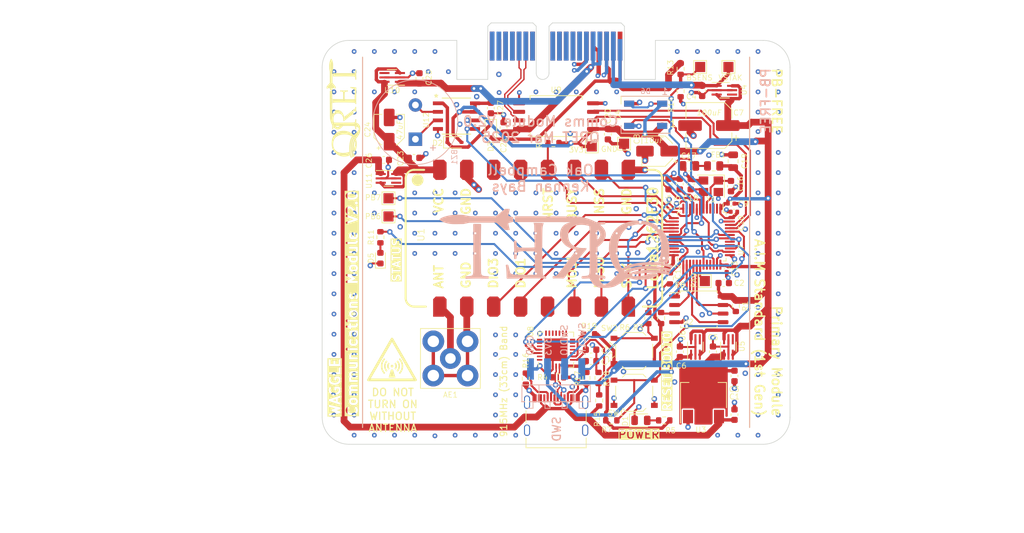
<source format=kicad_pcb>
(kicad_pcb (version 20221018) (generator pcbnew)
  (title_block (title "QRET 23-24 SRAD Communications Module") (date "2024-03-27") (rev "V0.2.0") (company "Queen's Rocket Engineering Team") (comment 1 "Contributors: Oak Campbell, Kennan Bays"))
  (layers (0 "F.Cu" signal) (1 "In1.Cu" power) (2 "In2.Cu" power) (31 "B.Cu" signal) (34 "B.Paste" user) (35 "F.Paste" user) (36 "B.SilkS" user "B.Silkscreen") (37 "F.SilkS" user "F.Silkscreen") (38 "B.Mask" user) (39 "F.Mask" user) (44 "Edge.Cuts" user))
  (net 0 "")
  (net 1 "GND")
  (net 2 "V_PSU")
  (net 3 "+5V")
  (net 4 "+BATT")
  (net 9 "DB_LED")
  (net 20 "Net-(BZ1--)")
  (net 21 "Net-(BZ1-+)")
  (net 22 "/RF GND")
  (net 23 "+3.3V")
  (net 24 "V_REGUSB")
  (net 25 "V_SWD")
  (net 26 "/Antenna")
  (net 27 "+3.3VA")
  (net 28 "STM_RESET")
  (net 29 "OSC_IN")
  (net 30 "OSC_OUT")
  (net 31 "Net-(D1-A)")
  (net 32 "Net-(D4-DOUT)")
  (net 33 "RGB_DATA")
  (net 34 "Net-(D5-A)")
  (net 36 "USB_D-")
  (net 37 "USB_D+")
  (net 38 "SWDIO")
  (net 39 "SWCLK")
  (net 40 "5V_USB")
  (net 41 "Net-(U8-VBUS)")
  (net 42 "RESET_FL")
  (net 43 "RESET_RF")
  (net 44 "Net-(U2-IO2)")
  (net 45 "BOOT0")
  (net 46 "BOOT1")
  (net 47 "5V_RF")
  (net 48 "BATT_SENSE")
  (net 50 "Net-(U7-PB6)")
  (net 51 "Net-(U7-PB7)")
  (net 52 "Net-(D2-K)")
  (net 53 "MISO_RF")
  (net 54 "MOSI_RF")
  (net 55 "SCK_RF")
  (net 56 "CS_RF")
  (net 57 "DIO3_RF")
  (net 58 "Net-(U8-~{RST})")
  (net 59 "Net-(U7-PA9)")
  (net 61 "DIO1_RF")
  (net 62 "CS_FL")
  (net 63 "MISO_FL")
  (net 64 "MOSI_FL")
  (net 65 "SCK_FL")
  (net 73 "BUSY_RF")
  (net 76 "CAN_RX")
  (net 77 "CAN_TX")
  (net 80 "CAN_L")
  (net 81 "CAN_H")
  (net 82 "Net-(J1-CC1)")
  (net 84 "Net-(J1-CC2)")
  (net 88 "BUZZER_A")
  (net 89 "USB_TX")
  (net 90 "USB_RX")
  (net 91 "BUZZER_B")
  (footprint "ISO1042:SOIC-8 ISO1042BDWV" (layer "F.Cu") (at 139 88.6 180)
    (fp_text reference "U9")
    (fp_text value "ISO1042BDWVR")
  )
  (footprint "LED_SMD:LED_0805_2012Metric" (layer "F.Cu") (at 151.6 133.8)
    (fp_text reference "D1")
    (fp_text value "PWR_LED (GRN)")
  )
  (footprint "Resistor_SMD:R_0603_1608Metric" (layer "F.Cu") (at 147.2 133.8 180)
    (fp_text reference "R7")
    (fp_text value "10k")
  )
  (footprint "Resistor_SMD:R_0603_1608Metric" (layer "F.Cu") (at 138.6 92.6)
    (fp_text reference "R2")
    (fp_text value "10k")
  )
  (footprint "TestPoint:TestPoint_Pad_1.5x1.5mm" (layer "F.Cu") (at 149.1 92.7)
    (fp_text reference "TP9" hide)
    (fp_text value "GND")
  )
  (footprint "Resistor_SMD:R_0603_1608Metric" (layer "F.Cu") (at 155.062499 133.800001)
    (fp_text reference "R5")
    (fp_text value "3.3k")
  )
  (footprint "Capacitor_SMD:C_0402_1005Metric" (layer "F.Cu") (at 165.425 102.807263 180)
    (fp_text reference "C10")
    (fp_text value "100n")
  )
  (footprint "Resistor_SMD:R_0603_1608Metric" (layer "F.Cu") (at 165.7 116.8 90)
    (fp_text reference "R1")
    (fp_text value "10k")
  )
  (footprint "Capacitor_SMD:C_0603_1608Metric" (layer "F.Cu") (at 113.4 95.1)
    (fp_text reference "C26")
    (fp_text value "1uF")
  )
  (footprint "Capacitor_SMD:C_0603_1608Metric" (layer "F.Cu") (at 155.7 98.7 90)
    (fp_text reference "C14")
    (fp_text value "10n")
  )
  (footprint "Capacitor_SMD:C_0603_1608Metric" (layer "F.Cu") (at 165.5 132.95 90)
    (fp_text reference "C1")
    (fp_text value "10uF")
  )
  (footprint "Package_DFN_QFN:QFN-28-1EP_5x5mm_P0.5mm_EP3.35x3.35mm" (layer "F.Cu") (at 139 123.3 90)
    (fp_text reference "U8")
    (fp_text value "CP2102N-Axx-xQFN28")
  )
  (footprint "Crystal:Crystal_SMD_3225-4Pin_3.2x2.5mm" (layer "F.Cu") (at 162 99.019763 180)
    (fp_text reference "Y1")
    (fp_text value "X322516MMB4SI")
  )
  (footprint "Resistor_SMD:R_0603_1608Metric" (layer "F.Cu") (at 139.3 127.4)
    (fp_text reference "R4")
    (fp_text value "1.5k")
  )
  (footprint "Diode_SMD:D_SOD-323" (layer "F.Cu") (at 123.9 92.5)
    (fp_text reference "D2")
    (fp_text value "1N5819WS")
  )
  (footprint "Capacitor_SMD:C_0603_1608Metric" (layer "F.Cu") (at 118.7 83 90)
    (fp_text reference "C25")
    (fp_text value "1uF")
  )
  (footprint "Resistor_SMD:R_0603_1608Metric" (layer "F.Cu") (at 157.5 84.9 -90)
    (fp_text reference "R14")
    (fp_text value "10k")
  )
  (footprint "Capacitor_SMD:C_0603_1608Metric" (layer "F.Cu") (at 117.9 94.8 180)
    (fp_text reference "C23")
    (fp_text value "100nF")
  )
  (footprint "TestPoint:TestPoint_Pad_1.5x1.5mm" (layer "F.Cu") (at 164.6 81.3 -90)
    (fp_text reference "TP1" hide)
    (fp_text value "VSTAK")
  )
  (footprint "Capacitor_SMD:C_0603_1608Metric" (layer "F.Cu") (at 160.7 84.85 -90)
    (fp_text reference "C4")
    (fp_text value "1uF")
  )
  (footprint "LMR66100:SC-70-6_Handsoldering" (layer "F.Cu") (at 114.1 97.85)
    (fp_text reference "U11")
    (fp_text value "LM66100DCKR")
  )
  (footprint "Capacitor_SMD:CP_Elec_4x5.4" (layer "F.Cu") (at 154 93.8 180)
    (fp_text reference "C8")
    (fp_text value "10uF")
  )
  (footprint "Capacitor_SMD:C_0402_1005Metric" (layer "F.Cu") (at 164.345 111.247263 -90)
    (fp_text reference "C13")
    (fp_text value "100n")
  )
  (footprint "Capacitor_SMD:C_0603_1608Metric" (layer "F.Cu") (at 129.3 87.4 -90)
    (fp_text reference "C27")
    (fp_text value "100nF")
  )
  (footprint "Capacitor_SMD:C_0603_1608Metric" (layer "F.Cu") (at 157.375 98.7 90)
    (fp_text reference "C15")
    (fp_text value "100nF")
  )
  (footprint "Resistor_SMD:R_0603_1608Metric" (layer "F.Cu") (at 145.4 130.837348 -90)
    (fp_text reference "R15")
    (fp_text value "22k")
  )
  (footprint "Capacitor_SMD:C_0603_1608Metric" (layer "F.Cu") (at 157.4 123.6 90)
    (fp_text reference "C6")
    (fp_text value "1uF")
  )
  (footprint "Package_SO:SOIC-8_5.23x5.23mm_P1.27mm" (layer "F.Cu") (at 160.2 117.3)
    (fp_text reference "U2")
    (fp_text value "W25Q128JVS")
  )
  (footprint "Capacitor_SMD:C_0603_1608Metric" (layer "F.Cu") (at 144.2 123.3 180)
    (fp_text reference "C11")
    (fp_text value "1uF")
  )
  (footprint "TestPoint:TestPoint_Pad_1.5x1.5mm" (layer "F.Cu") (at 161.1 113.1)
    (fp_text reference "TP4" hide)
    (fp_text value "PA9")
  )
  (footprint "Capacitor_SMD:C_0402_1005Metric" (layer "F.Cu") (at 155.915 110.187263 180)
    (fp_text reference "C12")
    (fp_text value "100n")
  )
  (footprint "Capacitor_SMD:CP_Elec_4x5.4" (layer "F.Cu") (at 114.2 90.6 90)
    (fp_text reference "C24")
    (fp_text value "47uF")
  )
  (footprint "LMR66100:SC-70-6_Handsoldering" (layer "F.Cu") (at 114.65 82.85 180)
    (fp_text reference "U10")
    (fp_text value "LM66100DCKR")
  )
  (footprint "Capacitor_SMD:C_0603_1608Metric" (layer "F.Cu") (at 165.5 127.2 -90)
    (fp_text reference "C3")
    (fp_text value "10uF")
  )
  (footprint "Capacitor_SMD:C_0603_1608Metric" (layer "F.Cu") (at 163.9 113.4)
    (fp_text reference "C2")
    (fp_text value "100nF")
  )
  (footprint "footprints:KH-SMA-K513-G" (layer "F.Cu") (at 123.3 124.6)
    (fp_text reference "AE1")
    (fp_text value "SMA Antenna")
  )
  (footprint "Capacitor_SMD:C_0805_2012Metric" (layer "F.Cu") (at 165.3 95.3 90)
    (fp_text reference "C19")
    (fp_text value "1uF")
  )
  (footprint "Capacitor_SMD:C_0603_1608Metric" (layer "F.Cu") (at 159 98.707263 90)
    (fp_text reference "C18")
    (fp_text value "10p")
  )
  (footprint "Package_QFP:LQFP-48_7x7mm_P0.5mm" (layer "F.Cu") (at 160.65 106.507263 -90)
    (fp_text reference "U7")
    (fp_text value "STM32F103CBT6")
  )
  (footprint "footprints:SOP-8_TPK" (layer "F.Cu") (at 124.2 88.6)
    (fp_text reference "U12")
    (fp_text value "TPM8837C-SO1R")
  )
  (footprint "Resistor_SMD:R_0603_1608Metric" (layer "F.Cu") (at 134.5 127.6 -90)
    (fp_text reference "R16")
    (fp_text value "5.1k")
  )
  (footprint "Resistor_SMD:R_0603_1608Metric" (layer "F.Cu") (at 154.6 118.6 -90)
    (fp_text reference "R3")
    (fp_text value "10k")
  )
  (footprint "Resistor_SMD:R_0603_1608Metric" (layer "F.Cu") (at 157.5 81.575 -90)
    (fp_text reference "R13")
    (fp_text value "30k")
  )
  (footprint "Resistor_SMD:R_0805_2012Metric" (layer "F.Cu") (at 162.4 96)
    (fp_text reference "FB1")
    (fp_text value "100R")
  )
  (footprint "Button_Switch_SMD:SW_Push_1P1T_XKB_TS-1187A" (layer "F.Cu") (at 150.6 129.7 180)
    (fp_text reference "SW1")
    (fp_text value "SW_STM_RESET")
  )
  (footprint "Capacitor_SMD:C_0402_1005Metric" (layer "F.Cu") (at 165 101.6)
    (fp_text reference "C9")
    (fp_text value "100n")
  )
  (footprint "LED_SMD:LED_0603_1608Metric" (layer "F.Cu") (at 112.9 109.7 90)
    (fp_text reference "D5")
    (fp_text value "DB_LED (YLW)")
  )
  (footprint "Resistor_SMD:R_0603_1608Metric" (layer "F.Cu") (at 143.9 121)
    (fp_text reference "R19")
    (fp_text value "1k")
  )
  (footprint "Resistor_SMD:R_0603_1608Metric" (layer "F.Cu") (at 112.9 106.6 90)
    (fp_text reference "R11")
    (fp_text value "680R")
  )
  (footprint "LMR66100:SC-70-6_Handsoldering" (layer "F.Cu") (at 164 84.75)
    (fp_text reference "U4")
    (fp_text value "LM66100DCKR")
  )
  (footprint "TestPoint:TestPoint_Pad_1.5x1.5mm" (layer "F.Cu") (at 160.4 81.3)
    (fp_text reference "TP11" hide)
    (fp_text value "BSENS")
  )
  (footprint "TestPoint:TestPoint_Pad_1.5x1.5mm" (layer "F.Cu") (at 114.1 100.8)
    (fp_text reference "TP7" hide)
    (fp_text value "PB7")
  )
  (footprint "footprints:USB_C_DB-108PWB" (layer "F.Cu") (at 139 133.025)
    (fp_text reference "J1" hide)
    (fp_text value "USB_C_Female_USB2_Small")
  )
  (footprint "Resistor_SMD:R_0603_1608Metric" (layer "F.Cu") (at 145.3 127.5 -90)
    (fp_text reference "R18")
    (fp_text value "47k")
  )
  (footprint "Resistor_SMD:R_0603_1608Metric" (layer "F.Cu") (at 143.5 127.5 -90)
    (fp_text reference "R17")
    (fp_text value "5.1k")
  )
  (footprint "Capacitor_SMD:C_0603_1608Metric" (layer "F.Cu") (at 164.975 99 -90)
    (fp_text reference "C16")
    (fp_text value "10p")
  )
  (footprint "Capacitor_SMD:C_0603_1608Metric" (layer "F.Cu") (at 144.2 125 180)
    (fp_text reference "C22")
    (fp_text value "10uF")
  )
  (footprint "Capacitor_SMD:CP_Elec_6.3x5.9" (layer "F.Cu") (at 161.7 90 180)
    (fp_text reference "C7")
    (fp_text value "100uF")
  )
  (footprint "LMR66100:SC-70-6_Handsoldering" (layer "F.Cu") (at 164.6 122.9 90)
    (fp_text reference "U5")
    (fp_text value "LM66100DCKR")
  )
  (footprint "Capacitor_SMD:C_0805_2012Metric" (layer "F.Cu") (at 158.8 96 180)
    (fp_text reference "C17")
    (fp_text value "1uF")
  )
  (footprint "Capacitor_SMD:C_0603_1608Metric" (layer "F.Cu") (at 162.3 123.6 90)
    (fp_text reference "C5")
    (fp_text value "1uF")
  )
  (footprint "footprints:LoRa1262F30" (layer "F.Cu") (at 135.7 106.74 90)
    (fp_text reference "U1")
    (fp_text value "LoRa1262F30")
  )
  (footprint "LMR66100:SC-70-6_Handsoldering" (layer "F.Cu") (at 159.7 122.9 90)
    (fp_text reference "U6")
    (fp_text value "LM66100DCKR")
  )
  (footprint "TestPoint:TestPoint_Pad_1.5x1.5mm" (layer "F.Cu") (at 114.1 103.5)
    (fp_text reference "TP6" hide)
    (fp_text value "PB6")
  )
  (footprint "Resistor_SMD:R_0603_1608Metric" (layer "F.Cu") (at 152.7 118.6 -90)
    (fp_text reference "R6")
    (fp_text value "100k")
  )
  (footprint "Resistor_SMD:R_0603_1608Metric" (layer "F.Cu") (at 155.9 112.7 90)
    (fp_text reference "R8")
    (fp_text value "100k")
  )
  (footprint "Diode_SMD:D_SOD-323" (layer "F.Cu") (at 129.3 90.7 -90)
    (fp_text reference "D3")
    (fp_text value "1N5819WS")
  )
  (footprint "Capacitor_SMD:C_0603_1608Metric" (layer "F.Cu") (at 146.69 91.28 90)
    (fp_text reference "C20")
    (fp_text value "0.1u")
  )
  (footprint "Connector_PCBEdge:BUS_PCIexpress_x1" (layer "F.Cu") (at 148.5 78.2 180)
    (fp_text reference "J3" hide)
    (fp_text value "Stack Male Edge Connector")
    (fp_line (start -0.65 -4.95) (end -0.65 2.95) (stroke (width 0.1)) (layer "Edge.Cuts"))
    (fp_line (start -0.65 2.95) (end -0.15 3.45) (stroke (width 0.1)) (layer "Edge.Cuts"))
    (fp_line (start -0.15 3.45) (end 10.05 3.45) (stroke (width 0.1)) (layer "Edge.Cuts"))
    (fp_line (start 10.55 -4) (end 10.55 2.95) (stroke (width 0.1)) (layer "Edge.Cuts"))
    (fp_line (start 10.55 2.95) (end 10.05 3.45) (stroke (width 0.1)) (layer "Edge.Cuts"))
    (fp_line (start 12.45 -4) (end 12.45 2.95) (stroke (width 0.1)) (layer "Edge.Cuts"))
    (fp_line (start 12.45 2.95) (end 12.95 3.45) (stroke (width 0.1)) (layer "Edge.Cuts"))
    (fp_line (start 12.95 3.45) (end 19.15 3.45) (stroke (width 0.1)) (layer "Edge.Cuts"))
    (fp_line (start 19.65 -4.95) (end 19.65 2.95) (stroke (width 0.1)) (layer "Edge.Cuts"))
    (fp_line (start 19.65 2.95) (end 19.15 3.45) (stroke (width 0.1)) (layer "Edge.Cuts"))
    (fp_arc (start 10.55 -4) (mid 11.5 -4.95) (end 12.45 -4) (stroke (width 0.1)) (layer "Edge.Cuts"))
  )
  (footprint "TestPoint:TestPoint_Pad_1.5x1.5mm" (layer "F.Cu") (at 144.3 93.1)
    (fp_text reference "TP10" hide)
    (fp_text value "3V3")
  )
  (footprint "Package_TO_SOT_SMD:SOT-223-3_TabPin2" (layer "F.Cu") (at 160.9 130.074999 90)
    (fp_text reference "U3")
    (fp_text value "AMS1117-3.3")
  )
  (footprint "Button_Switch_SMD:SW_Push_1P1T_XKB_TS-1187A" (layer "F.Cu") (at 150.6 123.475)
    (fp_text reference "SW2")
    (fp_text value "SW_STM_BOOT_MODE")
  )
  (footprint "Capacitor_SMD:C_0603_1608Metric" (layer "F.Cu") (at 131.2 90.3 -90)
    (fp_text reference "C21")
    (fp_text value "0.1u")
  )
  (footprint "LED_SMD:LED_WS2812B_PLCC4_5.0x5.0mm_P3.2mm" (layer "F.Cu") (at 152.3 88.4 180)
    (fp_text reference "D4")
    (fp_text value "WS2812B")
  )
  (footprint "LED_SMD:LED_WS2812B_PLCC4_5.0x5.0mm_P3.2mm" (layer "B.Cu") (at 152.3 88.4 180)
    (fp_text reference "D6")
    (fp_text value "WS2812B")
  )
  (footprint "footprints:Buzzer_12.6x9.5RM5.0" (layer "B.Cu") (at 118.099999 93.300001 90)
    (fp_text reference "BZ1")
    (fp_text value "PS1240P02BT")
  )
  (footprint "SWD_Header:SWD_PinHeader_1x04_P2.54mm_Horizontal_SMD" (layer "B.Cu") (at 135.189999 126.18 -90)
    (fp_text reference "J2" hide)
    (fp_text value "SWD_01x04_Pin")
  )
  (gr_poly locked (pts (xy 126.915817 104.60299) (xy 126.892771 104.603111) (xy 126.871681 104.603306) (xy 126.852454 104.603583) (xy 126.834987 104.603946) (xy 126.819183 104.604399) (xy 126.80494 104.604945) (xy 126.792162 104.605591) (xy 126.780746 104.60634) (xy 126.770599 104.607197) (xy 126.761615 104.60817) (xy 126.753697 104.609258) (xy 126.746748 104.610469) (xy 126.740668 104.611808) (xy 126.737921 104.612527) (xy 126.735355 104.613277) (xy 126.732955 104.614063) (xy 126.73071 104.614886) (xy 126.72861 104.615741) (xy 126.726639 104.616633) (xy 126.724787 104.617561) (xy 126.72304 104.618529) (xy 126.719811 104.620572) (xy 126.716855 104.622772) (xy 126.714073 104.62513) (xy 126.711365 104.627653) (xy 126.708633 104.630343) (xy 126.698868 104.641535) (xy 126.694949 104.648539) (xy 126.691631 104.657684) (xy 126.688886 104.669873) (xy 126.686679 104.686007) (xy 126.683761 104.733708) (xy 126.68263 104.808001) (xy 126.683034 104.916095) (xy 126.687464 105.262523) (xy 126.703339 108.880789) (xy 126.695933 111.678845) (xy 126.691201 111.75103) (xy 126.68593 111.816996) (xy 126.680011 111.877066) (xy 126.673333 111.931567) (xy 126.669675 111.956829) (xy 126.665784 111.980825) (xy 126.661653 112.003591) (xy 126.657262 112.025169) (xy 126.652598 112.045598) (xy 126.647651 112.064923) (xy 126.642402 112.083181) (xy 126.636843 112.100414) (xy 126.630954 112.116664) (xy 126.624726 112.131969) (xy 126.618145 112.146374) (xy 126.611196 112.159918) (xy 126.603868 112.172641) (xy 126.596141 112.184582) (xy 126.588006 112.195786) (xy 126.579451 112.206292) (xy 126.570456 112.216141) (xy 126.561015 112.225373) (xy 126.551109 112.234027) (xy 126.540724 112.242147) (xy 126.529851 112.249776) (xy 126.518471 112.256949) (xy 126.506573 112.263709) (xy 126.494147 112.2701) (xy 126.467406 112.281985) (xy 126.437066 112.293288) (xy 126.403328 112.303981) (xy 126.366395 112.314043) (xy 126.326468 112.323451) (xy 126.283751 112.332186) (xy 126.190755 112.347535) (xy 126.089027 112.359907) (xy 125.980191 112.36912) (xy 125.865863 112.374994) (xy 125.747666 112.377344) (xy 125.726771 112.377398) (xy 125.707909 112.37758) (xy 125.690929 112.377912) (xy 125.675677 112.378425) (xy 125.662004 112.379143) (xy 125.649761 112.380098) (xy 125.638796 112.38131) (xy 125.628956 112.382812) (xy 125.62441 112.38368) (xy 125.620092 112.384629) (xy 125.615978 112.385662) (xy 125.612052 112.386783) (xy 125.608295 112.388) (xy 125.604688 112.38931) (xy 125.601212 112.390718) (xy 125.597846 112.392227) (xy 125.594572 112.393844) (xy 125.591375 112.395568) (xy 125.588233 112.397405) (xy 125.585125 112.399357) (xy 125.578947 112.403622) (xy 125.572687 112.408389) (xy 125.560124 112.418516) (xy 125.555061 112.423216) (xy 125.550751 112.428013) (xy 125.547142 112.433157) (xy 125.544189 112.438901) (xy 125.541843 112.445493) (xy 125.540057 112.453192) (xy 125.538784 112.462246) (xy 125.537975 112.47291) (xy 125.537585 112.485431) (xy 125.537564 112.500068) (xy 125.538444 112.536685) (xy 125.540231 112.584778) (xy 125.541031 112.607394) (xy 125.541866 112.627721) (xy 125.542772 112.645917) (xy 125.543782 112.662147) (xy 125.544934 112.676563) (xy 125.546261 112.689332) (xy 125.547002 112.695144) (xy 125.547799 112.700603) (xy 125.548656 112.70573) (xy 125.549584 112.710544) (xy 125.550579 112.715064) (xy 125.551647 112.719308) (xy 125.552797 112.723302) (xy 125.554029 112.727061) (xy 125.555349 112.730606) (xy 125.556762 112.733955) (xy 125.55827 112.737132) (xy 125.559879 112.740155) (xy 125.561595 112.743043) (xy 125.563422 112.745817) (xy 125.56536 112.748493) (xy 125.567418 112.751098) (xy 125.569599 112.753648) (xy 125.571907 112.756163) (xy 125.576924 112.761168) (xy 125.582221 112.766393) (xy 125.587094 112.770975) (xy 125.591684 112.774923) (xy 125.596128 112.778255) (xy 125.600561 112.780982) (xy 125.605124 112.78312) (xy 125.609959 112.784683) (xy 125.615199 112.785685) (xy 125.620985 112.786143) (xy 125.627454 112.786068) (xy 125.634747 112.785477) (xy 125.643001 112.784383) (xy 125.652357 112.782804) (xy 125.662947 112.78075) (xy 125.688398 112.775279) (xy 125.799396 112.764135) (xy 126.009381 112.753339) (xy 126.616909 112.735238) (xy 127.292173 112.725867) (xy 127.586824 112.725985) (xy 127.816353 112.730122) (xy 128.21958 112.740706) (xy 128.423573 112.744808) (xy 128.595287 112.747057) (xy 128.736212 112.749023) (xy 128.792398 112.74943) (xy 128.840028 112.749041) (xy 128.879817 112.747541) (xy 128.896998 112.746281) (xy 128.912489 112.744625) (xy 128.92638 112.742538) (xy 128.938761 112.739978) (xy 128.949722 112.736912) (xy 128.959354 112.733298) (xy 128.967744 112.729097) (xy 128.974985 112.724267) (xy 128.981166 112.718775) (xy 128.986374 112.712578) (xy 128.990701 112.70564) (xy 128.994241 112.697919) (xy 128.997078 112.68938) (xy 128.999305 112.679984) (xy 129.001011 112.66969) (xy 129.002288 112.65846) (xy 129.003903 112.633036) (xy 129.005919 112.569255) (xy 129.006874 112.547962) (xy 129.00761 112.528944) (xy 129.008102 112.512038) (xy 129.008324 112.497069) (xy 129.00826 112.483867) (xy 129.008111 112.477881) (xy 129.007882 112.472271) (xy 129.007568 112.467016) (xy 129.007168 112.462101) (xy 129.006681 112.457499) (xy 129.006099 112.453191) (xy 129.005421 112.449156) (xy 129.004647 112.445374) (xy 129.003774 112.441823) (xy 129.002796 112.438479) (xy 129.001707 112.435324) (xy 129.000515 112.432339) (xy 128.999208 112.429494) (xy 128.997786 112.426777) (xy 128.996246 112.424164) (xy 128.994587 112.421631) (xy 128.992804 112.419159) (xy 128.990891 112.416729) (xy 128.988855 112.414317) (xy 128.986683 112.411901) (xy 128.981933 112.406979) (xy 128.977436 112.402691) (xy 128.972877 112.398819) (xy 128.968162 112.395336) (xy 128.963192 112.392228) (xy 128.957875 112.389474) (xy 128.952119 112.387058) (xy 128.945823 112.384962) (xy 128.938894 112.383167) (xy 128.931238 112.381649) (xy 128.92276 112.380395) (xy 128.913363 112.379385) (xy 128.902956 112.378602) (xy 128.891436 112.378024) (xy 128.878718 112.377634) (xy 128.84929 112.377344) (xy 128.785674 112.376207) (xy 128.711574 112.373002) (xy 128.63066 112.368042) (xy 128.546605 112.361647) (xy 128.46308 112.354123) (xy 128.383754 112.345794) (xy 128.3123 112.336966) (xy 128.25239 112.327957) (xy 128.213745 112.320319) (xy 128.177652 112.311648) (xy 128.14402 112.301865) (xy 128.112755 112.290893) (xy 128.09798 112.284936) (xy 128.083764 112.278656) (xy 128.070091 112.272037) (xy 128.056951 112.265074) (xy 128.044335 112.25776) (xy 128.032229 112.250079) (xy 128.020621 112.242026) (xy 128.0095 112.233586) (xy 127.998856 112.224757) (xy 127.988674 112.215525) (xy 127.978945 112.20588) (xy 127.969657 112.195815) (xy 127.960795 112.185321) (xy 127.952354 112.174384) (xy 127.944317 112.162996) (xy 127.936674 112.151148) (xy 127.929414 112.138832) (xy 127.922524 112.126038) (xy 127.915993 112.112754) (xy 127.90981 112.098972) (xy 127.898442 112.069879) (xy 127.888322 112.03868) (xy 127.877176 111.979431) (xy 127.867134 111.884052) (xy 127.858381 111.757021) (xy 127.851105 111.602821) (xy 127.845478 111.425933) (xy 127.841689 111.23084) (xy 127.840342 110.803956) (xy 127.840696 110.561002) (xy 127.837875 110.244627) (xy 127.832406 109.895708) (xy 127.824822 109.555123) (xy 127.815233 109.142196) (xy 127.811594 108.820287) (xy 127.813513 108.535948) (xy 127.820587 108.235733) (xy 127.827402 107.973576) (xy 127.832759 107.656119) (xy 127.836264 107.323318) (xy 127.837521 107.015122) (xy 127.842285 106.285577) (xy 127.854456 105.492532) (xy 127.859989 105.218247) (xy 127.86212 105.106918) (xy 127.863804 105.011169) (xy 127.864475 104.968751) (xy 127.865024 104.92977) (xy 127.865457 104.894072) (xy 127.865768 104.861503) (xy 127.865951 104.83191) (xy 127.866011 104.805139) (xy 127.865943 104.781042) (xy 127.865746 104.759462) (xy 127.865414 104.740245) (xy 127.864946 104.723242) (xy 127.864345 104.708294) (xy 127.863605 104.695256) (xy 127.863182 104.689402) (xy 127.862725 104.683967) (xy 127.862231 104.678935) (xy 127.8617 104.674282) (xy 127.861136 104.66999) (xy 127.860532 104.666042) (xy 127.859893 104.662416) (xy 127.859218 104.659097) (xy 127.858505 104.65606) (xy 127.857755 104.653291) (xy 127.856965 104.650767) (xy 127.856139 104.648475) (xy 127.855276 104.646388) (xy 127.854371 104.644491) (xy 127.85343 104.642767) (xy 127.85245 104.641194) (xy 127.851428 104.639749) (xy 127.850368 104.638422) (xy 127.84927 104.637186) (xy 127.848128 104.636027) (xy 127.84573 104.633855) (xy 127.843168 104.631756) (xy 127.837774 104.628246) (xy 127.830771 104.625107) (xy 127.809896 104.619828) (xy 127.776415 104.615706) (xy 127.72622 104.612528) (xy 127.655188 104.610081) (xy 127.559203 104.608143) (xy 127.275897 104.604944) (xy 127.100811 104.603605) (xy 127.029587 104.603179) (xy 126.968188 104.60296)) (fill solid) (layer "B.SilkS"))
  (gr_line (start 167.75 79.85) (end 167.75 134.85) (stroke (width 0.15)) (layer "B.SilkS"))
  (gr_poly locked (pts (xy 131.678283 102.372758) (xy 131.613853 102.373316) (xy 131.554484 102.374205) (xy 131.50165 102.37539) (xy 131.456816 102.376838) (xy 131.421459 102.378521) (xy 131.397048 102.3804) (xy 131.389407 102.381403) (xy 131.385054 102.382446) (xy 131.368278 102.394521) (xy 131.329163 102.426124) (xy 131.194025 102.539253) (xy 130.999888 102.704509) (xy 130.766991 102.904555) (xy 130.531599 103.106939) (xy 130.330603 103.276913) (xy 130.249616 103.344246) (xy 130.185169 103.396881) (xy 130.139903 103.432611) (xy 130.12529 103.44345) (xy 130.116467 103.449245) (xy 130.060022 103.480289) (xy 128.162077 103.476055) (xy 127.387377 103.473807) (xy 126.761903 103.469706) (xy 126.331689 103.464545) (xy 126.204193 103.461817) (xy 126.142776 103.459123) (xy 126.062873 103.446445) (xy 125.936402 103.423317) (xy 125.780827 103.393042) (xy 125.613611 103.358934) (xy 125.205801 103.272855) (xy 124.627245 103.258744) (xy 124.316071 103.252747) (xy 124.200725 103.2517) (xy 124.10425 103.252041) (xy 124.020672 103.253839) (xy 123.944023 103.257156) (xy 123.868334 103.262061) (xy 123.787632 103.268622) (xy 123.563157 103.292729) (xy 123.335107 103.32522) (xy 123.107984 103.365087) (xy 122.886287 103.411322) (xy 122.674509 103.462912) (xy 122.477152 103.518853) (xy 122.385288 103.548136) (xy 122.298713 103.578133) (xy 122.217991 103.608711) (xy 122.143688 103.639744) (xy 122.099313 103.659682) (xy 122.055312 103.680709) (xy 122.012029 103.702591) (xy 121.969812 103.725093) (xy 121.928999 103.747986) (xy 121.889937 103.771035) (xy 121.852964 103.794006) (xy 121.818426 103.816662) (xy 121.786668 103.838774) (xy 121.758031 103.860107) (xy 121.732859 103.880425) (xy 121.711493 103.899499) (xy 121.702343 103.908495) (xy 121.694276 103.91709) (xy 121.687332 103.925262) (xy 121.681555 103.932973) (xy 121.676987 103.940195) (xy 121.673671 103.946904) (xy 121.671649 103.953066) (xy 121.670967 103.958657) (xy 121.67124 103.967112) (xy 121.672166 103.975122) (xy 121.673897 103.98283) (xy 121.676588 103.990383) (xy 121.680398 103.997928) (xy 121.685477 104.005612) (xy 121.691983 104.013581) (xy 121.700071 104.021979) (xy 121.709896 104.030959) (xy 121.721611 104.040662) (xy 121.735371 104.05124) (xy 121.751334 104.062836) (xy 121.790484 104.08967) (xy 121.8403 104.122344) (xy 121.904093 104.162871) (xy 121.968598 104.201416) (xy 122.03399 104.238052) (xy 122.100451 104.272847) (xy 122.168161 104.305876) (xy 122.2373 104.337203) (xy 122.308045 104.366901) (xy 122.380578 104.395043) (xy 122.45508 104.421693) (xy 122.531729 104.446927) (xy 122.610707 104.470814) (xy 122.692192 104.493422) (xy 122.776363 104.514823) (xy 122.863403 104.535089) (xy 123.0468 104.572489) (xy 123.200375 104.599835) (xy 123.341434 104.620863) (xy 123.481003 104.636138) (xy 123.630116 104.646219) (xy 123.7998 104.651671) (xy 124.001085 104.653056) (xy 124.245 104.650932) (xy 124.542578 104.645867) (xy 125.248135 104.633169) (xy 125.633368 104.547089) (xy 125.7913 104.513) (xy 125.936931 104.482882) (xy 126.054254 104.460174) (xy 126.097294 104.452672) (xy 126.127256 104.448312) (xy 126.309926 104.44227) (xy 126.733503 104.437023) (xy 128.140911 104.429968) (xy 130.045911 104.425733) (xy 130.123522 104.462424) (xy 130.150273 104.478457) (xy 130.191476 104.507621) (xy 130.247296 104.550081) (xy 130.317903 104.606003) (xy 130.504126 104.758889) (xy 130.751464 104.9676) (xy 130.969814 105.153426) (xy 131.158395 105.312264) (xy 131.296971 105.427182) (xy 131.341181 105.46288) (xy 131.3653 105.481244) (xy 131.4288 105.5264) (xy 131.725134 105.533456) (xy 131.779952 105.534624) (xy 131.829248 105.535455) (xy 131.873317 105.535918) (xy 131.912457 105.535971) (xy 131.946969 105.535575) (xy 131.962582 105.535198) (xy 131.977147 105.534696) (xy 131.990706 105.534064) (xy 132.003291 105.533294) (xy 132.014943 105.532389) (xy 132.025698 105.53134) (xy 132.035593 105.53014) (xy 132.044666 105.528786) (xy 132.052951 105.527275) (xy 132.060492 105.525601) (xy 132.067317 105.52376) (xy 132.073472 105.521746) (xy 132.078988 105.519555) (xy 132.083906 105.517184) (xy 132.088263 105.514627) (xy 132.092092 105.511878) (xy 132.095436 105.508934) (xy 132.098329 105.505791) (xy 132.100805 105.502441) (xy 132.102907 105.498884) (xy 132.10467 105.495111) (xy 132.106133 105.491123) (xy 132.105348 105.4767) (xy 132.100111 105.445328) (xy 132.078088 105.339605) (xy 132.043626 105.189696) (xy 132.000299 105.011345) (xy 131.977752 104.919537) (xy 131.956974 104.832771) (xy 131.938411 104.753055) (xy 131.922512 104.68238) (xy 131.90972 104.622751) (xy 131.900485 104.57617) (xy 131.895253 104.54464) (xy 131.894274 104.53514) (xy 131.894468 104.530156) (xy 131.898255 104.521595) (xy 131.90392 104.513329) (xy 131.911663 104.505292) (xy 131.921674 104.497413) (xy 131.93415 104.489625) (xy 131.949286 104.481861) (xy 131.967271 104.47405) (xy 131.988303 104.466127) (xy 132.012578 104.458021) (xy 132.04029 104.449663) (xy 132.106794 104.431928) (xy 132.189371 104.412373) (xy 132.289578 104.390456) (xy 132.34691 104.377741) (xy 132.401628 104.365187) (xy 132.452446 104.353099) (xy 132.49807 104.341773) (xy 132.537211 104.331503) (xy 132.56858 104.322589) (xy 132.580948 104.318735) (xy 132.590887 104.31533) (xy 132.598241 104.312414) (xy 132.602844 104.310021) (xy 132.613557 104.303193) (xy 132.617891 104.299051) (xy 132.621607 104.293749) (xy 132.624755 104.286778) (xy 132.627375 104.277628) (xy 132.629523 104.265788) (xy 132.631243 104.250754) (xy 132.633588 104.209066) (xy 132.634793 104.148496) (xy 132.6353 103.954421) (xy 132.635084 103.859967) (xy 132.634798 103.819718) (xy 132.634374 103.783788) (xy 132.633802 103.751934) (xy 132.633069 103.723913) (xy 132.632159 103.699473) (xy 132.631067 103.678374) (xy 132.629775 103.660364) (xy 132.628272 103.645204) (xy 132.626546 103.632642) (xy 132.625595 103.62726) (xy 132.624585 103.622435) (xy 132.62351 103.618139) (xy 132.622374 103.614339) (xy 132.621173 103.611002) (xy 132.619906 103.608103) (xy 132.618568 103.605607) (xy 132.617163 103.603482) (xy 132.615684 103.601702) (xy 132.614132 103.600233) (xy 132.604031 103.595793) (xy 132.583043 103.589054) (xy 132.552468 103.580363) (xy 132.513591 103.570069) (xy 132.416092 103.54606) (xy 132.300868 103.519801) (xy 132.247165 103.508151) (xy 132.199065 103.497455) (xy 132.156221 103.487567) (xy 132.118281 103.478349) (xy 132.084899 103.46966) (xy 132.069806 103.46547) (xy 132.055722 103.461359) (xy 132.042602 103.457311) (xy 132.030401 103.453308) (xy 132.019077 103.449332) (xy 132.008591 103.445363) (xy 131.99889 103.441389) (xy 131.989938 103.437385) (xy 131.981685 103.433341) (xy 131.974092 103.429236) (xy 131.967113 103.425052) (xy 131.960708 103.420771) (xy 131.954828 103.416375) (xy 131.949433 103.411848) (xy 131.944478 103.407175) (xy 131.939921 103.402334) (xy 131.935714 103.397309) (xy 131.931819 103.392082) (xy 131.92819 103.386637) (xy 131.92478 103.380954) (xy 131.92155 103.37502) (xy 131.918455 103.368812) (xy 131.91342 103.354369) (xy 131.912029 103.34547) (xy 131.911509 103.334769) (xy 131.91347 103.305907) (xy 131.920041 103.263684) (xy 131.931973 103.203996) (xy 131.950006 103.122748) (xy 132.007357 102.879154) (xy 132.036126 102.75743) (xy 132.059191 102.657569) (xy 132.076932 102.577482) (xy 132.083925 102.544203) (xy 132.089728 102.515088) (xy 132.094391 102.489877) (xy 132.097961 102.468309) (xy 132.100486 102.45012) (xy 132.102009 102.435052) (xy 132.102582 102.422847) (xy 132.102254 102.413241) (xy 132.101767 102.409332) (xy 132.10107 102.405976) (xy 132.100172 102.403139) (xy 132.099076 102.400788) (xy 132.09634 102.396054) (xy 132.093119 102.39188) (xy 132.088971 102.388229) (xy 132.083446 102.385069) (xy 132.076089 102.382362) (xy 132.06646 102.380078) (xy 132.054104 102.378175) (xy 132.038575 102.376624) (xy 131.996209 102.374427) (xy 131.935764 102.373205) (xy 131.746301 102.372566)) (fill solid) (layer "B.SilkS"))
  (gr_line (start 110.25 79.85) (end 110.25 134.85) (stroke (width 0.15)) (layer "B.SilkS"))
  (gr_poly locked (pts (xy 135.653667 104.442668) (xy 135.653195 104.443095) (xy 135.652837 104.443848) (xy 135.652454 104.446279) (xy 135.6525 104.4499) (xy 135.65296 104.454639) (xy 135.655055 104.467199) (xy 135.658605 104.483413) (xy 135.663477 104.502736) (xy 135.669542 104.524621) (xy 135.676664 104.548524) (xy 135.68471 104.573901) (xy 135.693273 104.601597) (xy 135.701864 104.631161) (xy 135.710259 104.661685) (xy 135.718224 104.692257) (xy 135.72553 104.721969) (xy 135.731938 104.749914) (xy 135.737225 104.775181) (xy 135.741154 104.796855) (xy 135.747923 104.907959) (xy 135.75509 105.140638) (xy 135.767967 105.836845) (xy 135.789132 107.318335) (xy 135.801833 108.0664) (xy 135.803246 108.108733) (xy 135.549245 108.125665) (xy 135.395408 108.132676) (xy 135.188749 108.137816) (xy 134.691996 108.142424) (xy 134.208996 108.139357) (xy 134.019539 108.134907) (xy 133.889779 108.12849) (xy 133.779192 108.119228) (xy 133.673438 108.108646) (xy 133.574956 108.097137) (xy 133.486199 108.085097) (xy 133.409613 108.072925) (xy 133.376649 108.066915) (xy 133.347645 108.061021) (xy 133.322908 108.055289) (xy 133.302745 108.049776) (xy 133.287458 108.044526) (xy 133.277355 108.039588) (xy 133.273822 108.037013) (xy 133.270124 108.034075) (xy 133.266293 108.030799) (xy 133.262362 108.027221) (xy 133.258366 108.023369) (xy 133.254336 108.019274) (xy 133.250307 108.014969) (xy 133.246311 108.010485) (xy 133.242381 108.00585) (xy 133.23855 108.001101) (xy 133.23485 107.996261) (xy 133.231318 107.991369) (xy 133.227982 107.98645) (xy 133.224877 107.981537) (xy 133.222041 107.976663) (xy 133.2195 107.971855) (xy 133.21165 107.955032) (xy 133.203997 107.935377) (xy 133.196574 107.913057) (xy 133.189404 107.888248) (xy 133.175969 107.831859) (xy 133.163937 107.767596) (xy 133.153561 107.696854) (xy 133.145087 107.621017) (xy 133.13876 107.541478) (xy 133.134833 107.459622) (xy 133.130357 107.339632) (xy 133.127838 107.291223) (xy 133.124693 107.249808) (xy 133.122778 107.231553) (xy 133.120584 107.21484) (xy 133.118068 107.199606) (xy 133.115189 107.185778) (xy 133.111902 107.17329) (xy 133.108173 107.162074) (xy 133.103952 107.15206) (xy 133.099201 107.143179) (xy 133.093883 107.135367) (xy 133.087953 107.128553) (xy 133.081368 107.12267) (xy 133.074089 107.117647) (xy 133.066076 107.113422) (xy 133.057283 107.109918) (xy 133.047673 107.107074) (xy 133.037202 107.104818) (xy 133.025831 107.103081) (xy 133.013515 107.101799) (xy 132.985895 107.100317) (xy 132.954007 107.099832) (xy 132.917521 107.09979) (xy 132.895435 107.099828) (xy 132.875634 107.099963) (xy 132.857952 107.100225) (xy 132.842226 107.10065) (xy 132.828298 107.101264) (xy 132.815996 107.102095) (xy 132.810406 107.102605) (xy 132.805164 107.103183) (xy 132.800247 107.103829) (xy 132.795637 107.10455) (xy 132.791313 107.105352) (xy 132.78725 107.106235) (xy 132.783434 107.107203) (xy 132.779842 107.108266) (xy 132.776454 107.109416) (xy 132.773248 107.110669) (xy 132.770204 107.112022) (xy 132.767303 107.113481) (xy 132.764525 107.115048) (xy 132.761849 107.116731) (xy 132.759254 107.118532) (xy 132.756719 107.120451) (xy 132.754223 107.122496) (xy 132.751749 107.124672) (xy 132.746776 107.129422) (xy 132.737427 107.139436) (xy 132.733646 107.144415) (xy 132.730439 107.149729) (xy 132.727786 107.155647) (xy 132.725667 107.162437) (xy 132.724068 107.170363) (xy 132.722965 107.179694) (xy 132.722342 107.190692) (xy 132.722178 107.20363) (xy 132.723163 107.236381) (xy 132.725768 107.280078) (xy 132.729844 107.336857) (xy 132.733746 107.414929) (xy 132.736724 107.494723) (xy 132.738376 107.566843) (xy 132.738582 107.597094) (xy 132.73831 107.621902) (xy 132.739238 107.692545) (xy 132.743601 107.807108) (xy 132.750613 107.949719) (xy 132.759479 108.104501) (xy 132.765565 108.211675) (xy 132.770084 108.302564) (xy 132.773046 108.380453) (xy 132.774471 108.448635) (xy 132.774373 108.510401) (xy 132.772772 108.569042) (xy 132.769684 108.627849) (xy 132.765122 108.690112) (xy 132.761558 108.740922) (xy 132.758307 108.805823) (xy 132.752951 108.967043) (xy 132.749444 109.152072) (xy 132.748187 109.339222) (xy 132.748086 109.514862) (xy 132.74844 109.584897) (xy 132.749488 109.64422) (xy 132.750376 109.670136) (xy 132.751555 109.693697) (xy 132.753071 109.715012) (xy 132.754959 109.734186) (xy 132.757263 109.751333) (xy 132.760023 109.766556) (xy 132.763275 109.77996) (xy 132.76706 109.79166) (xy 132.771424 109.801759) (xy 132.776401 109.810366) (xy 132.782031 109.817589) (xy 132.788357 109.823533) (xy 132.795419 109.828311) (xy 132.803255 109.832027) (xy 132.811905 109.834789) (xy 132.821411 109.836705) (xy 132.831813 109.837883) (xy 132.843149 109.838433) (xy 132.85546 109.838458) (xy 132.868787 109.838069) (xy 132.933045 109.834525) (xy 132.948954 109.833678) (xy 132.963892 109.832733) (xy 132.977874 109.831685) (xy 132.990921 109.830532) (xy 133.00305 109.829269) (xy 133.014279 109.8279) (xy 133.024628 109.826417) (xy 133.034115 109.824821) (xy 133.042758 109.823109) (xy 133.050576 109.821279) (xy 133.057588 109.819332) (xy 133.063814 109.817257) (xy 133.06927 109.815064) (xy 133.073976 109.81274) (xy 133.076052 109.811533) (xy 133.077951 109.81029) (xy 133.079668 109.809019) (xy 133.08121 109.807711) (xy 133.085084 109.802851) (xy 133.088799 109.796593) (xy 133.092383 109.788743) (xy 133.095875 109.779093) (xy 133.102717 109.753587) (xy 133.109609 109.718457) (xy 133.116834 109.672085) (xy 133.124669 109.612844) (xy 133.1433 109.449288) (xy 133.154633 109.353733) (xy 133.168081 109.257665) (xy 133.182989 109.164408) (xy 133.198688 109.077283) (xy 133.214517 108.999623) (xy 133.229819 108.934741) (xy 133.237065 108.908132) (xy 133.243929 108.885967) (xy 133.250331 108.868657) (xy 133.256189 108.856623) (xy 133.264556 108.844295) (xy 133.273851 108.832689) (xy 133.284168 108.82176) (xy 133.295612 108.811467) (xy 133.30828 108.80177) (xy 133.322267 108.792627) (xy 133.33768 108.783996) (xy 133.354613 108.775838) (xy 133.373167 108.768106) (xy 133.393441 108.760766) (xy 133.415533 108.753773) (xy 133.439546 108.747085) (xy 133.465574 108.740662) (xy 133.493719 108.734462) (xy 133.524078 108.728445) (xy 133.556754 108.722567) (xy 133.667775 108.705393) (xy 133.782931 108.691811) (xy 133.908735 108.681564) (xy 134.051702 108.674414) (xy 134.218351 108.670105) (xy 134.415195 108.668394) (xy 134.925531 108.671769) (xy 135.22244 108.675604) (xy 135.47516 108.680233) (xy 135.656973 108.684864) (xy 135.712939 108.68693) (xy 135.741154 108.6887) (xy 135.807477 108.697167) (xy 135.818766 108.917299) (xy 135.826836 109.484742) (xy 135.828292 110.482926) (xy 135.823927 111.471588) (xy 135.814535 112.010456) (xy 135.803244 112.172733) (xy 134.554412 112.171324) (xy 134.037437 112.170623) (xy 133.629074 112.16784) (xy 133.45996 112.165346) (xy 133.311201 112.161947) (xy 133.180533 112.157514) (xy 133.065689 112.15192) (xy 132.964406 112.145034) (xy 132.874417 112.136733) (xy 132.793458 112.126885) (xy 132.719261 112.115364) (xy 132.649563 112.102038) (xy 132.582096 112.086782) (xy 132.514598 112.069468) (xy 132.444801 112.049965) (xy 132.411731 112.040102) (xy 132.381717 112.030514) (xy 132.354577 112.021051) (xy 132.330125 112.011559) (xy 132.30818 112.001884) (xy 132.298089 111.99693) (xy 132.288556 111.991873) (xy 132.279558 111.986697) (xy 132.27107 111.981378) (xy 132.263071 111.975898) (xy 132.255535 111.97024) (xy 132.248444 111.964384) (xy 132.241772 111.958309) (xy 132.235495 111.951996) (xy 132.229593 111.94543) (xy 132.224042 111.938588) (xy 132.218816 111.93145) (xy 132.213895 111.924001) (xy 132.209254 111.916221) (xy 132.204875 111.908088) (xy 132.200727 111.899584) (xy 132.196797 111.890691) (xy 132.193053 111.88139) (xy 132.186043 111.861482) (xy 132.17951 111.839712) (xy 132.132812 111.668811) (xy 132.075795 111.446187) (xy 132.018777 111.213246) (xy 131.972077 111.01139) (xy 131.961889 110.966086) (xy 131.952424 110.925264) (xy 131.943575 110.888673) (xy 131.935234 110.856056) (xy 131.927302 110.827173) (xy 131.923452 110.814048) (xy 131.919665 110.801764) (xy 131.915928 110.790289) (xy 131.912227 110.779586) (xy 131.908546 110.769631) (xy 131.904874 110.760387) (xy 131.901197 110.751827) (xy 131.897507 110.743917) (xy 131.893784 110.736627) (xy 131.890018 110.729924) (xy 131.886192 110.723779) (xy 131.882299 110.718162) (xy 131.878323 110.713036) (xy 131.874249 110.708375) (xy 131.870064 110.704146) (xy 131.865758 110.700318) (xy 131.861319 110.696857) (xy 131.856728 110.693737) (xy 131.851974 110.690923) (xy 131.847046 110.688386) (xy 131.841929 110.68609) (xy 131.83661 110.684012) (xy 131.826409 110.680788) (xy 131.813997 110.677995) (xy 131.79968 110.675636) (xy 131.783759 110.673715) (xy 131.766542 110.672231) (xy 131.74833 110.671186) (xy 131.729428 110.670586) (xy 131.71014 110.670428) (xy 131.690769 110.67072) (xy 131.671618 110.671456) (xy 131.652993 110.672648) (xy 131.635197 110.674288) (xy 131.618533 110.676383) (xy 131.603306 110.678937) (xy 131.58982 110.68195) (xy 131.578379 110.685422) (xy 131.568138 110.689285) (xy 131.55909 110.693577) (xy 131.551202 110.698461) (xy 131.544445 110.704097) (xy 131.538789 110.710653) (xy 131.536363 110.714326) (xy 131.534201 110.718287) (xy 131.530651 110.727168) (xy 131.528105 110.737457) (xy 131.526539 110.749315) (xy 131.525917 110.762909) (xy 131.526206 110.778401) (xy 131.527379 110.795953) (xy 131.529403 110.815727) (xy 131.532249 110.837891) (xy 131.540278 110.890033) (xy 131.559373 111.012556) (xy 131.566719 111.067312) (xy 131.573438 111.126218) (xy 131.587506 111.281947) (xy 131.606599 111.530679) (xy 131.618286 111.711653) (xy 131.629176 111.918027) (xy 131.637952 112.124404) (xy 131.643289 112.305379) (xy 131.646333 112.465645) (xy 131.648035 112.529454) (xy 131.650453 112.583434) (xy 131.654039 112.628375) (xy 131.656407 112.647703) (xy 131.659238 112.665071) (xy 131.662583 112.680575) (xy 131.666499 112.694313) (xy 131.671044 112.706387) (xy 131.676272 112.716893) (xy 131.682242 112.725933) (xy 131.689007 112.733603) (xy 131.696624 112.740004) (xy 131.70515 112.745234) (xy 131.714639 112.749393) (xy 131.725148 112.752578) (xy 131.736732 112.75489) (xy 131.749451 112.756426) (xy 131.763358 112.757287) (xy 131.778511 112.757571) (xy 131.812773 112.756804) (xy 131.898698 112.752701) (xy 133.580568 112.727475) (xy 135.866746 112.711779) (xy 136.228197 112.711684) (xy 136.526085 112.712614) (xy 136.768147 112.714804) (xy 136.962118 112.718479) (xy 137.115742 112.723875) (xy 137.236758 112.731225) (xy 137.287452 112.735703) (xy 137.332901 112.740757) (xy 137.374063 112.746413) (xy 137.411911 112.752701) (xy 137.422954 112.754037) (xy 137.433587 112.754118) (xy 137.443794 112.753005) (xy 137.453557 112.750752) (xy 137.462863 112.747421) (xy 137.471697 112.743073) (xy 137.480044 112.737766) (xy 137.48789 112.731555) (xy 137.495219 112.724505) (xy 137.502018 112.716672) (xy 137.508268 112.708117) (xy 137.513958 112.698898) (xy 137.51907 112.689074) (xy 137.523591 112.678704) (xy 137.527506 112.667851) (xy 137.530796 112.656566) (xy 137.533454 112.644918) (xy 137.535457 112.632959) (xy 137.536794 112.62075) (xy 137.53745 112.60835) (xy 137.537409 112.59582) (xy 137.536656 112.583216) (xy 137.535177 112.5706) (xy 137.532956 112.558031) (xy 137.52998 112.545569) (xy 137.526232 112.53327) (xy 137.521696 112.521194) (xy 137.516359 112.509401) (xy 137.510207 112.497952) (xy 137.503223 112.486903) (xy 137.495391 112.476312) (xy 137.486699 112.466246) (xy 137.482877 112.462266) (xy 137.477823 112.457775) (xy 137.471623 112.452815) (xy 137.464365 112.447437) (xy 137.447036 112.435611) (xy 137.426551 112.422676) (xy 137.403617 112.409014) (xy 137.378948 112.395005) (xy 137.353254 112.38103) (xy 137.327246 112.367468) (xy 137.23567 112.319858) (xy 137.198365 112.298316) (xy 137.166158 112.277111) (xy 137.138629 112.255362) (xy 137.126488 112.244005) (xy 137.115362 112.232182) (xy 137.105198 112.219784) (xy 137.095941 112.206697) (xy 137.087542 112.192814) (xy 137.079948 112.178026) (xy 137.073105 112.162218) (xy 137.066962 112.145284) (xy 137.05657 112.107596) (xy 137.048352 112.064078) (xy 137.04189 112.013851) (xy 137.03677 111.956033) (xy 137.03257 111.889747) (xy 137.025265 111.728234) (xy 137.01239 111.432782) (xy 137.00269 111.22729) (xy 136.993163 110.968173) (xy 136.981521 110.542901) (xy 136.967764 110.055184) (xy 136.959695 109.826343) (xy 136.95189 109.646845) (xy 136.944194 108.95551) (xy 136.945362 107.754721) (xy 136.953676 106.48752) (xy 136.96741 105.596956) (xy 136.972525 105.43997) (xy 136.978943 105.30865) (xy 136.982926 105.250587) (xy 136.987577 105.196507) (xy 136.993011 105.145606) (xy 136.999338 105.097069) (xy 137.006674 105.050088) (xy 137.015132 105.003847) (xy 137.024828 104.957543) (xy 137.035873 104.910363) (xy 137.048381 104.861494) (xy 137.062465 104.810131) (xy 137.095822 104.696668) (xy 137.112301 104.63977) (xy 137.125786 104.59154) (xy 137.131422 104.570528) (xy 137.136328 104.551509) (xy 137.14051 104.534426) (xy 137.143978 104.51922) (xy 137.14673 104.50583) (xy 137.14878 104.494206) (xy 137.150131 104.48428) (xy 137.150791 104.476005) (xy 137.15086 104.472464) (xy 137.150761 104.469314) (xy 137.150492 104.466545) (xy 137.150055 104.464155) (xy 137.149447 104.462129) (xy 137.148672 104.460465) (xy 137.147729 104.459153) (xy 137.146622 104.458188) (xy 136.402968 104.448311) (xy 135.876973 104.443373) (xy 135.715183 104.442359)) (fill solid) (layer "B.SilkS"))
  (gr_poly locked (pts (xy 134.160023 103.478501) (xy 133.729593 103.479649) (xy 133.407079 103.481162) (xy 133.281452 103.482133) (xy 133.176988 103.483288) (xy 133.09176 103.484658) (xy 133.023827 103.486272) (xy 132.971249 103.488164) (xy 132.932096 103.490365) (xy 132.904426 103.492904) (xy 132.894291 103.494311) (xy 132.886303 103.495812) (xy 132.880217 103.497416) (xy 132.875792 103.499125) (xy 132.872784 103.500939) (xy 132.870954 103.502866) (xy 132.868671 103.506997) (xy 132.866582 103.513617) (xy 132.862972 103.534638) (xy 132.860092 103.566541) (xy 132.857902 103.609936) (xy 132.856376 103.665435) (xy 132.855477 103.733648) (xy 132.85543 103.910676) (xy 132.855705 103.978045) (xy 132.85602 104.037136) (xy 132.856421 104.08853) (xy 132.856954 104.132819) (xy 132.857282 104.152479) (xy 132.857659 104.170581) (xy 132.85809 104.187199) (xy 132.858581 104.202405) (xy 132.859136 104.216274) (xy 132.859767 104.228876) (xy 132.860469 104.240287) (xy 132.861253 104.25058) (xy 132.862123 104.259823) (xy 132.863087 104.268097) (xy 132.864148 104.27547) (xy 132.865313 104.282019) (xy 132.865934 104.285004) (xy 132.866585 104.28781) (xy 132.867263 104.290448) (xy 132.867971 104.292923) (xy 132.86871 104.295248) (xy 132.869477 104.29743) (xy 132.870277 104.299476) (xy 132.871108 104.301402) (xy 132.871971 104.303209) (xy 132.87287 104.304911) (xy 132.8738 104.306518) (xy 132.874767 104.308034) (xy 132.875768 104.309474) (xy 132.876804 104.310843) (xy 132.878989 104.313408) (xy 132.881325 104.315808) (xy 132.883818 104.318111) (xy 132.886475 104.320391) (xy 132.889299 104.322721) (xy 132.913917 104.330702) (xy 132.993897 104.33681) (xy 133.49008 104.344419) (xy 137.01821 104.348123) (xy 139.912927 104.35165) (xy 140.795468 104.355265) (xy 141.121721 104.35941) (xy 141.121853 104.36014) (xy 141.121459 104.360994) (xy 141.119146 104.363072) (xy 141.114886 104.365612) (xy 141.10878 104.368584) (xy 141.091435 104.375682) (xy 141.067922 104.384105) (xy 141.039054 104.393587) (xy 141.005635 104.403863) (xy 140.968482 104.414666) (xy 140.928398 104.425734) (xy 140.868916 104.441997) (xy 140.813013 104.45807) (xy 140.760379 104.474099) (xy 140.710693 104.490224) (xy 140.663633 104.506593) (xy 140.618886 104.52334) (xy 140.576133 104.540613) (xy 140.535053 104.558554) (xy 140.495328 104.577304) (xy 140.456641 104.59701) (xy 140.418674 104.617808) (xy 140.381109 104.639848) (xy 140.343625 104.663267) (xy 140.305907 104.688207) (xy 140.267635 104.714817) (xy 140.228488 104.743233) (xy 140.180279 104.780808) (xy 140.13358 104.820457) (xy 140.088455 104.86211) (xy 140.044956 104.905688) (xy 140.003145 104.951118) (xy 139.963079 104.998324) (xy 139.924815 105.047234) (xy 139.888411 105.097776) (xy 139.853925 105.149869) (xy 139.821416 105.203444) (xy 139.790941 105.258422) (xy 139.762557 105.314734) (xy 139.736323 105.3723) (xy 139.712298 105.431051) (xy 139.690538 105.490907) (xy 139.671101 105.5518) (xy 139.645203 105.644781) (xy 139.623595 105.737917) (xy 139.606273 105.831095) (xy 139.593226 105.924203) (xy 139.584441 106.017125) (xy 139.579918 106.109756) (xy 139.579643 106.201982) (xy 139.583611 106.293692) (xy 139.591811 106.384772) (xy 139.604239 106.475113) (xy 139.62088 106.564603) (xy 139.641731 106.653127) (xy 139.666783 106.740578) (xy 139.696025 106.826843) (xy 139.729452 106.91181) (xy 139.767055 106.995365) (xy 139.82218 107.102782) (xy 139.882686 107.206929) (xy 139.94843 107.307675) (xy 140.019269 107.404899) (xy 140.095061 107.498465) (xy 140.175662 107.588247) (xy 140.260933 107.674123) (xy 140.350726 107.755955) (xy 140.444903 107.833623) (xy 140.543318 107.906995) (xy 140.645832 107.975943) (xy 140.752298 108.040339) (xy 140.862577 108.100056) (xy 140.976524 108.154964) (xy 141.093998 108.204936) (xy 141.214857 108.249843) (xy 141.283867 108.272166) (xy 141.375368 108.299564) (xy 141.593034 108.360794) (xy 141.80223 108.415936) (xy 141.883149 108.435728) (xy 141.937344 108.447401) (xy 141.942828 108.448241) (xy 141.948156 108.449172) (xy 141.953297 108.450182) (xy 141.958224 108.451259) (xy 141.962912 108.452394) (xy 141.967333 108.453577) (xy 141.971461 108.454797) (xy 141.975266 108.456044) (xy 141.978728 108.457307) (xy 141.981813 108.458576) (xy 141.984497 108.459842) (xy 141.985682 108.460471) (xy 141.986754 108.461092) (xy 141.987715 108.461708) (xy 141.988558 108.462319) (xy 141.98928 108.462918) (xy 141.989877 108.463509) (xy 141.99035 108.464089) (xy 141.990689 108.464655) (xy 141.990895 108.465207) (xy 141.990967 108.465744) (xy 141.984468 108.481048) (xy 141.961996 108.516213) (xy 141.851267 108.670533) (xy 141.623062 108.977515) (xy 141.241667 109.485977) (xy 140.503347 110.467251) (xy 140.000241 111.132214) (xy 139.680757 111.548737) (xy 139.57375 111.685038) (xy 139.493301 111.784676) (xy 139.421124 111.87219) (xy 139.355907 111.94992) (xy 139.296793 112.018466) (xy 139.242939 112.078431) (xy 139.193488 112.130418) (xy 139.147597 112.17503) (xy 139.125718 112.194756) (xy 139.104412 112.212863) (xy 139.083571 112.229429) (xy 139.063087 112.244523) (xy 139.042856 112.258227) (xy 139.022771 112.270612) (xy 139.002724 112.281752) (xy 138.982611 112.291727) (xy 138.962326 112.30061) (xy 138.941763 112.308473) (xy 138.920815 112.315397) (xy 138.899375 112.321452) (xy 138.877338 112.326715) (xy 138.854599 112.331263) (xy 138.806581 112.338508) (xy 138.754475 112.34379) (xy 138.697433 112.347711) (xy 138.628046 112.352217) (xy 138.6 112.354734) (xy 138.575988 112.357831) (xy 138.565404 112.359694) (xy 138.555716 112.361813) (xy 138.546887 112.364232) (xy 138.538882 112.366985) (xy 138.531661 112.370111) (xy 138.525189 112.373647) (xy 138.519428 112.377635) (xy 138.514341 112.382106) (xy 138.509892 112.387107) (xy 138.506039 112.392667) (xy 138.502751 112.398828) (xy 138.499988 112.405632) (xy 138.497713 112.41311) (xy 138.495887 112.421302) (xy 138.494475 112.430248) (xy 138.493439 112.439985) (xy 138.49235 112.461984) (xy 138.492316 112.487602) (xy 138.494232 112.55091) (xy 138.495357 112.5823) (xy 138.496758 112.60993) (xy 138.498636 112.634014) (xy 138.5012 112.654759) (xy 138.502803 112.663949) (xy 138.504658 112.672383) (xy 138.506785 112.680085) (xy 138.509216 112.687089) (xy 138.51197 112.693415) (xy 138.51508 112.699093) (xy 138.518566 112.704147) (xy 138.522454 112.708604) (xy 138.526776 112.712491) (xy 138.531552 112.715831) (xy 138.536809 112.718656) (xy 138.542574 112.720989) (xy 138.548873 112.722856) (xy 138.555731 112.724286) (xy 138.563171 112.725303) (xy 138.571227 112.725933) (xy 138.579917 112.726205) (xy 138.58927 112.72614) (xy 138.610066 112.725124) (xy 138.633821 112.723086) (xy 138.660743 112.720245) (xy 138.762434 112.714009) (xy 138.914943 112.710058) (xy 139.100555 112.708288) (xy 139.301566 112.708603) (xy 139.50026 112.710901) (xy 139.678927 112.715086) (xy 139.819858 112.721054) (xy 139.905345 112.728711) (xy 139.94339 112.73472) (xy 139.959513 112.737059) (xy 139.97398 112.738943) (xy 139.987001 112.740362) (xy 139.998783 112.741313) (xy 140.009535 112.741784) (xy 140.019469 112.741763) (xy 140.028787 112.74125) (xy 140.037704 112.740231) (xy 140.046426 112.7387) (xy 140.055163 112.736649) (xy 140.064124 112.734066) (xy 140.073516 112.730949) (xy 140.083551 112.727285) (xy 140.094433 112.723065) (xy 140.109217 112.717081) (xy 140.123933 112.71024) (xy 140.138578 112.702547) (xy 140.153149 112.694007) (xy 140.167646 112.684624) (xy 140.182069 112.674401) (xy 140.196413 112.663343) (xy 140.210674 112.651455) (xy 140.224853 112.638737) (xy 140.238949 112.625201) (xy 140.252957 112.610843) (xy 140.266875 112.59567) (xy 140.280704 112.579689) (xy 140.294439 112.562899) (xy 140.308078 112.54531) (xy 140.321621 112.526924) (xy 140.860668 111.79879) (xy 141.289292 111.219176) (xy 141.635366 110.74751) (xy 142.002519 110.252938) (xy 142.18077 110.01932) (xy 142.360678 109.788133) (xy 142.54614 109.554366) (xy 142.741062 109.313005) (xy 143.174888 108.787478) (xy 143.296015 108.642171) (xy 143.3446 108.583431) (xy 143.385872 108.532795) (xy 143.42034 108.489376) (xy 143.43518 108.470097) (xy 143.448509 108.452294) (xy 143.46039 108.43585) (xy 143.470886 108.420661) (xy 143.480061 108.406615) (xy 143.487978 108.393601) (xy 143.494703 108.381508) (xy 143.500292 108.370229) (xy 143.504815 108.359648) (xy 143.508333 108.349662) (xy 143.510908 108.340152) (xy 143.512606 108.331016) (xy 143.513491 108.322139) (xy 143.513622 108.31341) (xy 143.513063 108.304723) (xy 143.511883 108.295961) (xy 143.510139 108.287021) (xy 143.507897 108.277788) (xy 143.50217 108.258007) (xy 143.49521 108.235732) (xy 143.492624 108.227196) (xy 143.490133 108.219541) (xy 143.487691 108.212727) (xy 143.485266 108.206718) (xy 143.484048 108.204) (xy 143.482817 108.201467) (xy 143.481571 108.199117) (xy 143.480303 108.196939) (xy 143.479009 108.194931) (xy 143.477686 108.193087) (xy 143.476327 108.191403) (xy 143.474926 108.189873) (xy 143.473478 108.18849) (xy 143.471985 108.187254) (xy 143.470433 108.186153) (xy 143.468821 108.185186) (xy 143.467144 108.184349) (xy 143.465397 108.183634) (xy 143.463576 108.183037) (xy 143.461676 108.182553) (xy 143.459687 108.182176) (xy 143.457612 108.181899) (xy 143.455441 108.181722) (xy 143.453172 108.181638) (xy 143.450799 108.181638) (xy 143.448313 108.181723) (xy 143.442999 108.182111) (xy 143.325667 108.191005) (xy 143.193056 108.195583) (xy 143.050391 108.196025) (xy 142.902899 108.19252) (xy 142.755798 108.18524) (xy 142.614326 108.174372) (xy 142.483697 108.160098) (xy 142.369145 108.142601) (xy 142.290343 108.127169) (xy 142.212259 108.108971) (xy 142.135059 108.088086) (xy 142.058898 108.064593) (xy 141.983936 108.038568) (xy 141.910331 108.010093) (xy 141.838245 107.979244) (xy 141.767836 107.946102) (xy 141.699259 107.910745) (xy 141.63268 107.873248) (xy 141.568253 107.833693) (xy 141.506138 107.79216) (xy 141.446499 107.748725) (xy 141.389488 107.703463) (xy 141.33527 107.65646) (xy 141.284 107.60779) (xy 141.238916 107.561723) (xy 141.196232 107.514485) (xy 141.155913 107.465999) (xy 141.117909 107.416187) (xy 141.082178 107.364968) (xy 141.048677 107.312265) (xy 141.017366 107.258) (xy 140.988197 107.202094) (xy 140.961127 107.144469) (xy 140.936113 107.085043) (xy 140.913114 107.023742) (xy 140.892085 106.960486) (xy 140.872982 106.895195) (xy 140.855765 106.827791) (xy 140.840385 106.758197) (xy 140.8268 106.686332) (xy 140.813858 106.602079) (xy 140.804115 106.519201) (xy 140.797553 106.437739) (xy 140.79415 106.357732) (xy 140.79388 106.279218) (xy 140.796722 106.202234) (xy 140.802653 106.126819) (xy 140.811654 106.05301) (xy 140.823695 105.980847) (xy 140.838763 105.910366) (xy 140.856831 105.841611) (xy 140.877874 105.774613) (xy 140.901871 105.709415) (xy 140.928802 105.646051) (xy 140.958644 105.584564) (xy 140.991372 105.52499) (xy 141.026963 105.467366) (xy 141.065399 105.411732) (xy 141.106654 105.358126) (xy 141.150708 105.306586) (xy 141.197536 105.257151) (xy 141.247117 105.209858) (xy 141.299426 105.164744) (xy 141.354446 105.121853) (xy 141.412149 105.081217) (xy 141.472516 105.042874) (xy 141.53552 105.006868) (xy 141.601145 104.973234) (xy 141.669362 104.942008) (xy 141.740154 104.913233) (xy 141.813496 104.886942) (xy 141.889366 104.863179) (xy 141.95 104.846333) (xy 142.012684 104.830731) (xy 142.077189 104.816399) (xy 142.143278 104.803358) (xy 142.279297 104.781248) (xy 142.418887 104.764577) (xy 142.560197 104.753528) (xy 142.701374 104.748282) (xy 142.840565 104.749023) (xy 142.908839 104.751697) (xy 142.975922 104.755934) (xy 143.045248 104.761589) (xy 143.117636 104.768906) (xy 143.267736 104.787749) (xy 143.418462 104.810924) (xy 143.562064 104.836895) (xy 143.690779 104.864123) (xy 143.747134 104.877726) (xy 143.796859 104.89107) (xy 143.838984 104.903956) (xy 143.872543 104.916198) (xy 143.896563 104.927596) (xy 143.904694 104.932924) (xy 143.910078 104.937968) (xy 143.915318 104.946624) (xy 143.920452 104.959873) (xy 143.930362 104.999967) (xy 143.939745 105.057923) (xy 143.948531 105.133405) (xy 143.956654 105.226088) (xy 143.964053 105.335637) (xy 143.970656 105.46172) (xy 143.976401 105.604012) (xy 143.985595 106.727918) (xy 143.986456 108.743734) (xy 143.980172 110.709809) (xy 143.967931 111.68449) (xy 143.961194 111.753947) (xy 143.953712 111.819207) (xy 143.945535 111.879901) (xy 143.936713 111.935667) (xy 143.927295 111.98614) (xy 143.917331 112.030961) (xy 143.912161 112.051136) (xy 143.906872 112.06976) (xy 143.901472 112.086791) (xy 143.895968 112.102178) (xy 143.8909 112.114588) (xy 143.884736 112.126918) (xy 143.877533 112.139121) (xy 143.869354 112.151149) (xy 143.860255 112.162951) (xy 143.8503 112.174484) (xy 143.839549 112.185698) (xy 143.828057 112.196545) (xy 143.815887 112.206982) (xy 143.803101 112.216955) (xy 143.789753 112.22642) (xy 143.77591 112.235329) (xy 143.76163 112.243634) (xy 143.74697 112.25129) (xy 143.73199 112.258246) (xy 143.716755 112.264455) (xy 143.693436 112.272382) (xy 143.665608 112.280248) (xy 143.598355 112.295543) (xy 143.518863 112.309848) (xy 143.431006 112.322664) (xy 143.338649 112.333496) (xy 143.245664 112.341846) (xy 143.155921 112.347221) (xy 143.07329 112.349122) (xy 143.026914 112.349297) (xy 142.985987 112.349993) (xy 142.950172 112.351458) (xy 142.919127 112.353951) (xy 142.905285 112.355662) (xy 142.892513 112.357728) (xy 142.880761 112.360173) (xy 142.86999 112.363037) (xy 142.860157 112.366349) (xy 142.851223 112.37014) (xy 142.84314 112.374441) (xy 142.835869 112.379284) (xy 142.829368 112.384705) (xy 142.823592 112.390729) (xy 142.818501 112.397393) (xy 142.814054 112.404725) (xy 142.810201 112.412762) (xy 142.806909 112.42153) (xy 142.80413 112.431065) (xy 142.801827 112.441398) (xy 142.79995 112.452555) (xy 142.798465 112.464578) (xy 142.79648 112.491329) (xy 142.795539 112.521904) (xy 142.795301 112.556557) (xy 142.796319 112.624643) (xy 142.798517 112.652204) (xy 142.802666 112.675795) (xy 142.80566 112.686184) (xy 142.809373 112.695681) (xy 142.813881 112.704319) (xy 142.819261 112.712131) (xy 142.82559 112.719147) (xy 142.832944 112.725403) (xy 142.841402 112.730933) (xy 142.851039 112.735766) (xy 142.861932 112.739939) (xy 142.874161 112.743483) (xy 142.902925 112.74882) (xy 142.937948 112.75204) (xy 142.979845 112.753406) (xy 143.029237 112.753185) (xy 143.086733 112.751642) (xy 143.228513 112.745644) (xy 143.742156 112.721656) (xy 143.934066 112.713189) (xy 143.983455 112.756933) (xy 143.990074 112.763094) (xy 143.996719 112.769964) (xy 144.00341 112.777594) (xy 144.01018 112.786036) (xy 144.017046 112.79534) (xy 144.024035 112.80555) (xy 144.031177 112.816722) (xy 144.038489 112.828899) (xy 144.053735 112.856485) (xy 144.069973 112.888697) (xy 144.087403 112.925937) (xy 144.10622 112.968602) (xy 144.125899 113.012463) (xy 144.145842 113.054714) (xy 144.166151 113.095499) (xy 144.18692 113.134958) (xy 144.208252 113.173232) (xy 144.230246 113.210472) (xy 144.252998 113.246811) (xy 144.276614 113.282397) (xy 144.301187 113.31737) (xy 144.326818 113.351875) (xy 144.353607 113.38605) (xy 144.381652 113.420046) (xy 144.411055 113.453998) (xy 144.44191 113.488052) (xy 144.474323 113.522351) (xy 144.50839 113.557033) (xy 144.575571 113.621291) (xy 144.644282 113.681766) (xy 144.714493 113.738438) (xy 144.78618 113.791301) (xy 144.859313 113.840331) (xy 144.933863 113.885522) (xy 145.009808 113.926854) (xy 145.08712 113.964316) (xy 145.165772 113.99789) (xy 145.245735 114.027563) (xy 145.326985 114.053325) (xy 145.409494 114.075153) (xy 145.493234 114.093039) (xy 145.57818 114.106967) (xy 145.664303 114.116923) (xy 145.751577 114.122889) (xy 145.854068 114.124829) (xy 145.993386 114.123573) (xy 146.332427 114.11354) (xy 146.668557 114.096893) (xy 146.804237 114.087372) (xy 146.901634 114.077735) (xy 146.979824 114.066743) (xy 147.065718 114.053303) (xy 147.155384 114.038144) (xy 147.244885 114.021995) (xy 147.330285 114.00558) (xy 147.407649 113.989629) (xy 147.473039 113.974864) (xy 147.522523 113.962023) (xy 147.574787 113.945647) (xy 147.631355 113.924937) (xy 147.692684 113.899664) (xy 147.759237 113.869594) (xy 147.831478 113.834497) (xy 147.909871 113.794146) (xy 147.994881 113.7483) (xy 148.086966 113.696732) (xy 148.263458 113.596341) (xy 148.419922 113.504779) (xy 148.56359 113.417384) (xy 148.701681 113.329491) (xy 148.841428 113.236441) (xy 148.990055 113.133566) (xy 149.154788 113.016209) (xy 149.342856 112.8797) (xy 149.448184 112.80279) (xy 149.492685 112.77059) (xy 149.532231 112.742251) (xy 149.567187 112.717529) (xy 149.597923 112.696196) (xy 149.6248 112.67801) (xy 149.648184 112.662742) (xy 149.668444 112.650155) (xy 149.685947 112.640003) (xy 149.693775 112.635773) (xy 149.701052 112.632064) (xy 149.707823 112.628848) (xy 149.714134 112.626098) (xy 149.720025 112.62378) (xy 149.725549 112.621866) (xy 149.730751 112.620328) (xy 149.73567 112.619135) (xy 149.740361 112.61826) (xy 149.744863 112.617672) (xy 149.749225 112.617338) (xy 149.753488 112.617234) (xy 149.759789 112.617529) (xy 149.767508 112.618389) (xy 149.786782 112.62171) (xy 149.810491 112.626982) (xy 149.837802 112.63399) (xy 149.867893 112.642521) (xy 149.899935 112.652358) (xy 149.933102 112.663283) (xy 149.966567 112.675088) (xy 150.069663 112.709474) (xy 150.181739 112.742469) (xy 150.300661 112.773612) (xy 150.424295 112.802442) (xy 150.55051 112.828493) (xy 150.677173 112.851302) (xy 150.802146 112.870407) (xy 150.923299 112.885344) (xy 151.023001 112.892102) (xy 151.159993 112.896544) (xy 151.322879 112.89874) (xy 151.500267 112.898749) (xy 151.680766 112.896645) (xy 151.852981 112.892489) (xy 152.005515 112.886347) (xy 152.126977 112.878287) (xy 152.247756 112.86675) (xy 152.364213 112.853787) (xy 152.47663 112.839328) (xy 152.58528 112.823301) (xy 152.690441 112.805636) (xy 152.79239 112.786265) (xy 152.891402 112.765114) (xy 152.987756 112.742116) (xy 153.08173 112.717202) (xy 153.173598 112.690298) (xy 153.263638 112.661334) (xy 153.352131 112.630243) (xy 153.439349 112.59695) (xy 153.525571 112.561388) (xy 153.611074 112.52349) (xy 153.696134 112.483178) (xy 153.759795 112.450467) (xy 153.829198 112.412778) (xy 153.901342 112.371878) (xy 153.97324 112.329542) (xy 154.041896 112.287538) (xy 154.104318 112.247632) (xy 154.157514 112.211598) (xy 154.179717 112.195584) (xy 154.19849 112.1812) (xy 154.209462 112.17242) (xy 154.219131 112.164545) (xy 154.227546 112.157484) (xy 154.231298 112.15423) (xy 154.234758 112.151147) (xy 154.237932 112.148225) (xy 154.240824 112.145448) (xy 154.243441 112.142809) (xy 154.245792 112.140298) (xy 154.247879 112.137897) (xy 154.249713 112.135603) (xy 154.251297 112.133401) (xy 154.252642 112.131283) (xy 154.253748 112.129232) (xy 154.254624 112.12724) (xy 154.25528 112.125298) (xy 154.255719 112.123392) (xy 154.255948 112.12151) (xy 154.255975 112.119645) (xy 154.255804 112.117784) (xy 154.255442 112.115915) (xy 154.254896 112.114027) (xy 154.254172 112.112107) (xy 154.253278 112.110149) (xy 154.252219 112.108141) (xy 154.251003 112.106065) (xy 154.249633 112.103919) (xy 154.246466 112.099355) (xy 154.239556 112.090586) (xy 154.231465 112.082251) (xy 154.222107 112.074321) (xy 154.211389 112.066768) (xy 154.199224 112.059563) (xy 154.185521 112.052675) (xy 154.170197 112.046075) (xy 154.153156 112.039736) (xy 154.134315 112.033631) (xy 154.113583 112.027725) (xy 154.09087 112.021997) (xy 154.066086 112.016409) (xy 154.00996 112.005556) (xy 153.944487 111.994934) (xy 153.875522 111.985108) (xy 153.803457 111.97679) (xy 153.728932 111.969965) (xy 153.652588 111.964619) (xy 153.496988 111.958297) (xy 153.341768 111.957716) (xy 153.192037 111.962757) (xy 153.120829 111.967351) (xy 153.052909 111.973305) (xy 152.988917 111.980607) (xy 152.929489 111.989242) (xy 152.875267 111.999196) (xy 152.82689 112.010457) (xy 152.802388 112.017281) (xy 152.774016 112.025888) (xy 152.742801 112.035955) (xy 152.709766 112.047146) (xy 152.675939 112.059128) (xy 152.642342 112.071574) (xy 152.610003 112.084155) (xy 152.579943 112.096533) (xy 152.484603 112.135404) (xy 152.390966 112.171096) (xy 152.298685 112.203672) (xy 152.207411 112.233193) (xy 152.1168 112.259717) (xy 152.026502 112.283314) (xy 151.936172 112.304038) (xy 151.84546 112.321958) (xy 151.754024 112.337135) (xy 151.66151 112.349623) (xy 151.567575 112.359495) (xy 151.471869 112.366805) (xy 151.374049 112.37162) (xy 151.273763 112.373999) (xy 151.170665 112.374004) (xy 151.064411 112.3717) (xy 151.004156 112.369802) (xy 150.944048 112.367378) (xy 150.830696 112.36147) (xy 150.737187 112.35503) (xy 150.701885 112.351945) (xy 150.676356 112.349123) (xy 150.652658 112.345289) (xy 150.627859 112.340737) (xy 150.602351 112.335586) (xy 150.57652 112.32994) (xy 150.525444 112.317619) (xy 150.477741 112.304674) (xy 150.456126 112.298242) (xy 150.436522 112.291989) (xy 150.419314 112.286024) (xy 150.404892 112.280462) (xy 150.393646 112.275412) (xy 150.385965 112.270988) (xy 150.383579 112.269043) (xy 150.382233 112.267298) (xy 150.381972 112.265764) (xy 150.382846 112.264454) (xy 150.391593 112.259946) (xy 150.410174 112.252985) (xy 150.472098 112.233015) (xy 150.661893 112.178026) (xy 150.876557 112.120391) (xy 150.969568 112.097113) (xy 151.040421 112.081011) (xy 151.433694 112.009132) (xy 151.834195 111.952312) (xy 152.239753 111.910677) (xy 152.648206 111.884337) (xy 153.057387 111.873409) (xy 153.46513 111.87801) (xy 153.869267 111.898252) (xy 154.267634 111.934256) (xy 154.448225 111.957217) (xy 154.636045 111.98618) (xy 154.825614 112.020007) (xy 155.011466 112.057552) (xy 155.188122 112.097679) (xy 155.35011 112.139243) (xy 155.491957 112.181105) (xy 155.553617 112.201791) (xy 155.608189 112.222123) (xy 155.622882 112.227793) (xy 155.637095 112.233079) (xy 155.650481 112.237874) (xy 155.662694 112.242054) (xy 155.673383 112.245508) (xy 155.682206 112.248117) (xy 155.685807 112.24907) (xy 155.688813 112.249768) (xy 155.691176 112.250199) (xy 155.692854 112.250345) (xy 155.694873 112.24935) (xy 155.697707 112.246438) (xy 155.7056 112.235361) (xy 155.716073 112.218078) (xy 155.728662 112.195553) (xy 155.75834 112.138649) (xy 155.790928 112.072368) (xy 155.822722 112.004434) (xy 155.850017 111.942567) (xy 155.869111 111.894495) (xy 155.874425 111.878043) (xy 155.876299 111.867934) (xy 155.875694 111.860225) (xy 155.873699 111.852896) (xy 155.87005 111.845825) (xy 155.864482 111.838895) (xy 155.856732 111.831995) (xy 155.846535 111.824996) (xy 155.833624 111.817791) (xy 155.817739 111.810255) (xy 155.798611 111.802272) (xy 155.775979 111.793725) (xy 155.719137 111.774468) (xy 155.6451 111.751542) (xy 155.551744 111.724) (xy 155.388404 111.677546) (xy 155.227938 111.63627) (xy 155.067804 111.599656) (xy 154.905455 111.567192) (xy 154.738342 111.538365) (xy 154.563922 111.512664) (xy 154.379647 111.489577) (xy 154.182968 111.46859) (xy 153.896947 111.44394) (xy 153.611368 111.42656) (xy 153.326894 111.41638) (xy 153.044199 111.413337) (xy 152.763953 111.41735) (xy 152.486821 111.428356) (xy 152.213479 111.446283) (xy 151.944592 111.471059) (xy 151.680831 111.502616) (xy 151.422867 111.540883) (xy 151.171367 111.585787) (xy 150.927005 111.637262) (xy 150.690445 111.695235) (xy 150.462363 111.759637) (xy 150.243424 111.830396) (xy 150.034301 111.907443) (xy 150.001181 111.921008) (xy 149.968044 111.934984) (xy 149.935799 111.948993) (xy 149.905361 111.962655) (xy 149.877631 111.975589) (xy 149.853523 111.987414) (xy 149.833947 111.997753) (xy 149.826143 112.002245) (xy 149.819811 112.006224) (xy 149.807705 112.013117) (xy 149.795714 112.018983) (xy 149.783829 112.023814) (xy 149.772031 112.027608) (xy 149.766163 112.029117) (xy 149.760309 112.030364) (xy 149.754471 112.031348) (xy 149.748648 112.03207) (xy 149.742831 112.03253) (xy 149.737028 112.032725) (xy 149.731232 112.03266) (xy 149.725442 112.032328) (xy 149.719657 112.031733) (xy 149.713875 112.030873) (xy 149.70809 112.029747) (xy 149.702306 112.028355) (xy 149.696518 112.026695) (xy 149.690725 112.024768) (xy 149.684927 112.022576) (xy 149.679119 112.020113) (xy 149.667468 112.014383) (xy 149.655768 112.007573) (xy 149.643992 111.99968) (xy 149.632134 111.990701) (xy 149.592622 111.958245) (xy 149.697044 111.893333) (xy 149.767144 111.852093) (xy 149.841905 111.812637) (xy 149.922818 111.774371) (xy 150.011369 111.736701) (xy 150.10905 111.699029) (xy 150.217347 111.660766) (xy 150.33775 111.621308) (xy 150.471744 111.580065) (xy 150.608245 111.541944) (xy 150.752731 111.506458) (xy 151.063089 111.44363) (xy 151.397653 111.392047) (xy 151.751271 111.352173) (xy 152.118774 111.324469) (xy 152.495015 111.309399) (xy 152.874821 111.307424) (xy 153.253045 111.319012) (xy 153.616836 111.341633) (xy 153.969976 111.372191) (xy 154.31002 111.410293) (xy 154.634522 111.455536) (xy 154.94103 111.507527) (xy 155.2271 111.565867) (xy 155.490283 111.630161) (xy 155.612528 111.664415) (xy 155.728133 111.700013) (xy 155.795046 111.721735) (xy 155.822099 111.730118) (xy 155.845388 111.736744) (xy 155.855738 111.739373) (xy 155.865286 111.741535) (xy 155.87408 111.743218) (xy 155.882171 111.744412) (xy 155.8896 111.745108) (xy 155.896418 111.745295) (xy 155.902671 111.744966) (xy 155.908401 111.744109) (xy 155.913664 111.742714) (xy 155.918506 111.740771) (xy 155.922965 111.738272) (xy 155.927095 111.735206) (xy 155.930942 111.731565) (xy 155.934555 111.727334) (xy 155.937974 111.722509) (xy 155.941256 111.717077) (xy 155.94444 111.711029) (xy 155.947577 111.704357) (xy 155.953895 111.68909) (xy 155.968023 111.650624) (xy 155.974318 111.634007) (xy 155.982399 111.614266) (xy 155.991933 111.592107) (xy 156.002594 111.568249) (xy 156.014049 111.543397) (xy 156.025966 111.518265) (xy 156.038015 111.493562) (xy 156.049867 111.47) (xy 156.055551 111.458467) (xy 156.060948 111.44719) (xy 156.066038 111.436229) (xy 156.07079 111.425638) (xy 156.07519 111.415478) (xy 156.079212 111.405806) (xy 156.08283 111.396678) (xy 156.086026 111.388154) (xy 156.088775 111.380294) (xy 156.091057 111.373151) (xy 156.092846 111.366787) (xy 156.09412 111.361258) (xy 156.094855 111.35662) (xy 156.095013 111.354653) (xy 156.095031 111.352933) (xy 156.094903 111.351465) (xy 156.094623 111.350257) (xy 156.094195 111.349314) (xy 156.093612 111.348645) (xy 156.087555 111.344918) (xy 156.076067 111.33966) (xy 156.03871 111.325185) (xy 155.985413 111.306475) (xy 155.920044 111.284793) (xy 155.76857 111.23752) (xy 155.690205 111.214445) (xy 155.615243 111.193423) (xy 155.315443 111.119539) (xy 154.986617 111.052929) (xy 154.635335 110.994389) (xy 154.268162 110.944714) (xy 153.891664 110.904697) (xy 153.512402 110.875128) (xy 153.136944 110.856806) (xy 152.771855 110.850522) (xy 152.377779 110.856233) (xy 152.002337 110.873454) (xy 151.821269 110.88642) (xy 151.644458 110.902316) (xy 151.471768 110.921153) (xy 151.303063 110.942951) (xy 151.138216 110.967724) (xy 150.977084 110.995492) (xy 150.819537 111.026268) (xy 150.665442 111.060073) (xy 150.514659 111.096918) (xy 150.367061 111.136825) (xy 150.222508 111.179804) (xy 150.080866 111.225877) (xy 149.948979 111.272197) (xy 149.832996 111.315705) (xy 149.780114 111.336807) (xy 149.730178 111.35769) (xy 149.682845 111.378516) (xy 149.637779 111.399444) (xy 149.594626 111.420637) (xy 149.553051 111.442258) (xy 149.512706 111.464465) (xy 149.473249 111.487416) (xy 149.434341 111.511281) (xy 149.395634 111.536216) (xy 149.356787 111.562384) (xy 149.317454 111.589944) (xy 149.294819 111.606105) (xy 149.27441 111.620206) (xy 149.264978 111.626492) (xy 149.256035 111.632273) (xy 149.247556 111.637553) (xy 149.239513 111.642331) (xy 149.231887 111.646616) (xy 149.224654 111.650408) (xy 149.217789 111.653707) (xy 149.211268 111.65652) (xy 149.205068 111.658851) (xy 149.199165 111.6607) (xy 149.193538 111.662072) (xy 149.188162 111.662971) (xy 149.183013 111.663396) (xy 149.178069 111.663353) (xy 149.173306 111.662848) (xy 149.168696 111.661879) (xy 149.164222 111.66045) (xy 149.159857 111.658567) (xy 149.155578 111.656231) (xy 149.151364 111.653445) (xy 149.147187 111.650212) (xy 149.143027 111.646535) (xy 149.138858 111.64242) (xy 149.134658 111.637867) (xy 149.130406 111.632879) (xy 149.126071 111.627462) (xy 149.121637 111.621615) (xy 149.117079 111.615346) (xy 149.088855 111.575833) (xy 149.220089 111.491167) (xy 149.312196 111.434327) (xy 149.410052 111.379208) (xy 149.513449 111.325878) (xy 149.62219 111.274408) (xy 149.736063 111.224863) (xy 149.854865 111.177312) (xy 149.978393 111.131825) (xy 150.106443 111.088472) (xy 150.238807 111.047313) (xy 150.375286 111.008427) (xy 150.515667 110.971873) (xy 150.659753 110.937725) (xy 150.958212 110.876912) (xy 151.269021 110.826534) (xy 151.402894 110.808886) (xy 151.558411 110.791188) (xy 151.91196 110.757567) (xy 152.284825 110.729498) (xy 152.464485 110.718746) (xy 152.632155 110.710822) (xy 152.91052 110.703767) (xy 153.200921 110.704649) (xy 153.499128 110.713204) (xy 153.80091 110.729168) (xy 154.102028 110.752273) (xy 154.398249 110.782259) (xy 154.685346 110.81886) (xy 154.959077 110.861813) (xy 155.105727 110.888715) (xy 155.25755 110.919888) (xy 155.409405 110.954036) (xy 155.556155 110.989868) (xy 155.692648 111.026102) (xy 155.813746 111.06144) (xy 155.914309 111.094596) (xy 155.955281 111.109952) (xy 155.989187 111.124279) (xy 156.012211 111.134321) (xy 156.033199 111.143301) (xy 156.052268 111.151248) (xy 156.069534 111.15819) (xy 156.085114 111.164154) (xy 156.099124 111.169175) (xy 156.111677 111.173277) (xy 156.117445 111.174993) (xy 156.122891 111.17649) (xy 156.128031 111.177772) (xy 156.132883 111.178841) (xy 156.137455 111.179705) (xy 156.141767 111.180364) (xy 156.145828 111.180824) (xy 156.149654 111.181085) (xy 156.153265 111.181151) (xy 156.15667 111.181031) (xy 156.159885 111.180725) (xy 156.162925 111.180235) (xy 156.165803 111.179565) (xy 156.168532 111.17872) (xy 156.171132 111.177706) (xy 156.173611 111.176523) (xy 156.175989 111.175174) (xy 156.178277 111.173668) (xy 156.183594 111.167544) (xy 156.19038 111.156488) (xy 156.198385 111.141163) (xy 156.207358 111.122228) (xy 156.227217 111.07616) (xy 156.247951 111.02356) (xy 156.267562 110.969702) (xy 156.284045 110.919866) (xy 156.29049 110.898102) (xy 156.295404 110.879321) (xy 156.298534 110.864183) (xy 156.299634 110.853343) (xy 156.298838 110.844969) (xy 156.296392 110.836737) (xy 156.292192 110.828595) (xy 156.286138 110.820492) (xy 156.278135 110.812372) (xy 156.268082 110.80418) (xy 156.255877 110.795867) (xy 156.241426 110.787375) (xy 156.224623 110.778651) (xy 156.205377 110.769643) (xy 156.18358 110.760294) (xy 156.159138 110.750555) (xy 156.101924 110.729679) (xy 156.032933 110.706587) (xy 155.811975 110.640458) (xy 155.559351 110.575488) (xy 155.284006 110.513359) (xy 154.994886 110.455765) (xy 154.700935 110.404385) (xy 154.411104 110.36091) (xy 154.134335 110.327027) (xy 153.879578 110.304421) (xy 153.528373 110.286419) (xy 153.154861 110.279727) (xy 152.767956 110.283885) (xy 152.376567 110.298425) (xy 151.989612 110.322888) (xy 151.616002 110.356811) (xy 151.26465 110.399728) (xy 150.944467 110.45118) (xy 150.729407 110.493757) (xy 150.513836 110.54257) (xy 150.300811 110.596708) (xy 150.093391 110.655262) (xy 149.894637 110.717319) (xy 149.707606 110.781972) (xy 149.535359 110.848315) (xy 149.455735 110.881833) (xy 149.380956 110.915435) (xy 149.325071 110.942614) (xy 149.261959 110.975449) (xy 149.19445 111.012322) (xy 149.125368 111.051608) (xy 149.057542 111.091684) (xy 148.993803 111.130935) (xy 148.936977 111.16774) (xy 148.889887 111.200477) (xy 148.823569 111.248456) (xy 148.748778 111.132744) (xy 148.665407 110.994552) (xy 148.587362 110.848142) (xy 148.514781 110.694123) (xy 148.447791 110.53311) (xy 148.386535 110.365712) (xy 148.33114 110.192548) (xy 148.281747 110.014222) (xy 148.238486 109.831347) (xy 148.201491 109.644536) (xy 148.170899 109.454405) (xy 148.146839 109.261558) (xy 148.129455 109.066615) (xy 148.118874 108.870179) (xy 148.11523 108.672869) (xy 148.118662 108.475294) (xy 148.129301 108.278068) (xy 148.14392 108.106913) (xy 148.162383 107.93951) (xy 148.184702 107.775847) (xy 148.21088 107.615904) (xy 148.240928 107.459664) (xy 148.274853 107.307112) (xy 148.312665 107.158231) (xy 148.354373 107.013007) (xy 148.399982 106.871419) (xy 148.449501 106.733452) (xy 148.502938 106.599088) (xy 148.560307 106.468317) (xy 148.621609 106.341117) (xy 148.686854 106.217471) (xy 148.756053 106.097364) (xy 148.82921 105.980778) (xy 148.905878 105.868971) (xy 148.986667 105.762142) (xy 149.071605 105.660267) (xy 149.160712 105.563332) (xy 149.254011 105.471314) (xy 149.351523 105.384201) (xy 149.453272 105.301968) (xy 149.559284 105.224599) (xy 149.66958 105.152076) (xy 149.784178 105.084377) (xy 149.903105 105.021488) (xy 150.026384 104.963389) (xy 150.154038 104.910059) (xy 150.286086 104.861483) (xy 150.422555 104.817639) (xy 150.563466 104.778511) (xy 150.64839 104.75776) (xy 150.73194 104.73975) (xy 150.816052 104.724188) (xy 150.902662 104.710778) (xy 150.993705 104.699218) (xy 151.091113 104.689214) (xy 151.196819 104.680467) (xy 151.312768 104.672678) (xy 151.496353 104.665661) (xy 151.676078 104.6668) (xy 151.851829 104.676054) (xy 152.023482 104.69338) (xy 152.190918 104.718738) (xy 152.354017 104.752077) (xy 152.51266 104.79336) (xy 152.666728 104.84254) (xy 152.816099 104.899576) (xy 152.960652 104.964423) (xy 153.100271 105.037039) (xy 153.234833 105.117377) (xy 153.364218 105.205396) (xy 153.488307 105.301055) (xy 153.606985 105.404308) (xy 153.720122 105.515113) (xy 153.793302 105.594584) (xy 153.863111 105.676941) (xy 153.929582 105.762271) (xy 153.992752 105.850647) (xy 154.052659 105.942149) (xy 154.109333 106.036855) (xy 154.162811 106.13484) (xy 154.21313 106.236189) (xy 154.260321 106.340978) (xy 154.304425 106.449283) (xy 154.345471 106.561186) (xy 154.383498 106.676763) (xy 154.418541 106.796097) (xy 154.450633 106.91926) (xy 154.479812 107.046336) (xy 154.50611 107.1774) (xy 154.526386 107.294328) (xy 154.543819 107.41512) (xy 154.558417 107.539273) (xy 154.570184 107.666284) (xy 154.579122 107.795654) (xy 154.585237 107.926873) (xy 154.589012 108.192872) (xy 154.581543 108.460258) (xy 154.562865 108.725016) (xy 154.549329 108.855151) (xy 154.533004 108.983123) (xy 154.513893 109.108429) (xy 154.491999 109.230567) (xy 154.46755 109.34816) (xy 154.438223 109.473344) (xy 154.40496 109.602859) (xy 154.368705 109.733452) (xy 154.330397 109.861859) (xy 154.290984 109.984828) (xy 154.251403 110.099096) (xy 154.212599 110.20141) (xy 154.182966 110.276202) (xy 154.218245 110.2889) (xy 154.244267 110.29636) (xy 154.282757 110.303871) (xy 154.33309 110.311348) (xy 154.394635 110.318711) (xy 154.466759 110.325875) (xy 154.548841 110.332755) (xy 154.640248 110.339274) (xy 154.740355 110.345345) (xy 154.825907 110.351314) (xy 154.92153 110.360295) (xy 155.022211 110.371587) (xy 155.122944 110.384504) (xy 155.218714 110.398346) (xy 155.304515 110.412416) (xy 155.37533 110.426026) (xy 155.403556 110.43244) (xy 155.426154 110.438477) (xy 155.434546 110.440055) (xy 155.442811 110.439988) (xy 155.450988 110.438217) (xy 155.459117 110.434685) (xy 155.46724 110.429335) (xy 155.475393 110.422108) (xy 155.483615 110.412945) (xy 155.491947 110.401788) (xy 155.500431 110.388583) (xy 155.5091 110.37327) (xy 155.517996 110.355788) (xy 155.527159 110.336085) (xy 155.536629 110.314098) (xy 155.546444 110.289772) (xy 155.556645 110.263047) (xy 155.567266 110.233865) (xy 155.623124 110.066207) (xy 155.671492 109.90091) (xy 155.712944 109.734922) (xy 155.748066 109.565177) (xy 155.777431 109.388618) (xy 155.801624 109.202191) (xy 155.821214 109.00283) (xy 155.836787 108.787478) (xy 155.843267 108.675553) (xy 155.847858 108.576804) (xy 155.85053 108.488012) (xy 155.851253 108.405949) (xy 155.84999 108.327393) (xy 155.846712 108.249117) (xy 155.841381 108.1679) (xy 155.833968 108.080512) (xy 155.815705 107.909123) (xy 155.793115 107.742919) (xy 155.766068 107.581572) (xy 155.734438 107.424741) (xy 155.698096 107.272096) (xy 155.65691 107.123299) (xy 155.610756 106.978016) (xy 155.559506 106.835912) (xy 155.503029 106.696652) (xy 155.441198 106.5599) (xy 155.373886 106.425325) (xy 155.300963 106.29259) (xy 155.222304 106.161359) (xy 155.137777 106.031297) (xy 155.047253 105.902071) (xy 154.950611 105.773344) (xy 154.919602 105.73458) (xy 154.885552 105.693682) (xy 154.809809 105.60701) (xy 154.726327 105.516369) (xy 154.638049 105.4248) (xy 154.547919 105.33535) (xy 154.458884 105.251057) (xy 154.373881 105.174967) (xy 154.333811 105.140948) (xy 154.295856 105.110123) (xy 154.207068 105.041527) (xy 154.115973 104.97497) (xy 154.022753 104.910539) (xy 153.927577 104.848317) (xy 153.830625 104.788395) (xy 153.73207 104.730859) (xy 153.632088 104.675795) (xy 153.530857 104.623288) (xy 153.42855 104.573429) (xy 153.325344 104.526302) (xy 153.221416 104.481996) (xy 153.116938 104.440594) (xy 153.012088 104.402185) (xy 152.907043 104.366859) (xy 152.801979 104.334696) (xy 152.697067 104.30579) (xy 152.504371 104.260063) (xy 152.307246 104.221293) (xy 152.106417 104.189461) (xy 151.90261 104.164546) (xy 151.696556 104.146527) (xy 151.488979 104.135381) (xy 151.280608 104.13109) (xy 151.072172 104.133635) (xy 150.864398 104.14299) (xy 150.658011 104.159136) (xy 150.453742 104.182058) (xy 150.252318 104.21173) (xy 150.054464 104.248132) (xy 149.860908 104.291243) (xy 149.672382 104.341042) (xy 149.489612 104.397512) (xy 149.301738 104.46412) (xy 149.120697 104.53695) (xy 148.946481 104.616) (xy 148.779071 104.701276) (xy 148.618458 104.792773) (xy 148.464632 104.890505) (xy 148.317575 104.994463) (xy 148.177278 105.104655) (xy 148.043726 105.221081) (xy 147.91691 105.343742) (xy 147.796817 105.472642) (xy 147.683434 105.607782) (xy 147.576745 105.749166) (xy 147.476742 105.896792) (xy 147.383415 106.050666) (xy 147.296743 106.21079) (xy 147.247988 106.309635) (xy 147.202236 106.408882) (xy 147.159448 106.508673) (xy 147.119585 106.60914) (xy 147.082606 106.710428) (xy 147.048474 106.812674) (xy 147.01715 106.916015) (xy 146.988592 107.02059) (xy 146.962766 107.126538) (xy 146.939627 107.233996) (xy 146.919136 107.343104) (xy 146.901258 107.454) (xy 146.885951 107.566821) (xy 146.873175 107.681709) (xy 146.862895 107.798802) (xy 146.855067 107.918234) (xy 146.848663 108.050994) (xy 146.844329 108.167251) (xy 146.842143 108.271005) (xy 146.842189 108.366263) (xy 146.844551 108.457017) (xy 146.849312 108.54728) (xy 146.856552 108.641046) (xy 146.866356 108.742322) (xy 146.88044 108.868939) (xy 146.896286 108.991797) (xy 146.913969 109.111175) (xy 146.933559 109.227348) (xy 146.955136 109.340595) (xy 146.978771 109.45119) (xy 147.004538 109.559415) (xy 147.032512 109.665543) (xy 147.062771 109.76985) (xy 147.095386 109.872618) (xy 147.130431 109.974119) (xy 147.16798 110.074632) (xy 147.208111 110.174436) (xy 147.250895 110.273803) (xy 147.296406 110.373013) (xy 147.344722 110.472345) (xy 147.386312 110.553669) (xy 147.428139 110.63221) (xy 147.470412 110.708259) (xy 147.513327 110.782106) (xy 147.557097 110.854043) (xy 147.601921 110.924359) (xy 147.648007 110.99335) (xy 147.695559 111.061306) (xy 147.744781 111.128519) (xy 147.795876 111.195279) (xy 147.849053 111.261875) (xy 147.904514 111.328602) (xy 147.962462 111.395751) (xy 148.023106 111.463614) (xy 148.086646 111.532482) (xy 148.153288 111.602644) (xy 148.183547 111.633719) (xy 148.210403 111.661475) (xy 148.234031 111.68613) (xy 148.254603 111.707904) (xy 148.272287 111.727015) (xy 148.280103 111.735641) (xy 148.287258 111.743684) (xy 148.293781 111.751171) (xy 148.299688 111.758128) (xy 148.305002 111.764584) (xy 148.309745 111.770568) (xy 148.313939 111.776102) (xy 148.317604 111.781219) (xy 148.320762 111.785943) (xy 148.323435 111.790305) (xy 148.325643 111.79433) (xy 148.327409 111.798044) (xy 148.328755 111.801478) (xy 148.329701 111.804654) (xy 148.330267 111.807604) (xy 148.330476 111.810355) (xy 148.330352 111.812932) (xy 148.329912 111.815365) (xy 148.329178 111.817679) (xy 148.328176 111.819903) (xy 148.326926 111.822063) (xy 148.325443 111.82419) (xy 148.276231 111.880456) (xy 148.233965 111.928368) (xy 148.185745 111.982234) (xy 148.040047 112.145041) (xy 147.858367 112.349122) (xy 147.731779 112.489463) (xy 147.605558 112.623076) (xy 147.479002 112.750636) (xy 147.351424 112.87282) (xy 147.222127 112.99031) (xy 147.090414 113.103779) (xy 146.955591 113.21391) (xy 146.816967 113.321377) (xy 146.787858 113.34258) (xy 146.757262 113.363788) (xy 146.692281 113.405868) (xy 146.623365 113.446891) (xy 146.551852 113.486125) (xy 146.479086 113.522848) (xy 146.406399 113.55633) (xy 146.370506 113.571626) (xy 146.335134 113.58584) (xy 146.300456 113.598881) (xy 146.266633 113.610655) (xy 146.146689 113.650169) (xy 146.069077 113.620533) (xy 146.040745 113.608838) (xy 146.012355 113.594907) (xy 145.983877 113.578717) (xy 145.955286 113.560252) (xy 145.926552 113.539487) (xy 145.897652 113.516402) (xy 145.86856 113.490979) (xy 145.839243 113.463194) (xy 145.80968 113.433031) (xy 145.779842 113.400461) (xy 145.749701 113.36547) (xy 145.719232 113.328038) (xy 145.688409 113.288139) (xy 145.657203 113.245757) (xy 145.625585 113.20087) (xy 145.593532 113.153457) (xy 145.562788 113.106098) (xy 145.530671 113.053465) (xy 145.498457 112.997957) (xy 145.467415 112.941966) (xy 145.438821 112.887894) (xy 145.413946 112.838139) (xy 145.394069 112.795097) (xy 145.386399 112.776843) (xy 145.380457 112.761167) (xy 145.367755 112.721657) (xy 145.637278 112.725889) (xy 145.754268 112.728976) (xy 145.87364 112.733651) (xy 145.981368 112.739384) (xy 146.026487 112.742482) (xy 146.063432 112.745645) (xy 146.095518 112.74855) (xy 146.12669 112.750891) (xy 146.156179 112.752641) (xy 146.183202 112.753758) (xy 146.206985 112.754216) (xy 146.226747 112.75398) (xy 146.234879 112.75359) (xy 146.241716 112.753013) (xy 146.247158 112.75225) (xy 146.251111 112.75129) (xy 146.2597 112.74828) (xy 146.267492 112.744472) (xy 146.274527 112.739771) (xy 146.280834 112.734069) (xy 146.286444 112.72727) (xy 146.291393 112.719265) (xy 146.295715 112.709962) (xy 146.299442 112.699256) (xy 146.302606 112.687042) (xy 146.305241 112.673223) (xy 146.307379 112.657697) (xy 146.309056 112.640364) (xy 146.3103 112.621116) (xy 146.311148 112.599862) (xy 146.31179 112.550911) (xy 146.311473 112.486791) (xy 146.310357 112.460936) (xy 146.307952 112.438793) (xy 146.306118 112.429016) (xy 146.30378 112.42005) (xy 146.300878 112.411855) (xy 146.297353 112.404391) (xy 146.293144 112.397616) (xy 146.288187 112.391495) (xy 146.282431 112.385985) (xy 146.275806 112.381048) (xy 146.268255 112.376645) (xy 146.259718 112.372737) (xy 146.250133 112.369279) (xy 146.239442 112.36624) (xy 146.214495 112.361246) (xy 146.184392 112.357434) (xy 146.148651 112.354491) (xy 146.106786 112.352102) (xy 146.002758 112.347712) (xy 145.907936 112.342155) (xy 145.811727 112.334216) (xy 145.717104 112.324295) (xy 145.627047 112.312787) (xy 145.54453 112.300087) (xy 145.47253 112.286591) (xy 145.441405 112.279671) (xy 145.414024 112.272702) (xy 145.390761 112.265732) (xy 145.371989 112.258811) (xy 145.352064 112.249157) (xy 145.333044 112.237138) (xy 145.314934 112.22277) (xy 145.297751 112.206072) (xy 145.281501 112.187058) (xy 145.266198 112.165744) (xy 145.251846 112.14215) (xy 145.238461 112.116292) (xy 145.226052 112.088182) (xy 145.214631 112.05784) (xy 145.204204 112.025282) (xy 145.194783 111.990522) (xy 145.18638 111.953584) (xy 145.179005 111.914479) (xy 145.172668 111.873223) (xy 145.167377 111.829833) (xy 145.153906 111.16381) (xy 145.146386 109.880911) (xy 145.146541 108.62844) (xy 145.156089 108.053701) (xy 145.158363 108.051109) (xy 145.161448 108.048125) (xy 145.165291 108.044781) (xy 145.169846 108.041109) (xy 145.180895 108.032939) (xy 145.194189 108.02389) (xy 145.209336 108.014247) (xy 145.225939 108.00429) (xy 145.2436 107.994299) (xy 145.261923 107.984556) (xy 145.284183 107.971485) (xy 145.3114 107.952753) (xy 145.342984 107.928916) (xy 145.378339 107.90053) (xy 145.457979 107.83233) (xy 145.545556 107.752605) (xy 145.636307 107.665803) (xy 145.725471 107.576368) (xy 145.808286 107.488755) (xy 145.845826 107.447022) (xy 145.87999 107.407411) (xy 145.926538 107.350363) (xy 145.970942 107.292984) (xy 146.013198 107.235285) (xy 146.053312 107.177267) (xy 146.091284 107.118936) (xy 146.127118 107.060295) (xy 146.160814 107.001347) (xy 146.192373 106.942098) (xy 146.221799 106.882551) (xy 146.249097 106.822708) (xy 146.274263 106.76258) (xy 146.297302 106.702164) (xy 146.318217 106.641469) (xy 146.33701 106.580495) (xy 146.35368 106.519249) (xy 146.368233 106.457733) (xy 146.371796 106.436532) (xy 146.375045 106.409579) (xy 146.377931 106.377863) (xy 146.380403 106.342374) (xy 146.382413 106.304109) (xy 146.38391 106.26406) (xy 146.384844 106.223213) (xy 146.384853 106.222078) (xy 145.561078 106.222078) (xy 145.560488 106.251111) (xy 145.558672 106.279594) (xy 145.555561 106.3077) (xy 145.55109 106.335606) (xy 145.545186 106.363487) (xy 145.537786 106.391519) (xy 145.528818 106.419876) (xy 145.518215 106.448738) (xy 145.505909 106.478277) (xy 145.491832 106.508668) (xy 145.475914 106.54009) (xy 145.458088 106.572719) (xy 145.438288 106.606726) (xy 145.416441 106.642287) (xy 145.392483 106.679585) (xy 145.366347 106.718789) (xy 145.345658 106.749048) (xy 145.326398 106.776391) (xy 145.308469 106.800904) (xy 145.291775 106.822682) (xy 145.283864 106.832574) (xy 145.276224 106.841814) (xy 145.268846 106.850416) (xy 145.261717 106.858389) (xy 145.254828 106.865749) (xy 145.248163 106.872504) (xy 145.241712 106.878661) (xy 145.235465 106.884241) (xy 145.229404 106.889251) (xy 145.223525 106.8937) (xy 145.217811 106.897601) (xy 145.212251 106.900966) (xy 145.206834 106.903805) (xy 145.201549 106.906132) (xy 145.196382 106.907954) (xy 145.191322 106.909289) (xy 145.186356 106.910143) (xy 145.181475 106.910527) (xy 145.176664 106.910457) (xy 145.171914 106.909939) (xy 145.167211 106.908989) (xy 145.162542 106.907614) (xy 145.1579 106.905831) (xy 145.153266 106.903644) (xy 145.148781 106.900968) (xy 145.144835 106.898109) (xy 145.141407 106.894887) (xy 145.138472 106.891119) (xy 145.136009 106.886626) (xy 145.133995 106.88122) (xy 145.132405 106.874725) (xy 145.13122 106.866955) (xy 145.130412 106.85773) (xy 145.129965 106.84687) (xy 145.12985 106.834188) (xy 145.130049 106.819505) (xy 145.131292 106.783413) (xy 145.133512 106.737132) (xy 145.136378 106.6526) (xy 145.138452 106.536051) (xy 145.139465 106.402569) (xy 145.139155 106.267233) (xy 145.139662 106.126738) (xy 145.141096 105.979366) (xy 145.143322 105.842578) (xy 145.146211 105.733834) (xy 145.148392 105.69099) (xy 145.150686 105.650908) (xy 145.153081 105.614498) (xy 145.15556 105.582667) (xy 145.158102 105.556329) (xy 145.159395 105.545503) (xy 145.160696 105.536387) (xy 145.162006 105.529102) (xy 145.163324 105.523757) (xy 145.163983 105.521846) (xy 145.164643 105.520467) (xy 145.165303 105.519627) (xy 145.165968 105.519345) (xy 145.168316 105.519589) (xy 145.171113 105.520313) (xy 145.177969 105.523123) (xy 145.186358 105.527632) (xy 145.196106 105.533697) (xy 145.207038 105.54118) (xy 145.218974 105.549929) (xy 145.231742 105.559809) (xy 145.245166 105.570674) (xy 145.259068 105.582383) (xy 145.273273 105.594791) (xy 145.287609 105.607758) (xy 145.301896 105.621141) (xy 145.315959 105.634797) (xy 145.329624 105.648584) (xy 145.342717 105.662358) (xy 145.355055 105.675976) (xy 145.369039 105.692701) (xy 145.383382 105.711476) (xy 145.397949 105.732035) (xy 145.412604 105.754119) (xy 145.427204 105.777457) (xy 145.441625 105.801787) (xy 145.45572 105.826846) (xy 145.469356 105.852365) (xy 145.482397 105.878087) (xy 145.494705 105.903739) (xy 145.506147 105.929062) (xy 145.516584 105.953791) (xy 145.52588 105.977658) (xy 145.533898 106.000403) (xy 145.540501 106.021755) (xy 145.545555 106.041455) (xy 145.548652 106.056684) (xy 145.551551 106.075433) (xy 145.554188 106.096992) (xy 145.556491 106.120655) (xy 145.558398 106.145704) (xy 145.559844 106.171433) (xy 145.560756 106.197127) (xy 145.561078 106.222078) (xy 146.384853 106.222078) (xy 146.385167 106.182569) (xy 146.384339 106.128157) (xy 146.382785 106.081188) (xy 146.380304 106.03984) (xy 146.378656 106.020707) (xy 146.376698 106.002297) (xy 146.374415 105.984384) (xy 146.371771 105.966738) (xy 146.368751 105.949136) (xy 146.365322 105.931347) (xy 146.357154 105.894298) (xy 146.347067 105.853778) (xy 146.329145 105.790788) (xy 146.308667 105.728736) (xy 146.285553 105.6675) (xy 146.259731 105.606966) (xy 146.231122 105.547009) (xy 146.199652 105.487512) (xy 146.165242 105.428352) (xy 146.127816 105.369414) (xy 146.087296 105.310572) (xy 146.043609 105.251713) (xy 145.996677 105.19271) (xy 145.94642 105.133449) (xy 145.892767 105.073808) (xy 145.835641 105.013667) (xy 145.774962 104.952904) (xy 145.710656 104.891401) (xy 145.554022 104.744645) (xy 145.596355 104.729121) (xy 145.601291 104.727272) (xy 145.607049 104.725433) (xy 145.620784 104.721824) (xy 145.637035 104.718381) (xy 145.655269 104.715187) (xy 145.674958 104.712323) (xy 145.695574 104.709875) (xy 145.716585 104.70792) (xy 145.737467 104.706545) (xy 145.857064 104.699134) (xy 145.961876 104.691704) (xy 146.05194 104.684245) (xy 146.127288 104.676735) (xy 146.159451 104.672954) (xy 146.187948 104.669159) (xy 146.212781 104.66534) (xy 146.233958 104.661501) (xy 146.251477 104.657634) (xy 146.265348 104.653739) (xy 146.275574 104.64982) (xy 146.279321 104.647847) (xy 146.282156 104.645867) (xy 146.285978 104.642516) (xy 146.289516 104.638772) (xy 146.292787 104.634575) (xy 146.295805 104.629859) (xy 146.29858 104.624565) (xy 146.301129 104.618631) (xy 146.303471 104.611994) (xy 146.305616 104.604593) (xy 146.307579 104.596363) (xy 146.309371 104.587245) (xy 146.311014 104.577177) (xy 146.312518 104.566096) (xy 146.315166 104.540644) (xy 146.317432 104.5104) (xy 146.318886 104.492566) (xy 146.320057 104.476542) (xy 146.320931 104.462182) (xy 146.321489 104.449348) (xy 146.321718 104.437892) (xy 146.3216 104.427675) (xy 146.321407 104.422989) (xy 146.321118 104.418557) (xy 146.320734 104.414361) (xy 146.320256 104.410388) (xy 146.319676 104.406616) (xy 146.318997 104.403031) (xy 146.318212 104.399611) (xy 146.317322 104.39634) (xy 146.316328 104.393201) (xy 146.315221 104.390177) (xy 146.314004 104.387245) (xy 146.312671 104.384394) (xy 146.311223 104.3816) (xy 146.309659 104.378848) (xy 146.307974 104.376124) (xy 146.306168 104.373404) (xy 146.302179 104.367913) (xy 146.297677 104.362234) (xy 146.269455 104.326956) (xy 145.91809 104.329778) (xy 145.758964 104.331011) (xy 145.583832 104.334364) (xy 145.414257 104.339303) (xy 145.2718 104.3453) (xy 144.975467 104.358001) (xy 144.904911 104.322721) (xy 144.864872 104.303519) (xy 144.808955 104.275978) (xy 144.679132 104.211244) (xy 144.474181 104.114656) (xy 144.254234 104.021406) (xy 144.022676 103.932587) (xy 143.782902 103.849296) (xy 143.538297 103.772615) (xy 143.292254 103.703641) (xy 143.048161 103.643465) (xy 142.809412 103.593177) (xy 142.531201 103.545506) (xy 142.362579 103.530919) (xy 142.114087 103.520859) (xy 141.196907 103.509437) (xy 139.418511 103.501455) (xy 137.394448 103.491755) (xy 136.777108 103.486968) (xy 136.548311 103.483112) (xy 136.006268 103.478172) (xy 134.713865 103.477466)) (fill solid) (layer "B.SilkS"))
  (gr_poly (pts (xy 114.116586 125.225529) (xy 114.118551 125.226654) (xy 114.12116 125.228482) (xy 114.124373 125.230971) (xy 114.132451 125.237777) (xy 114.142469 125.246752) (xy 114.154107 125.25758) (xy 114.167047 125.269942) (xy 114.180972 125.283519) (xy 114.195562 125.297993) (xy 114.268411 125.372077) (xy 114.238777 125.412822) (xy 114.231757 125.422464) (xy 114.223825 125.434392) (xy 114.215228 125.448113) (xy 114.206211 125.463137) (xy 114.197021 125.478972) (xy 114.187903 125.495124) (xy 114.170867 125.526417) (xy 114.159757 125.550089) (xy 114.155183 125.560622) (xy 114.151208 125.570635) (xy 114.14779 125.580388) (xy 114.144888 125.59014) (xy 114.142459 125.600153) (xy 114.140462 125.610686) (xy 114.138857 125.622002) (xy 114.1376 125.634358) (xy 114.136651 125.648017) (xy 114.135967 125.663239) (xy 114.135232 125.699413) (xy 114.13506 125.744963) (xy 114.135119 125.763139) (xy 114.135294 125.780172) (xy 114.135589 125.796076) (xy 114.136006 125.810866) (xy 114.136545 125.824557) (xy 114.137209 125.837162) (xy 114.138 125.848696) (xy 114.138919 125.859175) (xy 114.139968 125.868611) (xy 114.14115 125.87702) (xy 114.142465 125.884416) (xy 114.143916 125.890814) (xy 114.145504 125.896228) (xy 114.147232 125.900673) (xy 114.148148 125.902536) (xy 114.1491 125.904162) (xy 114.150088 125.905554) (xy 114.151112 125.906711) (xy 114.152499 125.908213) (xy 114.153876 125.909924) (xy 114.15523 125.911823) (xy 114.156552 125.913888) (xy 114.157831 125.916098) (xy 114.159056 125.918432) (xy 114.160215 125.920866) (xy 114.161298 125.92338) (xy 114.162295 125.925952) (xy 114.163194 125.92856) (xy 114.163984 125.931183) (xy 114.164655 125.933798) (xy 114.165196 125.936385) (xy 114.165596 125.93892) (xy 114.165843 125.941384) (xy 114.165928 125.943753) (xy 114.166114 125.946034) (xy 114.166657 125.948685) (xy 114.16754 125.951672) (xy 114.168745 125.954962) (xy 114.170254 125.958519) (xy 114.172049 125.96231) (xy 114.174112 125.9663) (xy 114.176424 125.970454) (xy 114.178967 125.974738) (xy 114.181724 125.979119) (xy 114.184677 125.98356) (xy 114.187806 125.988029) (xy 114.191095 125.992491) (xy 114.194525 125.996911) (xy 114.198078 126.001255) (xy 114.201735 126.005489) (xy 114.214755 126.020779) (xy 114.226025 126.034392) (xy 114.235529 126.046562) (xy 114.239614 126.052178) (xy 114.243253 126.057521) (xy 114.246443 126.06262) (xy 114.249183 126.067504) (xy 114.251471 126.072202) (xy 114.253304 126.076744) (xy 114.254682 126.081158) (xy 114.255602 126.085473) (xy 114.256063 126.08972) (xy 114.256063 126.093926) (xy 114.2556 126.098122) (xy 114.254672 126.102336) (xy 114.253277 126.106597) (xy 114.251414 126.110935) (xy 114.24908 126.115379) (xy 114.246275 126.119957) (xy 114.242995 126.1247) (xy 114.23924 126.129637) (xy 114.235007 126.134795) (xy 114.230296 126.140206) (xy 114.219427 126.151898) (xy 114.206619 126.164946) (xy 114.191858 126.179585) (xy 114.117774 126.254903) (xy 114.070855 126.206749) (xy 114.061115 126.196374) (xy 114.051505 126.185797) (xy 114.042271 126.175278) (xy 114.033659 126.165077) (xy 114.025915 126.155455) (xy 114.022446 126.150942) (xy 114.019286 126.146672) (xy 114.016466 126.142677) (xy 114.014017 126.138989) (xy 114.011969 126.135641) (xy 114.010353 126.132665) (xy 113.984424 126.083277) (xy 113.979555 126.074251) (xy 113.974699 126.064838) (xy 113.96519 126.04527) (xy 113.956231 126.025414) (xy 113.948154 126.006106) (xy 113.941294 125.988189) (xy 113.938423 125.980013) (xy 113.935981 125.972499) (xy 113.934009 125.965752) (xy 113.932549 125.959877) (xy 113.931643 125.954978) (xy 113.931331 125.951161) (xy 113.931246 125.949254) (xy 113.930999 125.94725) (xy 113.930599 125.945165) (xy 113.930058 125.94302) (xy 113.929387 125.940831) (xy 113.928597 125.938616) (xy 113.927698 125.936395) (xy 113.926701 125.934184) (xy 113.925618 125.932002) (xy 113.924458 125.929867) (xy 113.923234 125.927797) (xy 113.921955 125.925811) (xy 113.920633 125.923926) (xy 113.919278 125.92216) (xy 113.917902 125.920531) (xy 113.916515 125.919059) (xy 113.914388 125.91604) (xy 113.912405 125.911451) (xy 113.90887 125.897957) (xy 113.905907 125.879378) (xy 113.903512 125.856512) (xy 113.90041 125.801118) (xy 113.899537 125.738172) (xy 113.900864 125.674067) (xy 113.90436 125.615201) (xy 113.906914 125.589731) (xy 113.909999 125.567968) (xy 113.913612 125.550713) (xy 113.917749 125.538764) (xy 113.949852 125.465916) (xy 113.96647 125.427263) (xy 113.973838 125.410646) (xy 113.980701 125.395613) (xy 113.987151 125.381999) (xy 113.993282 125.369636) (xy 113.999185 125.358358) (xy 114.004952 125.347999) (xy 114.010675 125.338393) (xy 114.016448 125.329372) (xy 114.022361 125.320772) (xy 114.028508 125.312424) (xy 114.03498 125.304163) (xy 114.04187 125.295823) (xy 114.04927 125.287236) (xy 114.057273 125.278238) (xy 114.077627 125.257961) (xy 114.086812 125.248959) (xy 114.095086 125.241042) (xy 114.098823 125.237567) (xy 114.102261 125.234456) (xy 114.105377 125.231739) (xy 114.108147 125.229447) (xy 114.110549 125.227611) (xy 114.112558 125.226261) (xy 114.113408 125.225779) (xy 114.114151 125.225429) (xy 114.114784 125.225216) (xy 114.115305 125.225145)) (fill solid) (layer "F.SilkS"))
  (gr_poly (pts (xy 113.796009 124.904528) (xy 113.798397 124.905729) (xy 113.804951 124.9103) (xy 113.813567 124.917432) (xy 113.823872 124.926728) (xy 113.835494 124.937788) (xy 113.84806 124.950216) (xy 113.874534 124.977583) (xy 113.900314 125.005644) (xy 113.922418 125.031216) (xy 113.931161 125.042074) (xy 113.937867 125.051116) (xy 113.942163 125.057945) (xy 113.943292 125.060404) (xy 113.943679 125.062161) (xy 113.943365 125.064339) (xy 113.942444 125.067141) (xy 113.940944 125.070525) (xy 113.938894 125.074451) (xy 113.936323 125.078875) (xy 113.933261 125.083757) (xy 113.925775 125.094727) (xy 113.916669 125.107029) (xy 113.906174 125.120328) (xy 113.894521 125.134294) (xy 113.881942 125.148592) (xy 113.869718 125.162777) (xy 113.858232 125.176412) (xy 113.847758 125.189179) (xy 113.838573 125.200759) (xy 113.834549 125.206005) (xy 113.83095 125.210834) (xy 113.82781 125.215208) (xy 113.825164 125.219087) (xy 113.823047 125.22243) (xy 113.821492 125.225198) (xy 113.820533 125.227351) (xy 113.820289 125.228184) (xy 113.820206 125.228849) (xy 113.82005 125.229987) (xy 113.819589 125.23153) (xy 113.818839 125.23345) (xy 113.817814 125.235717) (xy 113.814997 125.241177) (xy 113.811255 125.247678) (xy 113.806702 125.25499) (xy 113.801454 125.262881) (xy 113.795628 125.271119) (xy 113.789338 125.279472) (xy 113.7861 125.283792) (xy 113.782882 125.288388) (xy 113.779704 125.293219) (xy 113.776586 125.298244) (xy 113.773547 125.303421) (xy 113.770608 125.308708) (xy 113.767788 125.314064) (xy 113.765107 125.319446) (xy 113.762585 125.324815) (xy 113.760243 125.330127) (xy 113.758099 125.335342) (xy 113.756174 125.340417) (xy 113.754488 125.345312) (xy 113.753061 125.349984) (xy 113.751912 125.354392) (xy 113.751062 125.358494) (xy 113.750108 125.362601) (xy 113.749104 125.366573) (xy 113.748056 125.370394) (xy 113.746972 125.374044) (xy 113.745859 125.377507) (xy 113.744724 125.380763) (xy 113.743575 125.383795) (xy 113.742419 125.386585) (xy 113.741262 125.389114) (xy 113.740113 125.391364) (xy 113.738979 125.393318) (xy 113.738419 125.394178) (xy 113.737866 125.394958) (xy 113.73732 125.395654) (xy 113.736782 125.396264) (xy 113.736253 125.396787) (xy 113.735734 125.39722) (xy 113.735226 125.39756) (xy 113.734729 125.397806) (xy 113.734246 125.397956) (xy 113.733776 125.398006) (xy 113.733193 125.398074) (xy 113.732605 125.398276) (xy 113.73141 125.399069) (xy 113.730197 125.400358) (xy 113.728972 125.402115) (xy 113.727739 125.404314) (xy 113.726505 125.406926) (xy 113.725274 125.409926) (xy 113.724052 125.413285) (xy 113.722845 125.416978) (xy 113.721658 125.420976) (xy 113.719364 125.429781) (xy 113.717215 125.439482) (xy 113.715255 125.449864) (xy 113.714259 125.455387) (xy 113.713133 125.460822) (xy 113.711891 125.466142) (xy 113.710548 125.471317) (xy 113.709118 125.476319) (xy 113.707615 125.481118) (xy 113.706055 125.485685) (xy 113.704451 125.489992) (xy 113.702819 125.49401) (xy 113.701171 125.49771) (xy 113.699524 125.501062) (xy 113.697892 125.504038) (xy 113.696288 125.506608) (xy 113.694728 125.508745) (xy 113.693968 125.509642) (xy 113.693225 125.510419) (xy 113.6925 125.511073) (xy 113.691795 125.5116) (xy 113.690113 125.513892) (xy 113.68854 125.518356) (xy 113.685718 125.53323) (xy 113.683331 125.555082) (xy 113.681377 125.582771) (xy 113.678773 125.651093) (xy 113.677905 125.729066) (xy 113.678773 125.80756) (xy 113.681377 125.877445) (xy 113.683331 125.906305) (xy 113.685718 125.92959) (xy 113.68854 125.946157) (xy 113.691795 125.954865) (xy 113.693429 125.956915) (xy 113.695082 125.959339) (xy 113.696747 125.962106) (xy 113.698413 125.965187) (xy 113.700071 125.968549) (xy 113.701714 125.972164) (xy 113.703331 125.975998) (xy 113.704914 125.980023) (xy 113.707941 125.988519) (xy 113.710721 125.997405) (xy 113.713183 126.006437) (xy 113.715255 126.015367) (xy 113.717266 126.024299) (xy 113.719538 126.033348) (xy 113.721983 126.04228) (xy 113.724515 126.050865) (xy 113.727047 126.058872) (xy 113.729493 126.066068) (xy 113.731764 126.072222) (xy 113.733776 126.077103) (xy 113.748592 126.106273) (xy 113.759473 126.127978) (xy 113.770817 126.151187) (xy 113.786613 126.18252) (xy 113.801801 126.21109) (xy 113.8167 126.237373) (xy 113.82414 126.249807) (xy 113.831627 126.261848) (xy 113.839202 126.273557) (xy 113.846902 126.284992) (xy 113.854769 126.296214) (xy 113.862843 126.307282) (xy 113.871162 126.318256) (xy 113.879767 126.329196) (xy 113.888698 126.340161) (xy 113.897994 126.351211) (xy 113.907047 126.362686) (xy 113.91555 126.373784) (xy 113.923301 126.384245) (xy 113.930097 126.393809) (xy 113.933073 126.398173) (xy 113.935735 126.402216) (xy 113.938057 126.405904) (xy 113.940013 126.409204) (xy 113.941579 126.412086) (xy 113.942728 126.414515) (xy 113.943437 126.416459) (xy 113.943618 126.417239) (xy 113.943679 126.417886) (xy 113.943313 126.419702) (xy 113.942246 126.422112) (xy 113.93818 126.428543) (xy 113.931828 126.436836) (xy 113.923537 126.446651) (xy 113.913654 126.457645) (xy 113.902527 126.469477) (xy 113.87793 126.494285) (xy 113.852521 126.51834) (xy 113.840381 126.529231) (xy 113.829081 126.538908) (xy 113.818967 126.54703) (xy 113.810386 126.553255) (xy 113.803687 126.55724) (xy 113.801151 126.558286) (xy 113.799216 126.558645) (xy 113.797392 126.558247) (xy 113.794956 126.55708) (xy 113.7884 126.552611) (xy 113.779859 126.545573) (xy 113.76964 126.536304) (xy 113.745411 126.512415) (xy 113.718187 126.483635) (xy 113.690442 126.452656) (xy 113.66465 126.422169) (xy 113.65326 126.407951) (xy 113.643286 126.394865) (xy 113.635038 126.383248) (xy 113.628824 126.373436) (xy 113.607588 126.334321) (xy 113.587654 126.296189) (xy 113.569398 126.259794) (xy 113.553198 126.225887) (xy 113.539428 126.195222) (xy 113.533572 126.181339) (xy 113.528465 126.16855) (xy 113.524153 126.156946) (xy 113.520685 126.146624) (xy 113.518106 126.137675) (xy 113.516465 126.130196) (xy 113.515714 126.126076) (xy 113.514861 126.122064) (xy 113.513917 126.118183) (xy 113.512896 126.114453) (xy 113.511809 126.110897) (xy 113.51067 126.107537) (xy 113.509491 126.104393) (xy 113.508285 126.101489) (xy 113.507064 126.098844) (xy 113.505842 126.096482) (xy 113.50463 126.094424) (xy 113.504032 126.093515) (xy 113.503442 126.092691) (xy 113.502861 126.091954) (xy 113.50229 126.091306) (xy 113.501732 126.09075) (xy 113.501187 126.090289) (xy 113.500658 126.089926) (xy 113.500146 126.089663) (xy 113.499652 126.089504) (xy 113.499178 126.08945) (xy 113.498593 126.089357) (xy 113.497993 126.08908) (xy 113.49676 126.087993) (xy 113.495486 126.086227) (xy 113.494182 126.083817) (xy 113.492856 126.080799) (xy 113.491517 126.077209) (xy 113.490175 126.073084) (xy 113.488838 126.06846) (xy 113.486216 126.057859) (xy 113.483725 126.045695) (xy 113.481437 126.032258) (xy 113.479423 126.017837) (xy 113.478455 126.010696) (xy 113.477409 126.003656) (xy 113.476295 125.996762) (xy 113.475121 125.990055) (xy 113.473896 125.98358) (xy 113.47263 125.97738) (xy 113.471331 125.971498) (xy 113.470008 125.965978) (xy 113.468671 125.960863) (xy 113.467329 125.956197) (xy 113.46599 125.952022) (xy 113.464664 125.948383) (xy 113.46336 125.945323) (xy 113.462086 125.942885) (xy 113.461464 125.941913) (xy 113.460852 125.941112) (xy 113.460253 125.940489) (xy 113.459667 125.940049) (xy 113.458322 125.938056) (xy 113.457063 125.934021) (xy 113.454806 125.920358) (xy 113.451333 125.874435) (xy 113.449249 125.810888) (xy 113.448555 125.738326) (xy 113.449249 125.665359) (xy 113.451333 125.600597) (xy 113.454806 125.552648) (xy 113.457063 125.537669) (xy 113.459667 125.530121) (xy 113.460852 125.528217) (xy 113.462086 125.525771) (xy 113.46336 125.522818) (xy 113.464664 125.519395) (xy 113.467329 125.511282) (xy 113.470008 125.501722) (xy 113.47263 125.491005) (xy 113.475121 125.47942) (xy 113.477409 125.467256) (xy 113.479423 125.454803) (xy 113.480174 125.448558) (xy 113.481029 125.442352) (xy 113.481979 125.436221) (xy 113.483011 125.430205) (xy 113.484116 125.42434) (xy 113.485283 125.418666) (xy 113.4865 125.413219) (xy 113.487757 125.408038) (xy 113.489043 125.403161) (xy 113.490347 125.398626) (xy 113.491659 125.39447) (xy 113.492966 125.390732) (xy 113.49426 125.387451) (xy 113.495527 125.384663) (xy 113.496759 125.382406) (xy 113.497944 125.380719) (xy 113.498911 125.379147) (xy 113.499955 125.377228) (xy 113.502227 125.372462) (xy 113.504672 125.366655) (xy 113.507204 125.360038) (xy 113.509736 125.352842) (xy 113.512182 125.345298) (xy 113.514453 125.337639) (xy 113.516465 125.330096) (xy 113.519426 125.318776) (xy 113.523601 125.305807) (xy 113.528871 125.291419) (xy 113.535121 125.275846) (xy 113.550084 125.242064) (xy 113.567551 125.206315) (xy 113.586581 125.17045) (xy 113.606233 125.136322) (xy 113.615998 125.120487) (xy 113.625566 125.105782) (xy 113.63482 125.092436) (xy 113.643641 125.080682) (xy 113.651773 125.070131) (xy 113.659384 125.059943) (xy 113.6663 125.050361) (xy 113.672348 125.041634) (xy 113.674993 125.037667) (xy 113.677355 125.034006) (xy 113.679413 125.030682) (xy 113.681146 125.027724) (xy 113.682531 125.025165) (xy 113.683548 125.023034) (xy 113.684173 125.021362) (xy 113.684333 125.020708) (xy 113.684387 125.020181) (xy 113.684657 125.018768) (xy 113.68545 125.016867) (xy 113.686739 125.01451) (xy 113.688496 125.011731) (xy 113.690695 125.00856) (xy 113.693307 125.005031) (xy 113.699667 124.99703) (xy 113.707357 124.987986) (xy 113.716162 124.978161) (xy 113.725863 124.967816) (xy 113.736245 124.95721) (xy 113.74674 124.946421) (xy 113.756772 124.936413) (xy 113.76611 124.927389) (xy 113.774522 124.919551) (xy 113.778308 124.91614) (xy 113.781776 124.913102) (xy 113.784896 124.910462) (xy 113.787641 124.908245) (xy 113.78998 124.906477) (xy 113.791885 124.905183) (xy 113.793327 124.904388) (xy 113.793865 124.904185) (xy 113.794277 124.904117)) (fill solid) (layer "F.SilkS"))
  (gr_poly (pts (xy 105.791162 86.020002) (xy 105.791346 86.019801) (xy 105.791666 86.01965) (xy 105.7927 86.019486) (xy 105.794238 86.019507) (xy 105.796252 86.019702) (xy 105.801588 86.020591) (xy 105.80848 86.022101) (xy 105.816693 86.024173) (xy 105.825994 86.02675) (xy 105.836153 86.029775) (xy 105.846939 86.033196) (xy 105.858708 86.036834) (xy 105.871273 86.040486) (xy 105.884246 86.044054) (xy 105.897239 86.047439) (xy 105.909866 86.050543) (xy 105.921743 86.053267) (xy 105.93248 86.055514) (xy 105.941694 86.057185) (xy 105.988912 86.06006) (xy 106.087801 86.063106) (xy 106.383689 86.068579) (xy 107.013323 86.077574) (xy 107.33125 86.082973) (xy 107.349242 86.083572) (xy 107.356439 85.975623) (xy 107.359417 85.910241) (xy 107.361601 85.822412) (xy 107.363561 85.61129) (xy 107.362258 85.406017) (xy 107.360366 85.325497) (xy 107.357637 85.270349) (xy 107.353702 85.223352) (xy 107.349204 85.178404) (xy 107.344312 85.136551) (xy 107.339196 85.098828) (xy 107.334025 85.06628) (xy 107.33147 85.052269) (xy 107.328965 85.039943) (xy 107.326529 85.029431) (xy 107.324186 85.020861) (xy 107.321952 85.014364) (xy 107.319856 85.01007) (xy 107.318761 85.008568) (xy 107.317512 85.006996) (xy 107.31612 85.005368) (xy 107.314598 85.003697) (xy 107.312961 85.001999) (xy 107.311221 85.000286) (xy 107.309393 84.998573) (xy 107.307485 84.996875) (xy 107.305517 84.995205) (xy 107.303498 84.993578) (xy 107.301442 84.992005) (xy 107.299362 84.990503) (xy 107.297272 84.989086) (xy 107.295185 84.987767) (xy 107.293112 84.98656) (xy 107.291069 84.985481) (xy 107.283919 84.982145) (xy 107.275565 84.978892) (xy 107.266079 84.975736) (xy 107.255535 84.97269) (xy 107.23157 84.966979) (xy 107.204259 84.961867) (xy 107.174193 84.957457) (xy 107.141963 84.953855) (xy 107.108158 84.951167) (xy 107.073369 84.949498) (xy 107.022373 84.947595) (xy 107.0018 84.946525) (xy 106.984198 84.945188) (xy 106.97644 84.944374) (xy 106.969338 84.943442) (xy 106.962864 84.942372) (xy 106.956987 84.941149) (xy 106.951678 84.939752) (xy 106.94691 84.938165) (xy 106.942655 84.936373) (xy 106.938882 84.934355) (xy 106.935561 84.932095) (xy 106.932665 84.929574) (xy 106.930166 84.926775) (xy 106.92803 84.923681) (xy 106.926234 84.920275) (xy 106.924745 84.916539) (xy 106.923535 84.912455) (xy 106.922578 84.908004) (xy 106.921839 84.903171) (xy 106.921295 84.897937) (xy 106.920665 84.886199) (xy 106.920457 84.872646) (xy 106.92044 84.85714) (xy 106.920456 84.847753) (xy 106.920513 84.839337) (xy 106.920627 84.831822) (xy 106.920806 84.82514) (xy 106.921067 84.819218) (xy 106.921421 84.813992) (xy 106.921638 84.811615) (xy 106.921882 84.809387) (xy 106.922159 84.807299) (xy 106.922465 84.805339) (xy 106.922805 84.803502) (xy 106.92318 84.801775) (xy 106.923592 84.800153) (xy 106.924041 84.798626) (xy 106.924532 84.797186) (xy 106.925064 84.795824) (xy 106.925639 84.794529) (xy 106.926261 84.793298) (xy 106.926926 84.792117) (xy 106.927642 84.790979) (xy 106.928406 84.789876) (xy 106.929223 84.7888) (xy 106.930091 84.787737) (xy 106.931015 84.786687) (xy 106.933034 84.784574) (xy 106.93729 84.780599) (xy 106.939406 84.778993) (xy 106.941665 84.77763) (xy 106.94418 84.776503) (xy 106.947064 84.775603) (xy 106.950434 84.774922) (xy 106.9544 84.774454) (xy 106.959074 84.774189) (xy 106.964573 84.774119) (xy 106.978492 84.774538) (xy 106.997064 84.775644) (xy 107.021194 84.777378) (xy 107.054375 84.779036) (xy 107.088289 84.780301) (xy 107.11894 84.781003) (xy 107.131794 84.781091) (xy 107.142338 84.780975) (xy 107.17236 84.781369) (xy 107.221052 84.783224) (xy 107.281662 84.786205) (xy 107.347443 84.789971) (xy 107.392992 84.792559) (xy 107.431619 84.794479) (xy 107.464721 84.795737) (xy 107.493699 84.796343) (xy 107.519949 84.796302) (xy 107.544873 84.795622) (xy 107.569865 84.794309) (xy 107.596328 84.79237) (xy 107.617922 84.790857) (xy 107.645503 84.789475) (xy 107.714023 84.787198) (xy 107.792662 84.785707) (xy 107.872199 84.785173) (xy 107.946847 84.78513) (xy 107.976611 84.78528) (xy 108.001824 84.785726) (xy 108.012837 84.786103) (xy 108.022851 84.786605) (xy 108.031911 84.787249) (xy 108.040059 84.788051) (xy 108.047346 84.78903) (xy 108.053815 84.790203) (xy 108.059512 84.791585) (xy 108.064486 84.793195) (xy 108.068777 84.795048) (xy 108.072436 84.797164) (xy 108.075505 84.799557) (xy 108.078032 84.802244) (xy 108.080062 84.805246) (xy 108.081641 84.808577) (xy 108.082815 84.812252) (xy 108.083629 84.816293) (xy 108.084131 84.820714) (xy 108.084363 84.825531) (xy 108.084376 84.830764) (xy 108.084209 84.836427) (xy 108.082703 84.863736) (xy 108.082343 84.8705) (xy 108.081942 84.876848) (xy 108.081496 84.88279) (xy 108.081006 84.888335) (xy 108.080471 84.893489) (xy 108.079887 84.898262) (xy 108.079257 84.902661) (xy 108.078579 84.906692) (xy 108.077851 84.910365) (xy 108.077073 84.913689) (xy 108.076244 84.916668) (xy 108.075365 84.919313) (xy 108.074432 84.921633) (xy 108.073445 84.923632) (xy 108.072931 84.924516) (xy 108.072403 84.925322) (xy 108.071863 84.926052) (xy 108.071307 84.926708) (xy 108.06924 84.928355) (xy 108.066582 84.929933) (xy 108.063246 84.931456) (xy 108.059144 84.932939) (xy 108.048305 84.935848) (xy 108.033375 84.938777) (xy 108.013666 84.941847) (xy 107.98849 84.945179) (xy 107.918977 84.953096) (xy 107.878366 84.957912) (xy 107.837538 84.96363) (xy 107.797903 84.969963) (xy 107.760875 84.976635) (xy 107.727869 84.983363) (xy 107.700295 84.989865) (xy 107.688987 84.992946) (xy 107.679566 84.995863) (xy 107.67221 84.998584) (xy 107.667094 85.001073) (xy 107.661856 85.004629) (xy 107.656924 85.008579) (xy 107.652279 85.012965) (xy 107.647903 85.017829) (xy 107.643782 85.023212) (xy 107.639897 85.029158) (xy 107.636228 85.035707) (xy 107.63276 85.042904) (xy 107.629475 85.050791) (xy 107.626354 85.059406) (xy 107.623383 85.068796) (xy 107.620541 85.079) (xy 107.617811 85.090062) (xy 107.615176 85.102024) (xy 107.612619 85.114928) (xy 107.61012 85.128814) (xy 107.602822 85.175997) (xy 107.597049 85.224938) (xy 107.592696 85.278405) (xy 107.589656 85.339166) (xy 107.587825 85.409993) (xy 107.587096 85.493652) (xy 107.58853 85.710544) (xy 107.590161 85.836731) (xy 107.592128 85.944137) (xy 107.594097 86.021408) (xy 107.594976 86.045191) (xy 107.595726 86.057184) (xy 107.599326 86.085371) (xy 107.692883 86.090169) (xy 107.934046 86.093599) (xy 108.358274 86.094217) (xy 108.778454 86.092363) (xy 109.007474 86.08837) (xy 109.076442 86.083572) (xy 109.075842 85.552819) (xy 109.075546 85.333104) (xy 109.074362 85.15955) (xy 109.073301 85.087676) (xy 109.071857 85.024454) (xy 109.069973 84.96892) (xy 109.067595 84.92011) (xy 109.064671 84.877067) (xy 109.061142 84.838821) (xy 109.056957 84.804413) (xy 109.052059 84.772879) (xy 109.046396 84.743257) (xy 109.039912 84.714584) (xy 109.032554 84.685897) (xy 109.024266 84.656233) (xy 109.020073 84.642178) (xy 109.015999 84.629423) (xy 109.011976 84.617889) (xy 109.007941 84.607497) (xy 109.003832 84.598171) (xy 109.001726 84.593882) (xy 108.999578 84.589829) (xy 108.997376 84.586005) (xy 108.995115 84.582399) (xy 108.992788 84.578998) (xy 108.990381 84.575796) (xy 108.987891 84.572782) (xy 108.985312 84.569946) (xy 108.982628 84.567279) (xy 108.979837 84.56477) (xy 108.976929 84.56241) (xy 108.973897 84.56019) (xy 108.970731 84.558099) (xy 108.967424 84.556128) (xy 108.963967 84.554265) (xy 108.960353 84.552503) (xy 108.956574 84.550831) (xy 108.95262 84.549242) (xy 108.944159 84.546261) (xy 108.934907 84.543486) (xy 108.862275 84.523638) (xy 108.767661 84.499406) (xy 108.668658 84.475173) (xy 108.582869 84.455326) (xy 108.563617 84.450996) (xy 108.546267 84.446974) (xy 108.530715 84.443212) (xy 108.516855 84.439667) (xy 108.504577 84.436296) (xy 108.499001 84.434662) (xy 108.49378 84.433052) (xy 108.488901 84.431462) (xy 108.484354 84.429889) (xy 108.480124 84.428325) (xy 108.476195 84.426766) (xy 108.472556 84.425203) (xy 108.469194 84.423633) (xy 108.466096 84.422052) (xy 108.463249 84.420451) (xy 108.460636 84.418826) (xy 108.458248 84.41717) (xy 108.45607 84.415479) (xy 108.454089 84.413749) (xy 108.452293 84.411971) (xy 108.450664 84.410141) (xy 108.449194 84.408254) (xy 108.447869 84.406302) (xy 108.446674 84.404283) (xy 108.445594 84.402188) (xy 108.444619 84.400014) (xy 108.443734 84.397753) (xy 108.442365 84.393417) (xy 108.441178 84.388142) (xy 108.440176 84.382058) (xy 108.43936 84.375291) (xy 108.438727 84.367974) (xy 108.438284 84.360233) (xy 108.438029 84.352201) (xy 108.437963 84.344003) (xy 108.438086 84.33577) (xy 108.438399 84.327631) (xy 108.438906 84.319714) (xy 108.439603 84.312152) (xy 108.440494 84.305071) (xy 108.441579 84.2986) (xy 108.442858 84.292867) (xy 108.444334 84.288004) (xy 108.445975 84.283653) (xy 108.447799 84.279806) (xy 108.449875 84.276455) (xy 108.452271 84.273583) (xy 108.455057 84.271179) (xy 108.456617 84.270147) (xy 108.458303 84.269229) (xy 108.462077 84.26772) (xy 108.466448 84.266639) (xy 108.471489 84.265972) (xy 108.477266 84.265707) (xy 108.48385 84.26583) (xy 108.491309 84.26633) (xy 108.499714 84.26719) (xy 108.509134 84.268399) (xy 108.531294 84.271811) (xy 108.583367 84.279926) (xy 108.606639 84.28305) (xy 108.631673 84.285905) (xy 108.697858 84.291883) (xy 108.803567 84.299997) (xy 108.880482 84.304963) (xy 108.968192 84.309595) (xy 109.055901 84.313323) (xy 109.132817 84.315591) (xy 109.20093 84.316886) (xy 109.228048 84.317608) (xy 109.250988 84.318636) (xy 109.270089 84.32016) (xy 109.278304 84.321167) (xy 109.285684 84.322369) (xy 109.292274 84.323792) (xy 109.298113 84.325456) (xy 109.303245 84.327387) (xy 109.30771 84.329608) (xy 109.311551 84.332146) (xy 109.314811 84.335021) (xy 109.317532 84.338258) (xy 109.319754 84.341881) (xy 109.321523 84.345913) (xy 109.322875 84.350381) (xy 109.323858 84.355306) (xy 109.32451 84.360709) (xy 109.324878 84.366621) (xy 109.324997 84.37306) (xy 109.324672 84.387622) (xy 109.322928 84.424141) (xy 109.312207 85.138936) (xy 109.305536 86.11056) (xy 109.305496 86.264178) (xy 109.305891 86.390779) (xy 109.306822 86.493655) (xy 109.308384 86.576095) (xy 109.310678 86.641385) (xy 109.3138 86.692815) (xy 109.315704 86.714361) (xy 109.317851 86.733676) (xy 109.320255 86.75117) (xy 109.322927 86.767256) (xy 109.323496 86.771949) (xy 109.32353 86.776468) (xy 109.323055 86.780806) (xy 109.322098 86.784955) (xy 109.320684 86.78891) (xy 109.318836 86.792664) (xy 109.316579 86.796212) (xy 109.313941 86.799548) (xy 109.310945 86.802662) (xy 109.307617 86.805551) (xy 109.30398 86.808207) (xy 109.300062 86.810625) (xy 109.295887 86.812798) (xy 109.29148 86.814718) (xy 109.286866 86.816382) (xy 109.282072 86.817782) (xy 109.27712 86.818912) (xy 109.272037 86.819762) (xy 109.266847 86.820331) (xy 109.261578 86.820609) (xy 109.256253 86.820592) (xy 109.250898 86.820273) (xy 109.245535 86.819643) (xy 109.240194 86.818701) (xy 109.234897 86.817435) (xy 109.22967 86.815842) (xy 109.224537 86.813914) (xy 109.219526 86.811647) (xy 109.214659 86.809031) (xy 109.209963 86.806063) (xy 109.205464 86.802736) (xy 109.201184 86.799041) (xy 109.199493 86.797416) (xy 109.197584 86.795268) (xy 109.195478 86.792631) (xy 109.193192 86.789549) (xy 109.188164 86.782185) (xy 109.182667 86.773478) (xy 109.176861 86.763732) (xy 109.170907 86.753246) (xy 109.164967 86.742326) (xy 109.159202 86.731272) (xy 109.13897 86.692354) (xy 109.129815 86.676499) (xy 109.120802 86.66281) (xy 109.111558 86.651111) (xy 109.106732 86.645951) (xy 109.101707 86.641223) (xy 109.096438 86.636902) (xy 109.090877 86.632968) (xy 109.084976 86.6294) (xy 109.078691 86.626171) (xy 109.071972 86.623263) (xy 109.064776 86.620652) (xy 109.048758 86.616236) (xy 109.030263 86.612742) (xy 109.008917 86.609996) (xy 108.984345 86.607819) (xy 108.956172 86.606035) (xy 108.88753 86.602932) (xy 108.761962 86.597459) (xy 108.674628 86.593336) (xy 108.564504 86.589288) (xy 108.383763 86.584339) (xy 108.176483 86.578493) (xy 108.079224 86.575063) (xy 108.002939 86.571746) (xy 107.709121 86.568477) (xy 107.198786 86.568972) (xy 106.660225 86.572504) (xy 106.281736 86.578343) (xy 106.215018 86.580516) (xy 106.159204 86.583244) (xy 106.134529 86.584936) (xy 106.111545 86.586914) (xy 106.089914 86.589222) (xy 106.069286 86.591912) (xy 106.049318 86.59503) (xy 106.029666 86.598625) (xy 106.009985 86.602745) (xy 105.989934 86.607439) (xy 105.969165 86.612755) (xy 105.947335 86.618741) (xy 105.899113 86.632919) (xy 105.874931 86.639921) (xy 105.854433 86.645652) (xy 105.845502 86.648048) (xy 105.837423 86.650133) (xy 105.830161 86.651909) (xy 105.823698 86.653384) (xy 105.818008 86.654553) (xy 105.813069 86.655425) (xy 105.808849 86.655999) (xy 105.805333 86.656279) (xy 105.803828 86.65631) (xy 105.802487 86.656267) (xy 105.801312 86.656152) (xy 105.800295 86.655966) (xy 105.799435 86.655708) (xy 105.798727 86.655379) (xy 105.79817 86.65498) (xy 105.79776 86.654506) (xy 105.793563 86.338453) (xy 105.791463 86.114909) (xy 105.791032 86.046146)) (fill solid) (layer "F.SilkS"))
  (gr_poly (pts (xy 114.623608 125.549232) (xy 114.641297 125.549876) (xy 114.6576 125.550453) (xy 114.672345 125.551309) (xy 114.685684 125.552519) (xy 114.697766 125.554159) (xy 114.703382 125.555165) (xy 114.70874 125.556306) (xy 114.71386 125.557593) (xy 114.718758 125.559036) (xy 114.723456 125.560642) (xy 114.72797 125.562423) (xy 114.73232 125.564388) (xy 114.736524 125.566545) (xy 114.740602 125.568905) (xy 114.744573 125.571478) (xy 114.748454 125.574271) (xy 114.752265 125.577296) (xy 114.756024 125.580562) (xy 114.759751 125.584077) (xy 114.763463 125.587852) (xy 114.76718 125.591896) (xy 114.774704 125.600829) (xy 114.782472 125.610952) (xy 114.790634 125.622341) (xy 114.799341 125.635073) (xy 114.803724 125.64323) (xy 114.807608 125.652757) (xy 114.810985 125.663459) (xy 114.813849 125.675143) (xy 114.816192 125.687616) (xy 114.818007 125.700684) (xy 114.819286 125.714154) (xy 114.820023 125.727831) (xy 114.82021 125.741523) (xy 114.819839 125.755036) (xy 114.818905 125.768176) (xy 114.817399 125.78075) (xy 114.815314 125.792565) (xy 114.812643 125.803426) (xy 114.809379 125.813141) (xy 114.805515 125.821515) (xy 114.797085 125.835541) (xy 114.788431 125.848465) (xy 114.779502 125.860314) (xy 114.770248 125.871116) (xy 114.760617 125.880899) (xy 114.75056 125.889688) (xy 114.740025 125.897511) (xy 114.728962 125.904396) (xy 114.71732 125.910369) (xy 114.705049 125.915458) (xy 114.692097 125.919689) (xy 114.678415 125.923091) (xy 114.663952 125.925689) (xy 114.648657 125.927511) (xy 114.632479 125.928585) (xy 114.615367 125.928936) (xy 114.60439 125.928882) (xy 114.594514 125.928678) (xy 114.585597 125.928261) (xy 114.577496 125.927567) (xy 114.570068 125.926532) (xy 114.566561 125.925868) (xy 114.563169 125.925095) (xy 114.559874 125.924205) (xy 114.556657 125.92319) (xy 114.553502 125.922044) (xy 114.55039 125.920756) (xy 114.547303 125.919321) (xy 114.544224 125.917729) (xy 114.541134 125.915973) (xy 114.538016 125.914045) (xy 114.531624 125.909641) (xy 114.524905 125.904454) (xy 114.517715 125.898421) (xy 114.509912 125.891477) (xy 114.501353 125.883561) (xy 114.491895 125.874608) (xy 114.435098 125.819046) (xy 114.440037 125.726442) (xy 114.440751 125.712521) (xy 114.441522 125.699864) (xy 114.442381 125.688375) (xy 114.443355 125.67796) (xy 114.444474 125.668521) (xy 114.445767 125.659962) (xy 114.447262 125.652189) (xy 114.448094 125.648567) (xy 114.448988 125.645105) (xy 114.449948 125.641791) (xy 114.450976 125.638614) (xy 114.452076 125.635561) (xy 114.453252 125.63262) (xy 114.454508 125.62978) (xy 114.455847 125.627028) (xy 114.457273 125.624352) (xy 114.458789 125.621741) (xy 114.460399 125.619183) (xy 114.462107 125.616665) (xy 114.465831 125.611702) (xy 114.469988 125.606757) (xy 114.474609 125.601735) (xy 114.477932 125.598251) (xy 114.481402 125.594761) (xy 114.484992 125.591284) (xy 114.488673 125.587844) (xy 114.49242 125.584462) (xy 114.496205 125.581159) (xy 114.5 125.577958) (xy 114.503779 125.57488) (xy 114.507515 125.571946) (xy 114.51118 125.569179) (xy 114.514748 125.5666) (xy 114.518191 125.56423) (xy 114.521482 125.562092) (xy 114.524594 125.560208) (xy 114.527499 125.558598) (xy 114.530172 125.557285) (xy 114.533142 125.556157) (xy 114.536922 125.555093) (xy 114.54145 125.554097) (xy 114.546667 125.553176) (xy 114.55893 125.551577) (xy 114.573233 125.550339) (xy 114.589098 125.549507) (xy 114.606049 125.549124)) (fill solid) (layer "F.SilkS"))
  (gr_poly (pts (xy 114.668371 126.251471) (xy 114.688501 126.252205) (xy 114.697785 126.252735) (xy 114.706563 126.253379) (xy 114.714848 126.25414) (xy 114.72265 126.255023) (xy 114.729982 126.25603) (xy 114.736855 126.257167) (xy 114.74328 126.258437) (xy 114.749269 126.259844) (xy 114.754833 126.261391) (xy 114.759984 126.263083) (xy 114.764734 126.264923) (xy 114.769094 126.266915) (xy 114.773075 126.269063) (xy 114.776689 126.271371) (xy 114.779948 126.273843) (xy 114.782863 126.276482) (xy 114.785446 126.279293) (xy 114.787708 126.282279) (xy 114.78966 126.285444) (xy 114.791315 126.288791) (xy 114.792684 126.292326) (xy 114.793778 126.296051) (xy 114.794608 126.299971) (xy 114.795187 126.304089) (xy 114.795526 126.308408) (xy 114.795637 126.312934) (xy 114.795694 126.315247) (xy 114.795861 126.317548) (xy 114.796133 126.319823) (xy 114.796505 126.32206) (xy 114.796971 126.324246) (xy 114.797525 126.326369) (xy 114.798163 126.328417) (xy 114.798878 126.330375) (xy 114.799666 126.332232) (xy 114.80052 126.333976) (xy 114.801436 126.335592) (xy 114.802408 126.33707) (xy 114.802914 126.337752) (xy 114.803431 126.338395) (xy 114.80396 126.338997) (xy 114.804499 126.339556) (xy 114.805049 126.340071) (xy 114.805607 126.34054) (xy 114.806174 126.340961) (xy 114.806749 126.341333) (xy 114.807934 126.342501) (xy 114.809168 126.344136) (xy 114.810442 126.346211) (xy 114.811746 126.348703) (xy 114.813072 126.351586) (xy 114.814411 126.354833) (xy 114.81709 126.362324) (xy 114.819711 126.370972) (xy 114.822203 126.380574) (xy 114.824491 126.39093) (xy 114.826505 126.401835) (xy 114.827472 126.407154) (xy 114.828516 126.412443) (xy 114.829625 126.417671) (xy 114.830788 126.422806) (xy 114.833233 126.432677) (xy 114.835765 126.441809) (xy 114.837037 126.446022) (xy 114.838297 126.449958) (xy 114.839536 126.453586) (xy 114.840743 126.456877) (xy 114.841906 126.459798) (xy 114.843014 126.46232) (xy 114.844058 126.464411) (xy 114.845026 126.466041) (xy 114.845993 126.467424) (xy 114.847037 126.469238) (xy 114.848146 126.47145) (xy 114.849309 126.474028) (xy 114.851754 126.480148) (xy 114.854286 126.487339) (xy 114.856818 126.495341) (xy 114.859264 126.503892) (xy 114.861535 126.512733) (xy 114.863547 126.521603) (xy 114.864514 126.526012) (xy 114.865558 126.530422) (xy 114.866666 126.534807) (xy 114.867829 126.53914) (xy 114.870275 126.547539) (xy 114.872807 126.555404) (xy 114.875339 126.562515) (xy 114.876578 126.565721) (xy 114.877784 126.568657) (xy 114.878947 126.571297) (xy 114.880056 126.573613) (xy 114.8811 126.575578) (xy 114.882067 126.577165) (xy 114.883021 126.578606) (xy 114.884026 126.58059) (xy 114.885073 126.58308) (xy 114.886157 126.58604) (xy 114.888405 126.593226) (xy 114.89071 126.60186) (xy 114.893016 126.611651) (xy 114.895263 126.62231) (xy 114.897395 126.633548) (xy 114.899354 126.645075) (xy 114.900322 126.65064) (xy 114.90137 126.6562) (xy 114.903675 126.667165) (xy 114.904918 126.672502) (xy 114.906212 126.677696) (xy 114.907549 126.682713) (xy 114.908923 126.687519) (xy 114.910325 126.692078) (xy 114.911749 126.696357) (xy 114.913187 126.700322) (xy 114.914633 126.703937) (xy 114.916079 126.707169) (xy 114.917517 126.709983) (xy 114.918942 126.712345) (xy 114.920344 126.71422) (xy 114.921557 126.715977) (xy 114.922874 126.71844) (xy 114.92428 126.721561) (xy 114.925765 126.725294) (xy 114.928917 126.734405) (xy 114.932228 126.745397) (xy 114.935597 126.757893) (xy 114.938923 126.771519) (xy 114.942103 126.785896) (xy 114.945038 126.80065) (xy 114.946468 126.80824) (xy 114.947971 126.815706) (xy 114.951135 126.83011) (xy 114.954414 126.843559) (xy 114.957694 126.85575) (xy 114.960858 126.866378) (xy 114.96236 126.871011) (xy 114.963791 126.875139) (xy 114.965134 126.878725) (xy 114.966376 126.88173) (xy 114.967502 126.884116) (xy 114.968498 126.885846) (xy 114.969669 126.887259) (xy 114.970864 126.889157) (xy 114.972076 126.891508) (xy 114.973302 126.894277) (xy 114.974534 126.897429) (xy 114.975769 126.90093) (xy 114.978221 126.908843) (xy 114.980616 126.917739) (xy 114.982909 126.927344) (xy 114.985058 126.937384) (xy 114.987019 126.947582) (xy 114.987986 126.952671) (xy 114.98903 126.95773) (xy 114.990139 126.962732) (xy 114.991302 126.967646) (xy 114.993747 126.9771) (xy 114.996279 126.985859) (xy 114.997551 126.989905) (xy 114.998811 126.993691) (xy 115.00005 126.997188) (xy 115.001257 127.000367) (xy 115.00242 127.003198) (xy 115.003528 127.005653) (xy 115.004572 127.007703) (xy 115.00554 127.009318) (xy 115.006507 127.010702) (xy 115.007551 127.012516) (xy 115.00866 127.014728) (xy 115.009823 127.017305) (xy 115.012268 127.023426) (xy 115.0148 127.030617) (xy 115.017332 127.038619) (xy 115.019778 127.04717) (xy 115.022049 127.056011) (xy 115.024061 127.064881) (xy 115.025028 127.069289) (xy 115.026072 127.0737) (xy 115.02718 127.078085) (xy 115.028343 127.082418) (xy 115.030789 127.090817) (xy 115.033321 127.098681) (xy 115.035853 127.105793) (xy 115.037092 127.108999) (xy 115.038298 127.111935) (xy 115.039461 127.114575) (xy 115.04057 127.116891) (xy 115.041614 127.118856) (xy 115.042581 127.120443) (xy 115.043549 127.121899) (xy 115.04459 127.123923) (xy 115.045693 127.12648) (xy 115.046845 127.12953) (xy 115.049244 127.13696) (xy 115.051687 127.14591) (xy 115.054072 127.156074) (xy 115.056298 127.167151) (xy 115.058264 127.178835) (xy 115.059867 127.190823) (xy 115.060835 127.196982) (xy 115.061881 127.202941) (xy 115.062995 127.208671) (xy 115.06417 127.214147) (xy 115.065394 127.219341) (xy 115.066661 127.224225) (xy 115.06796 127.228773) (xy 115.069282 127.232957) (xy 115.070619 127.236751) (xy 115.071961 127.240127) (xy 115.0733 127.243058) (xy 115.073965 127.244348) (xy 115.074626 127.245517) (xy 115.075282 127.246561) (xy 115.07593 127.247476) (xy 115.076572 127.248261) (xy 115.077204 127.24891) (xy 115.077826 127.249421) (xy 115.078438 127.24979) (xy 115.079037 127.250014) (xy 115.079623 127.250089) (xy 115.080096 127.250157) (xy 115.08059 127.250359) (xy 115.081634 127.251153) (xy 115.082743 127.252441) (xy 115.083906 127.254198) (xy 115.085112 127.256397) (xy 115.086351 127.259009) (xy 115.087612 127.262009) (xy 115.088883 127.265369) (xy 115.090155 127.269061) (xy 115.091415 127.273059) (xy 115.093861 127.281864) (xy 115.096132 127.291566) (xy 115.098144 127.301948) (xy 115.099111 127.307456) (xy 115.100155 127.31285) (xy 115.101264 127.318104) (xy 115.102427 127.323189) (xy 115.103633 127.328078) (xy 115.104872 127.332746) (xy 115.106133 127.337163) (xy 115.107404 127.341304) (xy 115.108676 127.345141) (xy 115.109936 127.348648) (xy 115.111175 127.351796) (xy 115.112382 127.354558) (xy 115.113545 127.356909) (xy 115.114653 127.35882) (xy 115.115697 127.360264) (xy 115.116191 127.360802) (xy 115.116664 127.361214) (xy 115.117632 127.362107) (xy 115.118676 127.363382) (xy 115.119785 127.365015) (xy 115.120948 127.366982) (xy 115.122154 127.369261) (xy 115.123393 127.371827) (xy 115.125925 127.377728) (xy 115.128457 127.384498) (xy 115.130902 127.391947) (xy 115.133174 127.399888) (xy 115.135185 127.408133) (xy 115.143829 127.447644) (xy 114.622776 127.447644) (xy 114.481046 127.447461) (xy 114.366359 127.446873) (xy 114.276357 127.445821) (xy 114.239875 127.445104) (xy 114.208681 127.444249) (xy 114.182478 127.44325) (xy 114.160973 127.442098) (xy 114.14387 127.440788) (xy 114.130874 127.43931) (xy 114.125824 127.438507) (xy 114.121691 127.43766) (xy 114.118437 127.436767) (xy 114.116026 127.435828) (xy 114.114421 127.434842) (xy 114.113584 127.433808) (xy 114.11348 127.432726) (xy 114.11407 127.431593) (xy 114.115269 127.429936) (xy 114.116542 127.427766) (xy 114.117877 127.425123) (xy 114.11926 127.422044) (xy 114.122123 127.414729) (xy 114.125028 127.406127) (xy 114.127876 127.396541) (xy 114.130565 127.386275) (xy 114.132994 127.375633) (xy 114.13506 127.364918) (xy 114.136014 127.35941) (xy 114.137021 127.354015) (xy 114.138075 127.348762) (xy 114.13917 127.343677) (xy 114.140301 127.338787) (xy 114.141463 127.33412) (xy 114.14265 127.329702) (xy 114.143858 127.325561) (xy 114.14508 127.321724) (xy 114.14631 127.318218) (xy 114.147545 127.31507) (xy 114.148777 127.312307) (xy 114.150003 127.309957) (xy 114.151216 127.308046) (xy 114.151815 127.307264) (xy 114.15241 127.306602) (xy 114.152999 127.306063) (xy 114.153581 127.305651) (xy 114.154752 127.304715) (xy 114.155947 127.303315) (xy 114.15716 127.301476) (xy 114.158385 127.299227) (xy 114.159618 127.296595) (xy 114.160852 127.293606) (xy 114.162083 127.290288) (xy 114.163305 127.286668) (xy 114.165699 127.27863) (xy 114.167993 127.26971) (xy 114.170142 127.260124) (xy 114.172102 127.250089) (xy 114.173056 127.245029) (xy 114.174063 127.240055) (xy 114.175116 127.235192) (xy 114.176211 127.230469) (xy 114.177343 127.225912) (xy 114.178505 127.221548) (xy 114.179692 127.217405) (xy 114.180899 127.21351) (xy 114.182121 127.20989) (xy 114.183352 127.206572) (xy 114.184586 127.203584) (xy 114.185819 127.200951) (xy 114.187044 127.198702) (xy 114.188257 127.196863) (xy 114.188857 127.196107) (xy 114.189452 127.195463) (xy 114.190041 127.194935) (xy 114.190623 127.194527) (xy 114.19159 127.193562) (xy 114.192632 127.192077) (xy 114.193735 127.190099) (xy 114.194887 127.187659) (xy 114.196075 127.184784) (xy 114.197286 127.181504) (xy 114.199729 127.173845) (xy 114.202114 127.164913) (xy 114.20434 127.154938) (xy 114.206305 127.144154) (xy 114.207159 127.13853) (xy 114.207909 127.13279) (xy 114.208877 127.127254) (xy 114.209923 127.121782) (xy 114.211037 127.116406) (xy 114.212211 127.111163) (xy 114.213436 127.106087) (xy 114.214702 127.101211) (xy 114.216001 127.09657) (xy 114.217324 127.092199) (xy 114.218661 127.088132) (xy 114.220003 127.084402) (xy 114.221342 127.081046) (xy 114.222668 127.078096) (xy 114.223972 127.075588) (xy 114.225246 127.073555) (xy 114.225868 127.072728) (xy 114.226479 127.072032) (xy 114.227079 127.071473) (xy 114.227664 127.071054) (xy 114.228849 127.070062) (xy 114.230083 127.068496) (xy 114.231357 127.066391) (xy 114.232661 127.063781) (xy 114.233987 127.060701) (xy 114.235326 127.057186) (xy 114.238005 127.048984) (xy 114.240627 127.039451) (xy 114.243118 127.028862) (xy 114.245407 127.017491) (xy 114.24742 127.005614) (xy 114.248171 126.999601) (xy 114.249026 126.993624) (xy 114.249976 126.987719) (xy 114.251009 126.981923) (xy 114.252114 126.976271) (xy 114.25328 126.970801) (xy 114.254498 126.965547) (xy 114.255755 126.960547) (xy 114.257041 126.955836) (xy 114.258345 126.95145) (xy 114.259656 126.947427) (xy 114.260964 126.943801) (xy 114.262257 126.940609) (xy 114.263525 126.937888) (xy 114.264756 126.935673) (xy 114.265941 126.934) (xy 114.267154 126.932243) (xy 114.268471 126.92978) (xy 114.269878 126.926659) (xy 114.271362 126.922926) (xy 114.274514 126.913815) (xy 114.277825 126.902824) (xy 114.281194 126.890327) (xy 114.28452 126.876702) (xy 114.287701 126.862324) (xy 114.290635 126.84757) (xy 114.293517 126.832464) (xy 114.296558 126.817936) (xy 114.299686 126.804335) (xy 114.302828 126.792007) (xy 114.304382 126.786429) (xy 114.305913 126.7813) (xy 114.307411 126.776662) (xy 114.308867 126.77256) (xy 114.310272 126.769037) (xy 114.311618 126.766136) (xy 114.312896 126.7639) (xy 114.313506 126.763046) (xy 114.314095 126.762374) (xy 114.315063 126.760787) (xy 114.316106 126.758822) (xy 114.318378 126.753866) (xy 114.320823 126.747724) (xy 114.323356 126.740612) (xy 114.325888 126.732748) (xy 114.328333 126.724348) (xy 114.330605 126.715631) (xy 114.332616 126.706812) (xy 114.333584 126.702389) (xy 114.334627 126.697942) (xy 114.336899 126.689101) (xy 114.339344 126.68055) (xy 114.341876 126.672548) (xy 114.343148 126.668835) (xy 114.344409 126.665357) (xy 114.345647 126.662146) (xy 114.346854 126.659236) (xy 114.348017 126.656659) (xy 114.349126 126.654446) (xy 114.350169 126.652632) (xy 114.351137 126.651249) (xy 114.352104 126.649619) (xy 114.353148 126.647528) (xy 114.35542 126.642085) (xy 114.357865 126.635166) (xy 114.360397 126.627017) (xy 114.362929 126.617885) (xy 114.365375 126.608014) (xy 114.367646 126.597652) (xy 114.369658 126.587043) (xy 114.370626 126.581535) (xy 114.371671 126.576141) (xy 114.372786 126.570887) (xy 114.37396 126.565802) (xy 114.375185 126.560912) (xy 114.376451 126.556245) (xy 114.37775 126.551827) (xy 114.379072 126.547686) (xy 114.380409 126.543849) (xy 114.381752 126.540343) (xy 114.38309 126.537195) (xy 114.384416 126.534432) (xy 114.385721 126.532082) (xy 114.386994 126.530171) (xy 114.387617 126.529389) (xy 114.388228 126.528727) (xy 114.388827 126.528188) (xy 114.389413 126.527777) (xy 114.390381 126.52677) (xy 114.391424 126.525163) (xy 114.392533 126.522991) (xy 114.393696 126.520291) (xy 114.396141 126.513452) (xy 114.398674 126.504934) (xy 114.401206 126.495028) (xy 114.403651 126.484021) (xy 114.405923 126.472205) (xy 114.407934 126.459867) (xy 114.408888 126.453476) (xy 114.409892 126.447288) (xy 114.41094 126.441332) (xy 114.412024 126.435636) (xy 114.413137 126.430229) (xy 114.414272 126.42514) (xy 114.415421 126.420399) (xy 114.416577 126.416034) (xy 114.417733 126.412075) (xy 114.418883 126.408549) (xy 114.420017 126.405486) (xy 114.42113 126.402916) (xy 114.421676 126.401824) (xy 114.422214 126.400866) (xy 114.422743 126.400045) (xy 114.423262 126.399366) (xy 114.42377 126.398831) (xy 114.424266 126.398445) (xy 114.42475 126.39821) (xy 114.42522 126.398131) (xy 114.42569 126.398066) (xy 114.426174 126.397875) (xy 114.427178 126.397123) (xy 114.428226 126.395901) (xy 114.42931 126.394234) (xy 114.430423 126.392147) (xy 114.431558 126.389666) (xy 114.432707 126.386817) (xy 114.433863 126.383623) (xy 114.436169 126.376306) (xy 114.438416 126.367919) (xy 114.440548 126.358663) (xy 114.442506 126.348742) (xy 114.443314 126.343583) (xy 114.444337 126.338319) (xy 114.445558 126.33299) (xy 114.446963 126.327636) (xy 114.448534 126.322296) (xy 114.450255 126.31701) (xy 114.452109 126.311819) (xy 114.454082 126.306761) (xy 114.456156 126.301877) (xy 114.458314 126.297207) (xy 114.460542 126.292789) (xy 114.462821 126.288665) (xy 114.465137 126.284873) (xy 114.467473 126.281454) (xy 114.469813 126.278448) (xy 114.47214 126.275893) (xy 114.475459 126.27217) (xy 114.479015 126.268856) (xy 114.482929 126.265926) (xy 114.487323 126.263353) (xy 114.492317 126.261113) (xy 114.498033 126.259181) (xy 114.504591 126.257531) (xy 114.512114 126.256138) (xy 114.520722 126.254976) (xy 114.530536 126.25402) (xy 114.554268 126.252626) (xy 114.58428 126.251753) (xy 114.621541 126.251198) (xy 114.646082 126.251146)) (fill solid) (layer "F.SilkS"))
  (gr_poly (pts (xy 115.187044 125.264656) (xy 115.192524 125.26999) (xy 115.197833 125.27532) (xy 115.202948 125.280614) (xy 115.207841 125.285839) (xy 115.212489 125.290963) (xy 115.216865 125.295953) (xy 115.220945 125.300777) (xy 115.224703 125.305402) (xy 115.228113 125.309795) (xy 115.231151 125.313924) (xy 115.233791 125.317757) (xy 115.236008 125.32126) (xy 115.237776 125.324402) (xy 115.239071 125.327149) (xy 115.239532 125.328364) (xy 115.239866 125.329469) (xy 115.240069 125.330459) (xy 115.240137 125.33133) (xy 115.240251 125.33286) (xy 115.240588 125.334656) (xy 115.241138 125.336694) (xy 115.241892 125.338951) (xy 115.242842 125.341403) (xy 115.243978 125.344028) (xy 115.245292 125.3468) (xy 115.246773 125.349697) (xy 115.248414 125.352696) (xy 115.250205 125.355772) (xy 115.252137 125.358902) (xy 115.254201 125.362064) (xy 115.256388 125.365232) (xy 115.258689 125.368384) (xy 115.261095 125.371497) (xy 115.263597 125.374546) (xy 115.265937 125.377737) (xy 115.268316 125.381264) (xy 115.270713 125.385089) (xy 115.273108 125.38917) (xy 115.275481 125.393468) (xy 115.277813 125.397943) (xy 115.280083 125.402556) (xy 115.282272 125.407266) (xy 115.284359 125.412034) (xy 115.286326 125.416821) (xy 115.288151 125.421586) (xy 115.289815 125.426289) (xy 115.291299 125.430891) (xy 115.292581 125.435351) (xy 115.293643 125.439631) (xy 115.294465 125.443691) (xy 115.295433 125.447811) (xy 115.296478 125.451822) (xy 115.297593 125.455704) (xy 115.298767 125.459433) (xy 115.299992 125.462989) (xy 115.301258 125.46635) (xy 115.302557 125.469493) (xy 115.303879 125.472398) (xy 115.305216 125.475042) (xy 115.306559 125.477404) (xy 115.307229 125.478473) (xy 115.307897 125.479463) (xy 115.308563 125.480371) (xy 115.309223 125.481195) (xy 115.309879 125.481933) (xy 115.310528 125.482581) (xy 115.311169 125.483136) (xy 115.311801 125.483597) (xy 115.312424 125.48396) (xy 115.313035 125.484223) (xy 115.313634 125.484383) (xy 115.31422 125.484436) (xy 115.314802 125.48453) (xy 115.315391 125.484806) (xy 115.316586 125.485891) (xy 115.317799 125.487651) (xy 115.319024 125.49005) (xy 115.320257 125.49305) (xy 115.321491 125.496612) (xy 115.322722 125.500699) (xy 115.323944 125.505272) (xy 115.326338 125.515726) (xy 115.328632 125.527671) (xy 115.33078 125.540802) (xy 115.332741 125.554816) (xy 115.334347 125.569683) (xy 115.336329 125.584391) (xy 115.338601 125.598549) (xy 115.341075 125.611767) (xy 115.343665 125.623654) (xy 115.344977 125.628976) (xy 115.346284 125.633818) (xy 115.347578 125.638133) (xy 115.348845 125.641871) (xy 115.350077 125.644983) (xy 115.351262 125.64742) (xy 115.352611 125.650299) (xy 115.35388 125.65381) (xy 115.356177 125.66254) (xy 115.358147 125.673231) (xy 115.359789 125.685503) (xy 115.361098 125.698976) (xy 115.362071 125.71327) (xy 115.362703 125.728005) (xy 115.362992 125.742802) (xy 115.362933 125.757281) (xy 115.362524 125.771061) (xy 115.36176 125.783763) (xy 115.360638 125.795008) (xy 115.359154 125.804415) (xy 115.357305 125.811604) (xy 115.356243 125.814249) (xy 115.355087 125.816196) (xy 115.353839 125.8174) (xy 115.352497 125.817811) (xy 115.352023 125.817905) (xy 115.351529 125.818182) (xy 115.350488 125.819268) (xy 115.349385 125.821034) (xy 115.348233 125.823445) (xy 115.347045 125.826463) (xy 115.345833 125.830052) (xy 115.343391 125.838802) (xy 115.341005 125.849403) (xy 115.33878 125.861567) (xy 115.336814 125.875004) (xy 115.33521 125.889425) (xy 115.334677 125.896869) (xy 115.33401 125.90435) (xy 115.333219 125.911821) (xy 115.332317 125.919232) (xy 115.330219 125.93368) (xy 115.327802 125.947303) (xy 115.326502 125.953683) (xy 115.325154 125.95971) (xy 115.323771 125.965336) (xy 115.322362 125.970512) (xy 115.320938 125.975188) (xy 115.319511 125.979316) (xy 115.318091 125.982848) (xy 115.31669 125.985733) (xy 115.311076 125.997) (xy 115.304188 126.011045) (xy 115.297069 126.026016) (xy 115.293748 126.03327) (xy 115.290761 126.040061) (xy 115.284145 126.054029) (xy 115.277716 126.06724) (xy 115.271457 126.07972) (xy 115.265352 126.091495) (xy 115.259385 126.10259) (xy 115.253538 126.113031) (xy 115.247796 126.122842) (xy 115.242143 126.132048) (xy 115.236563 126.140676) (xy 115.231038 126.148751) (xy 115.225553 126.156297) (xy 115.220092 126.163341) (xy 115.214638 126.169907) (xy 115.209175 126.176021) (xy 115.203686 126.181708) (xy 115.198156 126.186993) (xy 115.194947 126.19026) (xy 115.191814 126.193567) (xy 115.188775 126.196896) (xy 115.185848 126.200228) (xy 115.183051 126.203546) (xy 115.180402 126.206831) (xy 115.17792 126.210065) (xy 115.175623 126.213231) (xy 115.173527 126.21631) (xy 115.171653 126.219284) (xy 115.170017 126.222135) (xy 115.168639 126.224845) (xy 115.167535 126.227396) (xy 115.166724 126.22977) (xy 115.166434 126.230885) (xy 115.166224 126.231948) (xy 115.166096 126.232958) (xy 115.166053 126.233913) (xy 115.165729 126.239162) (xy 115.165317 126.241378) (xy 115.164732 126.243318) (xy 115.16397 126.24498) (xy 115.163026 126.24636) (xy 115.161895 126.247457) (xy 115.160574 126.248267) (xy 115.159058 126.248787) (xy 115.157342 126.249015) (xy 115.155421 126.248949) (xy 115.153291 126.248585) (xy 115.150948 126.247921) (xy 115.148388 126.246954) (xy 115.142594 126.244099) (xy 115.135874 126.240001) (xy 115.128192 126.234636) (xy 115.119511 126.227984) (xy 115.109796 126.220022) (xy 115.099011 126.210729) (xy 115.087118 126.200083) (xy 115.074082 126.188063) (xy 115.059867 126.174646) (xy 114.980845 126.098094) (xy 115.015418 126.053643) (xy 115.023131 126.043399) (xy 115.030936 126.032228) (xy 115.038752 126.020306) (xy 115.046498 126.007804) (xy 115.054091 125.994897) (xy 115.061452 125.981759) (xy 115.068498 125.968563) (xy 115.075147 125.955483) (xy 115.081319 125.942692) (xy 115.086932 125.930364) (xy 115.091905 125.918673) (xy 115.096157 125.907792) (xy 115.099605 125.897895) (xy 115.102169 125.889155) (xy 115.103767 125.881747) (xy 115.104317 125.875843) (xy 115.104335 125.874798) (xy 115.104388 125.873748) (xy 115.104475 125.872694) (xy 115.104595 125.871638) (xy 115.104928 125.869527) (xy 115.105378 125.867432) (xy 115.105938 125.865365) (xy 115.106596 125.863342) (xy 115.107345 125.861376) (xy 115.108176 125.859483) (xy 115.109079 125.857677) (xy 115.110045 125.855972) (xy 115.111065 125.854383) (xy 115.112131 125.852924) (xy 115.113233 125.851609) (xy 115.113794 125.851011) (xy 115.114362 125.850454) (xy 115.114933 125.849941) (xy 115.115508 125.849473) (xy 115.116086 125.849052) (xy 115.116664 125.848679) (xy 115.118014 125.847211) (xy 115.119283 125.844701) (xy 115.121579 125.836819) (xy 115.12355 125.825559) (xy 115.125192 125.811445) (xy 115.127473 125.776752) (xy 115.128395 125.736937) (xy 115.127927 125.696196) (xy 115.126041 125.658725) (xy 115.124557 125.642527) (xy 115.122708 125.62872) (xy 115.12049 125.617829) (xy 115.117899 125.610378) (xy 115.110954 125.597008) (xy 115.100305 125.575652) (xy 115.073449 125.521478) (xy 115.05871 125.491022) (xy 115.045822 125.465124) (xy 115.040001 125.453754) (xy 115.034556 125.443365) (xy 115.029457 125.433906) (xy 115.024678 125.425324) (xy 115.020187 125.417567) (xy 115.015958 125.410582) (xy 115.011959 125.404317) (xy 115.008163 125.39872) (xy 115.004541 125.393737) (xy 115.001064 125.389317) (xy 114.997702 125.385407) (xy 114.994427 125.381954) (xy 114.993578 125.380988) (xy 114.992883 125.379938) (xy 114.992345 125.378801) (xy 114.991967 125.377573) (xy 114.991753 125.376249) (xy 114.991703 125.374827) (xy 114.992112 125.371671) (xy 114.993215 125.368074) (xy 114.995035 125.364005) (xy 114.997592 125.359433) (xy 115.00091 125.354327) (xy 115.005008 125.348658) (xy 115.009909 125.342393) (xy 115.015636 125.335502) (xy 115.022208 125.327955) (xy 115.029649 125.31972) (xy 115.03798 125.310767) (xy 115.057398 125.290585) (xy 115.133951 125.212797)) (fill solid) (layer "F.SilkS"))
  (gr_line (start 110.25 79.85) (end 110.25 134.85) (stroke (width 0.15)) (layer "F.SilkS"))
  (gr_poly (pts (xy 115.795762 124.560864) (xy 115.799664 124.56382) (xy 115.806028 124.56964) (xy 115.824643 124.58824) (xy 115.848611 124.61341) (xy 115.874938 124.641893) (xy 115.900629 124.670433) (xy 115.922687 124.695777) (xy 115.938119 124.714666) (xy 115.942414 124.720674) (xy 115.943542 124.72264) (xy 115.943928 124.723847) (xy 115.944156 124.725043) (xy 115.944823 124.726753) (xy 115.945906 124.728945) (xy 115.947382 124.731584) (xy 115.951416 124.738064) (xy 115.956739 124.745918) (xy 115.963161 124.754872) (xy 115.970494 124.764651) (xy 115.978551 124.77498) (xy 115.987144 124.785584) (xy 115.995736 124.796655) (xy 116.003793 124.807481) (xy 116.007562 124.812724) (xy 116.011127 124.817814) (xy 116.014463 124.82272) (xy 116.017549 124.82741) (xy 116.020359 124.831854) (xy 116.022871 124.836022) (xy 116.025061 124.839882) (xy 116.026906 124.843403) (xy 116.028381 124.846556) (xy 116.029464 124.849309) (xy 116.030132 124.851632) (xy 116.030302 124.852622) (xy 116.030359 124.853493) (xy 116.030373 124.854184) (xy 116.030416 124.854867) (xy 116.030486 124.85554) (xy 116.030583 124.856204) (xy 116.030707 124.856857) (xy 116.030856 124.857498) (xy 116.031029 124.858126) (xy 116.031227 124.858741) (xy 116.031449 124.859341) (xy 116.031693 124.859926) (xy 116.031959 124.860495) (xy 116.032247 124.861046) (xy 116.032556 124.86158) (xy 116.032885 124.862094) (xy 116.033233 124.862589) (xy 116.0336 124.863062) (xy 116.033985 124.863514) (xy 116.034388 124.863944) (xy 116.034807 124.86435) (xy 116.035242 124.864731) (xy 116.035693 124.865087) (xy 116.036159 124.865417) (xy 116.036638 124.86572) (xy 116.037131 124.865995) (xy 116.037636 124.866241) (xy 116.038153 124.866457) (xy 116.038682 124.866642) (xy 116.039221 124.866795) (xy 116.039771 124.866916) (xy 116.040329 124.867004) (xy 116.040896 124.867057) (xy 116.041471 124.867075) (xy 116.042057 124.867122) (xy 116.042656 124.867261) (xy 116.043268 124.867489) (xy 116.04389 124.867806) (xy 116.045164 124.868695) (xy 116.046468 124.869911) (xy 116.047794 124.871439) (xy 116.049133 124.873261) (xy 116.050475 124.875362) (xy 116.051812 124.877725) (xy 116.053135 124.880334) (xy 116.054434 124.883172) (xy 116.0557 124.886224) (xy 116.056925 124.889474) (xy 116.058099 124.892904) (xy 116.059213 124.896499) (xy 116.060259 124.900242) (xy 116.061227 124.904117) (xy 116.062181 124.907788) (xy 116.063185 124.91138) (xy 116.064233 124.914871) (xy 116.065317 124.918239) (xy 116.06643 124.921462) (xy 116.067565 124.924519) (xy 116.068714 124.927387) (xy 116.06987 124.930046) (xy 116.071027 124.932473) (xy 116.072176 124.934647) (xy 116.07331 124.936546) (xy 116.07387 124.937386) (xy 116.074423 124.938149) (xy 116.074969 124.938832) (xy 116.075507 124.939433) (xy 116.076036 124.939949) (xy 116.076555 124.940377) (xy 116.077063 124.940715) (xy 116.077559 124.94096) (xy 116.078043 124.941108) (xy 116.078513 124.941159) (xy 116.079629 124.941369) (xy 116.080888 124.941987) (xy 116.083792 124.944368) (xy 116.087149 124.94815) (xy 116.09088 124.953178) (xy 116.094907 124.959298) (xy 116.099154 124.966357) (xy 116.103541 124.974201) (xy 116.107992 124.982676) (xy 116.116773 125.000905) (xy 116.120947 125.010352) (xy 116.124873 125.019814) (xy 116.128474 125.02914) (xy 116.131671 125.038174) (xy 116.134388 125.046763) (xy 116.136545 125.054753) (xy 116.136907 125.05659) (xy 116.137296 125.058397) (xy 116.13771 125.060171) (xy 116.138149 125.061911) (xy 116.13861 125.063614) (xy 116.139093 125.06528) (xy 116.139595 125.066905) (xy 116.140114 125.068489) (xy 116.141201 125.071525) (xy 116.14234 125.074374) (xy 116.143519 125.077019) (xy 116.144725 125.079447) (xy 116.145335 125.080576) (xy 116.145946 125.081644) (xy 116.146558 125.082652) (xy 116.147168 125.083595) (xy 116.147776 125.084474) (xy 116.14838 125.085286) (xy 116.148977 125.086029) (xy 116.149568 125.086702) (xy 116.150149 125.087302) (xy 116.150719 125.087828) (xy 116.151278 125.088278) (xy 116.151822 125.08865) (xy 116.152352 125.088943) (xy 116.152864 125.089154) (xy 116.153358 125.089282) (xy 116.153831 125.089325) (xy 116.154417 125.089379) (xy 116.155016 125.089538) (xy 116.155626 125.0898) (xy 116.156248 125.090162) (xy 116.157515 125.091173) (xy 116.158809 125.092547) (xy 116.160116 125.094261) (xy 116.161428 125.096292) (xy 116.162732 125.098616) (xy 116.164018 125.101209) (xy 116.165275 125.104049) (xy 116.166492 125.107111) (xy 116.167659 125.110371) (xy 116.168764 125.113808) (xy 116.169797 125.117396) (xy 116.170746 125.121112) (xy 116.171602 125.124934) (xy 116.172352 125.128837) (xy 116.17332 125.133014) (xy 116.174363 125.137195) (xy 116.175472 125.141354) (xy 116.176635 125.145467) (xy 116.17908 125.153449) (xy 116.181612 125.160939) (xy 116.184144 125.167735) (xy 116.185383 125.170809) (xy 116.18659 125.173634) (xy 116.187753 125.176183) (xy 116.188862 125.178433) (xy 116.189905 125.180356) (xy 116.190873 125.181929) (xy 116.19184 125.183313) (xy 116.192884 125.185127) (xy 116.193993 125.187339) (xy 116.195156 125.189916) (xy 116.197601 125.196037) (xy 116.200133 125.203228) (xy 116.202666 125.21123) (xy 116.205111 125.219781) (xy 116.207383 125.228622) (xy 116.209394 125.237492) (xy 116.210362 125.241914) (xy 116.211407 125.246364) (xy 116.213696 125.255222) (xy 116.216187 125.263819) (xy 116.217486 125.267943) (xy 116.218808 125.27191) (xy 116.220145 125.275688) (xy 116.221488 125.279248) (xy 116.222826 125.282558) (xy 116.224152 125.285588) (xy 116.225457 125.288307) (xy 116.22673 125.290684) (xy 116.227964 125.292688) (xy 116.229149 125.294289) (xy 116.230334 125.296075) (xy 116.231566 125.298623) (xy 116.232834 125.301883) (xy 116.234127 125.305807) (xy 116.236746 125.315451) (xy 116.239336 125.327164) (xy 116.24181 125.340555) (xy 116.244082 125.355234) (xy 116.246064 125.37081) (xy 116.24767 125.386893) (xy 116.248652 125.394988) (xy 116.249739 125.403034) (xy 116.252185 125.418784) (xy 116.254919 125.433752) (xy 116.256368 125.440821) (xy 116.257857 125.447549) (xy 116.259374 125.453885) (xy 116.26091 125.459783) (xy 116.262453 125.465192) (xy 116.263992 125.470063) (xy 116.265516 125.474349) (xy 116.267016 125.478) (xy 116.268479 125.480967) (xy 116.269895 125.483202) (xy 116.273151 125.492523) (xy 116.275972 125.510833) (xy 116.280313 125.569285) (xy 116.282917 125.648283) (xy 116.283786 125.737554) (xy 116.282917 125.826826) (xy 116.280313 125.905824) (xy 116.275972 125.964275) (xy 116.273151 125.982586) (xy 116.269895 125.991907) (xy 116.268262 125.994156) (xy 116.266608 125.997167) (xy 116.264944 126.00089) (xy 116.263278 126.005277) (xy 116.261619 126.010279) (xy 116.259976 126.015847) (xy 116.256776 126.028486) (xy 116.25375 126.042803) (xy 116.250969 126.058409) (xy 116.248507 126.074911) (xy 116.246436 126.09192) (xy 116.245685 126.100595) (xy 116.244829 126.108999) (xy 116.24388 126.117091) (xy 116.242847 126.124833) (xy 116.241742 126.132184) (xy 116.240575 126.139104) (xy 116.239358 126.145555) (xy 116.238101 126.151495) (xy 116.236815 126.156886) (xy 116.235511 126.161686) (xy 116.2342 126.165858) (xy 116.232892 126.16936) (xy 116.231599 126.172153) (xy 116.230961 126.173271) (xy 116.230331 126.174198) (xy 116.22971 126.174926) (xy 116.229099 126.175453) (xy 116.2285 126.175773) (xy 116.227914 126.175881) (xy 116.227441 126.175953) (xy 116.226947 126.176166) (xy 116.225906 126.177002) (xy 116.224803 126.178363) (xy 116.223651 126.180222) (xy 116.222463 126.18255) (xy 116.221251 126.185322) (xy 116.220029 126.18851) (xy 116.218808 126.192086) (xy 116.217602 126.196025) (xy 116.216423 126.200298) (xy 116.215284 126.204878) (xy 116.214198 126.209739) (xy 116.213176 126.214853) (xy 116.212232 126.220193) (xy 116.211379 126.225732) (xy 116.210629 126.231443) (xy 116.20966 126.237154) (xy 116.208613 126.242693) (xy 116.207492 126.248033) (xy 116.206307 126.253147) (xy 116.205064 126.258008) (xy 116.20377 126.262589) (xy 116.202433 126.266862) (xy 116.201059 126.2708) (xy 116.199657 126.274377) (xy 116.198233 126.277565) (xy 116.197515 126.279004) (xy 116.196794 126.280336) (xy 116.196072 126.281558) (xy 116.195349 126.282665) (xy 116.194625 126.283655) (xy 116.193903 126.284524) (xy 116.193182 126.285268) (xy 116.192464 126.285885) (xy 116.19175 126.28637) (xy 116.19104 126.286721) (xy 116.190336 126.286934) (xy 116.189638 126.287006) (xy 116.189063 126.287031) (xy 116.188496 126.287106) (xy 116.187937 126.287229) (xy 116.187388 126.287399) (xy 116.186849 126.287615) (xy 116.18632 126.287877) (xy 116.185803 126.288182) (xy 116.185297 126.28853) (xy 116.184805 126.28892) (xy 116.184325 126.28935) (xy 116.183409 126.290327) (xy 116.182554 126.291452) (xy 116.181767 126.292717) (xy 116.181052 126.294111) (xy 116.180414 126.295627) (xy 116.17986 126.297255) (xy 116.179394 126.298987) (xy 116.179022 126.300812) (xy 116.17875 126.302722) (xy 116.178583 126.304708) (xy 116.178526 126.306761) (xy 116.177484 126.316268) (xy 116.174472 126.328813) (xy 116.169662 126.344049) (xy 116.163227 126.361629) (xy 116.146165 126.402433) (xy 116.124661 126.448446) (xy 116.10009 126.496889) (xy 116.073825 126.544986) (xy 116.047243 126.589957) (xy 116.034262 126.610402) (xy 116.021716 126.629024) (xy 116.018752 126.632984) (xy 116.015888 126.636972) (xy 116.013135 126.640961) (xy 116.010507 126.644921) (xy 116.008017 126.648823) (xy 116.005677 126.652638) (xy 116.003499 126.656337) (xy 116.001498 126.659892) (xy 115.999684 126.663273) (xy 115.998071 126.666451) (xy 115.996671 126.669398) (xy 115.995497 126.672085) (xy 115.994563 126.674482) (xy 115.993879 126.67656) (xy 115.99346 126.678292) (xy 115.993353 126.679018) (xy 115.993317 126.679647) (xy 115.992791 126.681345) (xy 115.991246 126.684082) (xy 115.985311 126.692438) (xy 115.975933 126.704238) (xy 115.96353 126.719004) (xy 115.948523 126.736259) (xy 115.931331 126.755525) (xy 115.912373 126.776325) (xy 115.89207 126.798181) (xy 115.792058 126.905602) (xy 115.719209 126.833988) (xy 115.711894 126.826833) (xy 115.704788 126.81975) (xy 115.697928 126.812783) (xy 115.691351 126.805975) (xy 115.685091 126.79937) (xy 115.679187 126.79301) (xy 115.673673 126.78694) (xy 115.668585 126.781203) (xy 115.663961 126.775842) (xy 115.659836 126.770901) (xy 115.656247 126.766423) (xy 115.653229 126.762451) (xy 115.650818 126.759029) (xy 115.649052 126.7562) (xy 115.647965 126.754008) (xy 115.647689 126.753165) (xy 115.647595 126.752496) (xy 115.647914 126.750985) (xy 115.648847 126.748796) (xy 115.652401 126.742573) (xy 115.657956 126.734197) (xy 115.665209 126.72404) (xy 115.683602 126.699864) (xy 115.705164 126.673011) (xy 115.727478 126.646448) (xy 115.748129 126.62314) (xy 115.757075 126.613634) (xy 115.764699 126.606054) (xy 115.770698 126.600771) (xy 115.772995 126.599107) (xy 115.774772 126.598156) (xy 115.775683 126.597636) (xy 115.776561 126.597008) (xy 115.777403 126.596278) (xy 115.778206 126.595455) (xy 115.778965 126.594545) (xy 115.779677 126.593555) (xy 115.780338 126.592492) (xy 115.780945 126.591365) (xy 115.781494 126.59018) (xy 115.781982 126.588944) (xy 115.782405 126.587664) (xy 115.782759 126.586349) (xy 115.78304 126.585004) (xy 115.783246 126.583638) (xy 115.783372 126.582257) (xy 115.783415 126.58087) (xy 115.783586 126.579268) (xy 115.78409 126.577262) (xy 115.784912 126.574879) (xy 115.786038 126.572149) (xy 115.787454 126.569101) (xy 115.789145 126.565764) (xy 115.791096 126.562166) (xy 115.793292 126.558336) (xy 115.798366 126.550098) (xy 115.804251 126.541281) (xy 115.810829 126.532117) (xy 115.814343 126.527478) (xy 115.817987 126.522838) (xy 115.825241 126.51283) (xy 115.832958 126.501577) (xy 115.840907 126.489457) (xy 115.848855 126.476844) (xy 115.856572 126.464116) (xy 115.863826 126.451648) (xy 115.870385 126.439817) (xy 115.876019 126.428999) (xy 115.880851 126.418687) (xy 115.885974 126.408317) (xy 115.891212 126.398179) (xy 115.896392 126.388562) (xy 115.90134 126.379755) (xy 115.905883 126.372047) (xy 115.909848 126.365729) (xy 115.911559 126.363181) (xy 115.91306 126.361089) (xy 115.914533 126.358969) (xy 115.916159 126.356336) (xy 115.919793 126.349687) (xy 115.923804 126.341447) (xy 115.928031 126.331919) (xy 115.932317 126.321407) (xy 115.936501 126.310215) (xy 115.940424 126.298647) (xy 115.943928 126.287006) (xy 115.947842 126.275139) (xy 115.952089 126.26291) (xy 115.956539 126.250652) (xy 115.96106 126.238697) (xy 115.965524 126.22738) (xy 115.9698 126.217032) (xy 115.973757 126.207986) (xy 115.977266 126.200575) (xy 115.978871 126.197252) (xy 115.980437 126.193782) (xy 115.981957 126.190192) (xy 115.98342 126.186511) (xy 115.984819 126.182764) (xy 115.986143 126.178979) (xy 115.987384 126.175184) (xy 115.988533 126.171405) (xy 115.98958 126.167669) (xy 115.990518 126.164004) (xy 115.991335 126.160436) (xy 115.992025 126.156993) (xy 115.992577 126.153702) (xy 115.992982 126.150591) (xy 115.993232 126.147685) (xy 115.993317 126.145013) (xy 115.993388 126.142209) (xy 115.993595 126.139367) (xy 115.993928 126.136507) (xy 115.994379 126.133649) (xy 115.994938 126.130813) (xy 115.995596 126.128018) (xy 115.996345 126.125285) (xy 115.997176 126.122633) (xy 115.998079 126.120083) (xy 115.999045 126.117654) (xy 116.000065 126.115365) (xy 116.001131 126.113238) (xy 116.002233 126.111292) (xy 116.003362 126.109546) (xy 116.004509 126.108021) (xy 116.005665 126.106736) (xy 116.007067 126.104936) (xy 116.008491 126.102345) (xy 116.00993 126.099012) (xy 116.011375 126.094987) (xy 116.01426 126.085054) (xy 116.017086 126.072936) (xy 116.019797 126.059023) (xy 116.022334 126.043707) (xy 116.024639 126.027379) (xy 116.026655 126.010428) (xy 116.027405 126.002145) (xy 116.028259 125.993998) (xy 116.029202 125.986035) (xy 116.030224 125.978306) (xy 116.031311 125.970859) (xy 116.03245 125.963742) (xy 116.033629 125.957006) (xy 116.034835 125.950698) (xy 116.036056 125.944868) (xy 116.037278 125.939564) (xy 116.03849 125.934835) (xy 116.039678 125.930731) (xy 116.040829 125.927299) (xy 116.041932 125.924588) (xy 116.042974 125.922648) (xy 116.043468 125.921983) (xy 116.043941 125.921528) (xy 116.045287 125.919726) (xy 116.046546 125.916027) (xy 116.048803 125.903448) (xy 116.050713 125.884818) (xy 116.052275 125.861162) (xy 116.054359 125.802872) (xy 116.055054 125.736783) (xy 116.054359 125.671099) (xy 116.052275 125.614024) (xy 116.050713 125.591279) (xy 116.048803 125.573763) (xy 116.046546 125.562502) (xy 116.045287 125.559537) (xy 116.043941 125.55852) (xy 116.043468 125.558398) (xy 116.042974 125.558036) (xy 116.04193 125.556615) (xy 116.040821 125.554304) (xy 116.039658 125.55115) (xy 116.037213 125.542502) (xy 116.034681 125.531047) (xy 116.032149 125.517161) (xy 116.029703 125.501221) (xy 116.027431 125.483602) (xy 116.02542 125.464681) (xy 116.02467 125.454792) (xy 116.023814 125.445072) (xy 116.022865 125.435573) (xy 116.021832 125.426346) (xy 116.01956 125.408923) (xy 116.018343 125.400831) (xy 116.017086 125.393221) (xy 116.0158 125.386147) (xy 116.014496 125.379661) (xy 116.013185 125.373815) (xy 116.011877 125.368662) (xy 116.010584 125.364254) (xy 116.009316 125.360643) (xy 116.008084 125.357883) (xy 116.007485 125.356838) (xy 116.0069 125.356025) (xy 116.005715 125.354424) (xy 116.004481 125.35242) (xy 116.003207 125.350043) (xy 116.001903 125.347324) (xy 115.999238 125.340984) (xy 115.996559 125.333646) (xy 115.993937 125.325555) (xy 115.991446 125.316958) (xy 115.989157 125.3081) (xy 115.987144 125.299228) (xy 115.98513 125.290295) (xy 115.982841 125.281247) (xy 115.98035 125.272315) (xy 115.977729 125.26373) (xy 115.97505 125.255723) (xy 115.972385 125.248527) (xy 115.971081 125.245305) (xy 115.969807 125.242373) (xy 115.968573 125.239759) (xy 115.967388 125.237492) (xy 115.944237 125.189955) (xy 115.900713 125.101673) (xy 115.875013 125.048845) (xy 115.854392 125.007332) (xy 115.845547 124.990086) (xy 115.837446 124.97479) (xy 115.829912 124.961151) (xy 115.822771 124.948876) (xy 115.815848 124.937671) (xy 115.808965 124.927244) (xy 115.801949 124.917302) (xy 115.794624 124.907551) (xy 115.786813 124.897699) (xy 115.778343 124.887453) (xy 115.75872 124.864606) (xy 115.748799 124.852671) (xy 115.739544 124.841127) (xy 115.731156 124.830248) (xy 115.727351 124.825144) (xy 115.723839 124.82031) (xy 115.720646 124.815779) (xy 115.717796 124.811587) (xy 115.715315 124.807768) (xy 115.713228 124.804355) (xy 115.711561 124.801384) (xy 115.710339 124.798888) (xy 115.709587 124.796902) (xy 115.709396 124.796112) (xy 115.709331 124.795461) (xy 115.709292 124.79485) (xy 115.709174 124.794176) (xy 115.708714 124.792649) (xy 115.707964 124.790898) (xy 115.706939 124.78894) (xy 115.705654 124.786795) (xy 115.704122 124.784479) (xy 115.702359 124.782011) (xy 115.700379 124.77941) (xy 115.698197 124.776693) (xy 115.695826 124.773878) (xy 115.693282 124.770983) (xy 115.690579 124.768027) (xy 115.687731 124.765028) (xy 115.684752 124.762003) (xy 115.681658 124.758971) (xy 115.678463 124.75595) (xy 115.675268 124.752915) (xy 115.672174 124.749842) (xy 115.669196 124.74675) (xy 115.666348 124.743661) (xy 115.663644 124.740593) (xy 115.6611 124.737567) (xy 115.658729 124.734602) (xy 115.656547 124.731719) (xy 115.654567 124.728937) (xy 115.652804 124.726276) (xy 115.651273 124.723756) (xy 115.649988 124.721397) (xy 115.648963 124.719219) (xy 115.648213 124.717242) (xy 115.647945 124.716335) (xy 115.647752 124.715486) (xy 115.647635 124.714696) (xy 115.647595 124.71397) (xy 115.647965 124.71224) (xy 115.649049 124.709856) (xy 115.65081 124.706856) (xy 115.653209 124.703282) (xy 115.659771 124.694566) (xy 115.668431 124.684028) (xy 115.678885 124.671984) (xy 115.69083 124.658754) (xy 115.703961 124.644656) (xy 115.717974 124.630008) (xy 115.732509 124.615643) (xy 115.746277 124.602362) (xy 115.758973 124.590442) (xy 115.770296 124.580157) (xy 115.775347 124.575713) (xy 115.77994 124.571781) (xy 115.784037 124.568396) (xy 115.787601 124.565591) (xy 115.790594 124.563401) (xy 115.792977 124.56186) (xy 115.793928 124.561344) (xy 115.794712 124.561003) (xy 115.795325 124.560841)) (fill solid) (layer "F.SilkS"))
  (gr_poly (pts (xy 105.381393 85.385203) (xy 105.381882 85.202269) (xy 105.382524 85.065202) (xy 105.382937 85.011809) (xy 105.383427 84.967414) (xy 105.38401 84.931191) (xy 105.384696 84.90232) (xy 105.3855 84.879975) (xy 105.386434 84.863334) (xy 105.387514 84.851574) (xy 105.388111 84.847267) (xy 105.388751 84.843872) (xy 105.389432 84.841285) (xy 105.390158 84.839403) (xy 105.390929 84.838127) (xy 105.391749 84.837348) (xy 105.393504 84.836379) (xy 105.396319 84.835491) (xy 105.405251 84.833957) (xy 105.41881 84.832732) (xy 105.437252 84.831802) (xy 105.46084 84.831152) (xy 105.489832 84.830771) (xy 105.565068 84.830751) (xy 105.593699 84.830867) (xy 105.618813 84.831) (xy 105.640655 84.831172) (xy 105.659476 84.831398) (xy 105.667833 84.831539) (xy 105.675527 84.831698) (xy 105.682591 84.831882) (xy 105.689052 84.832091) (xy 105.694948 84.832327) (xy 105.700302 84.832594) (xy 105.705152 84.832892) (xy 105.709526 84.833226) (xy 105.713456 84.833595) (xy 105.716971 84.834004) (xy 105.720105 84.834457) (xy 105.722887 84.834952) (xy 105.724158 84.835216) (xy 105.72535 84.835492) (xy 105.726471 84.835781) (xy 105.727523 84.83608) (xy 105.728509 84.836396) (xy 105.729439 84.836722) (xy 105.730308 84.83706) (xy 105.731126 84.837415) (xy 105.731895 84.837782) (xy 105.732618 84.838163) (xy 105.7333 84.838558) (xy 105.733945 84.83897) (xy 105.734556 84.839394) (xy 105.735137 84.839835) (xy 105.736228 84.840762) (xy 105.737248 84.841755) (xy 105.738227 84.842816) (xy 105.739196 84.843945) (xy 105.740188 84.845145) (xy 105.743578 84.855608) (xy 105.746174 84.8896) (xy 105.749409 85.100477) (xy 105.750982 86.599933) (xy 105.752481 87.830188) (xy 105.754019 88.205268) (xy 105.75578 88.343925) (xy 105.756088 88.343981) (xy 105.756451 88.343813) (xy 105.757335 88.342831) (xy 105.758416 88.34102) (xy 105.759678 88.338424) (xy 105.762695 88.331053) (xy 105.766275 88.321061) (xy 105.770304 88.308792) (xy 105.774671 88.294589) (xy 105.779263 88.278798) (xy 105.783967 88.261764) (xy 105.790878 88.236482) (xy 105.797711 88.212723) (xy 105.804523 88.190354) (xy 105.811376 88.169237) (xy 105.81833 88.149238) (xy 105.825449 88.13022) (xy 105.832791 88.11205) (xy 105.840416 88.09459) (xy 105.848385 88.077708) (xy 105.856759 88.061264) (xy 105.865599 88.04513) (xy 105.874964 88.029165) (xy 105.884918 88.013234) (xy 105.895519 87.997204) (xy 105.906826 87.980938) (xy 105.918903 87.964301) (xy 105.934875 87.94381) (xy 105.951725 87.923965) (xy 105.969426 87.904786) (xy 105.987947 87.8863) (xy 106.007255 87.86853) (xy 106.027318 87.851503) (xy 106.048107 87.835239) (xy 106.069583 87.819768) (xy 106.091724 87.805112) (xy 106.114493 87.791295) (xy 106.137859 87.778343) (xy 106.161792 87.76628) (xy 106.186258 87.755131) (xy 106.211226 87.74492) (xy 106.236665 87.735671) (xy 106.262544 87.727412) (xy 106.302062 87.716403) (xy 106.341644 87.707222) (xy 106.381245 87.699859) (xy 106.420814 87.694314) (xy 106.460308 87.690581) (xy 106.499677 87.688656) (xy 106.538873 87.688543) (xy 106.577849 87.690228) (xy 106.616558 87.693713) (xy 106.654953 87.698994) (xy 106.692986 87.706066) (xy 106.730608 87.71493) (xy 106.767777 87.725576) (xy 106.804439 87.738004) (xy 106.84055 87.752211) (xy 106.87606 87.768192) (xy 106.921713 87.791621) (xy 106.965975 87.817335) (xy 107.008793 87.845276) (xy 107.050111 87.875383) (xy 107.089877 87.907594) (xy 107.128036 87.94185) (xy 107.164531 87.978089) (xy 107.199311 88.016252) (xy 107.23232 88.056278) (xy 107.263502 88.098103) (xy 107.292804 88.141671) (xy 107.320174 88.186921) (xy 107.345551 88.233788) (xy 107.368891 88.282217) (xy 107.390128 88.332142) (xy 107.409214 88.383506) (xy 107.418701 88.412837) (xy 107.430346 88.451725) (xy 107.456367 88.544232) (xy 107.479803 88.633141) (xy 107.488214 88.667531) (xy 107.493175 88.690565) (xy 107.493534 88.692896) (xy 107.493927 88.695161) (xy 107.494358 88.697344) (xy 107.494815 88.699438) (xy 107.495297 88.701431) (xy 107.495801 88.70331) (xy 107.496318 88.705065) (xy 107.496848 88.706682) (xy 107.497386 88.708153) (xy 107.497925 88.709464) (xy 107.498464 88.710604) (xy 107.49873 88.711108) (xy 107.498994 88.711563) (xy 107.499256 88.711972) (xy 107.499515 88.71233) (xy 107.499772 88.712636) (xy 107.500021 88.712891) (xy 107.500268 88.713092) (xy 107.500507 88.713237) (xy 107.500743 88.713324) (xy 107.500971 88.713354) (xy 107.507476 88.710592) (xy 107.522421 88.701041) (xy 107.588005 88.653982) (xy 107.718473 88.556995) (xy 107.934572 88.394903) (xy 108.351612 88.081117) (xy 108.634223 87.867295) (xy 108.811243 87.731516) (xy 108.869171 87.686037) (xy 108.911518 87.651846) (xy 108.948712 87.621172) (xy 108.981744 87.593453) (xy 109.010879 87.568332) (xy 109.036364 87.545442) (xy 109.058458 87.524427) (xy 109.077417 87.504922) (xy 109.0858 87.495623) (xy 109.093497 87.486569) (xy 109.100536 87.477711) (xy 109.106952 87.469005) (xy 109.112776 87.460407) (xy 109.11804 87.451873) (xy 109.122775 87.443351) (xy 109.127013 87.434803) (xy 109.13079 87.426182) (xy 109.13413 87.417444) (xy 109.137073 87.40854) (xy 109.139647 87.399427) (xy 109.141884 87.390062) (xy 109.143816 87.380398) (xy 109.146895 87.35999) (xy 109.149141 87.337845) (xy 109.150808 87.313602) (xy 109.152723 87.284113) (xy 109.153793 87.272193) (xy 109.155108 87.261989) (xy 109.1559 87.257491) (xy 109.156801 87.253371) (xy 109.157828 87.24962) (xy 109.158998 87.246218) (xy 109.160327 87.243148) (xy 109.16183 87.240399) (xy 109.163524 87.23795) (xy 109.165426 87.235788) (xy 109.16755 87.233897) (xy 109.169912 87.23226) (xy 109.172532 87.230863) (xy 109.175422 87.229688) (xy 109.178601 87.22872) (xy 109.182083 87.227946) (xy 109.185885 87.227344) (xy 109.190024 87.226904) (xy 109.199373 87.226441) (xy 109.210261 87.226426) (xy 109.237166 87.227242) (xy 109.250507 87.227721) (xy 109.26225 87.228315) (xy 109.272485 87.229113) (xy 109.281303 87.230203) (xy 109.285209 87.230886) (xy 109.288792 87.231673) (xy 109.292067 87.232577) (xy 109.295043 87.233611) (xy 109.297732 87.234781) (xy 109.300144 87.236102) (xy 109.302292 87.237583) (xy 109.304186 87.239236) (xy 109.305838 87.241073) (xy 109.307258 87.243104) (xy 109.308459 87.245336) (xy 109.30945 87.247787) (xy 109.310243 87.250464) (xy 109.310851 87.253379) (xy 109.311283 87.256541) (xy 109.311553 87.259966) (xy 109.311667 87.263658) (xy 109.31164 87.267632) (xy 109.311208 87.276471) (xy 109.310342 87.286567) (xy 109.309134 87.298009) (xy 109.306484 87.341227) (xy 109.304804 87.406043) (xy 109.304053 87.48493) (xy 109.304187 87.570358) (xy 109.305163 87.654803) (xy 109.306942 87.730737) (xy 109.309479 87.790632) (xy 109.312732 87.826965) (xy 109.315286 87.843135) (xy 109.316279 87.849988) (xy 109.317079 87.856136) (xy 109.317684 87.861669) (xy 109.318088 87.866675) (xy 109.318287 87.871246) (xy 109.31828 87.875467) (xy 109.318061 87.879428) (xy 109.317628 87.883218) (xy 109.316977 87.886925) (xy 109.316106 87.890638) (xy 109.31501 87.894446) (xy 109.313684 87.898438) (xy 109.312126 87.902703) (xy 109.310333 87.907327) (xy 109.307789 87.91361) (xy 109.304882 87.919864) (xy 109.301613 87.926089) (xy 109.297983 87.932282) (xy 109.293994 87.938442) (xy 109.289651 87.944572) (xy 109.28495 87.950668) (xy 109.279899 87.956729) (xy 109.274493 87.962757) (xy 109.26874 87.968745) (xy 109.262638 87.9747) (xy 109.25619 87.980615) (xy 109.249399 87.986492) (xy 109.242263 87.99233) (xy 109.234787 87.998126) (xy 109.226971 88.003884) (xy 108.917515 88.232977) (xy 108.67118 88.415142) (xy 108.470722 88.562224) (xy 108.260529 88.718264) (xy 108.161241 88.794021) (xy 108.062987 88.870482) (xy 107.963635 88.949303) (xy 107.861058 89.032144) (xy 107.637708 89.216521) (xy 107.575951 89.268) (xy 107.550988 89.288648) (xy 107.529468 89.306189) (xy 107.511014 89.320838) (xy 107.502821 89.327143) (xy 107.495254 89.33281) (xy 107.488268 89.337859) (xy 107.481811 89.342319) (xy 107.475841 89.34622) (xy 107.47031 89.349583) (xy 107.465172 89.352441) (xy 107.460376 89.354818) (xy 107.45588 89.356739) (xy 107.451636 89.358234) (xy 107.447595 89.35933) (xy 107.443712 89.360051) (xy 107.439939 89.360427) (xy 107.436231 89.360482) (xy 107.432537 89.360246) (xy 107.428814 89.359743) (xy 107.425014 89.359003) (xy 107.421091 89.35805) (xy 107.412683 89.355617) (xy 107.403217 89.352658) (xy 107.399588 89.351558) (xy 107.396335 89.350499) (xy 107.393439 89.349462) (xy 107.390886 89.348431) (xy 107.38973 89.347914) (xy 107.388654 89.347391) (xy 107.387655 89.346861) (xy 107.386729 89.346321) (xy 107.385876 89.345772) (xy 107.385092 89.345209) (xy 107.384376 89.344632) (xy 107.383726 89.344038) (xy 107.383138 89.343423) (xy 107.382612 89.342787) (xy 107.382145 89.342127) (xy 107.381734 89.341442) (xy 107.381379 89.34073) (xy 107.381073 89.339988) (xy 107.380821 89.339213) (xy 107.380615 89.338405) (xy 107.380453 89.33756) (xy 107.380339 89.33668) (xy 107.380262 89.335756) (xy 107.380227 89.334792) (xy 107.380227 89.333782) (xy 107.380262 89.332727) (xy 107.380427 89.330467) (xy 107.384206 89.280602) (xy 107.386153 89.224242) (xy 107.38634 89.163611) (xy 107.384849 89.100925) (xy 107.381757 89.038408) (xy 107.377138 88.978281) (xy 107.371073 88.922764) (xy 107.363635 88.87408) (xy 107.357078 88.840588) (xy 107.349342 88.807403) (xy 107.340466 88.774594) (xy 107.330482 88.742225) (xy 107.319421 88.710367) (xy 107.307321 88.679084) (xy 107.294209 88.648448) (xy 107.280125 88.618524) (xy 107.265096 88.589378) (xy 107.249161 88.561082) (xy 107.232351 88.533702) (xy 107.214698 88.507303) (xy 107.196237 88.481953) (xy 107.177002 88.457726) (xy 107.157025 88.434682) (xy 107.13634 88.412893) (xy 107.116763 88.393732) (xy 107.096684 88.375592) (xy 107.07608 88.358456) (xy 107.05491 88.342304) (xy 107.033143 88.327119) (xy 107.010743 88.312882) (xy 106.987681 88.299574) (xy 106.96392 88.287176) (xy 106.939429 88.275671) (xy 106.914174 88.265043) (xy 106.888121 88.255268) (xy 106.861235 88.24633) (xy 106.833489 88.238212) (xy 106.804843 88.230894) (xy 106.775264 88.224355) (xy 106.744722 88.218585) (xy 106.708913 88.213082) (xy 106.67369 88.208942) (xy 106.639069 88.206154) (xy 106.605066 88.204707) (xy 106.571698 88.204591) (xy 106.538979 88.2058) (xy 106.506927 88.208321) (xy 106.475559 88.212146) (xy 106.444889 88.217265) (xy 106.414937 88.223668) (xy 106.385714 88.231345) (xy 106.35724 88.240289) (xy 106.329531 88.250489) (xy 106.302601 88.261934) (xy 106.276469 88.274617) (xy 106.25115 88.288526) (xy 106.22666 88.303653) (xy 106.203017 88.319989) (xy 106.180234 88.337522) (xy 106.158328 88.356245) (xy 106.137319 88.376147) (xy 106.117221 88.397218) (xy 106.098047 88.41945) (xy 106.079817 88.442834) (xy 106.062547 88.467356) (xy 106.046253 88.493011) (xy 106.03095 88.519791) (xy 106.016654 88.547679) (xy 106.003384 88.576673) (xy 105.991155 88.606759) (xy 105.97998 88.637929) (xy 105.969881 88.670174) (xy 105.962721 88.695944) (xy 105.956091 88.722584) (xy 105.95 88.749998) (xy 105.94446 88.778087) (xy 105.93506 88.835894) (xy 105.927975 88.89522) (xy 105.923279 88.955276) (xy 105.921049 89.015277) (xy 105.921365 89.074434) (xy 105.922501 89.10345) (xy 105.924301 89.131959) (xy 105.926705 89.161423) (xy 105.929815 89.192191) (xy 105.937826 89.255981) (xy 105.947673 89.32004) (xy 105.958711 89.381069) (xy 105.970281 89.435775) (xy 105.976064 89.459725) (xy 105.981733 89.480859) (xy 105.987211 89.498762) (xy 105.992412 89.513024) (xy 105.997259 89.523233) (xy 105.999522 89.52669) (xy 106.001667 89.528976) (xy 106.005346 89.531204) (xy 106.010976 89.533385) (xy 106.028017 89.537597) (xy 106.052646 89.541585) (xy 106.084727 89.545319) (xy 106.124117 89.548771) (xy 106.170674 89.551915) (xy 106.224261 89.554722) (xy 106.284734 89.557164) (xy 106.762394 89.561072) (xy 107.619116 89.561436) (xy 108.454698 89.558767) (xy 108.868938 89.553565) (xy 108.898458 89.5507) (xy 108.926193 89.54752) (xy 108.951987 89.544045) (xy 108.975689 89.540295) (xy 108.99714 89.536295) (xy 109.016188 89.53206) (xy 109.024763 89.529862) (xy 109.032677 89.527614) (xy 109.039917 89.52532) (xy 109.046457 89.52298) (xy 109.051731 89.520826) (xy 109.056972 89.518206) (xy 109.062157 89.515146) (xy 109.067269 89.511669) (xy 109.072285 89.507801) (xy 109.077187 89.503571) (xy 109.081952 89.499001) (xy 109.086562 89.494117) (xy 109.090997 89.488944) (xy 109.095235 89.483511) (xy 109.099259 89.477839) (xy 109.103046 89.471956) (xy 109.106575 89.465886) (xy 109.109827 89.459656) (xy 109.112784 89.45329) (xy 109.115424 89.446815) (xy 109.118792 89.436904) (xy 109.122135 89.425077) (xy 109.128637 89.396494) (xy 109.134714 89.362709) (xy 109.140162 89.325371) (xy 109.144767 89.286119) (xy 109.148315 89.246601) (xy 109.150599 89.208459) (xy 109.151407 89.173341) (xy 109.15148 89.153632) (xy 109.151776 89.136239) (xy 109.152399 89.121016) (xy 109.153458 89.107823) (xy 109.154187 89.101941) (xy 109.155064 89.09651) (xy 109.156105 89.091516) (xy 109.157322 89.086939) (xy 109.158728 89.082761) (xy 109.160339 89.078964) (xy 109.162168 89.075527) (xy 109.164226 89.072439) (xy 109.166529 89.069675) (xy 109.169091 89.067219) (xy 109.171921 89.065057) (xy 109.175039 89.063165) (xy 109.178454 89.061529) (xy 109.182181 89.06013) (xy 109.186233 89.058949) (xy 109.190623 89.05797) (xy 109.195365 89.057172) (xy 109.200475 89.05654) (xy 109.211844 89.055696) (xy 109.224838 89.055297) (xy 109.239565 89.055196) (xy 109.268503 89.055629) (xy 109.280217 89.056565) (xy 109.290244 89.058325) (xy 109.29466 89.0596) (xy 109.298695 89.061178) (xy 109.302366 89.063093) (xy 109.305686 89.065381) (xy 109.308668 89.068069) (xy 109.311327 89.071195) (xy 109.313677 89.074789) (xy 109.315732 89.078885) (xy 109.317504 89.083515) (xy 109.319011 89.088712) (xy 109.321278 89.100935) (xy 109.322648 89.11582) (xy 109.323228 89.133628) (xy 109.323134 89.154619) (xy 109.322478 89.179055) (xy 109.31993 89.239311) (xy 109.309735 89.457609) (xy 109.306136 89.539172) (xy 109.324726 89.560163) (xy 109.327344 89.562975) (xy 109.330265 89.565797) (xy 109.333507 89.568643) (xy 109.337096 89.571519) (xy 109.341049 89.574438) (xy 109.345389 89.577409) (xy 109.350136 89.580442) (xy 109.355312 89.583551) (xy 109.367035 89.590031) (xy 109.380726 89.596932) (xy 109.396553 89.60434) (xy 109.414685 89.612339) (xy 109.433327 89.620701) (xy 109.451284 89.629177) (xy 109.468616 89.637808) (xy 109.485386 89.646635) (xy 109.501655 89.655699) (xy 109.51748 89.665048) (xy 109.532925 89.674718) (xy 109.548048 89.684754) (xy 109.562912 89.695198) (xy 109.577576 89.706092) (xy 109.592102 89.717476) (xy 109.606549 89.729396) (xy 109.620978 89.741892) (xy 109.635452 89.755005) (xy 109.650029 89.768781) (xy 109.66477 89.783258) (xy 109.692079 89.811811) (xy 109.717781 89.841013) (xy 109.741868 89.870853) (xy 109.764332 89.90132) (xy 109.785172 89.932402) (xy 109.804377 89.964085) (xy 109.821943 89.996362) (xy 109.837864 90.02922) (xy 109.852132 90.062647) (xy 109.864743 90.096631) (xy 109.875693 90.131161) (xy 109.88497 90.166228) (xy 109.892572 90.201819) (xy 109.898491 90.237921) (xy 109.902722 90.274522) (xy 109.905258 90.311614) (xy 109.90608 90.355172) (xy 109.90555 90.414383) (xy 109.901284 90.558476) (xy 109.89421 90.70133) (xy 109.890163 90.758994) (xy 109.886069 90.800388) (xy 109.881395 90.833618) (xy 109.875684 90.870124) (xy 109.869241 90.908233) (xy 109.862378 90.946269) (xy 109.855401 90.982565) (xy 109.848621 91.015443) (xy 109.842348 91.043235) (xy 109.836889 91.064264) (xy 109.82993 91.086477) (xy 109.821128 91.110519) (xy 109.810387 91.136583) (xy 109.797608 91.164869) (xy 109.782692 91.195572) (xy 109.765542 91.228889) (xy 109.746057 91.265017) (xy 109.724142 91.304154) (xy 109.681476 91.379163) (xy 109.642561 91.445661) (xy 109.605419 91.506718) (xy 109.568064 91.565409) (xy 109.528517 91.624801) (xy 109.484796 91.687967) (xy 109.434917 91.757979) (xy 109.376902 91.837908) (xy 109.344215 91.882673) (xy 109.330531 91.901584) (xy 109.318486 91.918392) (xy 109.307981 91.933248) (xy 109.298912 91.94631) (xy 109.291185 91.957733) (xy 109.284695 91.967673) (xy 109.279345 91.976283) (xy 109.275032 91.98372) (xy 109.273234 91.987049) (xy 109.271658 91.99014) (xy 109.270291 91.993017) (xy 109.269122 91.9957) (xy 109.268136 91.998204) (xy 109.267323 92.000553) (xy 109.266668 92.002762) (xy 109.266162 92.004854) (xy 109.26579 92.006844) (xy 109.26554 92.00876) (xy 109.265399 92.010613) (xy 109.265354 92.012425) (xy 109.265479 92.015104) (xy 109.265845 92.018384) (xy 109.267257 92.026576) (xy 109.269497 92.036652) (xy 109.272477 92.04826) (xy 109.276101 92.061048) (xy 109.280281 92.074666) (xy 109.284926 92.088762) (xy 109.289943 92.102984) (xy 109.304555 92.1468) (xy 109.31858 92.194433) (xy 109.331816 92.244975) (xy 109.344068 92.297519) (xy 109.355139 92.35116) (xy 109.364833 92.404991) (xy 109.372953 92.458105) (xy 109.379301 92.509596) (xy 109.382173 92.551968) (xy 109.384062 92.61019) (xy 109.384995 92.679417) (xy 109.384999 92.754807) (xy 109.384104 92.831518) (xy 109.382337 92.90471) (xy 109.379728 92.969536) (xy 109.376303 93.021159) (xy 109.371399 93.07249) (xy 109.36589 93.121984) (xy 109.359744 93.169761) (xy 109.352932 93.215938) (xy 109.345425 93.26063) (xy 109.337192 93.303959) (xy 109.328203 93.346038) (xy 109.318429 93.386989) (xy 109.307841 93.426928) (xy 109.296406 93.465972) (xy 109.284098 93.504239) (xy 109.270881 93.541849) (xy 109.256734 93.578918) (xy 109.241621 93.61556) (xy 109.225513 93.6519) (xy 109.20838 93.68805) (xy 109.194477 93.715107) (xy 109.178461 93.744601) (xy 109.161078 93.775265) (xy 109.143087 93.80582) (xy 109.125233 93.835) (xy 109.108274 93.861529) (xy 109.092958 93.884138) (xy 109.086153 93.893573) (xy 109.08004 93.901551) (xy 109.076309 93.906214) (xy 109.072961 93.910323) (xy 109.06996 93.913899) (xy 109.068578 93.915495) (xy 109.067268 93.916966) (xy 109.066025 93.918314) (xy 109.064848 93.919544) (xy 109.063725 93.920656) (xy 109.062655 93.921655) (xy 109.061636 93.922542) (xy 109.060663 93.923321) (xy 109.059726 93.923995) (xy 109.058825 93.924566) (xy 109.057953 93.925036) (xy 109.057107 93.925409) (xy 109.056281 93.925687) (xy 109.055471 93.925875) (xy 109.054672 93.925971) (xy 109.053879 93.925982) (xy 109.053088 93.925909) (xy 109.052292 93.925756) (xy 109.051491 93.925524) (xy 109.050676 93.925216) (xy 109.049843 93.924836) (xy 109.048989 93.924386) (xy 109.048108 93.923869) (xy 109.047195 93.923288) (xy 109.045256 93.921942) (xy 109.041529 93.919005) (xy 109.037987 93.915567) (xy 109.034616 93.911589) (xy 109.031406 93.907033) (xy 109.028345 93.901862) (xy 109.025416 93.89604) (xy 109.022612 93.889527) (xy 109.019918 93.882285) (xy 109.017323 93.874277) (xy 109.014812 93.865465) (xy 109.012378 93.855813) (xy 109.010004 93.845281) (xy 109.005391 93.821426) (xy 109.000877 93.7936) (xy 108.996702 93.76429) (xy 108.993165 93.733663) (xy 108.990265 93.70199) (xy 108.987992 93.669543) (xy 108.985306 93.603413) (xy 108.98506 93.537444) (xy 108.9872 93.47381) (xy 108.989153 93.443546) (xy 108.991684 93.41468) (xy 108.994788 93.387484) (xy 108.998459 93.362227) (xy 109.002689 93.339184) (xy 109.007474 93.318622) (xy 109.010375 93.308208) (xy 109.014033 93.29615) (xy 109.018312 93.282885) (xy 109.023066 93.268844) (xy 109.028159 93.254467) (xy 109.033449 93.240189) (xy 109.038796 93.226445) (xy 109.044057 93.213671) (xy 109.060577 93.17315) (xy 109.075746 93.133353) (xy 109.08959 93.094133) (xy 109.102136 93.055343) (xy 109.11341 93.016833) (xy 109.123438 92.978457) (xy 109.132246 92.940066) (xy 109.139862 92.901514) (xy 109.146312 92.862654) (xy 109.15162 92.823336) (xy 109.155815 92.783411) (xy 109.158922 92.742737) (xy 109.160968 92.701164) (xy 109.161979 92.658544) (xy 109.161982 92.614727) (xy 109.161002 92.569568) (xy 109.160197 92.543959) (xy 109.159166 92.518414) (xy 109.156654 92.47024) (xy 109.153917 92.4305) (xy 109.152607 92.415495) (xy 109.151408 92.404645) (xy 109.149777 92.394574) (xy 109.147844 92.384035) (xy 109.145654 92.373192) (xy 109.143255 92.362215) (xy 109.138019 92.340507) (xy 109.132516 92.320234) (xy 109.129783 92.311047) (xy 109.127125 92.302715) (xy 109.124591 92.295403) (xy 109.122226 92.289273) (xy 109.120081 92.284492) (xy 109.1182 92.281228) (xy 109.117374 92.280215) (xy 109.116632 92.279643) (xy 109.11598 92.279532) (xy 109.115424 92.279903) (xy 109.113507 92.283621) (xy 109.110549 92.291517) (xy 109.102062 92.317835) (xy 109.078691 92.398497) (xy 109.054196 92.48973) (xy 109.044304 92.52926) (xy 109.03746 92.559373) (xy 109.006911 92.726514) (xy 108.982763 92.896726) (xy 108.965068 93.069089) (xy 108.953873 93.242681) (xy 108.94923 93.416583) (xy 108.951184 93.589874) (xy 108.959787 93.761631) (xy 108.975089 93.930937) (xy 108.984846 94.007688) (xy 108.997157 94.087512) (xy 109.011532 94.168079) (xy 109.027489 94.247067) (xy 109.044544 94.322145) (xy 109.062207 94.390991) (xy 109.08 94.451275) (xy 109.088791 94.477481) (xy 109.097432 94.500675) (xy 109.09984 94.506919) (xy 109.102089 94.512959) (xy 109.104126 94.518648) (xy 109.105904 94.523839) (xy 109.107371 94.528381) (xy 109.108479 94.53213) (xy 109.108884 94.533662) (xy 109.109182 94.534938) (xy 109.109364 94.535943) (xy 109.109426 94.536656) (xy 109.109003 94.537513) (xy 109.107766 94.538719) (xy 109.103057 94.542073) (xy 109.095713 94.546524) (xy 109.086141 94.551875) (xy 109.061957 94.564488) (xy 109.033787 94.578338) (xy 109.004914 94.59185) (xy 108.978622 94.603452) (xy 108.958191 94.611566) (xy 108.951198 94.613824) (xy 108.946903 94.614621) (xy 108.943626 94.614364) (xy 108.940509 94.613516) (xy 108.937506 94.611963) (xy 108.934561 94.609597) (xy 108.931627 94.606304) (xy 108.928654 94.60197) (xy 108.925592 94.596484) (xy 108.922388 94.589731) (xy 108.918995 94.581604) (xy 108.915364 94.571984) (xy 108.90718 94.547827) (xy 108.897435 94.51636) (xy 108.885731 94.476686) (xy 108.865987 94.407265) (xy 108.848444 94.339067) (xy 108.832883 94.27101) (xy 108.819087 94.202012) (xy 108.806835 94.130989) (xy 108.795913 94.056861) (xy 108.786101 93.978543) (xy 108.77718 93.894954) (xy 108.766704 93.773397) (xy 108.759318 93.652024) (xy 108.754992 93.531124) (xy 108.753698 93.410979) (xy 108.755404 93.291873) (xy 108.760081 93.174091) (xy 108.7677 93.057922) (xy 108.778231 92.943646) (xy 108.791643 92.831547) (xy 108.807905 92.721912) (xy 108.82699 92.615025) (xy 108.848867 92.51117) (xy 108.873505 92.410633) (xy 108.900875 92.313699) (xy 108.930948 92.220649) (xy 108.963693 92.13177) (xy 108.969458 92.117696) (xy 108.975398 92.103614) (xy 108.981352 92.089908) (xy 108.987158 92.07697) (xy 108.992656 92.065187) (xy 108.997681 92.054941) (xy 109.002075 92.046621) (xy 109.003984 92.043304) (xy 109.005675 92.040613) (xy 109.008606 92.035468) (xy 109.011098 92.030371) (xy 109.013151 92.025321) (xy 109.014762 92.020307) (xy 109.015406 92.017812) (xy 109.015934 92.015325) (xy 109.016353 92.012844) (xy 109.016659 92.010369) (xy 109.016854 92.007898) (xy 109.016937 92.005431) (xy 109.01691 92.002967) (xy 109.016769 92.000507) (xy 109.016516 91.998047) (xy 109.016151 91.995589) (xy 109.015672 91.993132) (xy 109.01508 91.990674) (xy 109.014375 91.988214) (xy 109.013557 91.985752) (xy 109.012624 91.983287) (xy 109.011578 91.980819) (xy 109.009143 91.975868) (xy 109.006248 91.970894) (xy 109.002894 91.96589) (xy 108.999077 91.96085) (xy 108.985284 91.944058) (xy 108.957696 91.988437) (xy 108.940169 92.018228) (xy 108.9234 92.050002) (xy 108.907136 92.084391) (xy 108.891128 92.122025) (xy 108.875118 92.163539) (xy 108.858856 92.209566) (xy 108.842086 92.260736) (xy 108.824559 92.317685) (xy 108.808355 92.375698) (xy 108.793273 92.437105) (xy 108.766574 92.569006) (xy 108.74465 92.711195) (xy 108.727703 92.861484) (xy 108.715928 93.017673) (xy 108.709523 93.177574) (xy 108.708686 93.338992) (xy 108.71361 93.499738) (xy 108.723224 93.654348) (xy 108.736212 93.804434) (xy 108.752405 93.948953) (xy 108.771634 94.086865) (xy 108.793729 94.217132) (xy 108.818524 94.338711) (xy 108.845849 94.450564) (xy 108.860407 94.502518) (xy 108.875535 94.55165) (xy 108.884767 94.580089) (xy 108.888329 94.591586) (xy 108.891147 94.601483) (xy 108.892265 94.605882) (xy 108.893182 94.60994) (xy 108.893898 94.613677) (xy 108.894405 94.617116) (xy 108.894701 94.620274) (xy 108.894781 94.62317) (xy 108.89464 94.625828) (xy 108.894276 94.628264) (xy 108.893683 94.630501) (xy 108.892858 94.632558) (xy 108.891796 94.634453) (xy 108.890492 94.636209) (xy 108.888944 94.637844) (xy 108.887147 94.639378) (xy 108.885096 94.640833) (xy 108.882788 94.642227) (xy 108.880217 94.64358) (xy 108.877381 94.644914) (xy 108.870894 94.647599) (xy 108.854545 94.653603) (xy 108.847482 94.656278) (xy 108.839092 94.659713) (xy 108.829676 94.663766) (xy 108.819536 94.668295) (xy 108.808976 94.673164) (xy 108.798292 94.678229) (xy 108.787793 94.683351) (xy 108.77778 94.688387) (xy 108.772878 94.690802) (xy 108.768085 94.693098) (xy 108.763427 94.695258) (xy 108.758926 94.69728) (xy 108.754608 94.69915) (xy 108.750497 94.700858) (xy 108.746619 94.702395) (xy 108.742996 94.703755) (xy 108.739655 94.704923) (xy 108.736619 94.705892) (xy 108.733914 94.706652) (xy 108.731564 94.707194) (xy 108.729593 94.707507) (xy 108.728758 94.707574) (xy 108.728026 94.70758) (xy 108.727403 94.707525) (xy 108.72689 94.707409) (xy 108.726488 94.707225) (xy 108.726204 94.706978) (xy 108.724619 94.704406) (xy 108.722385 94.699522) (xy 108.716234 94.683644) (xy 108.708283 94.660994) (xy 108.699067 94.633212) (xy 108.678977 94.568836) (xy 108.669169 94.53553) (xy 108.660234 94.503672) (xy 108.628832 94.376256) (xy 108.600525 94.236506) (xy 108.575646 94.087211) (xy 108.554533 93.931162) (xy 108.537528 93.771149) (xy 108.52496 93.609964) (xy 108.517173 93.450395) (xy 108.514502 93.295232) (xy 108.51693 93.127748) (xy 108.524248 92.968187) (xy 108.52976 92.891233) (xy 108.536515 92.816088) (xy 108.54452 92.742694) (xy 108.553784 92.670997) (xy 108.564313 92.600936) (xy 108.576115 92.532454) (xy 108.589194 92.465497) (xy 108.603561 92.400006) (xy 108.619221 92.335924) (xy 108.63618 92.273194) (xy 108.654448 92.211759) (xy 108.674028 92.151562) (xy 108.693712 92.095509) (xy 108.712204 92.046218) (xy 108.721173 92.023741) (xy 108.730049 92.002519) (xy 108.738899 91.982402) (xy 108.747794 91.963248) (xy 108.7568 91.944911) (xy 108.765989 91.92724) (xy 108.775428 91.910094) (xy 108.785183 91.893324) (xy 108.795325 91.876788) (xy 108.805922 91.860338) (xy 108.817043 91.843828) (xy 108.828756 91.827112) (xy 108.835625 91.81749) (xy 108.841619 91.808816) (xy 108.844289 91.804809) (xy 108.846746 91.801009) (xy 108.84899 91.797404) (xy 108.851021 91.793986) (xy 108.852843 91.790746) (xy 108.854454 91.78767) (xy 108.855856 91.784753) (xy 108.857051 91.781982) (xy 108.858041 91.779347) (xy 108.858828 91.776838) (xy 108.859411 91.774448) (xy 108.859792 91.772162) (xy 108.859973 91.769974) (xy 108.859956 91.767873) (xy 108.85974 91.765849) (xy 108.859328 91.76389) (xy 108.85872 91.761988) (xy 108.85792 91.760133) (xy 108.856929 91.758314) (xy 108.855743 91.756524) (xy 108.854371 91.754749) (xy 108.852809 91.75298) (xy 108.851059 91.751209) (xy 108.849124 91.749422) (xy 108.847004 91.747616) (xy 108.844701 91.745773) (xy 108.842217 91.743889) (xy 108.839552 91.74195) (xy 108.822759 91.729957) (xy 108.786777 91.785731) (xy 108.762619 91.824877) (xy 108.739193 91.866464) (xy 108.716527 91.91041) (xy 108.694653 91.956624) (xy 108.673597 92.00502) (xy 108.653388 92.055511) (xy 108.634056 92.108012) (xy 108.615631 92.162432) (xy 108.598138 92.218687) (xy 108.581611 92.276689) (xy 108.566076 92.336352) (xy 108.551565 92.397588) (xy 108.525717 92.524433) (xy 108.504308 92.656528) (xy 108.496808 92.713423) (xy 108.489284 92.779518) (xy 108.474995 92.929777) (xy 108.463067 93.088245) (xy 108.458498 93.164598) (xy 108.45513 93.23586) (xy 108.45213 93.354164) (xy 108.452506 93.477585) (xy 108.456143 93.604323) (xy 108.462926 93.732578) (xy 108.472746 93.860554) (xy 108.48549 93.986449) (xy 108.501045 94.108465) (xy 108.519302 94.224801) (xy 108.530734 94.287126) (xy 108.543982 94.351653) (xy 108.558495 94.416192) (xy 108.573725 94.478559) (xy 108.589123 94.536569) (xy 108.604142 94.588035) (xy 108.618233 94.630774) (xy 108.62476 94.648188) (xy 108.630848 94.662599) (xy 108.635116 94.672383) (xy 108.638933 94.681303) (xy 108.642309 94.689407) (xy 108.645261 94.696744) (xy 108.647796 94.703367) (xy 108.649929 94.709321) (xy 108.651671 94.714656) (xy 108.652402 94.717107) (xy 108.653038 94.719422) (xy 108.653583 94.721607) (xy 108.654038 94.723668) (xy 108.654405 94.725611) (xy 108.654685 94.727444) (xy 108.65488 94.729171) (xy 108.654991 94.730797) (xy 108.65502 94.732331) (xy 108.654969 94.733778) (xy 108.654838 94.735144) (xy 108.654631 94.736435) (xy 108.654344 94.737658) (xy 108.653988 94.73882) (xy 108.653555 94.739923) (xy 108.653052 94.740978) (xy 108.65248 94.741989) (xy 108.651838 94.742961) (xy 108.649236 94.745221) (xy 108.644537 94.748104) (xy 108.638025 94.751507) (xy 108.629977 94.755321) (xy 108.610398 94.76376) (xy 108.588043 94.772573) (xy 108.565154 94.780907) (xy 108.543973 94.787913) (xy 108.534723 94.790652) (xy 108.52674 94.79274) (xy 108.520307 94.79407) (xy 108.515701 94.794537) (xy 108.512142 94.794199) (xy 108.508643 94.793159) (xy 108.505184 94.791374) (xy 108.50174 94.788804) (xy 108.498287 94.785401) (xy 108.494806 94.781127) (xy 108.491274 94.775942) (xy 108.487664 94.769799) (xy 108.483957 94.76266) (xy 108.480129 94.754478) (xy 108.476155 94.745216) (xy 108.472014 94.734828) (xy 108.463144 94.71051) (xy 108.45333 94.68119) (xy 108.425225 94.587284) (xy 108.397613 94.479918) (xy 108.371208 94.362896) (xy 108.346729 94.24002) (xy 108.324893 94.115089) (xy 108.306418 93.991911) (xy 108.292017 93.874286) (xy 108.28241 93.766014) (xy 108.274758 93.616752) (xy 108.271915 93.458011) (xy 108.273682 93.293576) (xy 108.279861 93.127234) (xy 108.290257 92.96278) (xy 108.304675 92.803994) (xy 108.322914 92.654669) (xy 108.344781 92.518593) (xy 108.362876 92.427191) (xy 108.383621 92.335574) (xy 108.406631 92.245038) (xy 108.431515 92.156884) (xy 108.45789 92.072413) (xy 108.485369 91.992926) (xy 108.513563 91.919721) (xy 108.52781 91.885882) (xy 108.542089 91.854098) (xy 108.55364 91.830348) (xy 108.567597 91.803525) (xy 108.583266 91.774834) (xy 108.599963 91.745475) (xy 108.616996 91.716649) (xy 108.633678 91.68956) (xy 108.649319 91.665409) (xy 108.663233 91.645397) (xy 108.683624 91.617209) (xy 108.634446 91.585423) (xy 108.575715 91.549991) (xy 108.51349 91.516821) (xy 108.448032 91.485974) (xy 108.379602 91.457505) (xy 108.308459 91.431469) (xy 108.234863 91.407928) (xy 108.159074 91.386935) (xy 108.081354 91.368549) (xy 108.001958 91.352828) (xy 107.921152 91.339825) (xy 107.839193 91.329602) (xy 107.756339 91.322211) (xy 107.672856 91.317715) (xy 107.588998 91.316166) (xy 107.50503 91.317625) (xy 107.421208 91.322147) (xy 107.348469 91.328359) (xy 107.277323 91.336206) (xy 107.207765 91.345691) (xy 107.139789 91.356817) (xy 107.073387 91.369588) (xy 107.008553 91.384006) (xy 106.945278 91.400075) (xy 106.883556 91.417802) (xy 106.823382 91.437185) (xy 106.764747 91.458231) (xy 106.707643 91.480944) (xy 106.652065 91.505324) (xy 106.598004 91.531378) (xy 106.545455 91.559106) (xy 106.494409 91.588514) (xy 106.444861 91.619608) (xy 106.397343 91.652191) (xy 106.351941 91.686527) (xy 106.308645 91.722626) (xy 106.267446 91.760496) (xy 106.228339 91.800147) (xy 106.191315 91.84159) (xy 106.156366 91.884835) (xy 106.123483 91.929889) (xy 106.092662 91.976765) (xy 106.063892 92.025468) (xy 106.037164 92.076013) (xy 106.012469 92.128407) (xy 105.989805 92.182659) (xy 105.96916 92.23878) (xy 105.950527 92.296779) (xy 105.933897 92.356667) (xy 105.925076 92.392759) (xy 105.917423 92.428268) (xy 105.910809 92.464017) (xy 105.905112 92.500825) (xy 105.900198 92.539518) (xy 105.895946 92.580915) (xy 105.892228 92.625843) (xy 105.888918 92.67512) (xy 105.885934 92.753142) (xy 105.88642 92.829527) (xy 105.890353 92.90422) (xy 105.897717 92.977173) (xy 105.908493 93.048334) (xy 105.922663 93.117652) (xy 105.940208 93.185075) (xy 105.961111 93.250553) (xy 105.98535 93.314035) (xy 106.012909 93.375471) (xy 106.043771 93.434808) (xy 106.077914 93.491998) (xy 106.115324 93.546985) (xy 106.155979 93.599725) (xy 106.19986 93.650162) (xy 106.246953 93.698245) (xy 106.280727 93.729347) (xy 106.315731 93.759015) (xy 106.351995 93.787267) (xy 106.389555 93.814115) (xy 106.428442 93.839572) (xy 106.468693 93.86366) (xy 106.510338 93.886389) (xy 106.55341 93.907774) (xy 106.597946 93.92783) (xy 106.643973 93.946574) (xy 106.691533 93.964019) (xy 106.740655 93.980181) (xy 106.79137 93.995073) (xy 106.843717 94.008714) (xy 106.897723 94.021113) (xy 106.953423 94.032291) (xy 107.00312 94.040907) (xy 107.054457 94.048317) (xy 107.107221 94.054521) (xy 107.161201 94.059521) (xy 107.216182 94.063321) (xy 107.27195 94.06592) (xy 107.385 94.067524) (xy 107.498639 94.06435) (xy 107.611161 94.056412) (xy 107.666469 94.050659) (xy 107.720858 94.04372) (xy 107.774113 94.035598) (xy 107.826021 94.026293) (xy 107.875998 94.015902) (xy 107.929201 94.003438) (xy 107.984246 93.989301) (xy 108.039747 93.973893) (xy 108.09432 93.957611) (xy 108.146582 93.940861) (xy 108.195146 93.92404) (xy 108.23863 93.907547) (xy 108.270416 93.894954) (xy 108.275813 93.909947) (xy 108.278983 93.921008) (xy 108.282175 93.937365) (xy 108.285353 93.958757) (xy 108.288481 93.984912) (xy 108.291526 94.015566) (xy 108.294451 94.05045) (xy 108.297222 94.089299) (xy 108.299802 94.131845) (xy 108.302339 94.168204) (xy 108.306155 94.208844) (xy 108.310955 94.251633) (xy 108.316443 94.294443) (xy 108.322327 94.335146) (xy 108.328307 94.371611) (xy 108.334091 94.401709) (xy 108.336817 94.413704) (xy 108.339383 94.423309) (xy 108.340054 94.426875) (xy 108.340025 94.430388) (xy 108.339272 94.433863) (xy 108.337772 94.437319) (xy 108.335498 94.440771) (xy 108.332424 94.444234) (xy 108.328531 94.44773) (xy 108.32379 94.451272) (xy 108.318177 94.454876) (xy 108.311669 94.458562) (xy 108.30424 94.462342) (xy 108.295866 94.466236) (xy 108.286521 94.470261) (xy 108.276182 94.474432) (xy 108.264825 94.478767) (xy 108.252423 94.483283) (xy 108.181167 94.507021) (xy 108.110917 94.527577) (xy 108.04037 94.545195) (xy 107.96823 94.560122) (xy 107.893193 94.572602) (xy 107.813961 94.582882) (xy 107.729234 94.591209) (xy 107.637708 94.597828) (xy 107.590139 94.600582) (xy 107.548171 94.602533) (xy 107.510435 94.603669) (xy 107.475558 94.603977) (xy 107.442174 94.603439) (xy 107.408904 94.602045) (xy 107.374387 94.59978) (xy 107.337247 94.596628) (xy 107.264407 94.588868) (xy 107.193771 94.57927) (xy 107.125198 94.567773) (xy 107.058544 94.55433) (xy 106.993671 94.538885) (xy 106.930432 94.521381) (xy 106.868686 94.501766) (xy 106.808292 94.479983) (xy 106.749107 94.455981) (xy 106.690988 94.429702) (xy 106.633793 94.401095) (xy 106.577379 94.370103) (xy 106.521606 94.336671) (xy 106.46633 94.300748) (xy 106.411412 94.262277) (xy 106.356701 94.221203) (xy 106.340227 94.208023) (xy 106.322844 94.193552) (xy 106.28601 94.161362) (xy 106.247487 94.125882) (xy 106.20857 94.088366) (xy 106.170553 94.050061) (xy 106.134729 94.01222) (xy 106.10239 93.976093) (xy 106.087934 93.959063) (xy 106.074832 93.942932) (xy 106.045679 93.905197) (xy 106.017392 93.866483) (xy 105.990009 93.826864) (xy 105.963565 93.786414) (xy 105.938098 93.745209) (xy 105.913645 93.703323) (xy 105.890243 93.66083) (xy 105.867927 93.617808) (xy 105.846739 93.574327) (xy 105.826709 93.530465) (xy 105.807878 93.486295) (xy 105.790282 93.441892) (xy 105.773959 93.39733) (xy 105.758946 93.352686) (xy 105.745275 93.308035) (xy 105.732991 93.263447) (xy 105.713556 93.181551) (xy 105.697079 93.097774) (xy 105.683551 93.012421) (xy 105.672962 92.925803) (xy 105.665302 92.83823) (xy 105.660567 92.750008) (xy 105.658743 92.661453) (xy 105.659824 92.572866) (xy 105.6638 92.484562) (xy 105.670664 92.396848) (xy 105.680405 92.310035) (xy 105.693014 92.224429) (xy 105.708486 92.14034) (xy 105.726808 92.05808) (xy 105.747973 91.977956) (xy 105.771972 91.900278) (xy 105.80028 91.820431) (xy 105.831233 91.743491) (xy 105.864831 91.669447) (xy 105.901071 91.5983) (xy 105.93996 91.530039) (xy 105.981493 91.464662) (xy 106.025678 91.402164) (xy 106.072508 91.342536) (xy 106.121989 91.285779) (xy 106.17412 91.231881) (xy 106.228903 91.180842) (xy 106.286338 91.132652) (xy 106.346425 91.08731) (xy 106.409166 91.044809) (xy 106.474562 91.005145) (xy 106.542615 90.96831) (xy 106.584624 90.947588) (xy 106.626805 90.928144) (xy 106.669214 90.909959) (xy 106.711915 90.893017) (xy 106.754962 90.877301) (xy 106.798418 90.862795) (xy 106.842336 90.849483) (xy 106.886781 90.837347) (xy 106.931807 90.826367) (xy 106.977479 90.816534) (xy 107.023849 90.807827) (xy 107.070979 90.800228) (xy 107.118931 90.793723) (xy 107.167756 90.788295) (xy 107.217519 90.783924) (xy 107.26828 90.780597) (xy 107.324702 90.777876) (xy 107.374112 90.776034) (xy 107.418207 90.775103) (xy 107.458691 90.775123) (xy 107.497263 90.776128) (xy 107.535625 90.778152) (xy 107.575475 90.781227) (xy 107.618517 90.785395) (xy 107.67233 90.79138) (xy 107.724544 90.798115) (xy 107.77528 90.80563) (xy 107.824653 90.813956) (xy 107.872783 90.823126) (xy 107.919786 90.83317) (xy 107.965781 90.844122) (xy 108.010885 90.856013) (xy 108.055216 90.868871) (xy 108.098892 90.882732) (xy 108.14203 90.897626) (xy 108.184749 90.913584) (xy 108.227163 90.93064) (xy 108.269395 90.948823) (xy 108.311561 90.968166) (xy 108.353776 90.9887) (xy 108.388339 91.006377) (xy 108.42172 91.024153) (xy 108.45404 91.042117) (xy 108.485425 91.060357) (xy 108.515998 91.078958) (xy 108.545883 91.09801) (xy 108.575204 91.117597) (xy 108.604085 91.137806) (xy 108.63265 91.158725) (xy 108.661023 91.180441) (xy 108.689327 91.203041) (xy 108.717686 91.226612) (xy 108.746224 91.25124) (xy 108.775066 91.277013) (xy 108.804334 91.304017) (xy 108.834153 91.332341) (xy 108.847361 91.3452) (xy 108.859156 91.356614) (xy 108.869636 91.366656) (xy 108.878889 91.3754) (xy 108.887013 91.382916) (xy 108.890677 91.386236) (xy 108.894096 91.389278) (xy 108.897276 91.392051) (xy 108.900235 91.394562) (xy 108.902978 91.396819) (xy 108.905521 91.398835) (xy 108.907873 91.400618) (xy 108.910048 91.402175) (xy 108.912057 91.403516) (xy 108.91391 91.404653) (xy 108.91562 91.405592) (xy 108.917199 91.406343) (xy 108.918657 91.406914) (xy 108.920008 91.407316) (xy 108.921262 91.407558) (xy 108.922432 91.407646) (xy 108.923526 91.407593) (xy 108.92456 91.407406) (xy 108.925543 91.407096) (xy 108.926489 91.406669) (xy 108.927407 91.406136) (xy 108.92831 91.405508) (xy 108.952223 91.384591) (xy 108.972588 91.366627) (xy 108.995479 91.346135) (xy 109.064671 91.284212) (xy 109.151408 91.207) (xy 109.211052 91.153201) (xy 109.267837 91.099555) (xy 109.32205 91.045769) (xy 109.373979 90.991549) (xy 109.423912 90.936597) (xy 109.472137 90.880619) (xy 109.518942 90.823321) (xy 109.564616 90.764404) (xy 109.573626 90.752033) (xy 109.58264 90.73903) (xy 109.600524 90.711413) (xy 109.617957 90.682124) (xy 109.634633 90.65173) (xy 109.65024 90.620805) (xy 109.664469 90.589913) (xy 109.670971 90.574658) (xy 109.677011 90.559627) (xy 109.682553 90.544888) (xy 109.687558 90.530512) (xy 109.704351 90.479536) (xy 109.691757 90.446553) (xy 109.686786 90.434511) (xy 109.680867 90.422444) (xy 109.673986 90.410342) (xy 109.666137 90.39819) (xy 109.657312 90.385979) (xy 109.647501 90.373696) (xy 109.636697 90.361331) (xy 109.624888 90.348872) (xy 109.612067 90.336307) (xy 109.598226 90.323626) (xy 109.583355 90.310817) (xy 109.567448 90.297867) (xy 109.550489 90.284767) (xy 109.532477 90.271504) (xy 109.5134 90.258066) (xy 109.493249 90.244445) (xy 109.473123 90.231379) (xy 109.450753 90.217729) (xy 109.427161 90.204038) (xy 109.403365 90.190845) (xy 109.380385 90.178693) (xy 109.359239 90.168121) (xy 109.340946 90.159671) (xy 109.333188 90.156413) (xy 109.326525 90.153888) (xy 109.309735 90.14849) (xy 109.311533 90.263036) (xy 109.312845 90.312756) (xy 109.314832 90.36349) (xy 109.317268 90.409275) (xy 109.318584 90.42845) (xy 109.319928 90.444152) (xy 109.321164 90.457789) (xy 109.322159 90.471036) (xy 109.322902 90.483569) (xy 109.323377 90.495054) (xy 109.323572 90.505161) (xy 109.323472 90.513561) (xy 109.323306 90.517017) (xy 109.323062 90.519922) (xy 109.322736 90.522236) (xy 109.322326 90.523916) (xy 109.321049 90.527564) (xy 109.319431 90.530877) (xy 109.317431 90.533867) (xy 109.315009 90.536547) (xy 109.31212 90.538931) (xy 109.308717 90.541037) (xy 109.304764 90.542872) (xy 109.300212 90.544457) (xy 109.295023 90.545802) (xy 109.28915 90.546921) (xy 109.282551 90.54783) (xy 109.275184 90.548542) (xy 109.267005 90.549072) (xy 109.257971 90.549432) (xy 109.237167 90.549703) (xy 109.209916 90.54957) (xy 109.198927 90.549095) (xy 109.189518 90.548073) (xy 109.185361 90.547293) (xy 109.181552 90.5463) (xy 109.178069 90.545067) (xy 109.174897 90.543568) (xy 109.172017 90.541779) (xy 109.169415 90.539675) (xy 109.167074 90.537226) (xy 109.164975 90.534411) (xy 109.163105 90.531203) (xy 109.161444 90.527574) (xy 109.159975 90.5235) (xy 109.158681 90.518956) (xy 109.156559 90.508354) (xy 109.154939 90.49556) (xy 109.153689 90.48037) (xy 109.152673 90.462579) (xy 109.150808 90.418365) (xy 109.148447 90.378065) (xy 109.145073 90.337177) (xy 109.140856 90.296963) (xy 109.135965 90.258688) (xy 109.130568 90.22362) (xy 109.124832 90.193019) (xy 109.121891 90.179789) (xy 109.118928 90.168155) (xy 109.115966 90.158267) (xy 109.113024 90.150287) (xy 109.108922 90.141819) (xy 109.103813 90.133735) (xy 109.097707 90.12604) (xy 109.09061 90.118738) (xy 109.082529 90.111831) (xy 109.073471 90.105327) (xy 109.063444 90.099229) (xy 109.052453 90.093541) (xy 109.040506 90.088266) (xy 109.027611 90.08341) (xy 109.013774 90.078979) (xy 108.999003 90.074976) (xy 108.983303 90.071406) (xy 108.966682 90.06827) (xy 108.949149 90.065577) (xy 108.930709 90.06333) (xy 108.64765 90.057603) (xy 108.102418 90.054408) (xy 107.570116 90.054473) (xy 107.325851 90.058531) (xy 107.324752 90.059496) (xy 107.323483 90.060807) (xy 107.322061 90.062442) (xy 107.320502 90.064378) (xy 107.317029 90.069073) (xy 107.313183 90.074724) (xy 107.309084 90.081161) (xy 107.304854 90.088217) (xy 107.300607 90.095724) (xy 107.296467 90.103511) (xy 107.290912 90.11297) (xy 107.282949 90.124537) (xy 107.272819 90.137963) (xy 107.260755 90.152987) (xy 107.23177 90.186834) (xy 107.197887 90.224053) (xy 107.160996 90.262624) (xy 107.122987 90.300519) (xy 107.085752 90.335715) (xy 107.068014 90.351669) (xy 107.05118 90.366189) (xy 107.026932 90.385972) (xy 107.002548 90.404844) (xy 106.978026 90.422804) (xy 106.953369 90.439851) (xy 106.928579 90.455989) (xy 106.903654 90.471218) (xy 106.878602 90.485539) (xy 106.85342 90.498952) (xy 106.828114 90.511459) (xy 106.802682 90.523059) (xy 106.777127 90.533755) (xy 106.75145 90.543548) (xy 106.725654 90.552437) (xy 106.699739 90.560423) (xy 106.673711 90.567508) (xy 106.647567 90.573693) (xy 106.638557 90.575208) (xy 106.627101 90.576588) (xy 106.61362 90.577813) (xy 106.598539 90.578865) (xy 106.582277 90.579719) (xy 106.565255 90.580354) (xy 106.547897 90.580752) (xy 106.547413 90.580756) (xy 106.547413 90.230651) (xy 106.559753 90.230401) (xy 106.571858 90.229629) (xy 106.583803 90.228308) (xy 106.595661 90.226406) (xy 106.607512 90.223898) (xy 106.619425 90.220753) (xy 106.631477 90.216941) (xy 106.643743 90.212435) (xy 106.656297 90.207205) (xy 106.669213 90.201222) (xy 106.682568 90.194457) (xy 106.696435 90.186881) (xy 106.710888 90.178466) (xy 106.726003 90.169182) (xy 106.741854 90.158999) (xy 106.758515 90.147889) (xy 106.771376 90.139098) (xy 106.782996 90.130911) (xy 106.793416 90.123293) (xy 106.80267 90.116198) (xy 106.806873 90.112835) (xy 106.810802 90.109589) (xy 106.814457 90.106454) (xy 106.817846 90.103424) (xy 106.820974 90.100495) (xy 106.823844 90.097662) (xy 106.826463 90.094921) (xy 106.828833 90.092264) (xy 106.830961 90.089691) (xy 106.832852 90.08719) (xy 106.83451 90.084763) (xy 106.835941 90.0824) (xy 106.837147 90.080099) (xy 106.838136 90.077852) (xy 106.838913 90.075656) (xy 106.839477 90.073505) (xy 106.839839 90.071396) (xy 106.840004 90.06932) (xy 106.839974 90.067277) (xy 106.839754 90.065258) (xy 106.83935 90.063259) (xy 106.838766 90.061274) (xy 106.838007 90.0593) (xy 106.837079 90.057333) (xy 106.835942 90.055425) (xy 106.834727 90.053748) (xy 106.833356 90.052291) (xy 106.831757 90.051044) (xy 106.829845 90.049997) (xy 106.827549 90.049141) (xy 106.824788 90.048465) (xy 106.821486 90.047962) (xy 106.817566 90.047619) (xy 106.812948 90.047428) (xy 106.80756 90.04738) (xy 106.80132 90.047465) (xy 106.785981 90.047993) (xy 106.766312 90.048936) (xy 106.730385 90.050155) (xy 106.680851 90.051035) (xy 106.624121 90.051467) (xy 106.566604 90.051334) (xy 106.506894 90.05155) (xy 106.444262 90.052159) (xy 106.386125 90.053105) (xy 106.33991 90.054333) (xy 106.321701 90.055259) (xy 106.304665 90.056235) (xy 106.289192 90.057253) (xy 106.275664 90.058307) (xy 106.26447 90.059387) (xy 106.259868 90.059936) (xy 106.255995 90.060489) (xy 106.252898 90.061046) (xy 106.250627 90.061606) (xy 106.249815 90.061886) (xy 106.249229 90.062166) (xy 106.248872 90.062447) (xy 106.248752 90.062729) (xy 106.248855 90.063727) (xy 106.249163 90.064916) (xy 106.250358 90.067829) (xy 106.252273 90.071396) (xy 106.254852 90.075539) (xy 106.258031 90.080183) (xy 106.26175 90.085257) (xy 106.265949 90.090684) (xy 106.270565 90.096388) (xy 106.275544 90.102297) (xy 106.280817 90.108336) (xy 106.286327 90.114427) (xy 106.292016 90.120498) (xy 106.29782 90.126476) (xy 106.303679 90.132286) (xy 106.309533 90.137847) (xy 106.315321 90.143092) (xy 106.322427 90.149035) (xy 106.330407 90.155131) (xy 106.339145 90.161322) (xy 106.34853 90.16755) (xy 106.358449 90.173756) (xy 106.368788 90.179884) (xy 106.379438 90.185875) (xy 106.390286 90.191669) (xy 106.401218 90.197211) (xy 106.412119 90.202443) (xy 106.422882 90.207306) (xy 106.43339 90.211741) (xy 106.443534 90.215692) (xy 106.4532 90.219101) (xy 106.462277 90.221906) (xy 106.470649 90.224053) (xy 106.47712 90.225371) (xy 106.485089 90.226602) (xy 106.494252 90.227723) (xy 106.504308 90.228702) (xy 106.514954 90.229513) (xy 106.525888 90.230127) (xy 106.53681 90.230515) (xy 106.547413 90.230651) (xy 106.547413 90.580756) (xy 106.53062 90.58089) (xy 106.507496 90.580538) (xy 106.487536 90.579876) (xy 106.469962 90.578823) (xy 106.461831 90.578122) (xy 106.454006 90.577291) (xy 106.446393 90.576318) (xy 106.438894 90.575197) (xy 106.431412 90.573912) (xy 106.423851 90.572456) (xy 106.408107 90.568983) (xy 106.390886 90.564696) (xy 106.364115 90.55708) (xy 106.337742 90.548376) (xy 106.311718 90.538555) (xy 106.285991 90.52758) (xy 106.26051 90.515421) (xy 106.235223 90.502045) (xy 106.21008 90.48742) (xy 106.185031 90.471516) (xy 106.160024 90.454293) (xy 106.135008 90.435726) (xy 106.109933 90.415781) (xy 106.084745 90.394422) (xy 106.059398 90.37162) (xy 106.033838 90.347341) (xy 106.008014 90.321552) (xy 105.981875 90.294223) (xy 105.919504 90.227653) (xy 105.912906 90.245646) (xy 105.912121 90.247741) (xy 105.91134 90.250189) (xy 105.909806 90.256027) (xy 105.908341 90.262932) (xy 105.906985 90.270683) (xy 105.905769 90.279051) (xy 105.904727 90.287812) (xy 105.903896 90.296742) (xy 105.90331 90.305617) (xy 105.900162 90.356446) (xy 105.897004 90.40099) (xy 105.893834 90.439268) (xy 105.890642 90.47129) (xy 105.889036 90.48496) (xy 105.887423 90.497072) (xy 105.885799 90.507625) (xy 105.884168 90.516625) (xy 105.882526 90.524072) (xy 105.880869 90.529967) (xy 105.879203 90.534312) (xy 105.878364 90.535904) (xy 105.877522 90.537108) (xy 105.876099 90.538733) (xy 105.874507 90.540238) (xy 105.872724 90.541628) (xy 105.87072 90.54291) (xy 105.868471 90.54409) (xy 105.865948 90.545174) (xy 105.863127 90.546168) (xy 105.859981 90.54708) (xy 105.856485 90.547914) (xy 105.852609 90.548676) (xy 105.84833 90.549374) (xy 105.84362 90.550013) (xy 105.832804 90.551137) (xy 105.81995 90.552102) (xy 105.812371 90.55272) (xy 105.80556 90.553218) (xy 105.799458 90.553588) (xy 105.794004 90.553827) (xy 105.789134 90.553924) (xy 105.784793 90.553873) (xy 105.782801 90.553791) (xy 105.780916 90.553669) (xy 105.779134 90.553507) (xy 105.777445 90.553302) (xy 105.775843 90.553056) (xy 105.774317 90.552767) (xy 105.772866 90.552434) (xy 105.771474 90.552056) (xy 105.770141 90.551632) (xy 105.768854 90.551161) (xy 105.76761 90.550645) (xy 105.766397 90.550078) (xy 105.76521 90.549464) (xy 105.764041 90.548798) (xy 105.762881 90.548081) (xy 105.761727 90.547313) (xy 105.759393 90.545619) (xy 105.756979 90.543706) (xy 105.741985 90.531712) (xy 105.743186 90.382382) (xy 105.743709 90.314753) (xy 105.745135 90.240322) (xy 105.747234 90.168252) (xy 105.749783 90.107708) (xy 105.755179 89.981768) (xy 105.740187 89.95178) (xy 105.732025 89.934763) (xy 105.720322 89.910999) (xy 105.692808 89.855825) (xy 105.651757 89.768722) (xy 105.612128 89.675242) (xy 105.57438 89.576831) (xy 105.53898 89.474926) (xy 105.506392 89.370969) (xy 105.477077 89.266401) (xy 105.451503 89.162661) (xy 105.430131 89.061193) (xy 105.409872 88.942954) (xy 105.40367 88.871289) (xy 105.399395 88.76568) (xy 105.394541 88.375878) (xy 105.39115 87.620059) (xy 105.387027 86.759835) (xy 105.384992 86.497465) (xy 105.383352 86.400226) (xy 105.381254 86.169858) (xy 105.380953 85.620586)) (fill solid) (layer "F.SilkS"))
  (gr_poly (pts (xy 115.453035 124.904588) (xy 115.455505 124.905965) (xy 115.462373 124.911204) (xy 115.471476 124.919378) (xy 115.482413 124.930027) (xy 115.508183 124.956923) (xy 115.53647 124.988232) (xy 115.564063 125.020294) (xy 115.58775 125.049447) (xy 115.597124 125.061789) (xy 115.604317 125.072032) (xy 115.608928 125.079716) (xy 115.610139 125.082457) (xy 115.610554 125.084386) (xy 115.610639 125.085845) (xy 115.610891 125.08743) (xy 115.611302 125.089123) (xy 115.611865 125.090907) (xy 115.612573 125.092763) (xy 115.613418 125.094674) (xy 115.614394 125.096621) (xy 115.615492 125.098586) (xy 115.616707 125.10055) (xy 115.618029 125.102497) (xy 115.619453 125.104408) (xy 115.620971 125.106264) (xy 115.622576 125.108048) (xy 115.624261 125.109741) (xy 115.626017 125.111326) (xy 115.627839 125.112785) (xy 115.632352 125.117701) (xy 115.637898 125.125262) (xy 115.644294 125.135102) (xy 115.651357 125.146856) (xy 115.666755 125.174642) (xy 115.68263 125.205698) (xy 115.697522 125.237101) (xy 115.709968 125.265929) (xy 115.714817 125.278464) (xy 115.718507 125.289259) (xy 115.720855 125.297948) (xy 115.721679 125.304167) (xy 115.721693 125.305201) (xy 115.721736 125.30622) (xy 115.721806 125.307222) (xy 115.721903 125.308206) (xy 115.722026 125.309171) (xy 115.722175 125.310116) (xy 115.722349 125.31104) (xy 115.722547 125.311942) (xy 115.722768 125.31282) (xy 115.723012 125.313673) (xy 115.723279 125.3145) (xy 115.723567 125.315301) (xy 115.723875 125.316074) (xy 115.724204 125.316817) (xy 115.724553 125.31753) (xy 115.72492 125.318212) (xy 115.725305 125.318861) (xy 115.725707 125.319476) (xy 115.726126 125.320057) (xy 115.726562 125.320602) (xy 115.727012 125.321109) (xy 115.727478 125.321579) (xy 115.727957 125.322009) (xy 115.72845 125.322398) (xy 115.728955 125.322746) (xy 115.729473 125.323052) (xy 115.730001 125.323313) (xy 115.730541 125.323529) (xy 115.73109 125.3237) (xy 115.731649 125.323823) (xy 115.732216 125.323897) (xy 115.732791 125.323922) (xy 115.733489 125.323998) (xy 115.734193 125.324221) (xy 115.734903 125.32459) (xy 115.735617 125.325099) (xy 115.737056 125.326527) (xy 115.738501 125.328475) (xy 115.739947 125.330916) (xy 115.741386 125.333819) (xy 115.74281 125.337157) (xy 115.744212 125.3409) (xy 115.745586 125.345019) (xy 115.746923 125.349485) (xy 115.748217 125.354269) (xy 115.74946 125.359343) (xy 115.751765 125.370244) (xy 115.753781 125.381954) (xy 115.75456 125.388199) (xy 115.755496 125.39441) (xy 115.756573 125.400552) (xy 115.757775 125.406591) (xy 115.759085 125.412492) (xy 115.760488 125.418222) (xy 115.761967 125.423745) (xy 115.763505 125.429028) (xy 115.765087 125.434036) (xy 115.766695 125.438735) (xy 115.768315 125.44309) (xy 115.769929 125.447067) (xy 115.771522 125.450631) (xy 115.773076 125.453749) (xy 115.774576 125.456386) (xy 115.776006 125.458507) (xy 115.779262 125.468508) (xy 115.782083 125.488741) (xy 115.786424 125.554063) (xy 115.789028 125.642796) (xy 115.789897 125.743265) (xy 115.789028 125.843791) (xy 115.786424 125.932698) (xy 115.782083 125.99831) (xy 115.779262 126.018731) (xy 115.776006 126.028949) (xy 115.77459 126.030956) (xy 115.773127 126.033258) (xy 115.771628 126.035832) (xy 115.770103 126.038653) (xy 115.767021 126.044945) (xy 115.763968 126.051946) (xy 115.761031 126.059467) (xy 115.758296 126.067322) (xy 115.755851 126.075321) (xy 115.754763 126.079316) (xy 115.753781 126.083277) (xy 115.751657 126.091271) (xy 115.749055 126.100235) (xy 115.746076 126.109864) (xy 115.742823 126.119855) (xy 115.739396 126.129904) (xy 115.735897 126.139707) (xy 115.732427 126.148961) (xy 115.729087 126.15736) (xy 115.70529 126.208567) (xy 115.685254 126.251006) (xy 115.668229 126.285978) (xy 115.660609 126.301072) (xy 115.65346 126.314787) (xy 115.646688 126.327287) (xy 115.640197 126.338734) (xy 115.633894 126.349291) (xy 115.627686 126.359121) (xy 115.621477 126.368387) (xy 115.615174 126.377252) (xy 115.608684 126.385877) (xy 115.601911 126.394427) (xy 115.593779 126.404977) (xy 115.586168 126.415166) (xy 115.579251 126.424747) (xy 115.573203 126.433475) (xy 115.570559 126.437441) (xy 115.568197 126.441103) (xy 115.566138 126.444427) (xy 115.564406 126.447385) (xy 115.56302 126.449944) (xy 115.562004 126.452075) (xy 115.561378 126.453747) (xy 115.561218 126.454401) (xy 115.561164 126.454928) (xy 115.560905 126.456529) (xy 115.560149 126.458534) (xy 115.558924 126.460914) (xy 115.557262 126.463639) (xy 115.552749 126.470001) (xy 115.546849 126.477384) (xy 115.539807 126.485549) (xy 115.531864 126.494256) (xy 115.523262 126.503267) (xy 115.514245 126.512343) (xy 115.505054 126.521245) (xy 115.495932 126.529735) (xy 115.48712 126.537574) (xy 115.478863 126.544523) (xy 115.471401 126.550343) (xy 115.464977 126.554796) (xy 115.459833 126.557643) (xy 115.457818 126.558389) (xy 115.456213 126.558645) (xy 115.454467 126.558251) (xy 115.452038 126.557102) (xy 115.445327 126.552724) (xy 115.436468 126.545891) (xy 115.425847 126.536979) (xy 115.413851 126.526367) (xy 115.400868 126.514433) (xy 115.373487 126.488111) (xy 115.3468 126.461036) (xy 115.334685 126.448162) (xy 115.323905 126.436233) (xy 115.314847 126.425629) (xy 115.307897 126.416726) (xy 115.303444 126.409904) (xy 115.302274 126.40739) (xy 115.301873 126.405539) (xy 115.302144 126.40433) (xy 115.302939 126.402578) (xy 115.304233 126.400319) (xy 115.306002 126.397591) (xy 115.310858 126.390867) (xy 115.317307 126.382697) (xy 115.325145 126.373369) (xy 115.334169 126.363173) (xy 115.344177 126.352398) (xy 115.354966 126.341333) (xy 115.364356 126.331076) (xy 115.373535 126.320678) (xy 115.382498 126.310147) (xy 115.391236 126.299488) (xy 115.399743 126.288706) (xy 115.408011 126.277806) (xy 115.416033 126.266793) (xy 115.423802 126.255675) (xy 115.43131 126.244454) (xy 115.438551 126.233138) (xy 115.445517 126.221732) (xy 115.4522 126.210241) (xy 115.458595 126.19867) (xy 115.464692 126.187024) (xy 115.470486 126.175311) (xy 115.475969 126.163533) (xy 115.488318 126.136444) (xy 115.498599 126.113276) (xy 115.503004 126.10305) (xy 115.506941 126.093668) (xy 115.510425 126.085086) (xy 115.513473 126.077257) (xy 115.516102 126.070138) (xy 115.518328 126.063683) (xy 115.520166 126.057846) (xy 115.521634 126.052582) (xy 115.522747 126.047847) (xy 115.523522 126.043594) (xy 115.523975 126.039779) (xy 115.524123 126.036357) (xy 115.52418 126.034275) (xy 115.524349 126.032202) (xy 115.524627 126.030147) (xy 115.52501 126.028119) (xy 115.525494 126.026128) (xy 115.526076 126.024181) (xy 115.526752 126.022289) (xy 115.527518 126.02046) (xy 115.528371 126.018704) (xy 115.529308 126.017029) (xy 115.530324 126.015444) (xy 115.531415 126.013959) (xy 115.53258 126.012582) (xy 115.533188 126.011937) (xy 115.533813 126.011323) (xy 115.534454 126.01074) (xy 115.535111 126.01019) (xy 115.535783 126.009674) (xy 115.53647 126.009193) (xy 115.537655 126.008115) (xy 115.538889 126.0063) (xy 115.540163 126.003789) (xy 115.541467 126.000627) (xy 115.542793 125.996858) (xy 115.544132 125.992525) (xy 115.546811 125.982338) (xy 115.549432 125.970415) (xy 115.551924 125.957103) (xy 115.554212 125.94275) (xy 115.556226 125.927702) (xy 115.557194 125.92033) (xy 115.558237 125.913061) (xy 115.559346 125.905941) (xy 115.560509 125.899014) (xy 115.561715 125.892325) (xy 115.562954 125.885921) (xy 115.564215 125.879846) (xy 115.565486 125.874146) (xy 115.566758 125.868865) (xy 115.568018 125.864048) (xy 115.569257 125.859742) (xy 115.570464 125.855991) (xy 115.571627 125.852841) (xy 115.572735 125.850336) (xy 115.573779 125.848522) (xy 115.574273 125.847889) (xy 115.574747 125.847445) (xy 115.576092 125.846043) (xy 115.577351 125.843508) (xy 115.579608 125.835343) (xy 115.581518 125.823554) (xy 115.583081 125.808744) (xy 115.584296 125.791517) (xy 115.585165 125.772479) (xy 115.585859 125.731381) (xy 115.585165 125.690283) (xy 115.584296 125.671244) (xy 115.583081 125.654018) (xy 115.581518 125.639207) (xy 115.579608 125.627418) (xy 115.577351 125.619253) (xy 115.576092 125.616718) (xy 115.574747 125.615317) (xy 115.573779 125.614267) (xy 115.572738 125.612536) (xy 115.571635 125.610165) (xy 115.570483 125.607195) (xy 115.568083 125.599625) (xy 115.56564 125.590159) (xy 115.563255 125.579131) (xy 115.56103 125.566873) (xy 115.559064 125.553718) (xy 115.557461 125.539999) (xy 115.55671 125.53283) (xy 115.555854 125.525706) (xy 115.554905 125.518672) (xy 115.553872 125.511774) (xy 115.552767 125.505057) (xy 115.5516 125.498566) (xy 115.550383 125.492346) (xy 115.549126 125.486443) (xy 115.54784 125.480901) (xy 115.546536 125.475767) (xy 115.545225 125.471084) (xy 115.543917 125.466899) (xy 115.542624 125.463257) (xy 115.541356 125.460203) (xy 115.540124 125.457781) (xy 115.53894 125.456038) (xy 115.537741 125.454234) (xy 115.536468 125.45208) (xy 115.53375 125.446835) (xy 115.530887 125.440519) (xy 115.527981 125.43335) (xy 115.525133 125.425543) (xy 115.522444 125.417318) (xy 115.520016 125.408889) (xy 115.51795 125.400475) (xy 115.517199 125.396573) (xy 115.516343 125.392751) (xy 115.515394 125.389035) (xy 115.514361 125.385446) (xy 115.513256 125.38201) (xy 115.512089 125.378749) (xy 115.510872 125.375688) (xy 115.509615 125.372848) (xy 115.508329 125.370255) (xy 115.507679 125.369058) (xy 115.507025 125.367931) (xy 115.50637 125.366878) (xy 115.505714 125.3659) (xy 115.505059 125.365002) (xy 115.504406 125.364186) (xy 115.503757 125.363455) (xy 115.503113 125.362812) (xy 115.502475 125.362259) (xy 115.501845 125.361801) (xy 115.501224 125.361439) (xy 115.500613 125.361177) (xy 115.500014 125.361018) (xy 115.499428 125.360964) (xy 115.498958 125.360914) (xy 115.498475 125.360765) (xy 115.49747 125.36018) (xy 115.496422 125.359231) (xy 115.495338 125.357935) (xy 115.494225 125.356314) (xy 115.493091 125.354388) (xy 115.491942 125.352175) (xy 115.490785 125.349697) (xy 115.489629 125.346973) (xy 115.48848 125.344023) (xy 115.487345 125.340866) (xy 115.486232 125.337524) (xy 115.484101 125.330359) (xy 115.482143 125.322688) (xy 115.481264 125.318557) (xy 115.48003 125.314064) (xy 115.478464 125.309253) (xy 115.476586 125.304167) (xy 115.47442 125.298849) (xy 115.471985 125.293344) (xy 115.469305 125.287693) (xy 115.4664 125.281942) (xy 115.463293 125.276132) (xy 115.460004 125.270308) (xy 115.456557 125.264513) (xy 115.452972 125.258791) (xy 115.449272 125.253184) (xy 115.445477 125.247736) (xy 115.44161 125.242491) (xy 115.437692 125.237492) (xy 115.430429 125.227807) (xy 115.42357 125.218354) (xy 115.41729 125.209363) (xy 115.411763 125.201067) (xy 115.409336 125.197252) (xy 115.407162 125.193698) (xy 115.405263 125.190432) (xy 115.40366 125.187485) (xy 115.402376 125.184886) (xy 115.401432 125.182662) (xy 115.40085 125.180844) (xy 115.400701 125.180096) (xy 115.400651 125.17946) (xy 115.400394 125.178062) (xy 115.399643 125.176204) (xy 115.398421 125.17392) (xy 115.396754 125.171241) (xy 115.394667 125.168201) (xy 115.392186 125.164831) (xy 115.386143 125.157235) (xy 115.378826 125.148712) (xy 115.370439 125.139524) (xy 115.361183 125.129931) (xy 115.351262 125.120193) (xy 115.346231 125.115309) (xy 115.341341 125.110402) (xy 115.336617 125.10551) (xy 115.332085 125.100669) (xy 115.32777 125.095915) (xy 115.323698 125.091283) (xy 115.319893 125.086811) (xy 115.316381 125.082534) (xy 115.313187 125.078489) (xy 115.310338 125.074711) (xy 115.307857 125.071237) (xy 115.30577 125.068103) (xy 115.304103 125.065346) (xy 115.302881 125.063) (xy 115.302445 125.061994) (xy 115.302129 125.061104) (xy 115.301938 125.060335) (xy 115.301873 125.059692) (xy 115.302243 125.057962) (xy 115.303327 125.055578) (xy 115.305088 125.052578) (xy 115.307487 125.049004) (xy 115.314049 125.040288) (xy 115.322709 125.02975) (xy 115.333163 125.017707) (xy 115.345108 125.004477) (xy 115.358239 124.990379) (xy 115.372252 124.975731) (xy 115.38684 124.96131) (xy 115.400747 124.947872) (xy 115.413642 124.935708) (xy 115.425191 124.925107) (xy 115.435062 124.916358) (xy 115.439263 124.912768) (xy 115.442921 124.90975) (xy 115.445992 124.90734) (xy 115.448436 124.905573) (xy 115.450211 124.904487) (xy 115.450834 124.90421) (xy 115.451275 124.904117)) (fill solid) (layer "F.SilkS"))
  (gr_poly (pts (xy 113.449865 124.558807) (xy 113.451914 124.560018) (xy 113.454662 124.561984) (xy 113.458066 124.564665) (xy 113.466678 124.572003) (xy 113.477417 124.5817) (xy 113.489949 124.593423) (xy 113.503944 124.606838) (xy 113.519067 124.621614) (xy 113.534986 124.637417) (xy 113.614008 124.717674) (xy 113.544863 124.797931) (xy 113.53085 124.813958) (xy 113.517719 124.829378) (xy 113.505774 124.843813) (xy 113.49532 124.856889) (xy 113.490747 124.862799) (xy 113.48666 124.868228) (xy 113.483098 124.873129) (xy 113.480098 124.877455) (xy 113.477699 124.881158) (xy 113.475938 124.884193) (xy 113.474854 124.886511) (xy 113.474577 124.887387) (xy 113.474484 124.888066) (xy 113.474452 124.888782) (xy 113.474356 124.889539) (xy 113.473978 124.891174) (xy 113.473361 124.892957) (xy 113.472516 124.894876) (xy 113.471455 124.896917) (xy 113.470187 124.899069) (xy 113.468723 124.901319) (xy 113.467076 124.903654) (xy 113.465254 124.906061) (xy 113.46327 124.908528) (xy 113.461134 124.911041) (xy 113.458857 124.913589) (xy 113.45645 124.916159) (xy 113.453923 124.918738) (xy 113.451288 124.921313) (xy 113.448555 124.923872) (xy 113.441337 124.932069) (xy 113.431963 124.945518) (xy 113.420795 124.963482) (xy 113.408195 124.985223) (xy 113.380144 125.037081) (xy 113.350703 125.09519) (xy 113.322767 125.153646) (xy 113.299231 125.206547) (xy 113.290016 125.229068) (xy 113.282986 125.247987) (xy 113.278503 125.262565) (xy 113.276928 125.272064) (xy 113.276871 125.274825) (xy 113.276704 125.277545) (xy 113.276432 125.280211) (xy 113.27606 125.28281) (xy 113.275595 125.285329) (xy 113.27504 125.287756) (xy 113.274403 125.290078) (xy 113.273687 125.292283) (xy 113.2729 125.294357) (xy 113.272045 125.296288) (xy 113.271129 125.298064) (xy 113.270157 125.299672) (xy 113.269651 125.300408) (xy 113.269134 125.301098) (xy 113.268605 125.30174) (xy 113.268066 125.302332) (xy 113.267517 125.302872) (xy 113.266958 125.303359) (xy 113.266391 125.303791) (xy 113.265816 125.304167) (xy 113.264631 125.305335) (xy 113.263397 125.306969) (xy 113.262124 125.309045) (xy 113.260819 125.311537) (xy 113.259493 125.314419) (xy 113.258154 125.317667) (xy 113.255475 125.325157) (xy 113.252854 125.333805) (xy 113.250363 125.343408) (xy 113.248074 125.353763) (xy 113.24606 125.364668) (xy 113.245078 125.370016) (xy 113.243989 125.375387) (xy 113.242802 125.380748) (xy 113.241527 125.386063) (xy 113.240172 125.391299) (xy 113.238746 125.396421) (xy 113.237259 125.401395) (xy 113.23572 125.406186) (xy 113.234137 125.410759) (xy 113.23252 125.415082) (xy 113.230877 125.419118) (xy 113.229218 125.422835) (xy 113.227552 125.426197) (xy 113.225888 125.42917) (xy 113.224234 125.43172) (xy 113.222601 125.433813) (xy 113.221024 125.437087) (xy 113.219536 125.442294) (xy 113.216832 125.458604) (xy 113.214505 125.482929) (xy 113.212569 125.515459) (xy 113.211037 125.556381) (xy 113.209925 125.605883) (xy 113.209019 125.731381) (xy 113.209248 125.798608) (xy 113.209925 125.856879) (xy 113.211037 125.906381) (xy 113.212569 125.947303) (xy 113.213487 125.964605) (xy 113.214505 125.979832) (xy 113.215621 125.993009) (xy 113.216832 126.004158) (xy 113.218138 126.013303) (xy 113.219536 126.020467) (xy 113.221024 126.025675) (xy 113.221801 126.027552) (xy 113.222601 126.028949) (xy 113.224234 126.031056) (xy 113.225885 126.033649) (xy 113.227544 126.036694) (xy 113.229199 126.040158) (xy 113.230839 126.044005) (xy 113.232454 126.0482) (xy 113.234033 126.052711) (xy 113.235565 126.057502) (xy 113.238445 126.067787) (xy 113.241006 126.078781) (xy 113.243162 126.09021) (xy 113.244061 126.096001) (xy 113.244826 126.101797) (xy 113.248327 126.122117) (xy 113.251771 126.139572) (xy 113.253634 126.147668) (xy 113.255678 126.15558) (xy 113.257967 126.163485) (xy 113.260568 126.171559) (xy 113.263545 126.179981) (xy 113.266964 126.188927) (xy 113.275385 126.209102) (xy 113.286353 126.233503) (xy 113.300388 126.263546) (xy 113.305402 126.275184) (xy 113.310169 126.286735) (xy 113.314561 126.297882) (xy 113.318446 126.308304) (xy 113.321694 126.317685) (xy 113.323039 126.321886) (xy 113.324176 126.325706) (xy 113.325088 126.329107) (xy 113.32576 126.332049) (xy 113.326175 126.334491) (xy 113.326317 126.336394) (xy 113.326716 126.340579) (xy 113.327887 126.345677) (xy 113.329793 126.351617) (xy 113.332394 126.35833) (xy 113.335655 126.365745) (xy 113.339535 126.37379) (xy 113.343998 126.382397) (xy 113.349005 126.391494) (xy 113.360501 126.410876) (xy 113.373719 126.431372) (xy 113.388355 126.452418) (xy 113.39611 126.46297) (xy 113.404105 126.473449) (xy 113.407531 126.478089) (xy 113.410855 126.482726) (xy 113.414059 126.487332) (xy 113.417127 126.491873) (xy 113.420044 126.496321) (xy 113.422792 126.500644) (xy 113.425356 126.504812) (xy 113.427719 126.508793) (xy 113.429865 126.512557) (xy 113.431778 126.516073) (xy 113.433441 126.519311) (xy 113.434838 126.52224) (xy 113.435953 126.524828) (xy 113.43677 126.527046) (xy 113.437271 126.528862) (xy 113.437399 126.52961) (xy 113.437442 126.530246) (xy 113.437727 126.531499) (xy 113.438564 126.533379) (xy 113.439925 126.535849) (xy 113.441783 126.53887) (xy 113.446884 126.546416) (xy 113.453648 126.555712) (xy 113.46186 126.566456) (xy 113.471301 126.578342) (xy 113.481755 126.591068) (xy 113.493005 126.60433) (xy 113.498716 126.610805) (xy 113.504255 126.617241) (xy 113.509595 126.623597) (xy 113.514709 126.629834) (xy 113.51957 126.635912) (xy 113.52415 126.641791) (xy 113.528423 126.647431) (xy 113.532362 126.652792) (xy 113.535938 126.657835) (xy 113.539126 126.66252) (xy 113.541898 126.666807) (xy 113.544227 126.670657) (xy 113.546085 126.674029) (xy 113.547446 126.676884) (xy 113.548283 126.679181) (xy 113.548496 126.680109) (xy 113.548567 126.680882) (xy 113.548596 126.681482) (xy 113.548681 126.682123) (xy 113.549016 126.68352) (xy 113.54956 126.685055) (xy 113.550304 126.686708) (xy 113.551235 126.688463) (xy 113.552344 126.690302) (xy 113.553619 126.692205) (xy 113.55505 126.694155) (xy 113.556625 126.696135) (xy 113.558334 126.698125) (xy 113.560166 126.700108) (xy 113.562111 126.702065) (xy 113.564156 126.70398) (xy 113.566292 126.705832) (xy 113.568508 126.707606) (xy 113.570792 126.709281) (xy 113.578807 126.715329) (xy 113.58571 126.72103) (xy 113.588742 126.723777) (xy 113.591493 126.726471) (xy 113.59396 126.72912) (xy 113.596143 126.731737) (xy 113.59804 126.734333) (xy 113.59965 126.736917) (xy 113.600971 126.739502) (xy 113.602003 126.742098) (xy 113.602743 126.744715) (xy 113.603191 126.747364) (xy 113.603345 126.750057) (xy 113.603204 126.752805) (xy 113.602766 126.755617) (xy 113.60203 126.758506) (xy 113.600995 126.761481) (xy 113.599659 126.764554) (xy 113.598021 126.767735) (xy 113.596079 126.771036) (xy 113.593833 126.774467) (xy 113.591281 126.778039) (xy 113.588421 126.781764) (xy 113.585253 126.78565) (xy 113.577984 126.793956) (xy 113.569463 126.803043) (xy 113.55968 126.812998) (xy 113.554115 126.818491) (xy 113.548555 126.82384) (xy 113.543036 126.829015) (xy 113.53759 126.833988) (xy 113.532253 126.838729) (xy 113.527059 126.84321) (xy 113.522042 126.847401) (xy 113.517236 126.851274) (xy 113.512677 126.8548) (xy 113.508398 126.857949) (xy 113.504434 126.860693) (xy 113.500818 126.863004) (xy 113.497586 126.864851) (xy 113.494773 126.866206) (xy 113.493533 126.86669) (xy 113.492411 126.867041) (xy 113.49141 126.867253) (xy 113.490535 126.867325) (xy 113.489729 126.86735) (xy 113.488931 126.867425) (xy 113.488142 126.867547) (xy 113.487364 126.867716) (xy 113.486598 126.86793) (xy 113.485845 126.868188) (xy 113.485105 126.868488) (xy 113.484381 126.86883) (xy 113.483673 126.869211) (xy 113.482983 126.869631) (xy 113.482311 126.870088) (xy 113.481659 126.870581) (xy 113.481027 126.871108) (xy 113.480417 126.871668) (xy 113.479831 126.87226) (xy 113.479269 126.872882) (xy 113.478732 126.873532) (xy 113.478221 126.874211) (xy 113.477738 126.874916) (xy 113.477284 126.875645) (xy 113.47686 126.876398) (xy 113.476466 126.877174) (xy 113.476105 126.87797) (xy 113.475777 126.878785) (xy 113.475483 126.879619) (xy 113.475225 126.880469) (xy 113.475003 126.881335) (xy 113.474819 126.882214) (xy 113.474674 126.883107) (xy 113.474569 126.88401) (xy 113.474506 126.884924) (xy 113.474484 126.885846) (xy 113.474384 126.888621) (xy 113.47409 126.89116) (xy 113.47361 126.893465) (xy 113.472953 126.895538) (xy 113.472126 126.897383) (xy 113.471139 126.899002) (xy 113.469999 126.900396) (xy 113.468716 126.90157) (xy 113.467296 126.902524) (xy 113.46575 126.903262) (xy 113.464084 126.903787) (xy 113.462308 126.904099) (xy 113.46043 126.904203) (xy 113.458458 126.904101) (xy 113.4564 126.903794) (xy 113.454265 126.903287) (xy 113.452062 126.90258) (xy 113.449798 126.901677) (xy 113.447483 126.900579) (xy 113.445123 126.899291) (xy 113.442729 126.897813) (xy 113.440307 126.896149) (xy 113.437867 126.8943) (xy 113.435417 126.892271) (xy 113.432965 126.890062) (xy 113.430519 126.887676) (xy 113.428088 126.885117) (xy 113.425681 126.882385) (xy 113.423305 126.879485) (xy 113.42097 126.876418) (xy 113.418683 126.873187) (xy 113.416452 126.869795) (xy 113.413955 126.866183) (xy 113.411115 126.862316) (xy 113.404549 126.853956) (xy 113.397027 126.844987) (xy 113.388825 126.835686) (xy 113.380218 126.826326) (xy 113.371481 126.817184) (xy 113.362889 126.808534) (xy 113.354716 126.80065) (xy 113.350596 126.796922) (xy 113.346584 126.793162) (xy 113.342703 126.789399) (xy 113.338973 126.78566) (xy 113.335417 126.781971) (xy 113.332057 126.77836) (xy 113.328913 126.774854) (xy 113.326009 126.77148) (xy 113.323364 126.768265) (xy 113.321002 126.765236) (xy 113.318944 126.762421) (xy 113.317211 126.759847) (xy 113.315826 126.75754) (xy 113.314809 126.755528) (xy 113.314446 126.754641) (xy 113.314184 126.753837) (xy 113.314024 126.753122) (xy 113.31397 126.752496) (xy 113.313728 126.751272) (xy 113.313018 126.749477) (xy 113.311862 126.747146) (xy 113.310285 126.744316) (xy 113.305961 126.737303) (xy 113.300234 126.728728) (xy 113.293291 126.718879) (xy 113.285321 126.708046) (xy 113.276511 126.696519) (xy 113.267051 126.684587) (xy 113.249434 126.661838) (xy 113.234003 126.640812) (xy 113.219931 126.620103) (xy 113.206395 126.59831) (xy 113.192569 126.574028) (xy 113.17763 126.545854) (xy 113.160751 126.512383) (xy 113.141109 126.472214) (xy 113.119882 126.428743) (xy 113.103026 126.393693) (xy 113.089931 126.365647) (xy 113.084604 126.353807) (xy 113.07999 126.343186) (xy 113.076013 126.333606) (xy 113.072596 126.324892) (xy 113.069665 126.316864) (xy 113.067142 126.309347) (xy 113.064951 126.302162) (xy 113.063018 126.295133) (xy 113.061265 126.288082) (xy 113.059617 126.280832) (xy 113.057659 126.272937) (xy 113.055527 126.265128) (xy 113.05328 126.257609) (xy 113.050974 126.250581) (xy 113.049818 126.247315) (xy 113.048669 126.244249) (xy 113.047534 126.241406) (xy 113.046421 126.238813) (xy 113.045337 126.236495) (xy 113.044289 126.234477) (xy 113.043285 126.232785) (xy 113.042331 126.231443) (xy 113.04116 126.229827) (xy 113.039965 126.227777) (xy 113.038753 126.225323) (xy 113.037527 126.222491) (xy 113.03506 126.215816) (xy 113.032608 126.207984) (xy 113.030213 126.199225) (xy 113.02792 126.189771) (xy 113.025771 126.179855) (xy 113.02381 126.169707) (xy 113.022843 126.164605) (xy 113.021797 126.159506) (xy 113.020682 126.154444) (xy 113.019508 126.14945) (xy 113.018283 126.144558) (xy 113.017017 126.139799) (xy 113.015718 126.135207) (xy 113.014396 126.130813) (xy 113.013059 126.126652) (xy 113.011717 126.122754) (xy 113.010378 126.119153) (xy 113.009052 126.115881) (xy 113.007747 126.112971) (xy 113.006474 126.110455) (xy 113.00524 126.108366) (xy 113.004055 126.106736) (xy 113.002841 126.104698) (xy 113.001523 126.100963) (xy 112.998614 126.088794) (xy 112.995417 126.071011) (xy 112.992016 126.048396) (xy 112.9885 126.021729) (xy 112.984955 125.991792) (xy 112.978126 125.925232) (xy 112.974477 125.878301) (xy 112.971856 125.834769) (xy 112.970247 125.793293) (xy 112.969637 125.752525) (xy 112.970011 125.711121) (xy 112.971354 125.667735) (xy 112.973652 125.62102) (xy 112.976891 125.569632) (xy 112.980233 125.531918) (xy 112.983721 125.496185) (xy 112.987266 125.46326) (xy 112.990782 125.433967) (xy 112.994182 125.40913) (xy 112.99738 125.389575) (xy 112.998875 125.382035) (xy 113.000288 125.376126) (xy 113.001607 125.371949) (xy 113.00282 125.369607) (xy 113.004019 125.367717) (xy 113.00529 125.36531) (xy 113.006618 125.362418) (xy 113.007991 125.359074) (xy 113.010807 125.351159) (xy 113.013624 125.341826) (xy 113.016325 125.331336) (xy 113.018794 125.319948) (xy 113.020917 125.307924) (xy 113.021811 125.301755) (xy 113.022576 125.295524) (xy 113.023586 125.289411) (xy 113.024756 125.283138) (xy 113.027515 125.270289) (xy 113.030736 125.257324) (xy 113.034306 125.244591) (xy 113.038106 125.232437) (xy 113.042023 125.221209) (xy 113.045939 125.211254) (xy 113.047861 125.206863) (xy 113.04974 125.20292) (xy 113.052964 125.195721) (xy 113.056087 125.188161) (xy 113.059007 125.180456) (xy 113.061624 125.172824) (xy 113.062786 125.169102) (xy 113.063835 125.16548) (xy 113.064757 125.161985) (xy 113.06554 125.158644) (xy 113.066171 125.155483) (xy 113.066637 125.15253) (xy 113.066927 125.149813) (xy 113.067026 125.147357) (xy 113.06704 125.146319) (xy 113.067083 125.14529) (xy 113.067153 125.144272) (xy 113.06725 125.143265) (xy 113.067373 125.142272) (xy 113.067522 125.141294) (xy 113.067696 125.140332) (xy 113.067894 125.139389) (xy 113.068115 125.138466) (xy 113.06836 125.137565) (xy 113.068626 125.136686) (xy 113.068914 125.135832) (xy 113.069223 125.135005) (xy 113.069552 125.134205) (xy 113.0699 125.133434) (xy 113.070267 125.132695) (xy 113.070652 125.131988) (xy 113.071055 125.131315) (xy 113.071474 125.130678) (xy 113.071909 125.130078) (xy 113.07236 125.129517) (xy 113.072825 125.128997) (xy 113.073305 125.128519) (xy 113.073797 125.128084) (xy 113.074303 125.127694) (xy 113.07482 125.127352) (xy 113.075349 125.127057) (xy 113.075888 125.126813) (xy 113.076438 125.12662) (xy 113.076996 125.12648) (xy 113.077563 125.126395) (xy 113.078138 125.126367) (xy 113.078724 125.126317) (xy 113.079323 125.126168) (xy 113.079935 125.125923) (xy 113.080557 125.125585) (xy 113.081831 125.124641) (xy 113.083135 125.123357) (xy 113.084461 125.121755) (xy 113.0858 125.119856) (xy 113.087142 125.117681) (xy 113.088479 125.115254) (xy 113.089801 125.112595) (xy 113.0911 125.109727) (xy 113.092367 125.10667) (xy 113.093592 125.103447) (xy 113.094766 125.10008) (xy 113.09588 125.096589) (xy 113.096926 125.092997) (xy 113.097894 125.089325) (xy 113.099964 125.08148) (xy 113.103288 125.071593) (xy 113.107701 125.059995) (xy 113.113038 125.047017) (xy 113.125827 125.018244) (xy 113.140337 124.987923) (xy 113.155253 124.958703) (xy 113.169257 124.933229) (xy 113.175506 124.922725) (xy 113.181033 124.914151) (xy 113.185673 124.907838) (xy 113.189263 124.904117) (xy 113.190246 124.90328) (xy 113.191335 124.902171) (xy 113.192522 124.900804) (xy 113.193797 124.899197) (xy 113.196578 124.895327) (xy 113.199604 124.890689) (xy 113.202804 124.885415) (xy 113.206106 124.879635) (xy 113.209436 124.873478) (xy 113.212723 124.867075) (xy 113.221815 124.848677) (xy 113.226369 124.840078) (xy 113.231051 124.831712) (xy 113.235949 124.823454) (xy 113.241155 124.815181) (xy 113.246759 124.806766) (xy 113.252851 124.798085) (xy 113.259522 124.789014) (xy 113.266863 124.779427) (xy 113.283912 124.758207) (xy 113.304724 124.733428) (xy 113.330021 124.704092) (xy 113.344035 124.687606) (xy 113.357166 124.671757) (xy 113.369111 124.65695) (xy 113.379565 124.64359) (xy 113.388225 124.632082) (xy 113.391787 124.627149) (xy 113.394787 124.622832) (xy 113.397186 124.619179) (xy 113.398946 124.616243) (xy 113.400031 124.614074) (xy 113.400307 124.613293) (xy 113.400401 124.612722) (xy 113.400501 124.611684) (xy 113.400796 124.610431) (xy 113.40128 124.608984) (xy 113.401944 124.607359) (xy 113.402782 124.605575) (xy 113.403786 124.60365) (xy 113.40495 124.601602) (xy 113.406266 124.599449) (xy 113.407726 124.597209) (xy 113.409323 124.594901) (xy 113.411051 124.592542) (xy 113.412902 124.59015) (xy 113.414869 124.587744) (xy 113.416944 124.585341) (xy 113.41912 124.582961) (xy 113.421391 124.580619) (xy 113.423487 124.578335) (xy 113.425597 124.57612) (xy 113.427707 124.573983) (xy 113.429803 124.571938) (xy 113.431869 124.569994) (xy 113.433893 124.568161) (xy 113.435858 124.566452) (xy 113.437751 124.564877) (xy 113.439557 124.563446) (xy 113.441262 124.562171) (xy 113.442852 124.561062) (xy 113.444311 124.560131) (xy 113.445625 124.559388) (xy 113.44678 124.558843) (xy 113.447293 124.558649) (xy 113.447762 124.558509) (xy 113.448183 124.558423) (xy 113.448555 124.558395)) (fill solid) (layer "F.SilkS"))
  (gr_poly (pts (xy 104.911453 84.330465) (xy 104.911689 84.303083) (xy 104.912066 84.27785) (xy 104.91257 84.255394) (xy 104.913186 84.23634) (xy 104.9139 84.221314) (xy 104.9147 84.210938) (xy 104.915128 84.207691) (xy 104.915571 84.205842) (xy 104.920701 84.198712) (xy 104.934133 84.182086) (xy 104.982213 84.124653) (xy 105.052446 84.042146) (xy 105.137466 83.943164) (xy 105.223478 83.843123) (xy 105.295718 83.757699) (xy 105.324335 83.723281) (xy 105.346703 83.69589) (xy 105.36189 83.676653) (xy 105.366497 83.670442) (xy 105.368959 83.66669) (xy 105.382153 83.642703) (xy 105.380353 82.836076) (xy 105.379398 82.506829) (xy 105.377655 82.241001) (xy 105.375462 82.058162) (xy 105.374304 82.003975) (xy 105.373157 81.977873) (xy 105.36777 81.943914) (xy 105.357939 81.890165) (xy 105.345073 81.824045) (xy 105.330577 81.752979) (xy 105.293995 81.579659) (xy 105.287996 81.333772) (xy 105.285448 81.201522) (xy 105.285002 81.152502) (xy 105.285148 81.111498) (xy 105.28591 81.075979) (xy 105.287322 81.043402) (xy 105.289407 81.011235) (xy 105.292194 80.976938) (xy 105.30244 80.881536) (xy 105.316249 80.784614) (xy 105.333192 80.688088) (xy 105.352841 80.593866) (xy 105.374768 80.50386) (xy 105.398542 80.419983) (xy 105.410988 80.380941) (xy 105.423737 80.344147) (xy 105.436731 80.30984) (xy 105.44992 80.278261) (xy 105.458396 80.2594) (xy 105.467331 80.240701) (xy 105.476632 80.222307) (xy 105.486196 80.204364) (xy 105.495924 80.187017) (xy 105.50572 80.170415) (xy 105.515481 80.154703) (xy 105.525109 80.140025) (xy 105.534509 80.126527) (xy 105.543576 80.114356) (xy 105.552211 80.103657) (xy 105.560317 80.094577) (xy 105.564139 80.090689) (xy 105.567794 80.08726) (xy 105.571265 80.084309) (xy 105.574543 80.081853) (xy 105.577613 80.079913) (xy 105.580464 80.078504) (xy 105.583082 80.077644) (xy 105.585458 80.077354) (xy 105.589054 80.07747) (xy 105.592457 80.077864) (xy 105.595734 80.078599) (xy 105.598944 80.079743) (xy 105.602148 80.081361) (xy 105.605415 80.083521) (xy 105.608801 80.086286) (xy 105.612371 80.089722) (xy 105.616187 80.093899) (xy 105.620312 80.098877) (xy 105.624807 80.104726) (xy 105.629734 80.11151) (xy 105.641139 80.128149) (xy 105.655027 80.149321) (xy 105.67225 80.176434) (xy 105.688632 80.203849) (xy 105.704202 80.231639) (xy 105.71899 80.259885) (xy 105.733028 80.288661) (xy 105.74634 80.318044) (xy 105.758963 80.348112) (xy 105.770922 80.37894) (xy 105.782249 80.410603) (xy 105.792974 80.443179) (xy 105.803126 80.476744) (xy 105.812737 80.511375) (xy 105.82183 80.547147) (xy 105.830443 80.584138) (xy 105.846338 80.662083) (xy 105.857959 80.727352) (xy 105.866897 80.787303) (xy 105.873388 80.84662) (xy 105.877673 80.909993) (xy 105.879989 80.982108) (xy 105.880578 81.067655) (xy 105.879677 81.171319) (xy 105.877524 81.297788) (xy 105.872124 81.59765) (xy 105.835543 81.761373) (xy 105.821056 81.828497) (xy 105.808255 81.890389) (xy 105.798604 81.940251) (xy 105.795415 81.958543) (xy 105.793561 81.971278) (xy 105.790996 82.048912) (xy 105.788763 82.228933) (xy 105.785766 82.82708) (xy 105.783968 83.636705) (xy 105.799559 83.66969) (xy 105.806374 83.681059) (xy 105.818769 83.69857) (xy 105.836816 83.722295) (xy 105.860581 83.752302) (xy 105.925557 83.831447) (xy 106.014259 83.936567) (xy 106.093236 84.029364) (xy 106.160743 84.109513) (xy 106.209582 84.168406) (xy 106.224753 84.187195) (xy 106.232559 84.197446) (xy 106.25175 84.224434) (xy 106.254749 84.350375) (xy 106.255245 84.373673) (xy 106.255598 84.394623) (xy 106.255794 84.413353) (xy 106.255817 84.429988) (xy 106.255649 84.444656) (xy 106.25549 84.45129) (xy 106.255277 84.457481) (xy 106.255006 84.463243) (xy 106.254682 84.468591) (xy 106.254296 84.473546) (xy 106.253851 84.478115) (xy 106.253339 84.482321) (xy 106.252765 84.486175) (xy 106.252122 84.489698) (xy 106.251409 84.492902) (xy 106.250627 84.495804) (xy 106.249772 84.498419) (xy 106.24884 84.500763) (xy 106.247834 84.502854) (xy 106.246745 84.504705) (xy 106.245579 84.506334) (xy 106.244327 84.507755) (xy 106.242991 84.508981) (xy 106.241567 84.510036) (xy 106.240057 84.510928) (xy 106.238453 84.51168) (xy 106.236757 84.5123) (xy 106.230627 84.511965) (xy 106.217294 84.509742) (xy 106.172362 84.500381) (xy 106.108652 84.485734) (xy 106.032851 84.467321) (xy 105.993833 84.457738) (xy 105.956958 84.448906) (xy 105.923079 84.441018) (xy 105.89304 84.434261) (xy 105.867699 84.428825) (xy 105.847904 84.424899) (xy 105.834502 84.422675) (xy 105.830465 84.42226) (xy 105.828346 84.422342) (xy 105.824707 84.423951) (xy 105.821195 84.42636) (xy 105.817779 84.42965) (xy 105.814431 84.433904) (xy 105.811122 84.439207) (xy 105.807821 84.445638) (xy 105.804502 84.453285) (xy 105.801134 84.462223) (xy 105.797689 84.472539) (xy 105.794136 84.484317) (xy 105.7866 84.512583) (xy 105.778289 84.547675) (xy 105.768974 84.590264) (xy 105.763569 84.61463) (xy 105.758234 84.637885) (xy 105.753097 84.659481) (xy 105.748283 84.678873) (xy 105.743919 84.695507) (xy 105.740132 84.708841) (xy 105.738492 84.714096) (xy 105.737045 84.718321) (xy 105.735805 84.721446) (xy 105.734789 84.723401) (xy 105.731886 84.727955) (xy 105.730127 84.729797) (xy 105.727874 84.731377) (xy 105.724911 84.732713) (xy 105.721023 84.733828) (xy 105.71599 84.734741) (xy 105.709601 84.735471) (xy 105.691884 84.736468) (xy 105.66614 84.73698) (xy 105.583659 84.737196) (xy 105.543517 84.737104) (xy 105.526411 84.736982) (xy 105.51114 84.736801) (xy 105.497602 84.736559) (xy 105.485693 84.736246) (xy 105.475306 84.735862) (xy 105.466339 84.735397) (xy 105.458683 84.734848) (xy 105.452242 84.734208) (xy 105.446904 84.733474) (xy 105.444616 84.733071) (xy 105.442565 84.732643) (xy 105.440739 84.732186) (xy 105.439124 84.731702) (xy 105.437706 84.731192) (xy 105.436473 84.730653) (xy 105.435412 84.730085) (xy 105.43451 84.729488) (xy 105.433754 84.728858) (xy 105.433129 84.7282) (xy 105.431242 84.723907) (xy 105.428378 84.714986) (xy 105.424685 84.701992) (xy 105.42031 84.685469) (xy 105.410105 84.644033) (xy 105.398946 84.595061) (xy 105.393994 84.572238) (xy 105.389448 84.551795) (xy 105.385246 84.533587) (xy 105.381327 84.517462) (xy 105.377636 84.503276) (xy 105.375855 84.496862) (xy 105.374108 84.490875) (xy 105.372388 84.485299) (xy 105.370686 84.480113) (xy 105.368997 84.475302) (xy 105.367311 84.470845) (xy 105.36562 84.466722) (xy 105.363919 84.462916) (xy 105.3622 84.459409) (xy 105.360455 84.456182) (xy 105.358676 84.453216) (xy 105.356858 84.450494) (xy 105.354991 84.447996) (xy 105.353066 84.445703) (xy 105.351079 84.443596) (xy 105.349022 84.441659) (xy 105.346887 84.439872) (xy 105.344664 84.438216) (xy 105.342351 84.436673) (xy 105.339936 84.435225) (xy 105.337413 84.433852) (xy 105.334775 84.432537) (xy 105.328637 84.430397) (xy 105.324856 84.429806) (xy 105.320306 84.429585) (xy 105.30804 84.430418) (xy 105.290094 84.433212) (xy 105.264728 84.438282) (xy 105.230198 84.445946) (xy 105.126671 84.47032) (xy 105.074938 84.482548) (xy 105.032496 84.49235) (xy 104.998459 84.499888) (xy 104.984317 84.50286) (xy 104.971943 84.505328) (xy 104.961228 84.507311) (xy 104.952061 84.508827) (xy 104.944331 84.509899) (xy 104.937926 84.510547) (xy 104.93274 84.510792) (xy 104.928656 84.510652) (xy 104.926996 84.510444) (xy 104.925569 84.510148) (xy 104.924365 84.509766) (xy 104.923365 84.509301) (xy 104.921353 84.508138) (xy 104.919579 84.506771) (xy 104.918026 84.505007) (xy 104.916684 84.502657) (xy 104.915535 84.499531) (xy 104.914562 84.495439) (xy 104.913755 84.490188) (xy 104.913095 84.483588) (xy 104.912161 84.465581) (xy 104.911643 84.439893) (xy 104.911371 84.359371)) (fill solid) (layer "F.SilkS"))
  (gr_poly (pts (xy 114.630127 121.522571) (xy 114.638169 121.52318) (xy 114.646173 121.524115) (xy 114.654129 121.525373) (xy 114.662025 121.526952) (xy 114.669849 121.528849) (xy 114.677591 121.531061) (xy 114.685237 121.533584) (xy 114.692777 121.536416) (xy 114.700199 121.539554) (xy 114.707492 121.542995) (xy 114.714644 121.546736) (xy 114.721644 121.550774) (xy 114.72848 121.555106) (xy 114.73514 121.55973) (xy 114.741613 121.564641) (xy 114.747888 121.569838) (xy 114.753953 121.575317) (xy 114.759796 121.581076) (xy 114.765406 121.587111) (xy 114.770772 121.59342) (xy 114.775881 121.6) (xy 116.566692 124.69159) (xy 118.319534 127.752621) (xy 118.321233 127.761561) (xy 118.3224 127.770542) (xy 118.323047 127.779548) (xy 118.323185 127.788563) (xy 118.322826 127.797571) (xy 118.321981 127.806556) (xy 118.320661 127.815501) (xy 118.318878 127.824389) (xy 118.316643 127.833206) (xy 118.313966 127.841934) (xy 118.310861 127.850556) (xy 118.307336 127.859058) (xy 118.303405 127.867422) (xy 118.299079 127.875633) (xy 118.294368 127.883673) (xy 118.289283 127.891527) (xy 118.283838 127.899179) (xy 118.278041 127.906612) (xy 118.271906 127.913809) (xy 118.265443 127.920756) (xy 118.258663 127.927434) (xy 118.251578 127.933829) (xy 118.244199 127.939923) (xy 118.236537 127.945701) (xy 118.228605 127.951146) (xy 118.220412 127.956242) (xy 118.21197 127.960972) (xy 118.203292 127.965321) (xy 118.194387 127.969272) (xy 118.185267 127.972809) (xy 118.175944 127.975916) (xy 118.166428 127.978575) (xy 117.945876 127.984633) (xy 117.309531 127.988144) (xy 114.585734 127.988453) (xy 111.060602 127.984749) (xy 111.014917 127.95635) (xy 111.004016 127.948857) (xy 110.993568 127.940333) (xy 110.983623 127.930875) (xy 110.974229 127.920582) (xy 110.965437 127.909551) (xy 110.957293 127.897879) (xy 110.949848 127.885665) (xy 110.943149 127.873006) (xy 110.937246 127.86) (xy 110.932189 127.846744) (xy 110.928024 127.833337) (xy 110.924802 127.819875) (xy 110.922571 127.806456) (xy 110.92138 127.793179) (xy 110.921278 127.78014) (xy 110.922313 127.767438) (xy 111.021477 127.57868) (xy 111.025747 127.571117) (xy 111.476703 127.571117) (xy 111.683346 127.576693) (xy 112.291774 127.580532) (xy 114.622776 127.583464) (xy 116.955166 127.580532) (xy 117.562727 127.576693) (xy 117.717327 127.574129) (xy 117.768848 127.571117) (xy 116.197046 124.854728) (xy 115.088112 122.94523) (xy 114.622776 122.150686) (xy 111.476703 127.571117) (xy 111.025747 127.571117) (xy 111.330389 127.031543) (xy 112.690435 124.665815) (xy 113.942907 122.501656) (xy 114.33005 121.836295) (xy 114.479548 121.583949) (xy 114.482276 121.580885) (xy 114.485343 121.577732) (xy 114.48871 121.574513) (xy 114.492339 121.571254) (xy 114.496192 121.567981) (xy 114.500232 121.564719) (xy 114.50442 121.561493) (xy 114.508718 121.558328) (xy 114.513089 121.55525) (xy 114.517494 121.552285) (xy 114.521895 121.549456) (xy 114.526255 121.546791) (xy 114.530535 121.544314) (xy 114.534698 121.54205) (xy 114.538705 121.540025) (xy 114.542519 121.538264) (xy 114.550207 121.535087) (xy 114.557986 121.532269) (xy 114.565842 121.529808) (xy 114.573765 121.527699) (xy 114.581744 121.52594) (xy 114.589766 121.524528) (xy 114.59782 121.52346) (xy 114.605895 121.522733) (xy 114.613978 121.522345) (xy 114.62206 121.522292)) (fill solid) (layer "F.SilkS"))
  (gr_poly (pts (xy 105.859302 82.306415) (xy 105.859352 82.29662) (xy 105.859436 82.287658) (xy 105.859554 82.279487) (xy 105.859707 82.272062) (xy 105.859899 82.265346) (xy 105.860131 82.259293) (xy 105.860405 82.253862) (xy 105.860724 82.249013) (xy 105.861089 82.244697) (xy 105.861502 82.24088) (xy 105.861964 82.237515) (xy 105.86248 82.234561) (xy 105.863048 82.231977) (xy 105.863354 82.230811) (xy 105.863672 82.22972) (xy 105.864008 82.2287) (xy 105.864356 82.227746) (xy 105.864721 82.226853) (xy 105.865099 82.226015) (xy 105.865494 82.225229) (xy 105.865904 82.224485) (xy 105.866773 82.223112) (xy 105.867707 82.221856) (xy 105.868709 82.220674) (xy 105.869781 82.219523) (xy 105.870926 82.218362) (xy 105.875682 82.214212) (xy 105.87866 82.212547) (xy 105.882545 82.211137) (xy 105.887726 82.209969) (xy 105.894584 82.209033) (xy 105.914856 82.207792) (xy 105.94643 82.20731) (xy 105.99237 82.207484) (xy 106.139602 82.209365) (xy 107.677365 82.216112) (xy 108.866538 82.212965) (xy 108.897217 82.210955) (xy 108.925253 82.208714) (xy 108.950783 82.206198) (xy 108.973946 82.20336) (xy 108.984683 82.201805) (xy 108.99488 82.200152) (xy 109.004556 82.198396) (xy 109.013725 82.196529) (xy 109.022409 82.194547) (xy 109.030622 82.192445) (xy 109.038382 82.190215) (xy 109.045706 82.18785) (xy 109.052612 82.18535) (xy 109.059118 82.182703) (xy 109.065239 82.179905) (xy 109.070995 82.176952) (xy 109.076402 82.173836) (xy 109.081478 82.170552) (xy 109.086239 82.167096) (xy 109.090704 82.163459) (xy 109.09489 82.159638) (xy 109.098814 82.155624) (xy 109.102494 82.151414) (xy 109.105943 82.147001) (xy 109.109185 82.14238) (xy 109.112232 82.137543) (xy 109.115107 82.132487) (xy 109.117823 82.127206) (xy 109.122874 82.115841) (xy 109.127678 82.102946) (xy 109.132223 82.088607) (xy 109.136497 82.072912) (xy 109.140497 82.055942) (xy 109.144209 82.037787) (xy 109.150733 81.998265) (xy 109.15599 81.955029) (xy 109.159907 81.908774) (xy 109.162401 81.860185) (xy 109.163402 81.809951) (xy 109.163424 81.801071) (xy 109.163502 81.793056) (xy 109.163642 81.785838) (xy 109.163861 81.779355) (xy 109.164166 81.773545) (xy 109.164573 81.768342) (xy 109.165087 81.763681) (xy 109.165726 81.759498) (xy 109.166094 81.757569) (xy 109.166497 81.755733) (xy 109.166935 81.753985) (xy 109.167413 81.752316) (xy 109.167929 81.750719) (xy 109.168486 81.749186) (xy 109.169085 81.747708) (xy 109.169728 81.746277) (xy 109.170413 81.744887) (xy 109.171146 81.743529) (xy 109.171927 81.742192) (xy 109.172757 81.740872) (xy 109.17457 81.738246) (xy 109.176595 81.735586) (xy 109.180899 81.730245) (xy 109.182897 81.728093) (xy 109.184934 81.726261) (xy 109.187119 81.724729) (xy 109.189562 81.723473) (xy 109.192364 81.722476) (xy 109.195637 81.721718) (xy 109.199485 81.721176) (xy 109.204016 81.720833) (xy 109.209339 81.720667) (xy 109.215559 81.720658) (xy 109.231121 81.721033) (xy 109.25156 81.721793) (xy 109.261171 81.722133) (xy 109.269811 81.722487) (xy 109.277547 81.722872) (xy 109.284442 81.723301) (xy 109.290569 81.72379) (xy 109.295995 81.724353) (xy 109.298466 81.72467) (xy 109.300786 81.725008) (xy 109.302965 81.725374) (xy 109.30501 81.725767) (xy 109.306932 81.726189) (xy 109.308736 81.726644) (xy 109.310433 81.727133) (xy 109.312031 81.727655) (xy 109.313537 81.728216) (xy 109.314961 81.728818) (xy 109.316311 81.729457) (xy 109.317596 81.730142) (xy 109.318824 81.730871) (xy 109.320002 81.731646) (xy 109.32114 81.732471) (xy 109.322246 81.733347) (xy 109.323331 81.734272) (xy 109.324398 81.735253) (xy 109.326525 81.737386) (xy 109.328748 81.739637) (xy 109.330695 81.741709) (xy 109.332373 81.743659) (xy 109.333788 81.745547) (xy 109.334947 81.747432) (xy 109.335856 81.749373) (xy 109.336521 81.751426) (xy 109.336946 81.753653) (xy 109.337141 81.756112) (xy 109.337108 81.758861) (xy 109.336858 81.761961) (xy 109.336394 81.765469) (xy 109.335721 81.769444) (xy 109.334848 81.773947) (xy 109.332523 81.784762) (xy 109.327787 81.831937) (xy 109.3232 81.92118) (xy 109.315506 82.179381) (xy 109.311523 82.466366) (xy 109.311573 82.591592) (xy 109.313332 82.689145) (xy 109.31783 82.860515) (xy 109.319573 82.947212) (xy 109.320529 83.020191) (xy 109.321365 83.080083) (xy 109.321538 83.103962) (xy 109.321372 83.124205) (xy 109.320735 83.141115) (xy 109.320199 83.148419) (xy 109.319496 83.155) (xy 109.318609 83.160905) (xy 109.317522 83.166168) (xy 109.316219 83.170826) (xy 109.314681 83.174919) (xy 109.312895 83.178485) (xy 109.310843 83.181562) (xy 109.308509 83.184188) (xy 109.305875 83.186402) (xy 109.302926 83.188241) (xy 109.299647 83.189747) (xy 109.296017 83.190952) (xy 109.292022 83.191897) (xy 109.287648 83.192623) (xy 109.282875 83.193166) (xy 109.272071 83.193852) (xy 109.244963 83.194708) (xy 109.235912 83.195117) (xy 109.227833 83.195427) (xy 109.220645 83.195636) (xy 109.214284 83.195731) (xy 109.208674 83.195704) (xy 109.206129 83.195639) (xy 109.203744 83.195543) (xy 109.201512 83.19541) (xy 109.199422 83.195241) (xy 109.197466 83.195032) (xy 109.195636 83.194785) (xy 109.193922 83.194498) (xy 109.192314 83.194168) (xy 109.190805 83.193797) (xy 109.189384 83.193382) (xy 109.188043 83.192921) (xy 109.186773 83.192412) (xy 109.185565 83.191857) (xy 109.184409 83.191253) (xy 109.183299 83.190598) (xy 109.182223 83.189895) (xy 109.181174 83.189135) (xy 109.18014 83.188323) (xy 109.179113 83.187456) (xy 109.178089 83.186535) (xy 109.175995 83.184514) (xy 109.174172 83.182604) (xy 109.172527 83.180665) (xy 109.171048 83.178661) (xy 109.169727 83.17655) (xy 109.168557 83.174292) (xy 109.167529 83.171842) (xy 109.166638 83.169169) (xy 109.165875 83.166222) (xy 109.165231 83.162971) (xy 109.164697 83.159366) (xy 109.164269 83.155374) (xy 109.163936 83.150949) (xy 109.163691 83.146055) (xy 109.163524 83.14065) (xy 109.163401 83.128141) (xy 109.162918 83.101105) (xy 109.161555 83.069612) (xy 109.159448 83.035225) (xy 109.156731 82.999501) (xy 109.153533 82.964003) (xy 109.149992 82.930289) (xy 109.14624 82.899921) (xy 109.14241 82.874459) (xy 109.139166 82.858036) (xy 109.135481 82.842696) (xy 109.131322 82.828401) (xy 109.126659 82.815114) (xy 109.124129 82.808836) (xy 109.121458 82.802793) (xy 109.118646 82.796982) (xy 109.115687 82.791397) (xy 109.112577 82.786036) (xy 109.109314 82.780891) (xy 109.105891 82.775959) (xy 109.102305 82.771232) (xy 109.098552 82.766707) (xy 109.094628 82.76238) (xy 109.09053 82.758244) (xy 109.086252 82.754297) (xy 109.081791 82.750533) (xy 109.077143 82.746944) (xy 109.072304 82.743528) (xy 109.067268 82.74028) (xy 109.062035 82.737195) (xy 109.056595 82.734265) (xy 109.05095 82.731491) (xy 109.045092 82.728863) (xy 109.032728 82.724031) (xy 109.019468 82.71973) (xy 108.994288 82.714991) (xy 108.953752 82.710725) (xy 108.899764 82.707006) (xy 108.834229 82.703912) (xy 108.759052 82.701522) (xy 108.676137 82.699911) (xy 108.494709 82.69934) (xy 108.391455 82.699489) (xy 108.256996 82.69829) (xy 108.108706 82.695966) (xy 107.963957 82.692742) (xy 107.788463 82.688666) (xy 107.651652 82.68712) (xy 107.530808 82.687935) (xy 107.403217 82.690943) (xy 107.291799 82.693838) (xy 107.15688 82.696116) (xy 107.01544 82.697606) (xy 106.884457 82.69814) (xy 106.574402 82.700164) (xy 106.237356 82.705337) (xy 106.120787 82.707689) (xy 106.073471 82.708593) (xy 106.032775 82.709309) (xy 106.014749 82.709595) (xy 105.998182 82.709828) (xy 105.98301 82.710013) (xy 105.969167 82.710145) (xy 105.956592 82.710223) (xy 105.945215 82.710248) (xy 105.934973 82.710219) (xy 105.925801 82.710135) (xy 105.917634 82.709994) (xy 105.910406 82.709796) (xy 105.904057 82.70954) (xy 105.898514 82.709226) (xy 105.896026 82.709046) (xy 105.893717 82.708851) (xy 105.891578 82.708641) (xy 105.8896 82.708416) (xy 105.887776 82.708176) (xy 105.886099 82.70792) (xy 105.884558 82.707647) (xy 105.883145 82.70736) (xy 105.881857 82.707059) (xy 105.880679 82.706741) (xy 105.879608 82.706404) (xy 105.878631 82.706054) (xy 105.877745 82.705685) (xy 105.876939 82.705299) (xy 105.876206 82.7049) (xy 105.875538 82.704483) (xy 105.874926 82.704051) (xy 105.87436 82.703599) (xy 105.873834 82.703133) (xy 105.873343 82.702648) (xy 105.872418 82.701629) (xy 105.871526 82.700538) (xy 105.870034 82.698247) (xy 105.8687 82.695271) (xy 105.866455 82.6864) (xy 105.864705 82.67217) (xy 105.863355 82.650837) (xy 105.862314 82.620649) (xy 105.86149 82.579854) (xy 105.860133 82.45945) (xy 105.859562 82.385038) (xy 105.85938 82.354768) (xy 105.859288 82.328673)) (fill solid) (layer "F.SilkS"))
  (gr_line (start 167.75 79.85) (end 167.75 134.85) (stroke (width 0.15)) (layer "F.SilkS"))
  (gr_arc (start 173.75 133.35) (mid 172.578427 136.178427) (end 169.75 137.35) (stroke (width 0.1)) (layer "Edge.Cuts"))
  (gr_line (start 124.25 83.15) (end 128.85 83.15) (stroke (width 0.1)) (layer "Edge.Cuts"))
  (gr_line (start 104.25 81.35) (end 104.25 133.35) (stroke (width 0.1)) (layer "Edge.Cuts"))
  (gr_arc (start 169.75 77.35) (mid 172.578427 78.521573) (end 173.75 81.35) (stroke (width 0.1)) (layer "Edge.Cuts"))
  (gr_line (start 108.25 137.35) (end 169.75 137.35) (stroke (width 0.1)) (layer "Edge.Cuts"))
  (gr_line (start 153.75 77.35) (end 169.75 77.35) (stroke (width 0.1)) (layer "Edge.Cuts"))
  (gr_line (start 108.25 77.35) (end 124.25 77.35) (stroke (width 0.1)) (layer "Edge.Cuts"))
  (gr_arc (start 104.25 81.35) (mid 105.421573 78.521573) (end 108.25 77.35) (stroke (width 0.1)) (layer "Edge.Cuts"))
  (gr_line (start 153.75 83.15) (end 153.75 77.35) (stroke (width 0.1)) (layer "Edge.Cuts"))
  (gr_arc (start 108.25 137.35) (mid 105.421573 136.178427) (end 104.25 133.35) (stroke (width 0.1)) (layer "Edge.Cuts"))
  (gr_line (start 173.75 81.35) (end 173.75 133.35) (stroke (width 0.1)) (layer "Edge.Cuts"))
  (gr_line (start 149.15 83.15) (end 153.75 83.15) (stroke (width 0.1)) (layer "Edge.Cuts"))
  (gr_line (start 124.25 83.15) (end 124.25 77.35) (stroke (width 0.1)) (layer "Edge.Cuts"))
  (gr_text "PB-FREE" (at 170.95 81.35 90) (layer "B.SilkS") (effects (font (size 1.4 1.4) (thickness 0.25) bold) (justify left bottom mirror)))
  (gr_text "Comms Module V2.0\nQRET Mar 2025\n\nOak Campbell\nKennan Bays\n" (at 136.7 88.5) (layer "B.SilkS") (effects (font (size 1.5 1.5) (thickness 0.25)) (justify top mirror)))
  (gr_text "Primary Module" (at 170.949997 133.35 -90) (layer "F.SilkS") (effects (font (size 1.4 1.4) (thickness 0.25) bold) (justify right bottom)))
  (gr_text "WAGGLE" (at 107.05 133.349998 90) (layer "F.SilkS" knockout) (effects (font (size 1.5 1.5) (thickness 0.3) bold) (justify left bottom)))
  (gr_text "Communications Module V2.0" (at 109.6 133.349999 90) (layer "F.SilkS" knockout) (effects (font (size 1.5 1.5) (thickness 0.3) bold) (justify left bottom)))
  (gr_text "STATUS" (at 116 113.3 90) (layer "F.SilkS" knockout) (effects (font (size 1.2 1.2) (thickness 0.2) bold) (justify left bottom)))
  (gr_text "POWER" (at 148.1 136.6) (layer "F.SilkS" knockout) (effects (font (size 1.2 1.2) (thickness 0.2) bold) (justify left bottom)))
  (gr_text "BOOT0" (at 156.2 123.475 90) (layer "F.SilkS" knockout) (effects (font (size 1.2 1.2) (thickness 0.2) bold) (justify bottom)))
  (gr_text "915MHz (33cm) Band" (at 131.8 128 90) (layer "F.SilkS") (effects (font (size 1 1)) (justify bottom)))
  (gr_text "PB-FREE" (at 170.95 81.35 270) (layer "F.SilkS") (effects (font (size 1.4 1.4) (thickness 0.25) bold) (justify left bottom)))
  (gr_text "RESET" (at 156.2 129.7 90) (layer "F.SilkS" knockout) (effects (font (size 1.2 1.2) (thickness 0.2) bold) (justify bottom)))
  (gr_text "DO NOT\nTURN ON\nWITHOUT\nANTENNA" (at 114.736481 135.588153) (layer "F.SilkS") (effects (font (size 1.1 1.1) (thickness 0.18) bold) (justify bottom)))
  (gr_text "A.I.M Standard (1st Gen)" (at 168.399998 133.35 -90) (layer "F.SilkS") (effects (font (size 1.4 1.4) (thickness 0.25) bold) (justify right bottom)))
  (segment (start 129.3 88.175) (end 130.975 88.175) (width 0.3) (layer "F.Cu") (net 1))
  (segment (start 114.05 96.2) (end 114.05 95.225) (width 0.3) (layer "F.Cu") (net 1))
  (segment (start 162.325 122.85) (end 162.3 122.825) (width 0.3) (layer "F.Cu") (net 1))
  (segment (start 159 97.932263) (end 158.267737 97.2) (width 0.5) (layer "F.Cu") (net 1))
  (segment (start 155.475 113.525) (end 154.7 114.3) (width 0.3) (layer "F.Cu") (net 1))
  (segment (start 157.5 86.399988) (end 157.900012 86.8) (width 0.5) (layer "F.Cu") (net 1))
  (segment (start 111.7125 110.4875) (end 111.4 110.8) (width 0.3) (layer "F.Cu") (net 1))
  (segment (start 154.9978 109.750063) (end 154.9978 109.702926) (width 0.3) (layer "F.Cu") (net 1))
  (segment (start 164.8125 104.257263) (end 163.69351 104.257263) (width 0.3) (layer "F.Cu") (net 1))
  (segment (start 164.6 122.8) (end 164.6 124.075) (width 0.3) (layer "F.Cu") (net 1))
  (segment (start 142.950498 80.899502) (end 143.5 80.35) (width 0.5) (layer "F.Cu") (net 1))
  (segment (start 121.4441 90.505) (end 121.4441 91.4559) (width 0.3) (layer "F.Cu") (net 1))
  (segment (start 160.9 98.169763) (end 159.2375 98.169763) (width 0.5) (layer "F.Cu") (net 1))
  (segment (start 147.335 92.7) (end 149.1 92.7) (width 0.5) (layer "F.Cu") (net 1))
  (segment (start 117.05 82.85) (end 117.675 82.225) (width 0.3) (layer "F.Cu") (net 1))
  (segment (start 142.859189 129.35) (end 143.4 129.35) (width 0.5) (layer "F.Cu") (net 1))
  (segment (start 155.435 110.187263) (end 154.9978 109.750063) (width 0.3) (layer "F.Cu") (net 1))
  (segment (start 141.7 80.899502) (end 142.950498 80.899502) (width 0.5) (layer "F.Cu") (net 1))
  (segment (start 165.5 127.975) (end 165.5 129.025) (width 0.5) (layer "F.Cu") (net 1))
  (segment (start 146.69 92.055) (end 147.335 92.7) (width 0.5) (layer "F.Cu") (net 1))
  (segment (start 144.975 123.3) (end 144.975 125) (width 0.3) (layer "F.Cu") (net 1))
  (segment (start 159.1 85.1) (end 160.175 85.1) (width 0.5) (layer "F.Cu") (net 1))
  (segment (start 137.220499 126.5) (end 136.6 125.879501) (width 0.3) (layer "F.Cu") (net 1))
  (segment (start 134.5 128.425) (end 134.5 128.85) (width 0.5) (layer "F.Cu") (net 1))
  (segment (start 164.945 102.807263) (end 164.3 102.769763) (width 0.5) (layer "F.Cu") (net 1))
  (segment (start 114.05 95.225) (end 114.175 95.1) (width 0.3) (layer "F.Cu") (net 1))
  (segment (start 165.15 84.75) (end 162.85 84.75) (width 0.3) (layer "F.Cu") (net 1))
  (segment (start 144.975 123.3) (end 144.975 123.175) (width 0.3) (layer "F.Cu") (net 1))
  (segment (start 165.5 132.175) (end 165.5 131.125) (width 0.5) (layer "F.Cu") (net 1))
  (segment (start 157.4 121.862744) (end 157.482544 121.7802) (width 0.3) (layer "F.Cu") (net 1))
  (segment (start 114.2 88.8) (end 115.8 88.8) (width 0.5) (layer "F.Cu") (net 1))
  (segment (start 143.5 129.25) (end 143.4 129.35) (width 0.5) (layer "F.Cu") (net 1))
  (segment (start 160.175 85.1) (end 160.7 85.625) (width 0.5) (layer "F.Cu") (net 1))
  (segment (start 158.267737 97.2) (end 158.2 97.2) (width 0.5) (layer "F.Cu") (net 1))
  (segment (start 165.3 94.35) (end 163.65 94.35) (width 0.5) (layer "F.Cu") (net 1))
  (segment (start 138.5 126.233364) (end 138.233364 126.5) (width 0.3) (layer "F.Cu") (net 1))
  (segment (start 112.95 97.85) (end 113.7 97.85) (width 0.3) (layer "F.Cu") (net 1))
  (segment (start 145.2 82.6) (end 145.4 82.4) (width 0.5) (layer "F.Cu") (net 1))
  (segment (start 157.575123 108.757263) (end 157.732386 108.6) (width 0.3) (layer "F.Cu") (net 1))
  (segment (start 114.05 97.5) (end 114.05 96.2) (width 0.3) (layer "F.Cu") (net 1))
  (segment (start 147.6 131.575) (end 147.6 130.5) (width 0.3) (layer "F.Cu") (net 1))
  (segment (start 150.6625 133.8) (end 150.6625 132.4375) (width 0.3) (layer "F.Cu") (net 1))
  (segment (start 136.6 125.879501) (end 136.6 125.7) (width 0.3) (layer "F.Cu") (net 1))
  (segment (start 115.8 82.85) (end 117.05 82.85) (width 0.3) (layer "F.Cu") (net 1))
  (segment (start 149.85 86.75) (end 151.2 86.75) (width 0.5) (layer "F.Cu") (net 1))
  (segment (start 125.73 96.58) (end 125.73 97.73) (width 1) (layer "F.Cu") (net 1))
  (segment (start 143.5 128.325) (end 143.5 129.25) (width 0.5) (layer "F.Cu") (net 1))
  (segment (start 164.572548 112.569763) (end 164.572548 112.597166) (width 0.5) (layer "F.Cu") (net 1))
  (segment (start 164.6 122.8) (end 164.55 122.85) (width 0.3) (layer "F.Cu") (net 1))
  (segment (start 138.233364 126.5) (end 137.220499 126.5) (width 0.3) (layer "F.Cu") (net 1))
  (segment (start 164.345 112.414763) (end 164.4 112.469763) (width 0.5) (layer "F.Cu") (net 1))
  (segment (start 145.25 78.95) (end 144.5 78.2) (width 0.5) (layer "F.Cu") (net 1))
  (segment (start 113.7 97.85) (end 114.05 97.5) (width 0.3) (layer "F.Cu") (net 1))
  (segment (start 164.55 122.85) (end 162.325 122.85) (width 0.3) (layer "F.Cu") (net 1))
  (segment (start 135.8 130.515) (end 135.8 130.15) (width 0.5) (layer "F.Cu") (net 1))
  (segment (start 156.4875 108.757263) (end 157.575123 108.757263) (width 0.3) (layer "F.Cu") (net 1))
  (segment (start 164.572548 112.597166) (end 164.575382 112.6) (width 0.5) (layer "F.Cu") (net 1))
  (segment (start 119.038378 94.8) (end 119.657714 94.180664) (width 0.5) (layer "F.Cu") (net 1))
  (segment (start 162.9 109.801668) (end 163.400417 109.301251) (width 0.3) (layer "F.Cu") (net 1))
  (segment (start 112.9 110.4875) (end 111.7125 110.4875) (width 0.3) (layer "F.Cu") (net 1))
  (segment (start 165.48 101.6) (end 166.130237 101.6) (width 0.5) (layer "F.Cu") (net 1))
  (segment (start 164.575382 112.566929) (end 164.572548 112.569763) (width 0.5) (layer "F.Cu") (net 1))
  (segment (start 158.2 96.35) (end 157.85 96) (width 0.3) (layer "F.Cu") (net 1))
  (segment (start 158.9 91) (end 159.4 91.5) (width 1) (layer "F.Cu") (net 1))
  (segment (start 157.694994 119.205) (end 158.3 118.599994) (width 0.5) (layer "F.Cu") (net 1))
  (segment (start 133.5 86.695) (end 133.5 85.1) (width 0.3) (layer "F.Cu") (net 1))
  (segment (start 162.9 110.669763) (end 162.9 109.801668) (width 0.3) (layer "F.Cu") (net 1))
  (segment (start 159.7 122.9) (end 159.7 124.05) (width 0.3) (layer "F.Cu") (net 1))
  (segment (start 121.4441 91.4559) (end 121.4 91.5) (width 0.3) (layer "F.Cu") (net 1))
  (segment (start 159.7 121.75) (end 159.7 122.9) (width 0.3) (layer "F.Cu") (net 1))
  (segment (start 142.2 130.009189) (end 142.859189 129.35) (width 0.5) (layer "F.Cu") (net 1))
  (segment (start 139 123.3) (end 138.5 123.8) (width 0.3) (layer "F.Cu") (net 1))
  (segment (start 131.2 89.525) (end 131.2 88.4) (width 0.5) (layer "F.Cu") (net 1))
  (segment (start 156.6 119.205) (end 157.694994 119.205) (width 0.5) (layer "F.Cu") (net 1))
  (segment (start 130.975 88.175) (end 131.2 88.4) (width 0.3) (layer "F.Cu") (net 1))
  (segment (start 144.975 125) (end 144.975 126.35) (width 0.3) (layer "F.Cu") (net 1))
  (segment (start 117.675 82.225) (end 118.7 82.225) (width 0.3) (layer "F.Cu") (net 1))
  (segment (start 166.130237 101.6) (end 166.4 101.869763) (width 0.5) (layer "F.Cu") (net 1))
  (segment (start 149.1 93.6) (end 149.7 94.2) (width 0.5) (layer "F.Cu") (net 1))
  (segment (start 145.4 78.3) (end 145.5 78.2) (width 0.5) (layer "F.Cu") (net 1))
  (segment (start 164.345 111.727263) (end 164.345 112.414763) (width 0.5) (layer "F.Cu") (net 1))
  (segment (start 125.73 97.73) (end 127.5 99.5) (width 1) (layer "F.Cu") (net 1))
  (segment (start 152.7 117.775) (end 152.7 116.360662) (width 0.3) (layer "F.Cu") (net 1))
  (segment (start 157.5 85.725) (end 157.5 86.399988) (width 0.5) (layer "F.Cu") (net 1))
  (segment (start 165.025012 99.775) (end 165.700012 99.1) (width 0.5) (layer "F.Cu") (net 1))
  (segment (start 145.4 82.4) (end 145.4 78.3) (width 0.5) (layer "F.Cu") (net 1))
  (segment (start 134.5 128.85) (end 135 129.35) (width 0.5) (layer "F.Cu") (net 1))
  (segment (start 138.5 123.8) (end 138.5 125.75) (width 0.3) (layer "F.Cu") (net 1))
  (segment (start 155.9 113.525) (end 155.475 113.525) (width 0.3) (layer "F.Cu") (net 1))
  (segment (start 155.7 97.925) (end 156.5 97.125) (width 0.3) (layer "F.Cu") (net 1))
  (segment (start 163.65 94.35) (end 163.6 94.3) (width 0.5) (layer "F.Cu") (net 1))
  (segment (start 150.6625 132.4375) (end 151.3 131.8) (width 0.3) (layer "F.Cu") (net 1))
  (segment (start 112.95 97.85) (end 115.25 97.85) (width 0.3) (layer "F.Cu") (net 1))
  (segment (start 144.975 126.35) (end 145.3 126.675) (width 0.3) (layer "F.Cu") (net 1))
  (segment (start 152.18 96.58) (end 152.2 96.6) (width 1) (layer "F.Cu") (net 1))
  (segment (start 159.7 122.9) (end 157.475 122.9) (width 0.3) (layer "F.Cu") (net 1))
  (segment (start 164.975 99.775) (end 165.025012 99.775) (width 0.5) (layer "F.Cu") (net 1))
  (segment (start 149.73 96.58) (end 152.18 96.58) (width 1) (layer "F.Cu") (net 1))
  (segment (start 145.2 82.6) (end 145.25 82.55) (width 0.5) (layer "F.Cu") (net 1))
  (segment (start 142.2 130.515) (end 142.2 130.009189) (width 0.5) (layer "F.Cu") (net 1))
  (segment (start 144.975 123.175) (end 144.4 122.6) (width 0.3) (layer "F.Cu") (net 1))
  (segment (start 157.4 122.825) (end 157.4 121.862744) (width 0.3) (layer "F.Cu") (net 1))
  (segment (start 164.575382 112.59593) (end 164.575382 112.566929) (width 0.5) (layer "F.Cu") (net 1))
  (segment (start 144.5 86.695) (end 146.295 86.695) (width 0.5) (layer "F.Cu") (net 1))
  (segment (start 164.575382 112.59593) (end 164.575382 112.6) (width 0.5) (layer "F.Cu") (net 1))
  (segment (start 118.675 94.8) (end 119.038378 94.8) (width 0.5) (layer "F.Cu") (net 1))
  (segment (start 163.1 99.869763) (end 163.1 100.857263) (width 0.5) (layer "F.Cu") (net 1))
  (segment (start 138.5 125.75) (end 138.5 126.233364) (width 0.3) (layer "F.Cu") (net 1))
  (segment (start 161.575 84.75) (end 160.7 85.625) (width 0.3) (layer "F.Cu") (net 1))
  (segment (start 159.9 102.344763) (end 159.9 103.680482) (width 0.3) (layer "F.Cu") (net 1))
  (segment (start 152.7 116.360662) (end 152.780331 116.280331) (width 0.3) (layer "F.Cu") (net 1))
  (segment (start 155.7 97.925) (end 157.375 97.925) (width 0.5) (layer "F.Cu") (net 1))
  (segment (start 146.295 86.695) (end 146.3 86.7) (width 0.5) (layer "F.Cu") (net 1))
  (segment (start 158.6 133.224999) (end 158.6 134.8) (width 0.5) (layer "F.Cu") (net 1))
  (segment (start 151.2 86.75) (end 151.4 86.55) (width 0.5) (layer "F.Cu") (net 1))
  (segment (start 135.8 130.15) (end 135 129.35) (width 0.5) (layer "F.Cu") (net 1))
  (segment (start 158.9 90) (end 158.9 91) (width 1) (layer "F.Cu") (net 1))
  (segment (start 157.475 122.9) (end 157.4 122.825) (width 0.3) (layer "F.Cu") (net 1))
  (segment (start 158.2 97.2) (end 158.2 96.35) (width 0.3) (layer "F.Cu") (net 1))
  (segment (start 149.1 92.7) (end 149.1 93.6) (width 0.5) (layer "F.Cu") (net 1))
  (segment (start 162.85 84.75) (end 161.575 84.75) (width 0.3) (layer "F.Cu") (net 1))
  (segment (start 156.5 97.125) (end 156.5 97.1) (width 0.3) (layer "F.Cu") (net 1))
  (segment (start 153.6 131.575) (end 153.6 130.6) (width 0.3) (layer "F.Cu") (net 1))
  (segment (start 145.25 82.55) (end 145.25 78.95) (width 0.5) (layer "F.Cu") (net 1))
  (segment (start 143.5 80.35) (end 143.5 78.2) (width 0.5) (layer "F.Cu") (net 1))
  (segment (start 159.2375 98.169763) (end 159 97.932263) (width 0.5) (layer "F.Cu") (net 1))
  (segment (start 152.2 93.8) (end 152.2 95.2) (width 1) (layer "F.Cu") (net 1))
  (segment (start 162.3 122.825) (end 162.3 121.5) (width 0.3) (layer "F.Cu") (net 1))
  (segment (start 113.5 82.85) (end 115.8 82.85) (width 0.3) (layer "F.Cu") (net 1))
  (segment (start 164.6 121.775) (end 164.6 122.8) (width 0.3) (layer "F.Cu") (net 1))
  (via (at 169 112) (size 0.7) (drill 0.3) (layers "F.Cu" "B.Cu") (net 1))
  (via (at 148 112) (size 0.7) (drill 0.3) (layers "F.Cu" "B.Cu") (net 1))
  (via (at 115.000002 84.999998) (size 0.7) (drill 0.3) (layers "F.Cu" "B.Cu") (net 1))
  (via (at 130 103) (size 0.7) (drill 0.3) (layers "F.Cu" "B.Cu") (net 1))
  (via (at 111.4 110.8) (size 0.8) (drill 0.4) (layers "F.Cu" "B.Cu") (net 1))
  (via (at 172 91) (size 0.7) (drill 0.3) (layers "F.Cu" "B.Cu") (net 1))
  (via (at 112 136) (size 0.7) (drill 0.3) (layers "F.Cu" "B.Cu") (net 1))
  (via (at 130 124) (size 0.7) (drill 0.3) (layers "F.Cu" "B.Cu") (net 1))
  (via (at 118 136) (size 0.7) (drill 0.3) (layers "F.Cu" "B.Cu") (net 1))
  (via (at 141.4 128.8) (size 0.8) (drill 0.4) (layers "F.Cu" "B.Cu") (net 1))
  (via (at 127 136) (size 0.7) (drill 0.3) (layers "F.Cu" "B.Cu") (net 1))
  (via (at 172 124) (size 0.7) (drill 0.3) (layers "F.Cu" "B.Cu") (net 1))
  (via (at 169 100) (size 0.7) (drill 0.3) (layers "F.Cu" "B.Cu") (net 1))
  (via (at 118.000003 84.999997) (size 0.7) (drill 0.3) (layers "F.Cu" "B.Cu") (net 1))
  (via (at 136 85) (size 0.7) (drill 0.3) (layers "F.Cu" "B.Cu") (net 1))
  (via (at 132.999999 105.999999) (size 0.7) (drill 0.3) (layers "F.Cu" "B.Cu") (net 1))
  (via (at 169 109) (size 0.7) (drill 0.3) (layers "F.Cu" "B.Cu") (net 1))
  (via (at 109 94) (size 0.7) (drill 0.3) (layers "F.Cu" "B.Cu") (net 1))
  (via (at 172 112) (size 0.7) (drill 0.3) (layers "F.Cu" "B.Cu") (net 1))
  (via (at 106 106) (size 0.7) (drill 0.3) (layers "F.Cu" "B.Cu") (net 1))
  (via (at 172 94) (size 0.7) (drill 0.3) (layers "F.Cu" "B.Cu") (net 1))
  (via (at 106 124) (size 0.7) (drill 0.3) (layers "F.Cu" "B.Cu") (net 1))
  (via (at 156.5 97.1) (size 0.8) (drill 0.4) (layers "F.Cu" "B.Cu") (net 1))
  (via (at 165.700012 99.1) (size 0.7) (drill 0.3) (layers "F.Cu" "B.Cu") (net 1))
  (via (at 172 82) (size 0.7) (drill 0.3) (layers "F.Cu" "B.Cu") (net 1))
  (via (at 145 112) (size 0.7) (drill 0.3) (layers "F.Cu" "B.Cu") (net 1))
  (via (at 106 97) (size 0.7) (drill 0.3) (layers "F.Cu" "B.Cu") (net 1))
  (via (at 160.090916 108.783719) (size 0.7) (drill 0.3) (layers "F.Cu" "B.Cu") (net 1))
  (via (at 106 112) (size 0.7) (drill 0.3) (layers "F.Cu" "B.Cu") (net 1))
  (via (at 106 85) (size 0.7) (drill 0.3) (layers "F.Cu" "B.Cu") (net 1))
  (via (at 121 106) (size 0.7) (drill 0.3) (layers "F.Cu" "B.Cu") (net 1))
  (via (at 135.999999 102.999999) (size 0.7) (drill 0.3) (layers "F.Cu" "B.Cu") (net 1))
  (via (at 163 136) (size 0.7) (drill 0.3) (layers "F.Cu" "B.Cu") (net 1))
  (via (at 172 97) (size 0.7) (drill 0.3) (layers "F.Cu" "B.Cu") (net 1))
  (via (at 133 130) (size 0.7) (drill 0.3) (layers "F.Cu" "B.Cu") (net 1))
  (via (at 169 88) (size 0.7) (drill 0.3) (layers "F.Cu" "B.Cu") (net 1))
  (via (at 146.3 86.7) (size 0.7) (drill 0.3) (layers "F.Cu" "B.Cu") (net 1))
  (via (at 109 103) (size 0.7) (drill 0.3) (layers "F.Cu" "B.Cu") (net 1))
  (via (at 149.7 94.2) (size 0.8) (drill 0.4) (layers "F.Cu" "B.Cu") (net 1))
  (via (at 169 117) (size 0.7) (drill 0.3) (layers "F.Cu" "B.Cu") (net 1))
  (via (at 106 133) (size 0.7) (drill 0.3) (layers "F.Cu" "B.Cu") (net 1))
  (via (at 166 136) (size 0.7) (drill 0.3) (layers "F.Cu" "B.Cu") (net 1))
  (via (at 127 103) (size 0.7) (drill 0.3) (layers "F.Cu" "B.Cu") (net 1))
  (via (at 109 91) (size 0.7) (drill 0.3) (layers "F.Cu" "B.Cu") (net 1))
  (via (at 172 109) (size 0.7) (drill 0.3) (layers "F.Cu" "B.Cu") (net 1))
  (via (at 162.3 121.5) (size 0.8) (drill 0.4) (layers "F.Cu" "B.Cu") (net 1))
  (via (at 154.7 114.3) (size 0.8) (drill 0.4) (layers "F.Cu" "B.Cu") (net 1))
  (via (at 130.5 82.4) (size 0.8) (drill 0.4) (layers "F.Cu" "B.Cu") (net 1))
  (via (at 169 85) (size 0.7) (drill 0.3) (layers "F.Cu" "B.Cu") (net 1))
  (via (at 148 85) (size 0.7) (drill 0.3) (layers "F.Cu" "B.Cu") (net 1))
  (via (at 172 115) (size 0.7) (drill 0.3) (layers "F.Cu" "B.Cu") (net 1))
  (via (at 109 79) (size 0.7) (drill 0.3) (layers "F.Cu" "B.Cu") (net 1))
  (via (at 148 106) (size 0.7) (drill 0.3) (layers "F.Cu" "B.Cu") (net 1))
  (via (at 150.5 112.2) (size 0.8) (drill 0.4) (layers "F.Cu" "B.Cu") (net 1))
  (via (at 135 129.35) (size 0.8) (drill 0.4) (layers "F.Cu" "B.Cu") (net 1))
  (via (at 121 103) (size 0.7) (drill 0.3) (layers "F.Cu" "B.Cu") (net 1))
  (via (at 127.5 99.5) (size 0.8) (drill 0.4) (layers "F.Cu" "B.Cu") (net 1))
  (via (at 164.3 102.5) (size 0.7) (drill 0.3) (layers "F.Cu" "B.Cu") (net 1))
  (via (at 123 82) (size 0.7) (drill 0.3) (layers "F.Cu" "B.Cu") (net 1))
  (via (at 163 79) (size 0.7) (drill 0.3) (layers "F.Cu" "B.Cu") (net 1))
  (via (at 172 103) (size 0.7) (drill 0.3) (layers "F.Cu" "B.Cu") (net 1))
  (via (at 149.8 105.1) (size 0.8) (drill 0.4) (layers "F.Cu" "B.Cu") (net 1))
  (via (at 157 79) (size 0.7) (drill 0.3) (layers "F.Cu" "B.Cu") (net 1))
  (via (at 142 109) (size 0.7) (drill 0.3) (layers "F.Cu" "B.Cu") (net 1))
  (via (at 135.999999 105.999999) (size 0.7) (drill 0.3) (layers "F.Cu" "B.Cu") (net 1))
  (via (at 165.5 129.025) (size 0.8) (drill 0.4) (layers "F.Cu" "B.Cu") (net 1))
  (via (at 172 127) (size 0.7) (drill 0.3) (layers "F.Cu" "B.Cu") (net 1))
  (via (at 150.9 102.35) (size 0.8) (drill 0.4) (layers "F.Cu" "B.Cu") (net 1))
  (via (at 135.999999 111.999999) (size 0.7) (drill 0.3) (layers "F.Cu" "B.Cu") (net 1))
  (via (at 109 133) (size 0.7) (drill 0.3) (layers "F.Cu" "B.Cu") (net 1))
  (via (at 142 103) (size 0.7) (drill 0.3) (layers "F.Cu" "B.Cu") (net 1))
  (via (at 118 106) (size 0.7) (drill 0.3) (layers "F.Cu" "B.Cu") (net 1))
  (via (at 109 109) (size 0.7) (drill 0.3) (layers "F.Cu" "B.Cu") (net 1))
  (via (at 109 88) (size 0.7) (drill 0.3) (layers "F.Cu" "B.Cu") (net 1))
  (via (at 165.880331 112.180331) (size 0.8) (drill 0.4) (layers "F.Cu" "B.Cu") (net 1))
  (via (at 124 103) (size 0.7) (drill 0.3) (layers "F.Cu" "B.Cu") (net 1))
  (via (at 166.4 101.869763) (size 0.7) (drill 0.3) (layers "F.Cu" "B.Cu") (net 1))
  (via (at 130 121.1) (size 0.7) (drill 0.3) (layers "F.Cu" "B.Cu") (net 1))
  (via (at 135.999999 99.999999) (size 0.7) (drill 0.3) (layers "F.Cu" "B.Cu") (net 1))
  (via (at 115.837516 105.05) (size 0.8) (drill 0.4) (layers "F.Cu" "B.Cu") (net 1))
  (via (at 172 121) (size 0.7) (drill 0.3) (layers "F.Cu" "B.Cu") (net 1))
  (via (at 118 103) (size 0.7) (drill 0.3) (layers "F.Cu" "B.Cu") (net 1))
  (via (at 144.4 122.6) (size 0.8) (drill 0.4) (layers "F.Cu" "B.Cu") (net 1))
  (via (at 133 124) (size 0.7) (drill 0.3) (layers "F.Cu" "B.Cu") (net 1))
  (via (at 169 79) (size 0.7) (drill 0.3) (layers "F.Cu" "B.Cu") (net 1))
  (via (at 153.959394 106.979944) (size 0.8) (drill 0.4) (layers "F.Cu" "B.Cu") (net 1))
  (via (at 106 94) (size 0.7) (drill 0.3) (layers "F.Cu" "B.Cu") (net 1))
  (via (at 121 136.1) (size 0.7) (drill 0.3) (layers "F.Cu" "B.Cu") (net 1))
  (via (at 172 118) (size 0.7) (drill 0.3) (layers "F.Cu" "B.Cu") (net 1))
  (via (at 160 79) (size 0.7) (drill 0.3) (layers "F.Cu" "B.Cu") (net 1))
  (via (at 141.1 91.2) (size 0.8) (drill 0.4) (layers "F.Cu" "B.Cu") (net 1))
  (via (at 153.7 99.7) (size 0.8) (drill 0.4) (layers "F.Cu" "B.Cu") (net 1))
  (via (at 145 106) (size 0.7) (drill 0.3) (layers "F.Cu" "B.Cu") (net 1))
  (via (at 109 130) (size 0.7) (drill 0.3) (layers "F.Cu" "B.Cu") (net 1))
  (via (at 112 103) (size 0.7) (drill 0.3) (layers "F.Cu" "B.Cu") (net 1))
  (via (at 124.2 86.9) (size 0.8) (drill 0.4) (layers "F.Cu" "B.Cu") (net 1))
  (via (at 167.1 105.4) (size 0.8) (drill 0.4) (layers "F.Cu" "B.Cu") (net 1))
  (via (at 118 109) (size 0.7) (drill 0.3) (layers "F.Cu" "B.Cu") (net 1))
  (via (at 130 133) (size 0.7) (drill 0.3) (layers "F.Cu" "B.Cu") (net 1))
  (via (at 106 115) (size 0.7) (drill 0.3) (layers "F.Cu" "B.Cu") (net 1))
  (via (at 164.575382 112.6) (size 0.7) (drill 0.3) (layers "F.Cu" "B.Cu") (net 1))
  (via (at 120 82) (size 0.7) (drill 0.3) (layers "F.Cu" "B.Cu") (net 1))
  (via (at 109 136) (size 0.7) (drill 0.3) (layers "F.Cu" "B.Cu") (net 1))
  (via (at 135.999999 108.999999) (size 0.7) (drill 0.3) (layers "F.Cu" "B.Cu") (net 1))
  (via (at 169 124) (size 0.7) (drill 0.3) (layers "F.Cu" "B.Cu") (net 1))
  (via (at 131.2 88.4) (size 0.8) (drill 0.4) (layers "F.Cu" "B.Cu") (net 1))
  (via (at 149.015369 126.540267) (size 0.8) (drill 0.4) (layers "F.Cu" "B.Cu") (net 1))
  (via (at 165.5 131.125) (size 0.8) (drill 0.4) (layers "F.Cu" "B.Cu") (net 1))
  (via (at 169 121) (size 0.7) (drill 0.3) (layers "F.Cu" "B.Cu") (net 1))
  (via (at 138.999999 108.999999) (size 0.7) (drill 0.3) (layers "F.Cu" "B.Cu") (net 1))
  (via (at 151.1 108.9) (size 0.8) (drill 0.4) (layers "F.Cu" "B.Cu") (net 1))
  (via (at 169 94) (size 0.7) (drill 0.3) (layers "F.Cu" "B.Cu") (net 1))
  (via (at 127 109) (size 0.7) (drill 0.3) (layers "F.Cu" "B.Cu") (net 1))
  (via (at 138.999999 111.999999) (size 0.7) (drill 0.3) (layers "F.Cu" "B.Cu") (net 1))
  (via (at 109 127) (size 0.7) (drill 0.3) (layers "F.Cu" "B.Cu") (net 1))
  (via (at 141.7 81.8) (size 0.7) (drill 0.3) (layers "F.Cu" "B.Cu") (net 1))
  (via (at 106 121) (size 0.7) (drill 0.3) (layers "F.Cu" "B.Cu") (net 1))
  (via (at 169 103) (size 0.7) (drill 0.3) (layers "F.Cu" "B.Cu") (net 1))
  (via (at 109 121) (size 0.7) (drill 0.3) (layers "F.Cu" "B.Cu") (net 1))
  (via (at 169 90.9) (size 0.7) (drill 0.3) (layers "F.Cu" "B.Cu") (net 1))
  (via (at 121 109) (size 0.7) (drill 0.3) (layers "F.Cu" "B.Cu") (net 1))
  (via (at 115 136) (size 0.7) (drill 0.3) (layers "F.Cu" "B.Cu") (net 1))
  (via (at 130 109) (size 0.7) (drill 0.3) (layers "F.Cu" "B.Cu") (net 1))
  (via (at 124.7 89.8) (size 0.8) (drill 0.4) (layers "F.Cu" "B.Cu") (net 1))
  (via (at 118 100) (size 0.7) (drill 0.3) (layers "F.Cu" "B.Cu") (net 1))
  (via (at 145.2 82.6) (size 0.7) (drill 0.3) (layers "F.Cu" "B.Cu") (net 1))
  (via (at 158.3 118.599994) (size 0.8) (drill 0.4) (layers "F.Cu" "B.Cu") (net 1))
  (via (at 112.000001 84.999999) (size 0.7) (drill 0.3) (layers "F.Cu" "B.Cu") (net 1))
  (via (at 132.999999 108.999999) (size 0.7) (drill 0.3) (layers "F.Cu" "B.Cu") (net 1))
  (via (at 163.5 104.2) (size 0.7) (drill 0.3) (layers "F.Cu" "B.Cu") (net 1))
  (via (at 130 106) (size 0.7) (drill 0.3) (layers "F.Cu" "B.Cu") (net 1))
  (via (at 152.2 95.2) (size 0.8) (drill 0.4) (layers "F.Cu" "B.Cu") (net 1))
  (via (at 109 97) (size 0.7) (drill 0.3) (layers "F.Cu" "B.Cu") (net 1))
  (via (at 132.999999 102.999999) (size 0.7) (drill 0.3) (layers "F.Cu" "B.Cu") (net 1))
  (via (at 172 130) (size 0.7) (drill 0.3) (layers "F.Cu" "B.Cu") (net 1))
  (via (at 138.999999 99.999999) (size 0.7) (drill 0.3) (layers "F.Cu" "B.Cu") (net 1))
  (via (at 169 136) (size 0.7) (drill 0.3) (layers "F.Cu" "B.Cu") (net 1))
  (via (at 151.3 131.8) (size 0.8) (drill 0.4) (layers "F.Cu" "B.Cu") (net 1))
  (via (at 132.999999 99.999999) (size 0.7) (drill 0.3) (layers "F.Cu" "B.Cu") (net 1))
  (via (at 130 127) (size 0.7) (drill 0.3) (layers "F.Cu" "B.Cu") (net 1))
  (via (at 159.4 91.5) (size 0.8) (drill 0.4) (layers "F.Cu" "B.Cu") (net 1))
  (via (at 130 136) (size 0.7) (drill 0.3) (layers "F.Cu" "B.Cu") (net 1))
  (via (at 152.2 96.6) (size 0.8) (drill 0.4) (layers "F.Cu" "B.Cu") (net 1))
  (via (at 138.999999 105.999999) (size 0.7) (drill 0.3) (layers "F.Cu" "B.Cu") (net 1))
  (via (at 106 103) (size 0.7) (drill 0.3) (layers "F.Cu" "B.Cu") (net 1))
  (via (at 139 85) (size 0.7) (drill 0.3) (layers "F.Cu" "B.Cu") (net 1))
  (via (at 127 106) (size 0.7) (drill 0.3) (layers "F.Cu" "B.Cu") (net 1))
  (via (at 158.2 97.2) (size 0.7) (drill 0.3) (layers "F.Cu" "B.Cu") (net 1))
  (via (at 130 130) (size 0.7) (drill 0.3) (layers "F.Cu" "B.Cu") (net 1))
  (via (at 136.6 120.9) (size 0.8) (drill 0.4) (layers "F.Cu" "B.Cu") (net 1))
  (via (at 127.2 85.7) (size 0.8) (drill 0.4) (layers "F.Cu" "B.Cu") (net 1))
  (via (at 163.6 94.3) (size 0.8) (drill 0.4) (layers "F.Cu" "B.Cu") (net 1))
  (via (at 147.6 130.5) (size 0.8) (drill 0.4) (layers "F.Cu" "B.Cu") (net 1))
  (via (at 143.4 129.35) (size 0.8) (drill 0.4) (layers "F.Cu" "B.Cu") (net 1))
  (via (at 169 82) (size 0.7) (drill 0.3) (layers "F.Cu" "B.Cu") (net 1))
  (via (at 156.6 128.1) (size 0.8) (drill 0.4) (layers "F.Cu" "B.Cu") (net 1))
  (via (at 169 127) (size 0.7) (drill 0.3) (layers "F.Cu" "B.Cu") (net 1))
  (via (at 172 85) (size 0.7) (drill 0.3) (layers "F.Cu" "B.Cu") (net 1))
  (via (at 106 88) (size 0.7) (drill 0.3) (layers "F.Cu" "B.Cu") (net 1))
  (via (at 121 100) (size 0.7) (drill 0.3) (layers "F.Cu" "B.Cu") (net 1))
  (via (at 130 112) (size 0.7) (drill 0.3) (layers "F.Cu" "B.Cu") (net 1))
  (via (at 153.6 130.6) (size 0.8) (drill 0.4) (layers "F.Cu" "B.Cu") (net 1))
  (via (at 151.4 86.55) (size 0.8) (drill 0.4) (layers "F.Cu" "B.Cu") (net 1))
  (via (at 157.482544 121.7802) (size 0.8) (drill 0.4) (layers "F.Cu" "B.Cu") (net 1))
  (via (at 133 136) (size 0.7) (drill 0.3) (layers "F.Cu" "B.Cu") (net 1))
  (via (at 124 100) (size 0.7) (drill 0.3) (layers "F.Cu" "B.Cu") (net 1))
  (via (at 133 133) (size 0.7) (drill 0.3) (layers "F.Cu" "B.Cu") (net 1))
  (via (at 161.7 94.4) (size 0.8) (drill 0.4) (layers "F.Cu" "B.Cu") (net 1))
  (via (at 115.8 88.8) (size 0.8) (drill 0.4) (layers "F.Cu" "B.Cu") (net 1))
  (via (at 130.537022 85.094875) (size 0.7) (drill 0.3) (layers "F.Cu" "B.Cu") (net 1))
  (via (at 106 82) (size 0.7) (drill 0.3) (layers "F.Cu" "B.Cu") (net 1))
  (via (at 109 112) (size 0.7) (drill 0.3) (layers "F.Cu" "B.Cu") (net 1))
  (via (at 132.999999 111.999999) (size 0.7) (drill 0.3) (layers "F.Cu" "B.Cu") (net 1))
  (via (at 145 109) (size 0.7) (drill 0.3) (layers "F.Cu" "B.Cu") (net 1))
  (via (at 106 100) (size 0.7) (drill 0.3) (layers "F.Cu" "B.Cu") (net 1))
  (via (at 142 112) (size 0.7) (drill 0.3) (layers "F.Cu" "B.Cu") (net 1))
  (via (at 169 106) (size 0.7) (drill 0.3) (layers "F.Cu" "B.Cu") (net 1))
  (via (at 109 85) (size 0.7) (drill 0.3) (layers "F.Cu" "B.Cu") (net 1))
  (via (at 163.1 100.857263) (size 0.7) (drill 0.3) (layers "F.Cu" "B.Cu") (net 1))
  (via (at 154.9978 109.702926) (size 0.8) (drill 0.4) (layers "F.Cu" "B.Cu") (net 1))
  (via (at 109 100) (size 0.7) (drill 0.3) (layers "F.Cu" "B.Cu") (net 1))
  (via (at 172 100) (size 0.7) (drill 0.3) (layers "F.Cu" "B.Cu") (net 1))
  (via (at 109 124) (size 0.7) (drill 0.3) (layers "F.Cu" "B.Cu") (net 1))
  (via (at 133 127) (size 0.7) (drill 0.3) (layers "F.Cu" "B.Cu") (net 1))
  (via (at 106 109) (size 0.7) (drill 0.3) (layers "F.Cu" "B.Cu") (net 1))
  (via (at 142 100) (size 0.7) (drill 0.3) (layers "F.Cu" "B.Cu") (net 1))
  (via (at 105.9 130) (size 0.7) (drill 0.3) (layers "F.Cu" "B.Cu") (net 1))
  (via (at 130 100) (size 0.7) (drill 0.3) (layers "F.Cu" "B.Cu") (net 1))
  (via (at 169 133) (size 0.7) (drill 0.3) (layers "F.Cu" "B.Cu") (net 1))
  (via (at 117.675 82.225) (size 0.8) (drill 0.4) (layers "F.Cu" "B.Cu") (net 1))
  (via (at 172 133) (size 0.7) (drill 0.3) (layers "F.Cu" "B.Cu") (net 1))
  (via (at 114.05 96.2) (size 0.8) (drill 0.4) (layers "F.Cu" "B.Cu") (net 1))
  (via (at 124 136) (size 0.7) (drill 0.3) (layers "F.Cu" "B.Cu") (net 1))
  (via (at 112 100) (size 0.7) (drill 0.3) (layers "F.Cu" "B.Cu") (net 1))
  (via (at 160.7 118.1) (size 0.8) (drill 0.4) (layers "F.Cu" "B.Cu") (net 1))
  (via (at 118 79) (size 0.7) (drill 0.3) (layers "F.Cu" "B.Cu") (net 1))
  (via (at 157.900012 86.8) (size 0.7) (drill 0.3) (layers "F.Cu" "B.Cu") (net 1))
  (via (at 157.732386 108.6) (size 0.7) (drill 0.3) (layers "F.Cu" "B.Cu") (net 1))
  (via (at 115 79) (size 0.7) (drill 0.3) (layers "F.Cu" "B.Cu") (net 1))
  (via (at 158.6 134.8) (size 0.8) (drill 0.4) (layers "F.Cu" "B.Cu") (net 1))
  (via (at 146.1 82.5) (size 0.7) (drill 0.3) (layers "F.Cu" "B.Cu") (net 1))
  (via (at 121.4 91.5) (size 0.8) (drill 0.4) (layers "F.Cu" "B.Cu") (net 1))
  (via (at 109 82) (size 0.7) (drill 0.3) (layers "F.Cu" "B.Cu") (net 1))
  (via (at 159.9 103.680482) (size 0.7) (drill 0.3) (layers "F.Cu" "B.Cu") (net 1))
  (via (at 106 127) (size 0.7) (drill 0.3) (layers "F.Cu" "B.Cu") (net 1))
  (via (at 133 121.1) (size 0.7) (drill 0.3) (layers "F.Cu" "B.Cu") (net 1))
  (via (at 142 85) (size 0.7) (drill 0.3) (layers "F.Cu" "B.Cu") (net 1))
  (via (at 145 85) (size 0.7) (drill 0.3) (layers "F.Cu" "B.Cu") (net 1))
  (via (at 166 79) (size 0.7) (drill 0.3) (layers "F.Cu" "B.Cu") (net 1))
  (via (at 136.6 125.7) (size 0.8) (drill 0.4) (layers "F.Cu" "B.Cu") (net 1))
  (via (at 106 91) (size 0.7) (drill 0.3) (layers "F.Cu" "B.Cu") (net 1))
  (via (at 121 79) (size 0.7) (drill 0.3) (layers "F.Cu" "B.Cu") (net 1))
  (via (at 109 118) (size 0.7) (drill 0.3) (layers "F.Cu" "B.Cu") (net 1))
  (via (at 124 109) (size 0.7) (drill 0.3) (layers "F.Cu" "B.Cu") (net 1))
  (via (at 133.537022 85.094875) (size 0.7) (drill 0.3) (layers "F.Cu" "B.Cu") (net 1))
  (via (at 148 109) (size 0.7) (drill 0.3) (layers "F.Cu" "B.Cu") (net 1))
  (via (at 109 106) (size 0.7) (drill 0.3) (layers "F.Cu" "B.Cu") (net 1))
  (via (at 141.7 80.899502) (size 0.7) (drill 0.3) (layers "F.Cu" "B.Cu") (net 1))
  (via (at 126.8 98.8) (size 0.8) (drill 0.4) (layers "F.Cu" "B.Cu") (net 1))
  (via (at 152.780331 116.280331) (size 0.8) (drill 0.4) (layers "F.Cu" "B.Cu") (net 1))
  (via (at 106 118) (size 0.7) (drill 0.3) (layers "F.Cu" "B.Cu") (net 1))
  (via (at 124 106) (size 0.7) (drill 0.3) (layers "F.Cu" "B.Cu") (net 1))
  (via (at 138.999999 102.999999) (size 0.7) (drill 0.3) (layers "F.Cu" "B.Cu") (net 1))
  (via (at 112 79) (size 0.7) (drill 0.3) (layers "F.Cu" "B.Cu") (net 1))
  (via (at 169 97) (size 0.7) (drill 0.3) (layers "F.Cu" "B.Cu") (net 1))
  (via (at 159.1 85.1) (size 0.8) (drill 0.4) (layers "F.Cu" "B.Cu") (net 1))
  (via (at 172 106) (size 0.7) (drill 0.3) (layers "F.Cu" "B.Cu") (net 1))
  (via (at 172 88) (size 0.7) (drill 0.3) (layers "F.Cu" "B.Cu") (net 1))
  (via (at 151.3 90.1) (size 0.8) (drill 0.4) (layers "F.Cu" "B.Cu") (net 1))
  (via (at 167.1 126.8) (size 0.8) (drill 0.4) (layers "F.Cu" "B.Cu") (net 1))
  (via (at 109 115) (size 0.7) (drill 0.3) (layers "F.Cu" "B.Cu") (net 1))
  (via (at 142 106) (size 0.7) (drill 0.3) (layers "F.Cu" "B.Cu") (net 1))
  (via (at 119.657714 94.180664) (size 0.8) (drill 0.4) (layers "F.Cu" "B.Cu") (net 1))
  (via (at 163.400417 109.301251) (size 0.7) (drill 0.3) (layers "F.Cu" "B.Cu") (net 1))
  (segment (start 135.189999 126.16) (end 136.14 126.16) (width 0.5) (layer "B.Cu") (net 1))
  (segment (start 151.25 90.05) (end 151.3 90.1) (width 0.5) (layer "B.Cu") (net 1))
  (segment (start 141.7 81.8) (end 142.2 81.8) (width 0.5) (layer "B.Cu") (net 1))
  (segment (start 142.2 81.8) (end 143.5 80.5) (width 0.5) (layer "B.Cu") (net 1))
  (segment (start 146.5 82.1) (end 146.5 78.2) (width 0.5) (layer "B.Cu") (net 1))
  (segment (start 136.14 126.16) (end 136.6 125.7) (width 0.5) (layer "B.Cu") (net 1))
  (segment (start 149.85 90.05) (end 151.25 90.05) (width 0.5) (layer "B.Cu") (net 1))
  (segment (start 143.5 80.5) (end 143.5 78.2) (width 0.5) (layer "B.Cu") (net 1))
  (segment (start 146.1 82.5) (end 146.5 82.1) (width 0.5) (layer "B.Cu") (net 1))
  (segment (start 159.1 84) (end 160.625 84) (width 1) (layer "F.Cu") (net 2))
  (segment (start 160.625 84) (end 160.7 84.075) (width 1) (layer "F.Cu") (net 2))
  (segment (start 162.825 84.075) (end 162.85 84.1) (width 0.5) (layer "F.Cu") (net 2))
  (segment (start 164.6 82.35) (end 162.85 84.1) (width 0.5) (layer "F.Cu") (net 2))
  (segment (start 164.6 81.3) (end 164.6 82.35) (width 0.5) (layer "F.Cu") (net 2))
  (segment (start 160.7 84.075) (end 162.825 84.075) (width 0.5) (layer "F.Cu") (net 2))
  (via (at 159.1 84) (size 0.8) (drill 0.4) (layers "F.Cu" "B.Cu") (net 2))
  (segment (start 147.5 78.2) (end 147.5 83.9) (width 0.5) (layer "B.Cu") (net 2))
  (segment (start 148.85 83.95) (end 147.55 83.95) (width 1) (layer "B.Cu") (net 2))
  (segment (start 148.5 78.75) (end 148.5 83.6) (width 0.5) (layer "B.Cu") (net 2))
  (segment (start 148.85 83.95) (end 159.05 83.95) (width 1) (layer "B.Cu") (net 2))
  (segment (start 148.5 83.6) (end 148.85 83.95) (width 0.5) (layer "B.Cu") (net 2))
  (segment (start 159.05 83.95) (end 159.1 84) (width 1) (layer "B.Cu") (net 2))
  (segment (start 122.7 84.5) (end 121.9 83.7) (width 1) (layer "F.Cu") (net 3))
  (segment (start 126.8 84.5) (end 122.7 84.5) (width 1) (layer "F.Cu") (net 3))
  (segment (start 132.93 91.075) (end 131.2 91.075) (width 1) (layer "F.Cu") (net 3))
  (segment (start 121.9 83.7) (end 115.8 83.7) (width 1) (layer "F.Cu") (net 3))
  (segment (start 144.15 81.35) (end 143.55 81.95) (width 1) (layer "F.Cu") (net 3))
  (segment (start 133.5 90.505) (end 132.93 91.075) (width 1) (layer "F.Cu") (net 3))
  (segment (start 127.8 84.5) (end 126.8 84.5) (width 1) (layer "F.Cu") (net 3))
  (segment (start 133.5 90.505) (end 134.995 90.505) (width 1) (layer "F.Cu") (net 3))
  (segment (start 134.995 90.505) (end 143.55 81.95) (width 1) (layer "F.Cu") (net 3))
  (via (at 144.15 81.35) (size 0.8) (drill 0.4) (layers "F.Cu" "B.Cu") (net 3))
  (via (at 126.8 84.5) (size 0.8) (drill 0.4) (layers "F.Cu" "B.Cu") (net 3))
  (via (at 143.55 81.95) (size 0.8) (drill 0.4) (layers "F.Cu" "B.Cu") (net 3))
  (via (at 127.8 84.5) (size 0.8) (drill 0.4) (layers "F.Cu" "B.Cu") (net 3))
  (segment (start 144.15 81.35) (end 143.55 81.95) (width 0.5) (layer "B.Cu") (net 3))
  (segment (start 145.5 78.2) (end 145.5 80.85) (width 0.5) (layer "B.Cu") (net 3))
  (segment (start 144.5 80.85) (end 144.5 81) (width 0.5) (layer "B.Cu") (net 3))
  (segment (start 139.1 86.4) (end 129.7 86.4) (width 1) (layer "B.Cu") (net 3))
  (segment (start 129.7 86.4) (end 127.8 84.5) (width 1) (layer "B.Cu") (net 3))
  (segment (start 145.5 80.85) (end 144.5 80.85) (width 0.5) (layer "B.Cu") (net 3))
  (segment (start 144.5 81) (end 144.15 81.35) (width 0.5) (layer "B.Cu") (net 3))
  (segment (start 127.8 84.5) (end 126.8 84.5) (width 1) (layer "B.Cu") (net 3))
  (segment (start 144.5 78.2) (end 144.5 80.85) (width 0.5) (layer "B.Cu") (net 3))
  (segment (start 143.55 81.95) (end 139.1 86.4) (width 1) (layer "B.Cu") (net 3))
  (segment (start 148.5 83.2) (end 148.142462 83.557538) (width 0.5) (layer "F.Cu") (net 4))
  (segment (start 157.402208 80.75) (end 155.7 82.452208) (width 1) (layer "F.Cu") (net 4))
  (segment (start 155.7 84.4) (end 148.984925 84.4) (width 1) (layer "F.Cu") (net 4))
  (segment (start 146.5 78.2) (end 146.5 81.207107) (width 0.5) (layer "F.Cu") (net 4))
  (segment (start 157.5 80.75) (end 157.402208 80.75) (width 1) (layer "F.Cu") (net 4))
  (segment (start 146.9 83.1) (end 147.2 83.4) (width 0.5) (layer "F.Cu") (net 4))
  (segment (start 146.9 81.607107) (end 146.9 83.1) (width 0.5) (layer "F.Cu") (net 4))
  (segment (start 129.3 91.75) (end 129.575 92.025) (width 0.5) (layer "F.Cu") (net 4))
  (segment (start 147.984925 83.4) (end 147.2 83.4) (width 1) (layer "F.Cu") (net 4))
  (segment (start 148.142462 83.557538) (end 147.984925 83.4) (width 1) (layer "F.Cu") (net 4))
  (segment (start 129.575 92.025) (end 136.175 92.025) (width 0.5) (layer "F.Cu") (net 4))
  (segment (start 146.5 81.207107) (end 146.9 81.607107) (width 0.5) (layer "F.Cu") (net 4))
  (segment (start 155.7 82.452208) (end 155.7 84.4) (width 1) (layer "F.Cu") (net 4))
  (segment (start 144.8 83.4) (end 147.2 83.4) (width 0.5) (layer "F.Cu") (net 4))
  (segment (start 147.5 78.2) (end 147.5 82.915076) (width 0.5) (layer "F.Cu") (net 4))
  (segment (start 148.984925 84.4) (end 148.142462 83.557538) (width 1) (layer "F.Cu") (net 4))
  (segment (start 148.5 78.2) (end 148.5 83.2) (width 0.5) (layer "F.Cu") (net 4))
  (segment (start 136.175 92.025) (end 144.8 83.4) (width 0.5) (layer "F.Cu") (net 4))
  (segment (start 147.5 82.915076) (end 148.142462 83.557538) (width 0.5) (layer "F.Cu") (net 4))
  (segment (start 161.779246 108.088299) (end 161.42569 108.088299) (width 0.3) (layer "F.Cu") (net 9))
  (segment (start 114.275 105.775) (end 114.3 105.8) (width 0.3) (layer "F.Cu") (net 9))
  (segment (start 163.021411 108.676981) (end 162.367928 108.676981) (width 0.3) (layer "F.Cu") (net 9))
  (segment (start 112.9 105.775) (end 114.275 105.775) (width 0.3) (layer "F.Cu") (net 9))
  (segment (start 162.367928 108.676981) (end 161.779246 108.088299) (width 0.3) (layer "F.Cu") (net 9))
  (segment (start 163.671879 108.582763) (end 163.115629 108.582763) (width 0.3) (layer "F.Cu") (net 9))
  (segment (start 163.846379 108.757263) (end 163.671879 108.582763) (width 0.3) (layer "F.Cu") (net 9))
  (segment (start 164.8125 108.757263) (end 163.846379 108.757263) (width 0.3) (layer "F.Cu") (net 9))
  (segment (start 163.115629 108.582763) (end 163.021411 108.676981) (width 0.3) (layer "F.Cu") (net 9))
  (via (at 161.42569 108.088299) (size 0.8) (drill 0.4) (layers "F.Cu" "B.Cu") (net 9))
  (via (at 114.3 105.8) (size 0.8) (drill 0.4) (layers "F.Cu" "B.Cu") (net 9))
  (segment (start 152.6 111) (end 133.2 111) (width 0.3) (layer "B.Cu") (net 9))
  (segment (start 116.1 107.6) (end 114.3 105.8) (width 0.3) (layer "B.Cu") (net 9))
  (segment (start 155.7 107.9) (end 152.6 111) (width 0.3) (layer "B.Cu") (net 9))
  (segment (start 133.2 111) (end 129.8 107.6) (width 0.3) (layer "B.Cu") (net 9))
  (segment (start 161.42569 108.088299) (end 161.237391 107.9) (width 0.3) (layer "B.Cu") (net 9))
  (segment (start 161.237391 107.9) (end 155.7 107.9) (width 0.3) (layer "B.Cu") (net 9))
  (segment (start 129.8 107.6) (end 116.1 107.6) (width 0.3) (layer "B.Cu") (net 9))
  (segment (start 121.4441 89.235) (end 120.895 89.235) (width 0.3) (layer "F.Cu") (net 20))
  (segment (start 120.895 89.235) (end 118.099999 92.030001) (width 0.3) (layer "F.Cu") (net 20))
  (segment (start 119.114998 87.965) (end 118.099999 86.950001) (width 0.3) (layer "F.Cu") (net 21))
  (segment (start 121.4441 87.965) (end 119.114998 87.965) (width 0.3) (layer "F.Cu") (net 21))
  (segment (start 125.73 121.95) (end 125.84 122.06) (width 1) (layer "F.Cu") (net 22))
  (segment (start 125.73 116.9) (end 125.73 121.95) (width 1) (layer "F.Cu") (net 22))
  (segment (start 120.76 122.06) (end 120.76 127.14) (width 0.5) (layer "F.Cu") (net 22))
  (segment (start 125.84 127.14) (end 125.84 122.06) (width 0.5) (layer "F.Cu") (net 22))
  (segment (start 120.76 127.14) (end 125.84 127.14) (width 0.5) (layer "F.Cu") (net 22))
  (segment (start 146.65 126.3) (end 147.6 125.35) (width 0.3) (layer "F.Cu") (net 23))
  (segment (start 164.885864 100.84) (end 165.339594 100.84) (width 0.5) (layer "F.Cu") (net 23))
  (segment (start 165.85 120.48505) (end 165.85 123.45) (width 0.5) (layer "F.Cu") (net 23))
  (segment (start 165.905 102.807263) (end 165.905 102.991649) (width 0.5) (layer "F.Cu") (net 23))
  (segment (start 152.2 91.25) (end 148.86005 91.25) (width 1) (layer "F.Cu") (net 23))
  (segment (start 164.068629 101.6) (end 163.5 102.168629) (width 0.5) (layer "F.Cu") (net 23))
  (segment (start 140.125 127.4) (end 141.4 127.4) (width 0.5) (layer "F.Cu") (net 23))
  (segment (start 142.405 92.6) (end 144.5 90.505) (width 0.5) (layer "F.Cu") (net 23))
  (segment (start 164.075 103.757263) (end 164.8125 103.757263) (width 0.3) (layer "F.Cu") (net 23))
  (segment (start 154.6 119.425) (end 153.675 118.5) (width 0.5) (layer "F.Cu") (net 23))
  (segment (start 126.9559 87.965) (end 126.9559 86.695) (width 0.5) (layer "F.Cu") (net 23))
  (segment (start 160.4 93.8) (end 160.400012 93.800012) (width 1) (layer "F.Cu") (net 23))
  (segment (start 165.1 120.398223) (end 165.763173 120.398223) (width 0.5) (layer "F.Cu") (net 23))
  (segment (start 147.525 134.95) (end 154.7375 134.95) (width 0.5) (layer "F.Cu") (net 23))
  (segment (start 159.05 120.863604) (end 159.05 121.75) (width 0.5) (layer "F.Cu") (net 23))
  (segment (start 163.125 113.4) (end 163.125 114.72) (width 0.5) (layer "F.Cu") (net 23))
  (segment (start 156.395 110.187263) (end 156.395 109.357263) (width 0.5) (layer "F.Cu") (net 23))
  (segment (start 148.86005 91.25) (end 148.11505 90.505) (width 1) (layer "F.Cu") (net 23))
  (segment (start 164.345 110.767263) (end 164.527737 110.95) (width 0.5) (layer "F.Cu") (net 23))
  (segment (start 164.84457 100.881294) (end 164.885864 100.84) (width 0.5) (layer "F.Cu") (net 23))
  (segment (start 154.7375 134.95) (end 155.887499 133.800001) (width 0.5) (layer "F.Cu") (net 23))
  (segment (start 153.6 125.35) (end 147.6 125.35) (width 0.5) (layer "F.Cu") (net 23))
  (segment (start 166.5 97.45) (end 165.3 96.25) (width 0.5) (layer "F.Cu") (net 23))
  (segment (start 126.9559 86.695) (end 129.23 86.695) (width 0.5) (layer "F.Cu") (net 23))
  (segment (start 154.55 119.475) (end 154.6 119.425) (width 0.5) (layer "F.Cu") (net 23))
  (segment (start 140 125.75) (end 140.5 125.75) (width 0.3) (layer "F.Cu") (net 23))
  (segment (start 164.5 90) (end 164.5 86.75) (width 1) (layer "F.Cu") (net 23))
  (segment (start 163.45 86) (end 166.2 86) (width 0.5) (layer "F.Cu") (net 23))
  (segment (start 146.6 132.375) (end 146.6 128.7) (width 0.5) (layer "F.Cu") (net 23))
  (segment (start 165.7 115.975) (end 165.12 115.395) (width 1) (layer "F.Cu") (net 23))
  (segment (start 163.4 103.082263) (end 164.075 103.757263) (width 0.3) (layer "F.Cu") (net 23))
  (segment (start 170.5 100.8) (end 170.5 92.3) (width 1) (layer "F.Cu") (net 23))
  (segment (start 163.95 121.75) (end 163.95 120.863604) (width 0.5) (layer "F.Cu") (net 23))
  (segment (start 163.95 120.863604) (end 164.415381 120.398223) (width 0.5) (layer "F.Cu") (net 23))
  (segment (start 165.12 115.395) (end 163.8 115.395) (width 1) (layer "F.Cu") (net 23))
  (segment (start 163.5 102.168629) (end 163.5 102.344763) (width 0.5) (layer "F.Cu") (net 23))
  (segment (start 146.65 128.65) (end 146.65 127.45) (width 0.5) (layer "F.Cu") (net 23))
  (segment (start 147.6 126.4) (end 147.6 125.35) (width 0.5) (layer "F.Cu") (net 23))
  (segment (start 160.35 124.05) (end 160.95 123.45) (width 0.5) (layer "F.Cu") (net 23))
  (segment (start 165.763173 120.398223) (end 165.85 120.48505) (width 0.5) (layer "F.Cu") (net 23))
  (segment (start 169.4 125.4) (end 167.2 125.4) (width 1) (layer "F.Cu") (net 23))
  (segment (start 154.55 122.161396) (end 154.55 119.475) (width 0.5) (layer "F.Cu") (net 23))
  (segment (start 166.5 99.679594) (end 166.5 97.45) (width 0.5) (layer "F.Cu") (net 23))
  (segment (start 170.5 114.1) (end 170.5 117.1) (width 1) (layer "F.Cu") (net 23))
  (segment (start 129.23 86.695) (end 129.3 86.625) (width 0.5) (layer "F.Cu") (net 23))
  (segment (start 163.3125 96) (end 165.05 96) (width 0.5) (layer "F.Cu") (net 23))
  (segment (start 153.675 118.5) (end 153.675 112.705762) (width 0.5) (layer "F.Cu") (net 23))
  (segment (start 164.5 86.75) (end 165 86.25) (width 1) (layer "F.Cu") (net 23))
  (segment (start 170.5 92.3) (end 168.7 92.3) (width 1) (layer "F.Cu") (net 23))
  (segment (start 156.395 109.357263) (end 156.4875 109.357263) (width 0.5) (layer "F.Cu") (net 23))
  (segment (start 170.5 110.8) (end 170.5 100.8) (width 1) (layer "F.Cu") (net 23))
  (segment (start 140.5 125.75) (end 142.825 125.75) (width 0.5) (layer "F.Cu") (net 23))
  (segment (start 170.5 117.1) (end 167.8 119.8) (width 1) (layer "F.Cu") (net 23))
  (segment (start 146.69 90.505) (end 144.5 90.505) (width 0.5) (layer "F.Cu") (net 23))
  (segment (start 140.125 126.125) (end 140.5 125.75) (width 0.5) (layer "F.Cu") (net 23))
  (segment (start 163.4 102.344763) (end 163.4 103.082263) (width 0.3) (layer "F.Cu") (net 23))
  (segment (start 165.905 102.991649) (end 165.239386 103.657263) (width 0.5) (layer "F.Cu") (net 23))
  (segment (start 164.52 101.6) (end 164.068629 101.6) (width 0.5) (layer "F.Cu") (net 23))
  (segment (start 163.5 110.767263) (end 163.5 110.669763) (width 0.5) (layer "F.Cu") (net 23))
  (segment (start 124.95 92.5) (end 123.7 91.25) (width 0.5) (layer "F.Cu") (net 23))
  (segment (start 165.339594 100.84) (end 166.5 99.679594) (width 0.5) (layer "F.Cu") (net 23))
  (segment (start 164.345 110.767263) (end 163.5 110.767263) (width 0.5) (layer "F.Cu") (net 23))
  (segment (start 153.55 91.25) (end 154.75 90.05) (width 1) (layer "F.Cu") (net 23))
  (segment (start 153.25 91.25) (end 153.55 91.25) (width 1) (layer "F.Cu") (net 23))
  (segment (start 164.52 101.205864) (end 164.84457 100.881294) (width 0.5) (layer "F.Cu") (net 23))
  (segment (start 146.6 128.7) (end 146.65 128.65) (width 0.5) (layer "F.Cu") (net 23))
  (segment (start 164.5 90) (end 167.5 90) (width 1) (layer "F.Cu") (net 23))
  (segment (start 146.375 133.8) (end 147.525 134.95) (width 0.5) (layer "F.Cu") (net 23))
  (segment (start 148.11505 90.505) (end 146.69 90.505) (width 1) (layer "F.Cu") (net 23))
  (segment (start 153.6 123.111396) (end 154.55 122.161396) (width 0.5) (layer "F.Cu") (net 23))
  (segment (start 164.52 101.6) (end 164.52 101.205864) (width 0.5) (layer "F.Cu") (net 23))
  (segment (start 160.95 120.813604) (end 160.686396 120.55) (width 0.5) (layer "F.Cu") (net 23))
  (segment (start 156.395 110.505) (end 156.395 110.187263) (width 0.5) (layer "F.Cu") (net 23))
  (segment (start 155.875 111.025) (end 156.395 110.505) (width 0.5) (layer "F.Cu") (net 23))
  (segment (start 124.635 87.965) (end 124.635 87.965022) (width 0.5) (layer "F.Cu") (net 23))
  (segment (start 144.725 121) (end 145.125 121) (width 0.5) (layer "F.Cu") (net 23))
  (segment (start 170.35 110.95) (end 170.5 110.8) (width 0.5) (layer "F.Cu") (net 23))
  (segment (start 155.8 93.8) (end 153.25 91.25) (width 1) (layer "F.Cu") (net 23))
  (segment (start 170.5 110.8) (end 170.5 114.1) (width 1) (layer "F.Cu") (net 23))
  (segment (start 140.125 127.4) (end 140.125 126.125) (width 0.5) (layer "F.Cu") (net 23))
  (segment (start 145.125 121) (end 147.6 123.475) (width 0.5) (layer "F.Cu") (net 23))
  (segment (start 160.686396 120.55) (end 159.363604 120.55) (width 0.5) (layer "F.Cu") (net 23))
  (segment (start 166.036396 84.1) (end 165.15 84.1) (width 0.5) (layer "F.Cu") (net 23))
  (segment (start 160.95 123.45) (end 160.95 120.813604) (width 0.5) (layer "F.Cu") (net 23))
  (segment (start 155.355762 111.025) (end 155.875 111.025) (width 0.5) (layer "F.Cu") (net 23))
  (segment (start 168.625 115.975) (end 170.5 114.1) (width 1) (layer "F.Cu") (net 23))
  (segment (start 167.5 90) (end 168 89.5) (width 1) (layer "F.Cu") (net 23))
  (segment (start 146.6 132.375) (end 146.375 132.6) (width 0.5) (layer "F.Cu") (net 23))
  (segment (start 153.25 91.25) (end 152.2 91.25) (width 1) (layer "F.Cu") (net 23))
  (segment (start 165.239386 103.657263) (end 164.8125 103.657263) (width 0.5) (layer "F.Cu") (net 23))
  (segment (start 153.675 112.705762) (end 155.355762 111.025) (width 0.5) (layer "F.Cu") (net 23))
  (segment (start 164.527737 110.95) (end 170.35 110.95) (width 0.5) (layer "F.Cu") (net 23))
  (segment (start 153.6 125.35) (end 153.6 123.111396) (width 0.5) (layer "F.Cu") (net 23))
  (segment (start 155.8 93.8) (end 160.4 93.8) (width 1) (layer "F.Cu") (net 23))
  (segment (start 170.5 117.1) (end 170.5 124.3) (width 1) (layer "F.Cu") (net 23))
  (segment (start 141.4 127.4) (end 141.5 127.3) (width 0.5) (layer "F.Cu") (net 23))
  (segment (start 142.905 93.1) (end 142.405 92.6) (width 0.5) (layer "F.Cu") (net 23))
  (segment (start 123.7 91.25) (end 123.7 88.9) (width 0.5) (layer "F.Cu") (net 23))
  (segment (start 141.2 92.6) (end 142.405 92.6) (width 0.5) (layer "F.Cu") (net 23))
  (segment (start 165.85 123.45) (end 165.25 124.05) (width 0.5) (layer "F.Cu") (net 23))
  (segment (start 139.425 92.6) (end 141.2 92.6) (width 0.5) (layer "F.Cu") (net 23))
  (segment (start 146.375 132.6) (end 146.375 133.8) (width 0.5) (layer "F.Cu") (net 23))
  (segment (start 166.35 85.85) (end 166.35 84.413604) (width 0.5) (layer "F.Cu") (net 23))
  (segment (start 166.361396 119.8) (end 165.763173 120.398223) (width 1) (layer "F.Cu") (net 23))
  (segment (start 162.85 85.4) (end 163.45 86) (width 0.5) (layer "F.Cu") (net 23))
  (segment (start 165.1 120.398223) (end 161.365381 120.398223) (width 0.5) (layer "F.Cu") (net 23))
  (segment (start 164.415381 120.398223) (end 165.1 120.398223) (width 0.5) (layer "F.Cu") (net 23))
  (segment (start 170.5 124.3) (end 169.4 125.4) (width 1) (layer "F.Cu") (net 23))
  (segment (start 170.5 92.3) (end 170.5 89.5) (width 1) (layer "F.Cu") (net 23))
  (segment (start 123.7 88.9) (end 124.635 87.965) (width 0.5) (layer "F.Cu") (net 23))
  (segment (start 146.65 127.45) (end 146.65 126.3) (width 0.3) (layer "F.Cu") (net 23))
  (segment (start 167.8 119.8) (end 166.361396 119.8) (width 1) (layer "F.Cu") (net 23))
  (segment (start 144.3 93.1) (end 142.905 93.1) (width 0.5) (layer "F.Cu") (net 23))
  (segment (start 161.365381 120.398223) (end 160.95 120.813604) (width 0.5) (layer "F.Cu") (net 23))
  (segment (start 168 89.5) (end 170.5 89.5) (width 1) (layer "F.Cu") (net 23))
  (segment (start 166.35 84.413604) (end 166.036396 84.1) (width 0.5) (layer "F.Cu") (net 23))
  (segment (start 159.363604 120.55) (end 159.05 120.863604) (width 0.5) (layer "F.Cu") (net 23))
  (segment (start 168.7 92.3) (end 168.6 92.4) (width 1) (layer "F.Cu") (net 23))
  (segment (start 147.6 123.475) (end 147.6 125.35) (width 0.5) (layer "F.Cu") (net 23))
  (segment (start 165.05 96) (end 165.3 96.25) (width 0.5) (layer "F.Cu") (net 23))
  (segment (start 163.125 114.72) (end 163.8 115.395) (width 0.5) (layer "F.Cu") (net 23))
  (segment (start 165.7 115.975) (end 168.625 115.975) (width 1) (layer "F.Cu") (net 23))
  (segment (start 142.825 125.75) (end 143.5 125.075) (width 0.5) (layer "F.Cu") (net 23))
  (segment (start 166.2 86) (end 166.35 85.85) (width 0.5) (layer "F.Cu") (net 23))
  (segment (start 124.635 87.965) (end 126.9559 87.965) (width 0.5) (layer "F.Cu") (net 23))
  (via (at 124.635 87.965022) (size 0.8) (drill 0.4) (layers "F.Cu" "B.Cu") (net 23))
  (via (at 164.84457 100.881294) (size 0.7) (drill 0.3) (layers "F.Cu" "B.Cu") (net 23))
  (via (at 141.5 127.3) (size 0.8) (drill 0.4) (layers "F.Cu" "B.Cu") (net 23))
  (via (at 168.6 92.4) (size 0.8) (drill 0.4) (layers "F.Cu" "B.Cu") (net 23))
  (via (at 170.5 100.8) (size 0.8) (drill 0.4) (layers "F.Cu" "B.Cu") (net 23))
  (via (at 160.400012 93.800012) (size 0.8) (drill 0.4) (layers "F.Cu" "B.Cu") (net 23))
  (via (at 152.2 91.25) (size 0.8) (drill 0.4) (layers "F.Cu" "B.Cu") (net 23))
  (via (at 141.2 92.6) (size 0.8) (drill 0.4) (layers "F.Cu" "B.Cu") (net 23))
  (via (at 167.2 125.4) (size 0.8) (drill 0.4) (layers "F.Cu" "B.Cu") (net 23))
  (via (at 147.6 126.4) (size 0.8) (drill 0.4) (layers "F.Cu" "B.Cu") (net 23))
  (segment (start 142.118603 128.2) (end 145.8 128.2) (width 0.5) (layer "B.Cu") (net 23))
  (segment (start 145.8 128.2) (end 147.6 126.4) (width 0.5) (layer "B.Cu") (net 23))
  (segment (start 126.8 87.3) (end 125.300022 87.3) (width 0.5) (layer "B.Cu") (net 23))
  (segment (start 168.6 92.4) (end 161.800024 92.4) (width 1) (layer "B.Cu") (net 23))
  (segment (start 154.75 86.75) (end 152.2 89.3) (width 0.5) (layer "B.Cu") (net 23))
  (segment (start 141.5 127.581397) (end 142.118603 128.2) (width 0.5) (layer "B.Cu") (net 23))
  (segment (start 132.5 93) (end 126.8 87.3) (width 0.5) (layer "B.Cu") (net 23))
  (segment (start 141.5 127.3) (end 141.5 127.581397) (width 0.5) (layer "B.Cu") (net 23))
  (segment (start 170.5 100.8) (end 170.418706 100.881294) (width 0.5) (layer "B.Cu") (net 23))
  (segment (start 140.8 93) (end 141.2 92.6) (width 0.5) (layer "B.Cu") (net 23))
  (segment (start 167.2 125.4) (end 148.6 125.4) (width 1) (layer "B.Cu") (net 23))
  (segment (start 132.5 93) (end 140.8 93) (width 0.5) (layer "B.Cu") (net 23))
  (segment (start 152.2 89.3) (end 152.2 91.25) (width 0.5) (layer "B.Cu") (net 23))
  (segment (start 161.800024 92.4) (end 160.400012 93.800012) (width 1) (layer "B.Cu") (net 23))
  (segment (start 125.300022 87.3) (end 124.635 87.965022) (width 0.5) (layer "B.Cu") (net 23))
  (segment (start 148.6 125.4) (end 147.6 126.4) (width 1) (layer "B.Cu") (net 23))
  (segment (start 170.418706 100.881294) (end 164.84457 100.881294) (width 0.5) (layer "B.Cu") (net 23))
  (segment (start 160.9 126.924999) (end 160.9 125.775) (width 1) (layer "F.Cu") (net 24))
  (segment (start 163.425 124.375) (end 163.75 124.05) (width 1) (layer "F.Cu") (net 24))
  (segment (start 160.9 125.775) (end 162.3 124.375) (width 1) (layer "F.Cu") (net 24))
  (segment (start 162.3 124.375) (end 163.425 124.375) (width 1) (layer "F.Cu") (net 24))
  (segment (start 161.399999 126.425) (end 160.9 126.924999) (width 0.5) (layer "F.Cu") (net 24))
  (segment (start 165.5 126.425) (end 161.399999 126.425) (width 0.5) (layer "F.Cu") (net 24))
  (segment (start 157.4 124.375) (end 158.725 124.375) (width 0.5) (layer "F.Cu") (net 25))
  (segment (start 156.1 126.6) (end 156.1 125.675) (width 0.5) (layer "F.Cu") (net 25))
  (segment (start 158.725 124.375) (end 159.05 124.05) (width 0.5) (layer "F.Cu") (net 25))
  (segment (start 156.1 125.675) (end 157.4 124.375) (width 0.5) (layer "F.Cu") (net 25))
  (via (at 156.1 126.6) (size 0.8) (drill 0.4) (layers "F.Cu" "B.Cu") (net 25))
  (segment (start 137.729999 126.16) (end 137.729999 128.54637) (width 0.5) (layer "B.Cu") (net 25))
  (segment (start 142.183629 133) (end 147.6 133) (width 0.5) (layer "B.Cu") (net 25))
  (segment (start 154 126.6) (end 156.1 126.6) (width 0.5) (layer "B.Cu") (net 25))
  (segment (start 147.6 133) (end 154 126.6) (width 0.5) (layer "B.Cu") (net 25))
  (segment (start 137.729999 128.54637) (end 142.183629 133) (width 0.5) (layer "B.Cu") (net 25))
  (segment (start 121.73 116.9) (end 123.3 118.47) (width 1) (layer "F.Cu") (net 26))
  (segment (start 123.3 118.47) (end 123.3 124.6) (width 1) (layer "F.Cu") (net 26))
  (segment (start 158.675 94.925) (end 159.75 96) (width 0.3) (layer "F.Cu") (net 27))
  (segment (start 154.875 97.40147) (end 154.875 98.65) (width 0.3) (layer "F.Cu") (net 27))
  (segment (start 159.75 96) (end 161.4875 96) (width 0.3) (layer "F.Cu") (net 27))
  (segment (start 154.875 97.40147) (end 157.35147 94.925) (width 0.3) (layer "F.Cu") (net 27))
  (segment (start 157.416851 100.782263) (end 157.007263 100.782263) (width 0.3) (layer "F.Cu") (net 27))
  (segment (start 154.875 98.65) (end 155.7 99.475) (width 0.3) (layer "F.Cu") (net 27))
  (segment (start 157.007263 100.782263) (end 155.7 99.475) (width 0.3) (layer "F.Cu") (net 27))
  (segment (start 158.383148 100.782263) (end 158.358148 100.757263) (width 0.3) (layer "F.Cu") (net 27))
  (segment (start 159.4 101.506221) (end 158.676042 100.782263) (width 0.3) (layer "F.Cu") (net 27))
  (segment (start 158.358148 100.757263) (end 157.441852 100.757263) (width 0.3) (layer "F.Cu") (net 27))
  (segment (start 157.441852 100.757263) (end 157.416851 100.782263) (width 0.3) (layer "F.Cu") (net 27))
  (segment (start 158.676042 100.782263) (end 158.383148 100.782263) (width 0.3) (layer "F.Cu") (net 27))
  (segment (start 157.35147 94.925) (end 158.675 94.925) (width 0.3) (layer "F.Cu") (net 27))
  (segment (start 150.6 131.225) (end 150.6 127.825) (width 0.3) (layer "F.Cu") (net 28))
  (segment (start 157.375 99.475) (end 158.157263 100.257263) (width 0.3) (layer "F.Cu") (net 28))
  (segment (start 162.506492 107.926981) (end 162.71075 107.926981) (width 0.3) (layer "F.Cu") (net 28))
  (segment (start 160.4 102.344763) (end 160.4 103.183305) (width 0.3) (layer "F.Cu") (net 28))
  (segment (start 160.3 101) (end 160.4 101.1) (width 0.3) (layer "F.Cu") (net 28))
  (segment (start 162.11618 107.718127) (end 162.297638 107.718127) (width 0.3) (layer "F.Cu") (net 28))
  (segment (start 161.676841 107.278788) (end 162.11618 107.718127) (width 0.3) (layer "F.Cu") (net 28))
  (segment (start 154.45 123.752082) (end 158.401049 119.801033) (width 0.3) (layer "F.Cu") (net 28))
  (segment (start 158.883149 100.282263) (end 159.600885 101) (width 0.3) (layer "F.Cu") (net 28))
  (segment (start 159.600885 101) (end 160.3 101) (width 0.3) (layer "F.Cu") (net 28))
  (segment (start 162.297638 107.718127) (end 162.506492 107.926981) (width 0.3) (layer "F.Cu") (net 28))
  (segment (start 158.565255 100.257263) (end 158.590254 100.282263) (width 0.3) (layer "F.Cu") (net 28))
  (segment (start 161.676841 104.460146) (end 161.676841 107.278788) (width 0.3) (layer "F.Cu") (net 28))
  (segment (start 150.6 127.825) (end 153.6 127.825) (width 0.3) (layer "F.Cu") (net 28))
  (segment (start 158.157263 100.257263) (end 158.565255 100.257263) (width 0.3) (layer "F.Cu") (net 28))
  (segment (start 154.45 126.975) (end 154.45 123.752082) (width 0.3) (layer "F.Cu") (net 28))
  (segment (start 160.4 103.183305) (end 161.676841 104.460146) (width 0.3) (layer "F.Cu") (net 28))
  (segment (start 147.6 127.825) (end 150.6 127.825) (width 0.3) (layer "F.Cu") (net 28))
  (segment (start 158.590254 100.282263) (end 158.883149 100.282263) (width 0.3) (layer "F.Cu") (net 28))
  (segment (start 148.025 133.8) (end 150.6 131.225) (width 0.3) (layer "F.Cu") (net 28))
  (segment (start 153.6 127.825) (end 154.45 126.975) (width 0.3) (layer "F.Cu") (net 28))
  (segment (start 160.4 101.1) (end 160.4 102.344763) (width 0.3) (layer "F.Cu") (net 28))
  (via (at 162.71075 107.926981) (size 0.8) (drill 0.4) (layers "F.Cu" "B.Cu") (net 28))
  (via (at 158.401049 119.801033) (size 0.8) (drill 0.4) (layers "F.Cu" "B.Cu") (net 28))
  (segment (start 167.7 117.2) (end 167.7 109.4) (width 0.3) (layer "B.Cu") (net 28))
  (segment (start 166.185197 107.885197) (end 162.752534 107.885197) (width 0.3) (layer "B.Cu") (net 28))
  (segment (start 165.098967 119.801033) (end 167.7 117.2) (width 0.3) (layer "B.Cu") (net 28))
  (segment (start 162.752534 107.885197) (end 162.71075 107.926981) (width 0.3) (layer "B.Cu") (net 28))
  (segment (start 158.401049 119.801033) (end 165.098967 119.801033) (width 0.3) (layer "B.Cu") (net 28))
  (segment (start 167.7 109.4) (end 166.185197 107.885197) (width 0.3) (layer "B.Cu") (net 28))
  (segment (start 161.95 100.819763) (end 161.4 101.369763) (width 0.3) (layer "F.Cu") (net 29))
  (segment (start 163 98.169763) (end 161.95 99.219763) (width 0.3) (layer "F.Cu") (net 29))
  (segment (start 164.975 98.225) (end 163.155237 98.225) (width 0.3) (layer "F.Cu") (net 29))
  (segment (start 161.4 101.369763) (end 161.4 102.344763) (width 0.3) (layer "F.Cu") (net 29))
  (segment (start 163.155237 98.225) (end 163.1 98.169763) (width 0.3) (layer "F.Cu") (net 29))
  (segment (start 161.95 99.219763) (end 161.95 100.819763) (width 0.3) (layer "F.Cu") (net 29))
  (segment (start 163.1 98.169763) (end 163 98.169763) (width 0.3) (layer "F.Cu") (net 29))
  (segment (start 160.5125 99.482263) (end 160.9 99.869763) (width 0.3) (layer "F.Cu") (net 30))
  (segment (start 159 99.482263) (end 160.5125 99.482263) (width 0.3) (layer "F.Cu") (net 30))
  (segment (start 160.9 99.869763) (end 160.9 102.344763) (width 0.3) (layer "F.Cu") (net 30))
  (segment (start 152.5375 133.8) (end 154.237499 133.800001) (width 0.3) (layer "F.Cu") (net 31))
  (segment (start 154.75 86.75) (end 153.15 86.75) (width 0.3) (layer "F.Cu") (net 32))
  (segment (start 153.15 86.75) (end 153.1 86.8) (width 0.3) (layer "F.Cu") (net 32))
  (via (at 153.1 86.8) (size 0.8) (drill 0.4) (layers "F.Cu" "B.Cu") (net 32))
  (segment (start 153.1 86.8) (end 152.6 87.3) (width 0.3) (layer "B.Cu") (net 32))
  (segment (start 152.6 87.3) (end 150.4 87.3) (width 0.3) (layer "B.Cu") (net 32))
  (segment (start 150.4 87.3) (end 149.85 86.75) (width 0.3) (layer "B.Cu") (net 32))
  (segment (start 149.85 90.05) (end 150.700001 89.199999) (width 0.3) (layer "F.Cu") (net 33))
  (segment (start 156.8 90.79853) (end 158.101464 92.099994) (width 0.3) (layer "F.Cu") (net 33))
  (segment (start 166.15 107.758305) (end 166.15 106.9) (width 0.3) (layer "F.Cu") (net 33))
  (segment (start 158.101464 92.099994) (end 158.3 92.099994) (width 0.3) (layer "F.Cu") (net 33))
  (segment (start 165.651042 108.257263) (end 166.15 107.758305) (width 0.3) (layer "F.Cu") (net 33))
  (segment (start 164.8125 108.257263) (end 165.651042 108.257263) (width 0.3) (layer "F.Cu") (net 33))
  (segment (start 156.8 90.405024) (end 156.8 90.79853) (width 0.3) (layer "F.Cu") (net 33))
  (segment (start 155.594975 89.199999) (end 156.8 90.405024) (width 0.3) (layer "F.Cu") (net 33))
  (segment (start 150.700001 89.199999) (end 155.594975 89.199999) (width 0.3) (layer "F.Cu") (net 33))
  (via (at 166.15 106.9) (size 0.8) (drill 0.4) (layers "F.Cu" "B.Cu") (net 33))
  (via (at 158.3 92.099994) (size 0.8) (drill 0.4) (layers "F.Cu" "B.Cu") (net 33))
  (segment (start 166.15 106.9) (end 165.01005 106.9) (width 0.3) (layer "B.Cu") (net 33))
  (segment (start 165.01005 106.9) (end 162.3 104.18995) (width 0.3) (layer "B.Cu") (net 33))
  (segment (start 162.3 100.760661) (end 159.05 97.510661) (width 0.3) (layer "B.Cu") (net 33))
  (segment (start 159.05 97.510661) (end 159.05 92.849994) (width 0.3) (layer "B.Cu") (net 33))
  (segment (start 159.05 92.849994) (end 158.3 92.099994) (width 0.3) (layer "B.Cu") (net 33))
  (segment (start 162.3 104.18995) (end 162.3 100.760661) (width 0.3) (layer "B.Cu") (net 33))
  (segment (start 112.9 108.9125) (end 112.9 107.425) (width 0.3) (layer "F.Cu") (net 34))
  (segment (start 138.25 129.790024) (end 138.455024 129.585) (width 0.3) (layer "F.Cu") (net 36))
  (segment (start 139.617856 128.822094) (end 139.4 129.03995) (width 0.2) (layer "F.Cu") (net 36))
  (segment (start 139.325 126.917894) (end 139.325 127.949338) (width 0.2) (layer "F.Cu") (net 36))
  (segment (start 138.455024 129.585) (end 139.044976 129.585) (width 0.3) (layer "F.Cu") (net 36))
  (segment (start 139.25 129.790024) (end 139.25 130.515) (width 0.3) (layer "F.Cu") (net 36))
  (segment (start 139.044976 129.585) (end 139.25 129.790024) (width 0.3) (layer "F.Cu") (net 36))
  (segment (start 139.325 127.949338) (end 139.617856 128.242194) (width 0.2) (layer "F.Cu") (net 36))
  (segment (start 139.617856 128.242194) (end 139.617856 128.822094) (width 0.2) (layer "F.Cu") (net 36))
  (segment (start 139.5 125.75) (end 139.5 126.742894) (width 0.2) (layer "F.Cu") (net 36))
  (segment (start 138.25 130.515) (end 138.25 129.790024) (width 0.3) (layer "F.Cu") (net 36))
  (segment (start 139.4 129.0682) (end 139.25 129.2182) (width 0.2) (layer "F.Cu") (net 36))
  (segment (start 139.5 126.742894) (end 139.325 126.917894) (width 0.2) (layer "F.Cu") (net 36))
  (segment (start 139.25 129.2182) (end 139.25 129.790024) (width 0.2) (layer "F.Cu") (net 36))
  (segment (start 139.4 129.03995) (end 139.4 129.0682) (width 0.2) (layer "F.Cu") (net 36))
  (segment (start 138.75 131.239976) (end 138.955024 131.445) (width 0.3) (layer "F.Cu") (net 37))
  (segment (start 139 126.350001) (end 139.025 126.375001) (width 0.2) (layer "F.Cu") (net 37))
  (segment (start 138.75 130.515) (end 138.75 131.239976) (width 0.3) (layer "F.Cu") (net 37))
  (segment (start 138.955024 131.445) (end 139.544976 131.445) (width 0.3) (layer "F.Cu") (net 37))
  (segment (start 139.75 129.677466) (end 140.146306 129.28116) (width 0.2) (layer "F.Cu") (net 37))
  (segment (start 139.75 130.515) (end 139.75 129.677466) (width 0.2) (layer "F.Cu") (net 37))
  (segment (start 139.75 131.239976) (end 139.75 130.515) (width 0.3) (layer "F.Cu") (net 37))
  (segment (start 139 125.75) (end 139 126.350001) (width 0.2) (layer "F.Cu") (net 37))
  (segment (start 139.544976 131.445) (end 139.75 131.239976) (width 0.3) (layer "F.Cu") (net 37))
  (segment (start 139.025 126.581526) (end 138.87502 126.731506) (width 0.2) (layer "F.Cu") (net 37))
  (segment (start 138.87502 126.731506) (end 138.87502 128.368454) (width 0.2) (layer "F.Cu") (net 37))
  (segment (start 139.025 126.375001) (end 139.025 126.581526) (width 0.2) (layer "F.Cu") (net 37))
  (segment (start 138.917856 128.41129) (end 138.917856 128.532144) (width 0.2) (layer "F.Cu") (net 37))
  (segment (start 138.87502 128.368454) (end 138.917856 128.41129) (width 0.2) (layer "F.Cu") (net 37))
  (via (at 140.146306 129.28116) (size 0.8) (drill 0.4) (layers "F.Cu" "B.Cu") (net 37))
  (via (at 138.917856 128.532144) (size 0.8) (drill 0.4) (layers "F.Cu" "B.Cu") (net 37))
  (segment (start 139.39729 128.532144) (end 140.146306 129.28116) (width 0.2) (layer "B.Cu") (net 37))
  (segment (start 138.917856 128.532144) (end 139.39729 128.532144) (width 0.2) (layer "B.Cu") (net 37))
  (segment (start 162.4 109.831221) (end 162.4 110.669763) (width 0.3) (layer "F.Cu") (net 38))
  (segment (start 161.891593 109.332763) (end 161.901542 109.332763) (width 0.3) (layer "F.Cu") (net 38))
  (segment (start 161.901542 109.332763) (end 162.4 109.831221) (width 0.3) (layer "F.Cu") (net 38))
  (via (at 161.891593 109.332763) (size 0.8) (drill 0.4) (layers "F.Cu" "B.Cu") (net 38))
  (segment (start 140.269999 126.16) (end 139.759999 125.65) (width 0.3) (layer "B.Cu") (net 38))
  (segment (start 161.740637 109.483719) (end 161.891593 109.332763) (width 0.3) (layer "B.Cu") (net 38))
  (segment (start 146.339339 121.4) (end 158.25562 109.483719) (width 0.3) (layer "B.Cu") (net 38))
  (segment (start 139.759999 125.65) (end 139.759999 125.547107) (width 0.3) (layer "B.Cu") (net 38))
  (segment (start 139.759999 125.547107) (end 143.907106 121.4) (width 0.3) (layer "B.Cu") (net 38))
  (segment (start 158.25562 109.483719) (end 161.740637 109.483719) (width 0.3) (layer "B.Cu") (net 38))
  (segment (start 143.907106 121.4) (end 146.339339 121.4) (width 0.3) (layer "B.Cu") (net 38))
  (segment (start 165.387406 109.832169) (end 165.507169 109.832169) (width 0.3) (layer "F.Cu") (net 39))
  (segment (start 164.8125 109.257263) (end 165.387406 109.832169) (width 0.3) (layer "F.Cu") (net 39))
  (via (at 165.507169 109.832169) (size 0.8) (drill 0.4) (layers "F.Cu" "B.Cu") (net 39))
  (segment (start 164.892892 110.8) (end 165.492893 110.2) (width 0.3) (layer "B.Cu") (net 39))
  (segment (start 165.492893 109.846445) (end 165.507169 109.832169) (width 0.3) (layer "B.Cu") (net 39))
  (segment (start 159.392893 110.8) (end 164.892892 110.8) (width 0.3) (layer "B.Cu") (net 39))
  (segment (start 144.032893 126.16) (end 159.392893 110.8) (width 0.3) (layer "B.Cu") (net 39))
  (segment (start 142.809999 126.16) (end 144.032893 126.16) (width 0.3) (layer "B.Cu") (net 39))
  (segment (start 165.492893 110.2) (end 165.492893 109.846445) (width 0.3) (layer "B.Cu") (net 39))
  (segment (start 146.3 136) (end 161.5 136) (width 1) (layer "F.Cu") (net 40))
  (segment (start 143.7 133.4) (end 146.3 136) (width 1) (layer "F.Cu") (net 40))
  (segment (start 141.25 130.665) (end 141.4 130.515) (width 0.3) (layer "F.Cu") (net 40))
  (segment (start 141.25 131.239976) (end 141.25 130.665) (width 0.3) (layer "F.Cu") (net 40))
  (segment (start 165.5 133.725) (end 163.700001 133.725) (width 0.5) (layer "F.Cu") (net 40))
  (segment (start 141.999976 133.4) (end 143.7 133.4) (width 1) (layer "F.Cu") (net 40))
  (segment (start 132.8 134.8) (end 108.4 134.8) (width 1) (layer "F.Cu") (net 40))
  (segment (start 163.700001 133.725) (end 163.2 133.224999) (width 0.5) (layer "F.Cu") (net 40))
  (segment (start 145.4 131.662348) (end 145.4 131.7) (width 0.5) (layer "F.Cu") (net 40))
  (segment (start 145.4 131.7) (end 143.7 133.4) (width 0.5) (layer "F.Cu") (net 40))
  (segment (start 136.75 131.239976) (end 137.455024 131.945) (width 0.3) (layer "F.Cu") (net 40))
  (segment (start 137.455024 131.945) (end 137.555024 132.045) (width 0.5) (layer "F.Cu") (net 40))
  (segment (start 140.444976 132.045) (end 140.544976 131.945) (width 0.5) (layer "F.Cu") (net 40))
  (segment (start 136.100024 133.3) (end 134.3 133.3) (width 1) (layer "F.Cu") (net 40))
  (segment (start 140.544976 131.945) (end 140.749988 132.150012) (width 0.5) (layer "F.Cu") (net 40))
  (segment (start 136.75 130.665) (end 136.75 131.239976) (width 0.3) (layer "F.Cu") (net 40))
  (segment (start 137.455024 131.945) (end 136.100024 133.3) (width 1) (layer "F.Cu") (net 40))
  (segment (start 107.5 133.9) (end 107.5 97) (width 1) (layer "F.Cu") (net 40))
  (segment (start 112.625 96.675) (end 112.95 97) (width 1) (layer "F.Cu") (net 40))
  (segment (start 161.5 136) (end 163.2 134.3) (width 1) (layer "F.Cu") (net 40))
  (segment (start 107.5 97) (end 109.4 95.1) (width 1) (layer "F.Cu") (net 40))
  (segment (start 112.625 95.1) (end 112.625 96.675) (width 1) (layer "F.Cu") (net 40))
  (segment (start 140.749988 132.150012) (end 141.999976 133.4) (width 1) (layer "F.Cu") (net 40))
  (segment (start 136.6 130.515) (end 136.75 130.665) (width 0.3) (layer "F.Cu") (net 40))
  (segment (start 137.555024 132.045) (end 140.444976 132.045) (width 0.5) (layer "F.Cu") (net 40))
  (segment (start 134.3 133.3) (end 132.8 134.8) (width 1) (layer "F.Cu") (net 40))
  (segment (start 108.4 134.8) (end 107.5 133.9) (width 1) (layer "F.Cu") (net 40))
  (segment (start 140.544976 131.945) (end 141.25 131.239976) (width 0.3) (layer "F.Cu") (net 40))
  (segment (start 163.2 134.3) (end 163.2 133.224999) (width 1) (layer "F.Cu") (net 40))
  (segment (start 109.4 95.1) (end 112.625 95.1) (width 1) (layer "F.Cu") (net 40))
  (segment (start 142.14047 124.8) (end 143.425 123.51547) (width 0.3) (layer "F.Cu") (net 41))
  (segment (start 145.3 127.951472) (end 146.125 127.126472) (width 0.3) (layer "F.Cu") (net 41))
  (segment (start 146.125 123.125) (end 144.85 121.85) (width 0.3) (layer "F.Cu") (net 41))
  (segment (start 143.425 123.51547) (end 143.425 123.3) (width 0.3) (layer "F.Cu") (net 41))
  (segment (start 146.125 127.126472) (end 146.125 123.125) (width 0.3) (layer "F.Cu") (net 41))
  (segment (start 143.425 122.514339) (end 143.425 123.3) (width 0.3) (layer "F.Cu") (net 41))
  (segment (start 141.45 124.8) (end 142.034404 124.8) (width 0.25) (layer "F.Cu") (net 41))
  (segment (start 144.089339 121.85) (end 143.425 122.514339) (width 0.3) (layer "F.Cu") (net 41))
  (segment (start 145.3 128.325) (end 145.3 127.951472) (width 0.3) (layer "F.Cu") (net 41))
  (segment (start 145.4 128.425) (end 145.3 128.325) (width 0.3) (layer "F.Cu") (net 41))
  (segment (start 145.4 130.012348) (end 145.4 128.425) (width 0.3) (layer "F.Cu") (net 41))
  (segment (start 144.85 121.85) (end 144.089339 121.85) (width 0.3) (layer "F.Cu") (net 41))
  (segment (start 142.034404 124.8) (end 142.14047 124.8) (width 0.3) (layer "F.Cu") (net 41))
  (segment (start 160.29313 116.665) (end 163.8 116.665) (width 0.3) (layer "F.Cu") (net 42))
  (segment (start 163.8 116.665) (end 164.74 116.665) (width 0.3) (layer "F.Cu") (net 42))
  (segment (start 159.9 110.669763) (end 159.9 116.27187) (width 0.3) (layer "F.Cu") (net 42))
  (segment (start 164.74 116.665) (end 165.7 117.625) (width 0.3) (layer "F.Cu") (net 42))
  (segment (start 159.9 116.27187) (end 160.29313 116.665) (width 0.3) (layer "F.Cu") (net 42))
  (segment (start 140.6 100.9) (end 140.6 99.45) (width 0.3) (layer "F.Cu") (net 43))
  (segment (start 156.4875 103.757263) (end 156.157263 103.757263) (width 0.3) (layer "F.Cu") (net 43))
  (segment (start 140.6 99.45) (end 137.73 96.58) (width 0.3) (layer "F.Cu") (net 43))
  (segment (start 137.775 96.535) (end 137.73 96.58) (width 0.3) (layer "F.Cu") (net 43))
  (segment (start 141.199999 101.499999) (end 140.6 100.9) (width 0.3) (layer "F.Cu") (net 43))
  (segment (start 137.775 92.6) (end 137.775 96.535) (width 0.3) (layer "F.Cu") (net 43))
  (segment (start 153.899999 101.499999) (end 141.199999 101.499999) (width 0.3) (layer "F.Cu") (net 43))
  (segment (start 156.157263 103.757263) (end 153.899999 101.499999) (width 0.3) (layer "F.Cu") (net 43))
  (segment (start 154.76 117.935) (end 154.6 117.775) (width 0.3) (layer "F.Cu") (net 44))
  (segment (start 156.6 117.935) (end 154.76 117.935) (width 0.3) (layer "F.Cu") (net 44))
  (segment (start 166.6 109.8) (end 166.9 109.5) (width 0.3) (layer "F.Cu") (net 45))
  (segment (start 166.157263 105.757263) (end 164.8125 105.757263) (width 0.3) (layer "F.Cu") (net 45))
  (segment (start 166.9 109.5) (end 166.9 106.5) (width 0.3) (layer "F.Cu") (net 45))
  (segment (start 166.9 106.5) (end 166.157263 105.757263) (width 0.3) (layer "F.Cu") (net 45))
  (segment (start 152.275 119.425) (end 151.5 120.2) (width 0.3) (layer "F.Cu") (net 45))
  (segment (start 152.7 119.425) (end 152.275 119.425) (width 0.3) (layer "F.Cu") (net 45))
  (segment (start 152.7 119.425) (end 152.7 120.7) (width 0.3) (layer "F.Cu") (net 45))
  (segment (start 147.6 121.6) (end 153.6 121.6) (width 0.3) (layer "F.Cu") (net 45))
  (segment (start 152.7 120.7) (end 153.6 121.6) (width 0.3) (layer "F.Cu") (net 45))
  (via (at 166.6 109.8) (size 0.8) (drill 0.4) (layers "F.Cu" "B.Cu") (net 45))
  (via (at 151.5 120.2) (size 0.8) (drill 0.4) (layers "F.Cu" "B.Cu") (net 45))
  (segment (start 151.5 119.936321) (end 159.536321 111.9) (width 0.3) (layer "B.Cu") (net 45))
  (segment (start 159.536321 111.9) (end 165.1 111.9) (width 0.3) (layer "B.Cu") (net 45))
  (segment (start 166.6 110.4) (end 166.6 109.8) (width 0.3) (layer "B.Cu") (net 45))
  (segment (start 151.5 120.2) (end 151.5 119.936321) (width 0.3) (layer "B.Cu") (net 45))
  (segment (start 165.1 111.9) (end 166.6 110.4) (width 0.3) (layer "B.Cu") (net 45))
  (segment (start 158.527452 108.8) (end 158.527452 108.400001) (width 0.3) (layer "F.Cu") (net 46))
  (segment (start 157.4 110.577452) (end 157.4 109.827452) (width 0.3) (layer "F.Cu") (net 46))
  (segment (start 156.102452 111.875) (end 157.4 110.577452) (width 0.3) (layer "F.Cu") (net 46))
  (segment (start 157.384714 107.257263) (end 156.4875 107.257263) (width 0.3) (layer "F.Cu") (net 46))
  (segment (start 157.927452 109.4) (end 158.527452 108.8) (width 0.3) (layer "F.Cu") (net 46))
  (segment (start 157.827452 109.4) (end 157.927452 109.4) (width 0.3) (layer "F.Cu") (net 46))
  (segment (start 158.527452 108.400001) (end 157.384714 107.257263) (width 0.3) (layer "F.Cu") (net 46))
  (segment (start 157.4 109.827452) (end 157.827452 109.4) (width 0.3) (layer "F.Cu") (net 46))
  (segment (start 155.9 111.875) (end 156.102452 111.875) (width 0.3) (layer "F.Cu") (net 46))
  (segment (start 119.3 96.58) (end 115.67 96.58) (width 1) (layer "F.Cu") (net 47))
  (segment (start 115.2 81.6) (end 112.563604 81.6) (width 0.5) (layer "F.Cu") (net 47))
  (segment (start 114.2 92.4) (end 117.35 95.55) (width 1) (layer "F.Cu") (net 47))
  (segment (start 116.2 99.1) (end 116.45 98.85) (width 0.5) (layer "F.Cu") (net 47))
  (segment (start 118.38 96.58) (end 119.3 96.58) (width 1) (layer "F.Cu") (net 47))
  (segment (start 112.563604 81.6) (end 112.3 81.863604) (width 0.5) (layer "F.Cu") (net 47))
  (segment (start 112.2 86.6) (end 113.5 85.3) (width 1) (layer "F.Cu") (net 47))
  (segment (start 112.613604 83.5) (end 113.5 83.5) (width 0.5) (layer "F.Cu") (net 47))
  (segment (start 113.5 85.3) (end 113.5 83.7) (width 1) (layer "F.Cu") (net 47))
  (segment (start 116.45 97.513604) (end 116.136396 97.2) (width 0.5) (layer "F.Cu") (net 47))
  (segment (start 115.8 82.2) (end 115.2 81.6) (width 0.5) (layer "F.Cu") (net 47))
  (segment (start 112.2 90.4) (end 112.2 86.6) (width 1) (layer "F.Cu") (net 47))
  (segment (start 112.95 98.5) (end 113.55 99.1) (width 0.5) (layer "F.Cu") (net 47))
  (segment (start 121.73 96.58) (end 119.3 96.58) (width 1) (layer "F.Cu") (net 47))
  (segment (start 117.35 95.55) (end 118.38 96.58) (width 1) (layer "F.Cu") (net 47))
  (segment (start 112.3 81.863604) (end 112.3 83.186396) (width 0.5) (layer "F.Cu") (net 47))
  (segment (start 114.2 92.4) (end 112.2 90.4) (width 1) (layer "F.Cu") (net 47))
  (segment (start 115.67 96.58) (end 115.25 97) (width 1) (layer "F.Cu") (net 47))
  (segment (start 116.136396 97.2) (end 115.25 97.2) (width 0.5) (layer "F.Cu") (net 47))
  (segment (start 112.3 83.186396) (end 112.613604 83.5) (width 0.5) (layer "F.Cu") (net 47))
  (segment (start 116.45 98.85) (end 116.45 97.513604) (width 0.5) (layer "F.Cu") (net 47))
  (segment (start 113.55 99.1) (end 116.2 99.1) (width 0.5) (layer "F.Cu") (net 47))
  (segment (start 157.575 105.364887) (end 158.439887 104.5) (width 0.3) (layer "F.Cu") (net 48))
  (segment (start 157.5 82.4) (end 159.3 82.4) (width 0.3) (layer "F.Cu") (net 48))
  (segment (start 157.5 82.4) (end 157.5 84.075) (width 0.5) (layer "F.Cu") (net 48))
  (segment (start 157.326042 106.257263) (end 157.575 106.008305) (width 0.3) (layer "F.Cu") (net 48))
  (segment (start 157.575 106.008305) (end 157.575 105.364887) (width 0.3) (layer "F.Cu") (net 48))
  (segment (start 158.439887 104.5) (end 160.6 104.5) (width 0.3) (layer "F.Cu") (net 48))
  (segment (start 156.1 85.475) (end 156.1 86) (width 0.3) (layer "F.Cu") (net 48))
  (segment (start 156.4875 106.257263) (end 157.326042 106.257263) (width 0.3) (layer "F.Cu") (net 48))
  (segment (start 157.5 84.075) (end 156.1 85.475) (width 0.3) (layer "F.Cu") (net 48))
  (segment (start 159.3 82.4) (end 160.4 81.3) (width 0.3) (layer "F.Cu") (net 48))
  (via (at 156.1 86) (size 0.8) (drill 0.4) (layers "F.Cu" "B.Cu") (net 48))
  (via (at 160.6 104.5) (size 0.8) (drill 0.4) (layers "F.Cu" "B.Cu") (net 48))
  (segment (start 155.840432 91.401095) (end 155.840432 90.654544) (width 0.3) (layer "B.Cu") (net 48))
  (segment (start 155.840432 90.654544) (end 156.1 90.394976) (width 0.3) (layer "B.Cu") (net 48))
  (segment (start 156.1 90.394976) (end 156.1 86) (width 0.3) (layer "B.Cu") (net 48))
  (segment (start 160.6 100.639339) (end 157.25 97.289339) (width 0.3) (layer "B.Cu") (net 48))
  (segment (start 157.25 92.810663) (end 155.840432 91.401095) (width 0.3) (layer "B.Cu") (net 48))
  (segment (start 160.6 104.5) (end 160.6 100.639339) (width 0.3) (layer "B.Cu") (net 48))
  (segment (start 157.25 97.289339) (end 157.25 92.810663) (width 0.3) (layer "B.Cu") (net 48))
  (segment (start 162.942737 106.757263) (end 162.8 106.9) (width 0.3) (layer "F.Cu") (net 50))
  (segment (start 114.1 103.5) (end 115.8 103.5) (width 0.3) (layer "F.Cu") (net 50))
  (segment (start 164.8125 106.757263) (end 162.942737 106.757263) (width 0.3) (layer "F.Cu") (net 50))
  (via (at 162.8 106.9) (size 0.8) (drill 0.4) (layers "F.Cu" "B.Cu") (net 50))
  (via (at 115.8 103.5) (size 0.8) (drill 0.4) (layers "F.Cu" "B.Cu") (net 50))
  (segment (start 155.674354 107.032752) (end 152.307106 110.4) (width 0.3) (layer "B.Cu") (net 50))
  (segment (start 136 110.4) (end 129.8 104.2) (width 0.3) (layer "B.Cu") (net 50))
  (segment (start 129.8 104.2) (end 116.5 104.2) (width 0.3) (layer "B.Cu") (net 50))
  (segment (start 162.667248 107.032752) (end 155.674354 107.032752) (width 0.3) (layer "B.Cu") (net 50))
  (segment (start 162.8 106.9) (end 162.667248 107.032752) (width 0.3) (layer "B.Cu") (net 50))
  (segment (start 152.307106 110.4) (end 136 110.4) (width 0.3) (layer "B.Cu") (net 50))
  (segment (start 116.5 104.2) (end 115.8 103.5) (width 0.3) (layer "B.Cu") (net 50))
  (segment (start 114.1 100.8) (end 115.8 100.8) (width 0.3) (layer "F.Cu") (net 51))
  (segment (start 163.257263 106.257263) (end 162.8 105.8) (width 0.3) (layer "F.Cu") (net 51))
  (segment (start 164.8125 106.257263) (end 163.257263 106.257263) (width 0.3) (layer "F.Cu") (net 51))
  (via (at 115.8 100.8) (size 0.8) (drill 0.4) (layers "F.Cu" "B.Cu") (net 51))
  (via (at 162.8 105.8) (size 0.8) (drill 0.4) (layers "F.Cu" "B.Cu") (net 51))
  (segment (start 152.2 109.8) (end 155.467248 106.532752) (width 0.3) (layer "B.Cu") (net 51))
  (segment (start 129.4 100.8) (end 138.4 109.8) (width 0.3) (layer "B.Cu") (net 51))
  (segment (start 155.467248 106.532752) (end 162.067248 106.532752) (width 0.3) (layer "B.Cu") (net 51))
  (segment (start 138.4 109.8) (end 152.2 109.8) (width 0.3) (layer "B.Cu") (net 51))
  (segment (start 162.067248 106.532752) (end 162.8 105.8) (width 0.3) (layer "B.Cu") (net 51))
  (segment (start 115.8 100.8) (end 129.4 100.8) (width 0.3) (layer "B.Cu") (net 51))
  (segment (start 121.4441 86.695) (end 122.1934 86.695) (width 0.5) (layer "F.Cu") (net 52))
  (segment (start 122.85 87.3516) (end 122.85 92.5) (width 0.5) (layer "F.Cu") (net 52))
  (segment (start 129.3 89.825996) (end 129.3 89.65) (width 0.5) (layer "F.Cu") (net 52))
  (segment (start 123.55 93.2) (end 125.925996 93.2) (width 0.5) (layer "F.Cu") (net 52))
  (segment (start 125.925996 93.2) (end 129.3 89.825996) (width 0.5) (layer "F.Cu") (net 52))
  (segment (start 122.1934 86.695) (end 122.85 87.3516) (width 0.5) (layer "F.Cu") (net 52))
  (segment (start 122.85 92.5) (end 123.55 93.2) (width 0.5) (layer "F.Cu") (net 52))
  (segment (start 150.839339 108) (end 151.539339 107.3) (width 0.3) (layer "F.Cu") (net 53))
  (segment (start 147.8 108) (end 150.839339 108) (width 0.3) (layer "F.Cu") (net 53))
  (segment (start 154.357263 105.257263) (end 154.3 105.2) (width 0.3) (layer "F.Cu") (net 53))
  (segment (start 151.539339 107.3) (end 152.6 107.3) (width 0.3) (layer "F.Cu") (net 53))
  (segment (start 156.4875 105.257263) (end 154.357263 105.257263) (width 0.3) (layer "F.Cu") (net 53))
  (segment (start 145.73 116.9) (end 145.73 110.07) (width 0.3) (layer "F.Cu") (net 53))
  (segment (start 145.73 110.07) (end 147.8 108) (width 0.3) (layer "F.Cu") (net 53))
  (via (at 152.6 107.3) (size 0.8) (drill 0.4) (layers "F.Cu" "B.Cu") (net 53))
  (via (at 154.3 105.2) (size 0.8) (drill 0.4) (layers "F.Cu" "B.Cu") (net 53))
  (segment (start 152.6 106.9) (end 154.3 105.2) (width 0.3) (layer "B.Cu") (net 53))
  (segment (start 152.6 107.3) (end 152.6 106.9) (width 0.3) (layer "B.Cu") (net 53))
  (segment (start 145.8 107) (end 140.9 111.9) (width 0.3) (layer "F.Cu") (net 54))
  (segment (start 151.770056 106.229944) (end 151 107) (width 0.3) (layer "F.Cu") (net 54))
  (segment (start 154.370056 106.229944) (end 151.770056 106.229944) (width 0.3) (layer "F.Cu") (net 54))
  (segment (start 140.9 113.1) (end 141.73 113.93) (width 0.3) (layer "F.Cu") (net 54))
  (segment (start 151 107) (end 145.8 107) (width 0.3) (layer "F.Cu") (net 54))
  (segment (start 140.9 111.9) (end 140.9 113.1) (width 0.3) (layer "F.Cu") (net 54))
  (segment (start 154.842737 105.757263) (end 154.370056 106.229944) (width 0.3) (layer "F.Cu") (net 54))
  (segment (start 141.73 113.93) (end 141.73 116.9) (width 0.3) (layer "F.Cu") (net 54))
  (segment (start 156.4875 105.757263) (end 154.842737 105.757263) (width 0.3) (layer "F.Cu") (net 54))
  (segment (start 149.73 109.079998) (end 149.700002 109.05) (width 0.3) (layer "F.Cu") (net 55))
  (segment (start 152.839338 104.1) (end 150.769669 106.169669) (width 0.3) (layer "F.Cu") (net 55))
  (segment (start 154.3 104.1) (end 152.839338 104.1) (width 0.3) (layer "F.Cu") (net 55))
  (segment (start 149.73 116.9) (end 149.73 109.079998) (width 0.3) (layer "F.Cu") (net 55))
  (segment (start 154.957263 104.757263) (end 154.3 104.1) (width 0.3) (layer "F.Cu") (net 55))
  (segment (start 156.4875 104.757263) (end 154.957263 104.757263) (width 0.3) (layer "F.Cu") (net 55))
  (via (at 149.700002 109.05) (size 0.8) (drill 0.4) (layers "F.Cu" "B.Cu") (net 55))
  (via (at 150.769669 106.169669) (size 0.8) (drill 0.4) (layers "F.Cu" "B.Cu") (net 55))
  (segment (start 149.700002 107.239336) (end 149.700002 109.05) (width 0.3) (layer "B.Cu") (net 55))
  (segment (start 150.769669 106.169669) (end 149.700002 107.239336) (width 0.3) (layer "B.Cu") (net 55))
  (segment (start 145.73 96.58) (end 148.38 99.23) (width 0.3) (layer "F.Cu") (net 56))
  (segment (start 148.38 99.23) (end 152.27 99.23) (width 0.3) (layer "F.Cu") (net 56))
  (segment (start 155.407263 104.257263) (end 153.574991 102.424991) (width 0.3) (layer "F.Cu") (net 56))
  (segment (start 156.4875 104.257263) (end 155.407263 104.257263) (width 0.3) (layer "F.Cu") (net 56))
  (segment (start 152.27 99.23) (end 152.3 99.2) (width 0.3) (layer "F.Cu") (net 56))
  (via (at 153.574991 102.424991) (size 0.8) (drill 0.4) (layers "F.Cu" "B.Cu") (net 56))
  (via (at 152.3 99.2) (size 0.8) (drill 0.4) (layers "F.Cu" "B.Cu") (net 56))
  (segment (start 152.3 101.15) (end 153.574991 102.424991) (width 0.3) (layer "B.Cu") (net 56))
  (segment (start 152.3 99.2) (end 152.3 101.15) (width 0.3) (layer "B.Cu") (net 56))
  (segment (start 156.590519 102.344763) (end 155.799996 101.55424) (width 0.3) (layer "F.Cu") (net 57))
  (segment (start 129.73 116.9) (end 143.33 103.3) (width 0.3) (layer "F.Cu") (net 57))
  (segment (start 143.33 103.3) (end 152.1 103.3) (width 0.3) (layer "F.Cu") (net 57))
  (segment (start 155.799996 101.55424) (end 155.799996 101) (width 0.3) (layer "F.Cu") (net 57))
  (segment (start 157.9 102.344763) (end 156.590519 102.344763) (width 0.3) (layer "F.Cu") (net 57))
  (via (at 152.1 103.3) (size 0.8) (drill 0.4) (layers "F.Cu" "B.Cu") (net 57))
  (via (at 155.799996 101) (size 0.8) (drill 0.4) (layers "F.Cu" "B.Cu") (net 57))
  (segment (start 155.799996 101.400004) (end 155.799996 101) (width 0.3) (layer "B.Cu") (net 57))
  (segment (start 153.9 103.3) (end 155.799996 101.400004) (width 0.3) (layer "B.Cu") (net 57))
  (segment (start 152.1 103.3) (end 153.9 103.3) (width 0.3) (layer "B.Cu") (net 57))
  (segment (start 141.933364 124.3) (end 142.2 124.033364) (width 0.3) (layer "F.Cu") (net 58))
  (segment (start 142.2 121.875) (end 143.075 121) (width 0.3) (layer "F.Cu") (net 58))
  (segment (start 142.2 124.033364) (end 142.2 121.875) (width 0.3) (layer "F.Cu") (net 58))
  (segment (start 141.45 124.3) (end 141.933364 124.3) (width 0.3) (layer "F.Cu") (net 58))
  (segment (start 160.4 110.669763) (end 160.4 112.4) (width 0.3) (layer "F.Cu") (net 59))
  (segment (start 160.4 112.4) (end 161.1 113.1) (width 0.3) (layer "F.Cu") (net 59))
  (segment (start 145.4 104.3) (end 151.499996 104.3) (width 0.3) (layer "F.Cu") (net 61))
  (segment (start 133.73 115.97) (end 145.4 104.3) (width 0.3) (layer "F.Cu") (net 61))
  (segment (start 158.4 102.344763) (end 158.4 101.506221) (width 0.3) (layer "F.Cu") (net 61))
  (segment (start 157.312638 101.593583) (end 156.9 101.593583) (width 0.3) (layer "F.Cu") (net 61))
  (segment (start 157.648958 101.257263) (end 157.312638 101.593583) (width 0.3) (layer "F.Cu") (net 61))
  (segment (start 133.73 116.9) (end 133.73 115.97) (width 0.3) (layer "F.Cu") (net 61))
  (segment (start 158.4 101.506221) (end 158.151042 101.257263) (width 0.3) (layer "F.Cu") (net 61))
  (segment (start 158.151042 101.257263) (end 157.648958 101.257263) (width 0.3) (layer "F.Cu") (net 61))
  (via (at 151.499996 104.3) (size 0.8) (drill 0.4) (layers "F.Cu" "B.Cu") (net 61))
  (via (at 156.9 101.593583) (size 0.8) (drill 0.4) (layers "F.Cu" "B.Cu") (net 61))
  (segment (start 156.9 101.850677) (end 156.9 101.593583) (width 0.3) (layer "B.Cu") (net 61))
  (segment (start 151.499996 104.3) (end 154.450677 104.3) (width 0.3) (layer "B.Cu") (net 61))
  (segment (start 154.450677 104.3) (end 156.9 101.850677) (width 0.3) (layer "B.Cu") (net 61))
  (segment (start 157.9 112.564763) (end 157.2 113.264763) (width 0.3) (layer "F.Cu") (net 62))
  (segment (start 157.9 110.669763) (end 157.9 112.564763) (width 0.3) (layer "F.Cu") (net 62))
  (segment (start 157.2 114.795) (end 156.6 115.395) (width 0.3) (layer "F.Cu") (net 62))
  (segment (start 157.2 113.264763) (end 157.2 114.795) (width 0.3) (layer "F.Cu") (net 62))
  (segment (start 158.7 115.365) (end 158.7 114.716221) (width 0.3) (layer "F.Cu") (net 63))
  (segment (start 158.7 114.716221) (end 158.9 114.516221) (width 0.3) (layer "F.Cu") (net 63))
  (segment (start 157.4 116.665) (end 158.7 115.365) (width 0.3) (layer "F.Cu") (net 63))
  (segment (start 158.9 114.516221) (end 158.9 110.669763) (width 0.3) (layer "F.Cu") (net 63))
  (segment (start 156.6 116.665) (end 157.4 116.665) (width 0.3) (layer "F.Cu") (net 63))
  (segment (start 159.2 118.11187) (end 159.2 114.923327) (width 0.3) (layer "F.Cu") (net 64))
  (segment (start 163.8 119.205) (end 160.29313 119.205) (width 0.3) (layer "F.Cu") (net 64))
  (segment (start 159.4 114.723327) (end 159.4 110.669763) (width 0.3) (layer "F.Cu") (net 64))
  (segment (start 159.2 114.923327) (end 159.4 114.723327) (width 0.3) (layer "F.Cu") (net 64))
  (segment (start 160.29313 119.205) (end 159.2 118.11187) (width 0.3) (layer "F.Cu") (net 64))
  (segment (start 161.835 117.935) (end 161.8 117.9) (width 0.3) (layer "F.Cu") (net 65))
  (segment (start 163.8 117.935) (end 161.835 117.935) (width 0.3) (layer "F.Cu") (net 65))
  (segment (start 158.4 110.669763) (end 158.4 114.026271) (width 0.3) (layer "F.Cu") (net 65))
  (segment (start 158.4 114.026271) (end 158.2 114.226271) (width 0.3) (layer "F.Cu") (net 65))
  (via (at 161.8 117.9) (size 0.8) (drill 0.4) (layers "F.Cu" "B.Cu") (net 65))
  (via (at 158.2 114.226271) (size 0.7) (drill 0.3) (layers "F.Cu" "B.Cu") (net 65))
  (segment (start 158.2 114.3) (end 158.2 114.226271) (width 0.3) (layer "B.Cu") (net 65))
  (segment (start 161.8 117.9) (end 158.2 114.3) (width 0.3) (layer "B.Cu") (net 65))
  (segment (start 153.919669 100.5) (end 145.65 100.5) (width 0.3) (layer "F.Cu") (net 73))
  (segment (start 158.9 102.344763) (end 158.9 103.183305) (width 0.3) (layer "F.Cu") (net 73))
  (segment (start 156.264432 102.844763) (end 153.919669 100.5) (width 0.3) (layer "F.Cu") (net 73))
  (segment (start 145.65 100.5) (end 141.73 96.58) (width 0.3) (layer "F.Cu") (net 73))
  (segment (start 158.9 103.183305) (end 158.651042 103.432263) (width 0.3) (layer "F.Cu") (net 73))
  (segment (start 157.501042 103.432263) (end 156.913542 102.844763) (width 0.3) (layer "F.Cu") (net 73))
  (segment (start 156.913542 102.844763) (end 156.264432 102.844763) (width 0.3) (layer "F.Cu") (net 73))
  (segment (start 158.651042 103.432263) (end 157.501042 103.432263) (width 0.3) (layer "F.Cu") (net 73))
  (segment (start 144.665 87.8) (end 144.5 87.965) (width 0.3) (layer "F.Cu") (net 76))
  (segment (start 160.507106 87.8) (end 144.665 87.8) (width 0.3) (layer "F.Cu") (net 76))
  (segment (start 164.8125 105.257263) (end 165.858148 105.257263) (width 0.3) (layer "F.Cu") (net 76))
  (segment (start 162.4 91.25) (end 162.4 89.692894) (width 0.3) (layer "F.Cu") (net 76))
  (segment (start 165.858148 105.257263) (end 167.8 103.315411) (width 0.3) (layer "F.Cu") (net 76))
  (segment (start 167.8 93.7) (end 166.45 92.35) (width 0.3) (layer "F.Cu") (net 76))
  (segment (start 163.5 92.35) (end 162.4 91.25) (width 0.3) (layer "F.Cu") (net 76))
  (segment (start 162.4 89.692894) (end 160.507106 87.8) (width 0.3) (layer "F.Cu") (net 76))
  (segment (start 167.8 103.315411) (end 167.8 93.7) (width 0.3) (layer "F.Cu") (net 76))
  (segment (start 166.45 92.35) (end 163.5 92.35) (width 0.3) (layer "F.Cu") (net 76))
  (segment (start 167.2 94.2) (end 167.2 103.208305) (width 0.3) (layer "F.Cu") (net 77))
  (segment (start 165.85 92.85) (end 167.2 94.2) (width 0.3) (layer "F.Cu") (net 77))
  (segment (start 145.035001 88.699999) (end 156.007106 88.699999) (width 0.3) (layer "F.Cu") (net 77))
  (segment (start 167.2 103.208305) (end 165.651042 104.757263) (width 0.3) (layer "F.Cu") (net 77))
  (segment (start 144.5 89.235) (end 145.035001 88.699999) (width 0.3) (layer "F.Cu") (net 77))
  (segment (start 161.9 90.1) (end 161.9 92.205637) (width 0.3) (layer "F.Cu") (net 77))
  (segment (start 161.9 92.205637) (end 162.544363 92.85) (width 0.3) (layer "F.Cu") (net 77))
  (segment (start 162.544363 92.85) (end 165.85 92.85) (width 0.3) (layer "F.Cu") (net 77))
  (segment (start 156.007106 88.699999) (end 156.157107 88.85) (width 0.3) (layer "F.Cu") (net 77))
  (segment (start 165.651042 104.757263) (end 164.8125 104.757263) (width 0.3) (layer "F.Cu") (net 77))
  (segment (start 156.157107 88.85) (end 160.65 88.85) (width 0.3) (layer "F.Cu") (net 77))
  (segment (start 160.65 88.85) (end 161.9 90.1) (width 0.3) (layer "F.Cu") (net 77))
  (segment (start 134.225 83.1432) (end 131.825 85.5432) (width 0.2) (layer "F.Cu") (net 80))
  (segment (start 134.5 81.425001) (end 134.225 81.700001) (width 0.2) (layer "F.Cu") (net 80))
  (segment (start 134.225 81.700001) (end 134.225 83.1432) (width 0.2) (layer "F.Cu") (net 80))
  (segment (start 132.866397 87.965) (end 133.5 87.965) (width 0.2) (layer "F.Cu") (net 80))
  (segment (start 134.5 78.2) (end 134.5 81.425001) (width 0.2) (layer "F.Cu") (net 80))
  (segment (start 131.825 86.923603) (end 132.866397 87.965) (width 0.2) (layer "F.Cu") (net 80))
  (segment (start 131.825 85.5432) (end 131.825 86.923603) (width 0.2) (layer "F.Cu") (net 80))
  (segment (start 131.375 85.3568) (end 131.375 87.11) (width 0.2) (layer "F.Cu") (net 81))
  (segment (start 133.775 82.9568) (end 131.375 85.3568) (width 0.2) (layer "F.Cu") (net 81))
  (segment (start 132.3 88.301396) (end 132.563604 88.565) (width 0.2) (layer "F.Cu") (net 81))
  (segment (start 133.775 81.700001) (end 133.775 82.9568) (width 0.2) (layer "F.Cu") (net 81))
  (segment (start 133.5 81.425001) (end 133.775 81.700001) (width 0.2) (layer "F.Cu") (net 81))
  (segment (start 132.83 88.565) (end 133.5 89.235) (width 0.2) (layer "F.Cu") (net 81))
  (segment (start 133.5 78.2) (end 133.5 81.425001) (width 0.2) (layer "F.Cu") (net 81))
  (segment (start 132.3 88.035) (end 132.3 88.301396) (width 0.2) (layer "F.Cu") (net 81))
  (segment (start 132.563604 88.565) (end 132.83 88.565) (width 0.2) (layer "F.Cu") (net 81))
  (segment (start 131.375 87.11) (end 132.3 88.035) (width 0.2) (layer "F.Cu") (net 81))
  (segment (start 134.5 127.172182) (end 135.325 127.997182) (width 0.3) (layer "F.Cu") (net 82))
  (segment (start 134.5 126.775) (end 134.5 127.172182) (width 0.3) (layer "F.Cu") (net 82))
  (segment (start 135.325 128.614339) (end 135.75 129.039339) (width 0.3) (layer "F.Cu") (net 82))
  (segment (start 135.75 129.05) (end 136.285 129.585) (width 0.3) (layer "F.Cu") (net 82))
  (segment (start 137.544976 129.585) (end 137.75 129.790024) (width 0.3) (layer "F.Cu") (net 82))
  (segment (start 135.75 129.039339) (end 135.75 129.05) (width 0.3) (layer "F.Cu") (net 82))
  (segment (start 136.285 129.585) (end 137.544976 129.585) (width 0.3) (layer "F.Cu") (net 82))
  (segment (start 135.325 127.997182) (end 135.325 128.614339) (width 0.3) (layer "F.Cu") (net 82))
  (segment (start 137.75 129.790024) (end 137.75 130.515) (width 0.3) (layer "F.Cu") (net 82))
  (segment (start 141.775661 129.585) (end 140.955024 129.585) (width 0.3) (layer "F.Cu") (net 84))
  (segment (start 140.75 129.790024) (end 140.75 130.515) (width 0.3) (layer "F.Cu") (net 84))
  (segment (start 143.5 126.675) (end 142.25 127.925) (width 0.3) (layer "F.Cu") (net 84))
  (segment (start 140.955024 129.585) (end 140.75 129.790024) (width 0.3) (layer "F.Cu") (net 84))
  (segment (start 142.25 129.110661) (end 141.775661 129.585) (width 0.3) (layer "F.Cu") (net 84))
  (segment (start 142.25 127.925) (end 142.25 129.110661) (width 0.3) (layer "F.Cu") (net 84))
  (segment (start 160.9 110.669763) (end 160.9 108.62327) (width 0.3) (layer "F.Cu") (net 88))
  (segment (start 160.67569 108.39896) (end 160.67569 106.943384) (width 0.3) (layer "F.Cu") (net 88))
  (segment (start 160.67569 106.943384) (end 159.515058 105.782752) (width 0.3) (layer "F.Cu") (net 88))
  (segment (start 160.9 108.62327) (end 160.67569 108.39896) (width 0.3) (layer "F.Cu") (net 88))
  (segment (start 125.835 89.235) (end 125.8 89.2) (width 0.3) (layer "F.Cu") (net 88))
  (segment (start 126.9559 89.235) (end 125.835 89.235) (width 0.3) (layer "F.Cu") (net 88))
  (via (at 159.515058 105.782752) (size 0.8) (drill 0.4) (layers "F.Cu" "B.Cu") (net 88))
  (via (at 125.8 89.2) (size 0.8) (drill 0.4) (layers "F.Cu" "B.Cu") (net 88))
  (segment (start 159.515058 105.782752) (end 159.2 105.467694) (width 0.3) (layer "B.Cu") (net 88))
  (segment (start 155.5 97.4) (end 134 97.4) (width 0.3) (layer "B.Cu") (net 88))
  (segment (start 159.2 105.467694) (end 159.2 101.1) (width 0.3) (layer "B.Cu") (net 88))
  (segment (start 134 97.4) (end 125.8 89.2) (width 0.3) (layer "B.Cu") (net 88))
  (segment (start 159.2 101.1) (end 155.5 97.4) (width 0.3) (layer "B.Cu") (net 88))
  (segment (start 152.3 111.3) (end 152.3 114.2) (width 0.3) (layer "F.Cu") (net 89))
  (segment (start 156.4875 108.257263) (end 155.342737 108.257263) (width 0.3) (layer "F.Cu") (net 89))
  (segment (start 155.342737 108.257263) (end 152.3 111.3) (width 0.3) (layer "F.Cu") (net 89))
  (segment (start 135.5 122.733364) (end 135.5 122.100006) (width 0.3) (layer "F.Cu") (net 89))
  (segment (start 136.066636 123.3) (end 135.5 122.733364) (width 0.3) (layer "F.Cu") (net 89))
  (segment (start 136.55 123.3) (end 136.066636 123.3) (width 0.3) (layer "F.Cu") (net 89))
  (via (at 135.5 122.100006) (size 0.8) (drill 0.4) (layers "F.Cu" "B.Cu") (net 89))
  (via (at 152.3 114.2) (size 0.8) (drill 0.4) (layers "F.Cu" "B.Cu") (net 89))
  (segment (start 152.25 114.25) (end 152.3 114.2) (width 0.3) (layer "B.Cu") (net 89))
  (segment (start 135.5 122.100006) (end 142.499994 122.100006) (width 0.3) (layer "B.Cu") (net 89))
  (segment (start 150.35 114.25) (end 152.25 114.25) (width 0.3) (layer "B.Cu") (net 89))
  (segment (start 142.499994 122.100006) (end 150.35 114.25) (width 0.3) (layer "B.Cu") (net 89))
  (segment (start 151.4 111.4) (end 151.4 113.300002) (width 0.3) (layer "F.Cu") (net 90))
  (segment (start 134.500339 122.700339) (end 134.500339 122.126133) (width 0.3) (layer "F.Cu") (net 90))
  (segment (start 135.6 123.8) (end 134.500339 122.700339) (width 0.3) (layer "F.Cu") (net 90))
  (segment (start 156.4875 107.757263) (end 155.042737 107.757263) (width 0.3) (layer "F.Cu") (net 90))
  (segment (start 136.55 123.8) (end 135.6 123.8) (width 0.3) (layer "F.Cu") (net 90))
  (segment (start 155.042737 107.757263) (end 151.4 111.4) (width 0.3) (layer "F.Cu") (net 90))
  (via (at 134.500339 122.126133) (size 0.8) (drill 0.4) (layers "F.Cu" "B.Cu") (net 90))
  (via (at 151.4 113.300002) (size 0.8) (drill 0.4) (layers "F.Cu" "B.Cu") (net 90))
  (segment (start 134.500339 121.399661) (end 142.599998 113.300002) (width 0.3) (layer "B.Cu") (net 90))
  (segment (start 142.599998 113.300002) (end 151.4 113.300002) (width 0.3) (layer "B.Cu") (net 90))
  (segment (start 134.500339 122.126133) (end 134.500339 121.399661) (width 0.3) (layer "B.Cu") (net 90))
  (segment (start 156.4875 106.757263) (end 157.533149 106.757263) (width 0.3) (layer "F.Cu") (net 91))
  (segment (start 126.9559 90.505) (end 125.805004 90.505) (width 0.3) (layer "F.Cu") (net 91))
  (segment (start 125.805004 90.505) (end 125.800004 90.5) (width 0.3) (layer "F.Cu") (net 91))
  (segment (start 158.377825 105.912587) (end 158.377825 105.622723) (width 0.3) (layer "F.Cu") (net 91))
  (segment (start 157.533149 106.757263) (end 158.377825 105.912587) (width 0.3) (layer "F.Cu") (net 91))
  (via (at 158.377825 105.622723) (size 0.8) (drill 0.4) (layers "F.Cu" "B.Cu") (net 91))
  (via (at 125.800004 90.5) (size 0.8) (drill 0.4) (layers "F.Cu" "B.Cu") (net 91))
  (segment (start 158.377825 105.622723) (end 158.377825 101.377825) (width 0.3) (layer "B.Cu") (net 91))
  (segment (start 125.800004 92.300004) (end 125.800004 90.5) (width 0.3) (layer "B.Cu") (net 91))
  (segment (start 158.377825 101.377825) (end 155.2 98.2) (width 0.3) (layer "B.Cu") (net 91))
  (segment (start 155.2 98.2) (end 131.7 98.2) (width 0.3) (layer "B.Cu") (net 91))
  (segment (start 131.7 98.2) (end 125.800004 92.300004) (width 0.3) (layer "B.Cu") (net 91))
  (zone (net 24) (net_name "V_REGUSB") (layer "F.Cu") (priority 1) (connect_pads yes (clearance 0)) (min_thickness 0.25) (fill yes (thermal_gap 0.5) (thermal_bridge_width 0.5))
    (polygon (pts (xy 164.5 125.625) (xy 157.3 125.625) (xy 157.3 134.425) (xy 164.5 134.425)))
  )
)
</source>
